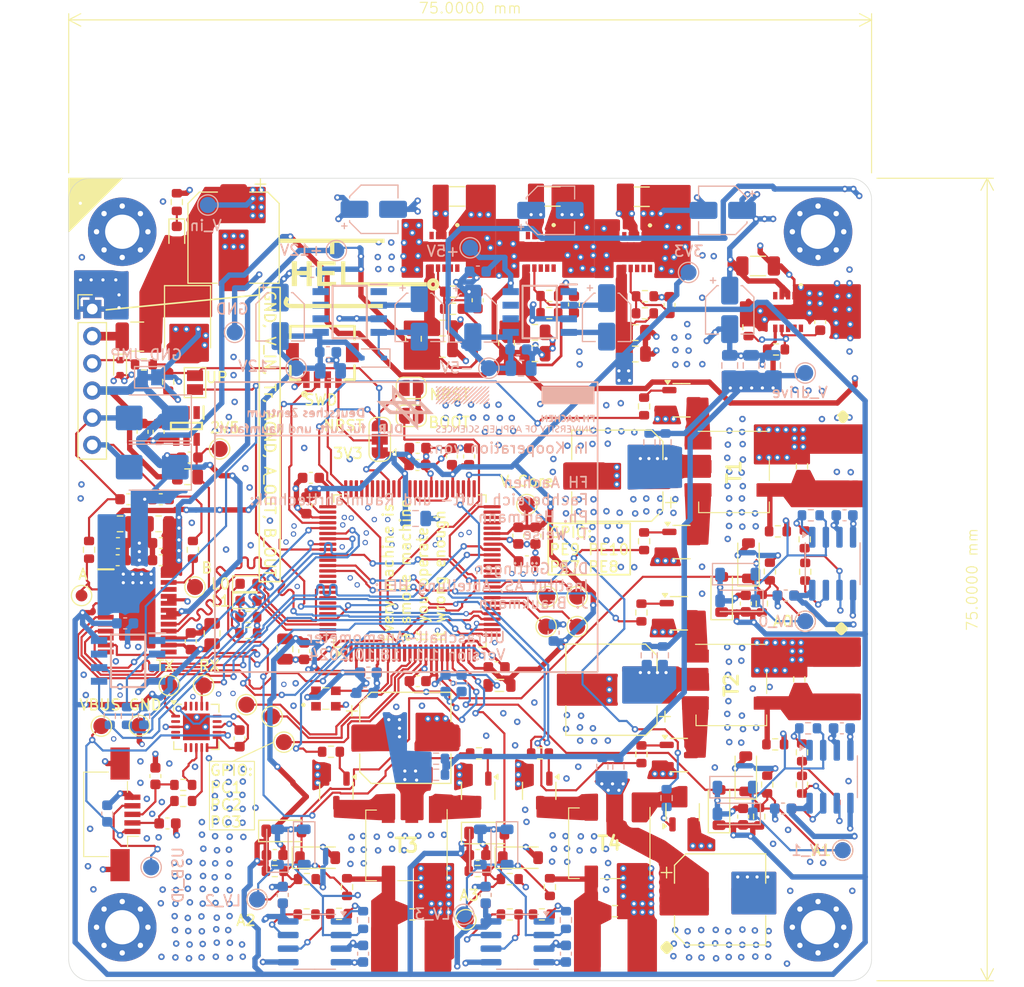
<source format=kicad_pcb>
(kicad_pcb (version 20240108) (generator "pcbnew") (generator_version "8.0")
  (layers (0 "F.Cu" signal) (1 "In1.Cu" power) (2 "In2.Cu" power) (31 "B.Cu" mixed) (34 "B.Paste" user) (35 "F.Paste" user) (36 "B.SilkS" user "B.Silkscreen") (37 "F.SilkS" user "F.Silkscreen") (38 "B.Mask" user) (39 "F.Mask" user) (44 "Edge.Cuts" user))
  (net 0 "")
  (net 1 "+24V")
  (net 2 "+3V3")
  (net 3 "+12V")
  (net 4 "+5V")
  (net 5 "-12V")
  (net 6 "Net-(IC1-CAP+)")
  (net 7 "Net-(D25-K)")
  (net 8 "Net-(IC2-CAP-)")
  (net 9 "Net-(IC2-CAP+)")
  (net 10 "-5V")
  (net 11 "+2V5")
  (net 12 "DAC_B")
  (net 13 "DAC_A")
  (net 14 "/IO/3V3_FT")
  (net 15 "GNDREF")
  (net 16 "Net-(U2-VCAP1)")
  (net 17 "Net-(U2-VCAP2)")
  (net 18 "Net-(C48-Pad1)")
  (net 19 "Net-(C50-Pad1)")
  (net 20 "TR0_A")
  (net 21 "/IO/VBUS")
  (net 22 "Net-(C54-Pad1)")
  (net 23 "Net-(C55-Pad1)")
  (net 24 "TR1_A")
  (net 25 "Net-(C58-Pad1)")
  (net 26 "Net-(C59-Pad1)")
  (net 27 "TR2_A")
  (net 28 "Net-(C62-Pad1)")
  (net 29 "Net-(C63-Pad1)")
  (net 30 "TR3_A")
  (net 31 "Net-(V_ADJ1-FB)")
  (net 32 "Vdrive")
  (net 33 "Net-(D2-K)")
  (net 34 "LED0")
  (net 35 "LED1")
  (net 36 "Net-(D3-K)")
  (net 37 "/Analog/frontend_0/Analog_LV")
  (net 38 "/Analog/frontend_1/Analog_LV")
  (net 39 "/Analog/frontend_2/Analog_LV")
  (net 40 "/Analog/frontend_3/Analog_LV")
  (net 41 "Net-(D20-K)")
  (net 42 "OUT_UP_DAC")
  (net 43 "Trigger")
  (net 48 "SCLK_DAC")
  (net 49 "MOSI_DAC")
  (net 53 "NSS_DAC")
  (net 57 "CLR_DAC")
  (net 58 "MISO_DAC")
  (net 62 "MISO_RAM")
  (net 64 "NSS_RAM")
  (net 65 "MOSI_RAM")
  (net 67 "CLK_RAM")
  (net 68 "SWDIO")
  (net 69 "SWCLK")
  (net 70 "Net-(JP1-A)")
  (net 71 "NRST")
  (net 72 "Net-(LS1-Pad2)")
  (net 73 "Net-(LS2-Pad2)")
  (net 74 "Net-(LS3-Pad2)")
  (net 75 "Net-(LS4-Pad2)")
  (net 76 "Net-(Q1-D)")
  (net 77 "Net-(Q1-G)")
  (net 78 "Net-(Q2-D)")
  (net 79 "Net-(Q2-G)")
  (net 80 "Net-(Q4-G)")
  (net 81 "Net-(Q4-D)")
  (net 82 "Net-(Q5-G)")
  (net 83 "Net-(Q5-D)")
  (net 84 "Net-(Q7-D)")
  (net 85 "Net-(Q7-G)")
  (net 86 "Net-(Q8-G)")
  (net 87 "Net-(Q8-D)")
  (net 88 "Net-(Q10-D)")
  (net 89 "Net-(Q10-G)")
  (net 90 "Net-(Q11-G)")
  (net 91 "Net-(Q11-D)")
  (net 92 "TR0_H")
  (net 93 "/IO/DP")
  (net 94 "/IO/DM")
  (net 95 "TR0_L")
  (net 96 "Net-(R14-Pad2)")
  (net 97 "TR1_H")
  (net 98 "Net-(R22-Pad2)")
  (net 99 "TR1_L")
  (net 100 "TR2_H")
  (net 101 "Net-(R36-Pad2)")
  (net 102 "TR2_L")
  (net 103 "TR3_H")
  (net 104 "Net-(R50-Pad2)")
  (net 105 "TR3_L")
  (net 110 "USB_RX")
  (net 111 "USB_TX")
  (net 132 "SYS_CLK")
  (net 142 "Net-(IC5-SO{slash}SIO1)")
  (net 144 "Net-(IC5-SI{slash}SIO0)")
  (net 146 "Net-(IC5-CLK)")
  (net 151 "Net-(U2-PC1)")
  (net 156 "/MCU/VDD12DSI")
  (net 157 "Net-(U2-PC2)")
  (net 165 "Net-(U2-PC3)")
  (net 166 "Net-(U2-PE7)")
  (net 167 "Net-(U2-PE8)")
  (net 168 "Net-(U2-PE9)")
  (net 169 "Net-(U2-PE10)")
  (net 171 "/IO/DAC_OUT_B")
  (net 172 "/IO/DAC_OUT_A")
  (net 173 "/IO/Trigger_IN")
  (net 174 "/IO/V_IN")
  (net 175 "/MCU/VDDA")
  (net 178 "Net-(SWD_JMP1-C)")
  (net 179 "Net-(J1-D-)")
  (net 180 "Net-(J1-D+)")
  (net 181 "Net-(J1-ID)")
  (net 182 "Net-(U3B--)")
  (net 183 "Net-(U4B--)")
  (net 184 "Net-(U5B--)")
  (net 185 "Net-(U6B--)")
  (net 190 "Net-(V_ADJ3-FB)")
  (net 191 "Net-(V_ADJ2-FB)")
  (net 192 "Net-(V_ADJ4-FB)")
  (net 205 "GND")
  (net 206 "Net-(V_ADJ3-VOUT)")
  (net 207 "Net-(V_ADJ4-VOUT)")
  (footprint "SamacSys_Parts:LMZM23600SILT" (layer "F.Cu") (at 117.2 62.5 -90)
    (property "Reference" "V_ADJ1" (hide yes))
    (property "Value" "LMZM23600SILR" (hide yes))
  )
  (footprint "Capacitor_SMD:C_0603_1608Metric" (layer "F.Cu") (at 61.3 76.1 180)
    (property "Reference" "C23" (hide yes))
    (property "Value" "100n" (hide yes))
  )
  (footprint "Diode_SMD:D_SOD-523" (layer "F.Cu") (at 54.8 67.7 -90)
    (property "Reference" "D21" (hide yes))
    (property "Value" "ESD5Z5.0T1G")
  )
  (footprint "Package_TO_SOT_SMD:SOT-23-3" (layer "F.Cu") (at 93.95 107.25 -90)
    (property "Reference" "Q11" (hide yes))
    (property "Value" "SI2300DS")
  )
  (footprint "Resistor_SMD:R_0603_1608Metric" (layer "F.Cu") (at 114.5 109.66 90)
    (property "Reference" "R29" (hide yes))
    (property "Value" "33K" (hide yes))
  )
  (footprint "Capacitor_SMD:C_1206_3216Metric" (layer "F.Cu") (at 114.4 58.2 180)
    (property "Reference" "C82" (hide yes))
    (property "Value" "C3216X5R1H106K160AB")
  )
  (footprint "TestPoint:TestPoint_Pad_D1.5mm" (layer "F.Cu") (at 59.4 97.4)
    (property "Reference" "T_TX1" (hide yes))
    (property "Value" "TestPoint")
  )
  (footprint "Resistor_SMD:R_0603_1608Metric" (layer "F.Cu") (at 91.200001 115.5)
    (property "Reference" "R58" (hide yes))
    (property "Value" "33K")
  )
  (footprint "TestPoint:TestPoint_Pad_D1.5mm" (layer "F.Cu") (at 97.5 91.9)
    (property "Reference" "T_PE8" (hide yes))
    (property "Value" "TestPoint")
  )
  (footprint "Capacitor_SMD:C_0603_1608Metric" (layer "F.Cu") (at 54.575 85.7)
    (property "Reference" "C19" (hide yes))
    (property "Value" "100n, 25V" (hide yes))
  )
  (footprint "Capacitor_SMD:C_0603_1608Metric" (layer "F.Cu") (at 72.2 80.575 -90)
    (property "Reference" "C80" (hide yes))
    (property "Value" "100n" (hide yes))
  )
  (footprint "Capacitor_SMD:C_0603_1608Metric" (layer "F.Cu") (at 82.6 97 180)
    (property "Reference" "C51" (hide yes))
    (property "Value" "100n" (hide yes))
  )
  (footprint "Resistor_SMD:R_0603_1608Metric" (layer "F.Cu") (at 118.25 96.835001 -90)
    (property "Reference" "R32" (hide yes))
    (property "Value" "10k" (hide yes))
  )
  (footprint "Resistor_SMD:R_0603_1608Metric" (layer "F.Cu") (at 118.8 86.775 -90)
    (property "Reference" "R17" (hide yes))
    (property "Value" "100k" (hide yes))
  )
  (footprint "Capacitor_SMD:C_0603_1608Metric" (layer "F.Cu") (at 88.200001 113.25)
    (property "Reference" "C78" (hide yes))
    (property "Value" "1u")
  )
  (footprint "Capacitor_SMD:C_0603_1608Metric" (layer "F.Cu") (at 97.2 61.8 90)
    (property "Reference" "C5" (hide yes))
    (property "Value" "DNP")
  )
  (footprint "Capacitor_SMD:C_0603_1608Metric" (layer "F.Cu") (at 58.6 85.7 180)
    (property "Reference" "C84" (hide yes))
    (property "Value" "100n, 25V" (hide yes))
  )
  (footprint "Capacitor_SMD:C_0603_1608Metric" (layer "F.Cu") (at 72.625 78 180)
    (property "Reference" "C32" (hide yes))
    (property "Value" "2u2")
  )
  (footprint "Resistor_SMD:R_0603_1608Metric" (layer "F.Cu") (at 60.1 52.225 90)
    (property "Reference" "R66" (hide yes))
    (property "Value" "47k" (hide yes))
  )
  (footprint "Package_TO_SOT_SMD:SOT-23-3" (layer "F.Cu") (at 88.25 107.249999 -90)
    (property "Reference" "Q7" (hide yes))
    (property "Value" "SI2300DS")
  )
  (footprint "Capacitor_SMD:C_0603_1608Metric" (layer "F.Cu") (at 88.2 61.4 90)
    (property "Reference" "C93" (hide yes))
    (property "Value" "DNP")
  )
  (footprint "SamacSys_Parts:B78416A2232A003" (layer "F.Cu") (at 81.550001 112.35 180)
    (property "Reference" "T3")
    (property "Value" "B78416A2232A003" (hide yes))
  )
  (footprint "Capacitor_SMD:C_0603_1608Metric" (layer "F.Cu") (at 92.8 85.8)
    (property "Reference" "C31" (hide yes))
    (property "Value" "2u2" (hide yes))
  )
  (footprint "Capacitor_SMD:C_1206_3216Metric" (layer "F.Cu") (at 86.3 51.7 180)
    (property "Reference" "C92" (hide yes))
    (property "Value" "C3216X5R1H106K160AB")
  )
  (footprint "Resistor_SMD:R_0603_1608Metric" (layer "F.Cu") (at 59.3 69.025 -90)
    (property "Reference" "R69" (hide yes))
    (property "Value" "1k" (hide yes))
  )
  (footprint "LED_SMD:LED_0603_1608Metric" (layer "F.Cu") (at 60.1 55.2875 -90)
    (property "Reference" "D20" (hide yes))
    (property "Value" "LED Blue" (hide yes))
  )
  (footprint "Capacitor_SMD:C_0805_2012Metric" (layer "F.Cu") (at 70.2 94 -90)
    (property "Reference" "C44" (hide yes))
    (property "Value" "4u7" (hide yes))
  )
  (footprint "TestPoint:TestPoint_Pad_D1.5mm" (layer "F.Cu") (at 61.8 88.2)
    (property "Reference" "T_DAC_B1" (hide yes))
    (property "Value" "TestPoint")
  )
  (footprint "Diode_SMD:D_SOD-123" (layer "F.Cu") (at 70.1 111)
    (property "Reference" "D14" (hide yes))
    (property "Value" "BAV20W" (hide yes))
  )
  (footprint "Capacitor_SMD:C_0603_1608Metric" (layer "F.Cu") (at 106.125 61.85 90)
    (property "Reference" "C90" (hide yes))
    (property "Value" "DNP")
  )
  (footprint "Resistor_SMD:R_0603_1608Metric" (layer "F.Cu") (at 118.75 83.75 90)
    (property "Reference" "R15" (hide yes))
    (property "Value" "6.2k" (hide yes))
  )
  (footprint "Capacitor_SMD:C_0603_1608Metric" (layer "F.Cu") (at 54.6 84.1)
    (property "Reference" "C83" (hide yes))
    (property "Value" "100n, 25V")
  )
  (footprint "Erstellte_Footprints:US_Solderpad" (layer "F.Cu") (at 121.5 96.910001 -90)
    (property "Reference" "LS2" (hide yes))
    (property "Value" "DNP" (hide yes))
  )
  (footprint "TestPoint:TestPoint_Pad_D1.5mm" (layer "F.Cu") (at 94.6 91.9)
    (property "Reference" "T_PE7" (hide yes))
    (property "Value" "TestPoint")
  )
  (footprint "SamacSys_Parts:B78416A2232A003" (layer "F.Cu") (at 112.15 77.45 -90)
    (property "Reference" "T1")
    (property "Value" "B78416A2232A003" (hide yes))
  )
  (footprint "Capacitor_SMD:C_0603_1608Metric" (layer "F.Cu") (at 59.225 110.3)
    (property "Reference" "C29" (hide yes))
    (property "Value" "47p" (hide yes))
  )
  (footprint "Capacitor_SMD:C_0603_1608Metric" (layer "F.Cu") (at 56.9 73.7 90)
    (property "Reference" "C79" (hide yes))
    (property "Value" "100n" (hide yes))
  )
  (footprint "Capacitor_SMD:C_0805_2012Metric" (layer "F.Cu") (at 102.925 64.425)
    (property "Reference" "C87" (hide yes))
    (property "Value" "10u")
  )
  (footprint "Resistor_SMD:R_0603_1608Metric" (layer "F.Cu") (at 116 102.91)
    (property "Reference" "R33" (hide yes))
    (property "Value" "1.5k" (hide yes))
  )
  (footprint "Resistor_SMD:R_0603_1608Metric" (layer "F.Cu") (at 115.25 106.66 90)
    (property "Reference" "R30" (hide yes))
    (property "Value" "33K")
  )
  (footprint "Capacitor_SMD:C_1206_3216Metric" (layer "F.Cu") (at 95.2 51.7 180)
    (property "Reference" "C4" (hide yes))
    (property "Value" "C3216X5R1H106K160AB")
  )
  (footprint "Capacitor_SMD:CP_Elec_8x6.2" (layer "F.Cu") (at 101.25 77.8 180)
    (property "Reference" "C48" (hide yes))
    (property "Value" "EEEFK1C221P")
  )
  (footprint "Resistor_SMD:R_0603_1608Metric" (layer "F.Cu") (at 75.250001 118.75)
    (property "Reference" "R37" (hide yes))
    (property "Value" "6.2k" (hide yes))
  )
  (footprint "Capacitor_SMD:CP_Elec_8x6.2" (layer "F.Cu") (at 81.45 102.3)
    (property "Reference" "C58" (hide yes))
    (property "Value" "EEEFK1C221P")
  )
  (footprint "TestPoint:TestPoint_Pad_D1.5mm" (layer "F.Cu") (at 66.6 99.2)
    (property "Reference" "T_PC1" (hide yes))
    (property "Value" "TestPoint" (hide yes))
  )
  (footprint "SamacSys_Parts:LMZM23600SILT" (layer "F.Cu") (at 103.1 56.9 -90)
    (property "Reference" "V_ADJ2" (hide yes))
    (property "Value" "LMZM23600SILR" (hide yes))
  )
  (footprint "LED_SMD:LED_0603_1608Metric" (layer "F.Cu") (at 66.8 89.49)
    (property "Reference" "D3" (hide yes))
    (property "Value" "LED Blue" (hide yes))
  )
  (footprint "Capacitor_SMD:C_0603_1608Metric" (layer "F.Cu") (at 88.950001 117 90)
    (property "Reference" "C63" (hide yes))
    (property "Value" "1u" (hide yes))
  )
  (footprint "Package_TO_SOT_SMD:SOT-23-3" (layer "F.Cu") (at 75 107.25 -90)
    (property "Reference" "Q8" (hide yes))
    (property "Value" "SI2300DS")
  )
  (footprint "Resistor_SMD:R_0603_1608Metric" (layer "F.Cu") (at 91.2 118.8 180)
    (property "Reference" "R55" (hide yes))
    (property "Value" "100k" (hide yes))
  )
  (footprint "Resistor_SMD:R_0603_1608Metric" (layer "F.Cu") (at 113.5 63.925 90)
    (property "Reference" "R2" (hide yes))
    (property "Value" "4k7" (hide yes))
  )
  (footprint "Erstellte_Footprints:DLR_HEL" (layer "F.Cu") (at 77.2 58.9)
    (property "Reference" "G***" (hide yes))
    (property "Value" "LOGO" (hide yes))
  )
  (footprint "TestPoint:TestPoint_Pad_D1.5mm" (layer "F.Cu") (at 56.6 101.15)
    (property "Reference" "T_GND2" (hide yes))
    (property "Value" "TestPoint")
  )
  (footprint "TestPoint:TestPoint_Pad_D1.5mm" (layer "F.Cu") (at 70.1 102.7)
    (property "Reference" "T_PC3" (hide yes))
    (property "Value" "TestPoint")
  )
  (footprint "Capacitor_SMD:C_1206_3216Metric" (layer "F.Cu") (at 103.525 51.725 180)
    (property "Reference" "C88" (hide yes))
    (property "Value" "C3216X5R1H106K160AB")
  )
  (footprint "Package_TO_SOT_SMD:SOT-23-3" (layer "F.Cu") (at 107 103.910001)
    (property "Reference" "Q5" (hide yes))
    (property "Value" "SI2300DS")
  )
  (footprint "Resistor_SMD:R_0603_1608Metric" (layer "F.Cu") (at 74.5 103.6)
    (property "Reference" "R40" (hide yes))
    (property "Value" "330R" (hide yes))
  )
  (footprint "TestPoint:TestPoint_Pad_D1.5mm" (layer "F.Cu") (at 92.8 80.5)
    (property "Reference" "T_V_MCU1" (hide yes))
    (property "Value" "TestPoint")
  )
  (footprint "Resistor_SMD:R_0603_1608Metric" (layer "F.Cu") (at 94.9 62.6 180)
    (property "Reference" "R16" (hide yes))
    (property "Value" "47k")
  )
  (footprint "LED_SMD:LED_0603_1608Metric" (layer "F.Cu") (at 66.8 87.9)
    (property "Reference" "D2" (hide yes))
    (property "Value" "LED Blue" (hide yes))
  )
  (footprint "Resistor_SMD:R_0603_1608Metric" (layer "F.Cu") (at 116.075 66)
    (property "Reference" "R1" (hide yes))
    (property "Value" "33k" (hide yes))
  )
  (footprint "Capacitor_SMD:C_0603_1608Metric" (layer "F.Cu") (at 85.8 76 90)
    (property "Reference" "C37" (hide yes))
    (property "Value" "100n" (hide yes))
  )
  (footprint "TestPoint:TestPoint_Pad_D1.5mm" (layer "F.Cu") (at 64.1 75.3)
    (property "Reference" "T_V_ref1" (hide yes))
    (property "Value" "TestPoint")
  )
  (footprint "Capacitor_SMD:C_0603_1608Metric" (layer "F.Cu") (at 82.6 75.2)
    (property "Reference" "C43" (hide yes))
    (property "Value" "1u")
  )
  (footprint "Resistor_SMD:R_0603_1608Metric" (layer "F.Cu") (at 85.9 62.2 180)
    (property "Reference" "R24" (hide yes))
    (property "Value" "47k")
  )
  (footprint "Capacitor_SMD:C_0603_1608Metric" (layer "F.Cu") (at 92 83.4 -90)
    (property "Reference" "C36" (hide yes))
    (property "Value" "100n" (hide yes))
  )
  (footprint "Resistor_SMD:R_0603_1608Metric" (layer "F.Cu") (at 82.1 118.8 180)
    (property "Reference" "R46" (hide yes))
    (property "Value" "10k" (hide yes))
  )
  (footprint "Resistor_SMD:R_0603_1608Metric" (layer "F.Cu") (at 114.75 89.75 90)
    (property "Reference" "R20" (hide yes))
    (property "Value" "33K" (hide yes))
  )
  (footprint "Resistor_SMD:R_0603_1608Metric" (layer "F.Cu") (at 103.5 90.585001 90)
    (property "Reference" "R21" (hide yes))
    (property "Value" "330R" (hide yes))
  )
  (footprint "Capacitor_SMD:C_0603_1608Metric" (layer "F.Cu") (at 55.575 80)
    (property "Reference" "C25" (hide yes))
    (property "Value" "DNP" (hide yes))
  )
  (footprint "Resistor_SMD:R_0805_2012Metric" (layer "F.Cu") (at 82.2 65 90)
    (property "Reference" "R31" (hide yes))
    (property "Value" "0R")
  )
  (footprint "Capacitor_SMD:C_0603_1608Metric" (layer "F.Cu") (at 69.250001 113.25)
    (property "Reference" "C77" (hide yes))
    (property "Value" "1u")
  )
  (footprint "Capacitor_SMD:C_0603_1608Metric" (layer "F.Cu") (at 116.75 108.91 180)
    (property "Reference" "C55" (hide yes))
    (property "Value" "1u" (hide yes))
  )
  (footprint "Diode_SMD:D_SOD-123" (layer "F.Cu") (at 113.5 85.75 90)
    (property "Reference" "D7" (hide yes))
    (property "Value" "BAV20W")
  )
  (footprint "Resistor_SMD:R_0603_1608Metric" (layer "F.Cu") (at 94.200001 118.8)
    (property "Reference" "R51" (hide yes))
    (property "Value" "6.2k" (hide yes))
  )
  (footprint "Resistor_SMD:R_0603_1608Metric" (layer "F.Cu") (at 118.5 103.66 90)
    (property "Reference" "R23" (hide yes))
    (property "Value" "6.2k" (hide yes))
  )
  (footprint "Resistor_SMD:R_0603_1608Metric" (layer "F.Cu") (at 103.500001 103.835001 90)
    (property "Reference" "R26" (hide yes))
    (property "Value" "330R" (hide yes))
  )
  (footprint "Inductor_SMD:L_0805_2012Metric" (layer "F.Cu") (at 90.2375 97.4 180)
    (property "Reference" "FB1" (hide yes))
    (property "Value" "MLZ2012N100LT000 " (hide yes))
  )
  (footprint "Capacitor_SMD:C_0603_1608Metric" (layer "F.Cu") (at 58.4 73.7 90)
    (property "Reference" "C15" (hide yes))
    (property "Value" "1u" (hide yes))
  )
  (footprint "MountingHole:MountingHole_3.2mm_M3_Pad_Via" (layer "F.Cu") (at 120 120 -90)
    (property "Reference" "H3" (hide yes))
    (property "Value" "M3" (hide yes))
  )
  (footprint "Erstellte_Footprints:US_Solderpad" (layer "F.Cu") (at 121.75 77 -90)
    (property "Reference" "LS1" (hide yes))
    (property "Value" "DNP" (hide yes))
  )
  (footprint "MountingHole:MountingHole_3.2mm_M3_Pad_Via" (layer "F.Cu") (at 120 55)
    (property "Reference" "H4" (hide yes))
    (property "Value" "M3" (hide yes))
  )
  (footprint "Capacitor_SMD:C_0805_2012Metric" (layer "F.Cu") (at 93.55 66.4)
    (property "Reference" "C6" (hide yes))
    (property "Value" "22u")
  )
  (footprint "Connector_PinHeader_2.54mm:PinHeader_1x06_P2.54mm_Vertical" (layer "F.Cu") (at 52.2 62.22)
    (property "Reference" "IN1" (hide yes))
    (property "Value" "DNP (Conn_01x06)")
  )
  (footprint "Diode_SMD:D_SOD-123" (layer "F.Cu") (at 92.200001 113.5)
    (property "Reference" "D19" (hide yes))
    (property "Value" "BAV20W")
  )
  (footprint "Connector_USB:USB_Mini-B_AdamTech_MUSB-B5-S-VT-TSMT-1_SMD_Vertical" (layer "F.Cu") (at 54.35 109.45 180)
    (property "Reference" "J1" (hide yes))
    (property "Value" "MUSB-B5-S-VT-TSMT-T/R")
  )
  (footprint "Resistor_SMD:R_0603_1608Metric" (layer "F.Cu") (at 57.025 67.4)
    (property "Reference" "R68" (hide yes))
    (property "Value" "1k" (hide yes))
  )
  (footprint "Resistor_SMD:R_0603_1608Metric" (layer "F.Cu") (at 103.75 83.925 90)
    (property "Reference" "R9" (hide yes))
    (property "Value" "330R" (hide yes))
  )
  (footprint "Capacitor_SMD:CP_Elec_8x10" (layer "F.Cu") (at 65.4 55.55 -90)
    (property "Reference" "C14" (hide yes))
    (property "Value" "220uF, 35V")
  )
  (footprint "Jumper:SolderJumper-2_P1.3mm_Open_Pad1.0x1.5mm" (layer "F.Cu") (at 61.8 69.1 -90)
    (property "Reference" "DAC_UP1" (hide yes))
    (property "Value" "SolderJumper_2_Open" (hide yes))
  )
  (footprint "Resistor_SMD:R_0603_1608Metric" (layer "F.Cu") (at 51.9 84.725 -90)
    (property "Reference" "R71" (hide yes))
    (property "Value" "1k")
  )
  (footprint "Package_TO_SOT_SMD:SOT-23-3" (layer "F.Cu") (at 107.25 84)
    (property "Reference" "Q2" (hide yes))
    (property "Value" "SI2300DS")
  )
  (footprint "Capacitor_SMD:C_0805_2012Metric" (layer "F.Cu") (at 84.9 64)
    (property "Reference" "C91" (hide yes))
    (property "Value" "10u, 25V")
  )
  (footprint "SamacSys_Parts:LMZM23600SILT" (layer "F.Cu") (at 94.1 56.875 -90)
    (property "Reference" "V_ADJ3" (hide yes))
    (property "Value" "LMZM23600SILR" (hide yes))
  )
  (footprint "Capacitor_SMD:C_0805_2012Metric" (layer "F.Cu") (at 61.1 77.9 180)
    (property "Reference" "C16" (hide yes))
    (property "Value" "4u7" (hide yes))
  )
  (footprint "TestPoint:TestPoint_Pad_D1.5mm" (layer "F.Cu") (at 62.6 97.4)
    (property "Reference" "T_RX1" (hide yes))
    (property "Value" "TestPoint")
  )
  (footprint "MountingHole:MountingHole_3.2mm_M3_Pad_Via" (layer "F.Cu") (at 55 120)
    (property "Reference" "H2" (hide yes))
    (property "Value" "M3" (hide yes))
  )
  (footprint "MountingHole:MountingHole_3.2mm_M3_Pad_Via" (layer "F.Cu") (at 55 55)
    (property "Reference" "H1" (hide yes))
    (property "Value" "M3" (hide yes))
  )
  (footprint "TestPoint:TestPoint_Pad_D1.5mm" (layer "F.Cu") (at 67.6 117.4 180)
    (property "Reference" "T_Analog3" (hide yes))
    (property "Value" "TestPoint")
  )
  (footprint "Resistor_SMD:R_0603_1608Metric" (layer "F.Cu") (at 72.225 118.8 180)
    (property "Reference" "R41" (hide yes))
    (property "Value" "100k" (hide yes))
  )
  (footprint "SamacSys_Parts:LMZM23600SILT" (layer "F.Cu") (at 85.1 56.875 -90)
    (property "Reference" "V_ADJ4" (hide yes))
    (property "Value" "LMZM23600SILR" (hide yes))
  )
  (footprint "Capacitor_SMD:C_0603_1608Metric" (layer "F.Cu") (at 78.025 96.2)
    (property "Reference" "C34" (hide yes))
    (property "Value" "100n" (hide yes))
  )
  (footprint "Downloads:SOT95P280X145-6N" (layer "F.Cu") (at 61 73.15 -90)
    (property "Reference" "IC4" (hide yes))
    (property "Value" "REF3425TIDBVR" (hide yes))
  )
  (footprint "Diode_SMD:D_SOD-123" (layer "F.Cu") (at 73.250001 113.5)
    (property "Reference" "D15" (hide yes))
    (property "Value" "BAV20W")
  )
  (footprint "Capacitor_SMD:C_0603_1608Metric" (layer "F.Cu") (at 113.25 89.75 90)
    (property "Reference" "C75" (hide yes))
    (property "Value" "1u")
  )
  (footprint "Resistor_SMD:R_0603_1608Metric" (layer "F.Cu") (at 116.25 83)
    (property "Reference" "R11" (hide yes))
    (property "Value" "1.5k" (hide yes))
  )
  (footprint "Resistor_SMD:R_0603_1608Metric" (layer "F.Cu") (at 66.775 91)
    (property "Reference" "R8" (hide yes))
    (property "Value" "1k")
  )
  (footprint "Resistor_SMD:R_0603_1608Metric" (layer "F.Cu") (at 60.7 106.7)
    (property "Reference" "R5" (hide yes))
    (property "Value" "27R" (hide yes))
  )
  (footprint "TestPoint:TestPoint_Pad_D1.5mm" (layer "F.Cu") (at 87.1 119.3 180)
    (property "Reference" "T_Analog4" (hide yes))
    (property "Value" "TestPoint")
  )
  (footprint "Capacitor_SMD:C_0603_1608Metric" (layer "F.Cu") (at 120.2 63.425 90)
    (property "Reference" "C68" (hide yes))
    (property "Value" "DNP" (hide yes))
  )
  (footprint "SamacSys_Parts:B78416A2232A003" (layer "F.Cu") (at 100.500001 112.15 180)
    (property "Reference" "T4")
    (property "Value" "B78416A2232A003" (hide yes))
  )
  (footprint "Resistor_SMD:R_0603_1608Metric" (layer "F.Cu") (at 88.325 103.75)
    (property "Reference" "R35" (hide yes))
    (property "Value" "330R" (hide yes))
  )
  (footprint "Capacitor_SMD:C_0603_1608Metric" (layer "F.Cu") (at 61.4 93.275 90)
    (property "Reference" "C21" (hide yes))
    (property "Value" "100n" (hide yes))
  )
  (footprint "Resistor_SMD:R_0603_1608Metric" (layer "F.Cu") (at 66.775 92.5)
    (property "Reference" "R7" (hide yes))
    (property "Value" "1k")
  )
  (footprint "Erstellte_Footprints:US_Solderpad" (layer "F.Cu") (at 100.95 121.75 180)
    (property "Reference" "LS4" (hide yes))
    (property "Value" "DNP" (hide yes))
  )
  (footprint "Resistor_SMD:R_0603_1608Metric" (layer "F.Cu") (at 103.825 62.625 180)
    (property "Reference" "R12" (hide yes))
    (property "Value" "47k")
  )
  (footprint "Diode_SMD:D_SOD-123" (layer "F.Cu") (at 110.75 108.810001 90)
    (property "Reference" "D10" (hide yes))
    (property "Value" "BAV20W" (hide yes))
  )
  (footprint "TestPoint:TestPoint_Pad_D1.5mm" (layer "F.Cu") (at 53.05 101.2)
    (property "Reference" "T_VBUS1" (hide yes))
    (property "Value" "TestPoint")
  )
  (footprint "Capacitor_SMD:C_0805_2012Metric" (layer "F.Cu") (at 102.925 66.425)
    (property "Reference" "C28" (hide yes))
    (property "Value" "22u")
  )
  (footprint "Resistor_SMD:R_0603_1608Metric" (layer "F.Cu") (at 69.250001 114.75)
    (property "Reference" "R43" (hide yes))
    (property "Value" "33K" (hide yes))
  )
  (footprint "Resistor_SMD:R_0603_1608Metric" (layer "F.Cu") (at 85.9 60.6)
    (property "Reference" "R28" (hide yes))
    (property "Value" "4.3k")
  )
  (footprint "TestPoint:TestPoint_Pad_D1.5mm" (layer "F.Cu") (at 94.7 89.1)
    (property "Reference" "T_PE9" (hide yes))
    (property "Value" "TestPoint")
  )
  (footprint "Resistor_SMD:R_0603_1608Metric" (layer "F.Cu") (at 115.5 86.75 90)
    (property "Reference" "R19" (hide yes))
    (property "Value" "33K")
  )
  (footprint "Package_TO_SOT_SMD:SOT-23-3" (layer "F.Cu") (at 107.35 109.25 90)
    (property "Reference" "Q10" (hide yes))
    (property "Value" "SI2300DS")
  )
  (footprint "Capacitor_SMD:C_0805_2012Metric" (layer "F.Cu") (at 54.8 82.3)
    (property "Reference" "C20" (hide yes))
    (property "Value" "4u7, 25V" (hide yes))
  )
  (footprint "Erstellte_Footprints:US_Solderpad" (layer "F.Cu") (at 82 122 180)
    (property "Reference" "LS3" (hide yes))
    (property "Value" "DNP" (hide yes))
  )
  (footprint "Capacitor_SMD:C_0603_1608Metric" (layer "F.Cu") (at 58.6 80 180)
    (property "Reference" "C24" (hide yes))
    (property "Value" "DNP" (hide yes))
  )
  (footprint "TestPoint:TestPoint_Pad_D1.5mm" (layer "F.Cu") (at 118.8 91.4)
    (property "Reference" "T_TR_A1" (hide yes))
    (property "Value" "TestPoint" (hide yes))
  )
  (footprint "Capacitor_SMD:C_0603_1608Metric" (layer "F.Cu") (at 72 94.195 -90)
    (property "Reference" "C41" (hide yes))
    (property "Value" "100n" (hide yes))
  )
  (footprint "Jumper:SolderJumper-3_P1.3mm_Bridged12_RoundedPad1.0x1.5mm" (layer "F.Cu") (at 79.0575 74.4 90)
    (property "Reference" "SWD_JMP1" (hide yes))
    (property "Value" "SolderJumper_3_Bridged12")
  )
  (footprint "Diode_SMD:D_SOD-123" (layer "F.Cu") (at 89.05 111.2)
    (property "Reference" "D18" (hide yes))
    (property "Value" "BAV20W" (hide yes))
  )
  (footprint "Capacitor_SMD:C_0603_1608Metric" (layer "F.Cu") (at 87.4 76 90)
    (property "Reference" "C39" (hide yes))
    (property "Value" "1u" (hide yes))
  )
  (footprint "Jumper:SolderJumper-2_P1.3mm_Open_RoundedPad1.0x1.5mm" (layer "F.Cu") (at 82 72.2)
    (property "Reference" "JP1" (hide yes))
    (property "Value" "BOOT")
  )
  (footprint "Resistor_SMD:R_0603_1608Metric" (layer "F.Cu") (at 103.75 71.325 90)
    (property "Reference" "R4" (hide yes))
    (property "Value" "330R" (hide yes))
  )
  (footprint "TestPoint:TestPoint_Pad_D1.5mm" (layer "F.Cu") (at 97.5 89.1)
    (property "Reference" "T_PE10" (hide yes))
    (property "Value" "TestPoint")
  )
  (footprint "TestPoint:TestPoint_Pad_D1.5mm" (layer "F.Cu") (at 51.2 89)
    (property "Reference" "T_DAC_A1" (hide yes))
    (property "Value" "TestPoint")
  )
  (footprint "Downloads:SOP65P640X120-25N" (layer "F.Cu") (at 56.4 90.7)
    (property "Reference" "IC3" (hide yes))
    (property "Value" "AD5732AREZ" (hide yes))
  )
  (footprint "Package_TO_SOT_SMD:SOT-23-3" (layer "F.Cu") (at 106.999999 90.660001)
    (property "Reference" "Q4" (hide yes))
    (property "Value" "SI2300DS")
  )
  (footprint "Resistor_SMD:R_0603_1608Metric" (layer "F.Cu") (at 72.250001 115.5)
    (property "Reference" "R44" (hide yes))
    (property "Value" "33K")
  )
  (footprint "Resistor_SMD:R_0603_1608Metric" (layer "F.Cu") (at 94.950001 116.25 -90)
    (property "Reference" "R61" (hide yes))
    (property "Value" "1.5k" (hide yes))
  )
  (footprint "Downloads:ECS2520MV250BNTR" (layer "F.Cu") (at 73.55 98.625)
    (property "Reference" "Y1" (hide yes))
    (property "Value" "ECS-2520MV-160-CN-TR" (hide yes))
  )
  (footprint "Capacitor_SMD:C_0603_1608Metric" (layer "F.Cu") (at 82.575 76.8)
    (property "Reference" "C40" (hide yes))
    (property "Value" "100n" (hide yes))
  )
  (footprint "Downloads:501331-0407" (layer "F.Cu") (at 73.7 68.825 180)
    (property "Reference" "J3" (hide yes))
    (property "Value" "501331-0407" (hide yes))
  )
  (footprint "Capacitor_SMD:C_0603_1608Metric" (layer "F.Cu") (at 70.000001 117 90)
    (property "Reference" "C59" (hide yes))
    (property "Value" "1u" (hide yes))
  )
  (footprint "Capacitor_SMD:C_0603_1608Metric" (layer "F.Cu") (at 65.9625 102.35 90)
    (property "Reference" "C26" (hide yes))
    (property "Value" "100n")
  )
  (footprint "Resistor_SMD:R_0805_2012Metric" (layer "F.Cu") (at 90.9 65.3875 90)
    (property "Reference" "R34" (hide yes))
    (property "Value" "0R")
  )
  (footprint "Package_DFN_QFN:QFN-20-1EP_4x4mm_P0.5mm_EP2.5x2.5mm" (layer "F.Cu") (at 61.925 101.275)
    (property "Reference" "U1" (hide yes))
    (property "Value" "FT231XQ")
  )
  (footprint "Resistor_SMD:R_0603_1608Metric" (layer "F.Cu") (at 101.025 118.5 180)
    (property "Reference" "R60" (hide yes))
    (property "Value" "10k" (hide yes))
  )
  (footprint "Capacitor_SMD:C_0805_2012Metric" (layer "F.Cu") (at 84.9 66)
    (property "Reference" "C7" (hide yes))
    (property "Value" "10u, 25V")
  )
  (footprint "Diode_SMD:D_SOD-123" (layer "F.Cu") (at 113.25 105.66 90)
    (property "Reference" "D11" (hide yes))
    (property "Value" "BAV20W")
  )
  (footprint "Capacitor_SMD:C_0805_2012Metric" (layer "F.Cu") (at 93.55 64.4)
    (property "Reference" "C1" (hide yes))
    (property "Value" "22u")
  )
  (footprint "SamacSys_Parts:B78416A2232A003" (layer "F.Cu") (at 111.9 97.36 -90)
    (property "Reference" "T2")
    (property "Value" "B78416A2232A003" (hide yes))
  )
  (footprint "Resistor_SMD:R_0603_1608Metric" (layer "F.Cu") (at 61.6 84.725 -90)
    (property "Reference" "R70" (hide yes))
    (property "Value" "1k")
  )
  (footprint "Resistor_SMD:R_0603_1608Metric" (layer "F.Cu") (at 118.5 106.675 -90)
    (property "Reference" "R27" (hide yes))
    (property "Value" "100k" (hide yes))
  )
  (footprint "Jumper:SolderJumper-2_P1.3mm_Open_RoundedPad1.0x1.5mm" (layer "F.Cu") (at 82 69.6)
    (property "Reference" "JP2" (hide yes))
    (property "Value" "NRST")
  )
  (footprint "Capacitor_SMD:C_0603_1608Metric" (layer "F.Cu") (at 93.6 83.4 -90)
    (property "Reference" "C38" (hide yes))
    (property "Value" "1u" (hide yes))
  )
  (footprint "Resistor_SMD:R_0603_1608Metric" (layer "F.Cu") (at 76.000001 116.25 -90)
    (property "Reference" "R47" (hide yes))
    (property "Value" "1.5k" (hide yes))
  )
  (footprint "Diode_SMD:D_SMB" (layer "F.Cu") (at 61.1 63.7 -90)
    (property "Reference" "D1" (hide yes))
    (property "Value" "    SMBJ24A")
  )
  (footprint "Capacitor_SMD:C_0603_1608Metric" (layer "F.Cu") (at 89.975 95.7)
    (property "Reference" "C35" (hide yes))
    (property "Value" "100n" (hide yes))
  )
  (footprint "Capacitor_SMD:C_0603_1608Metric" (layer "F.Cu") (at 58.6 84.1 180)
    (property "Reference" "C18" (hide yes))
    (property "Value" "100n, 25V" (hide yes))
  )
  (footprint "Resistor_SMD:R_0603_1608Metric" (layer "F.Cu") (at 103.825 61.025)
    (property "Reference" "R13" (hide yes))
    (property "Value" "20.5k")
  )
  (footprint "TestPoint:TestPoint_Pad_D1.5mm" (layer "F.Cu") (at 122.3 112.8 180)
    (property "Reference" "T_Analog2" (hide yes))
    (property "Value" "TestPoint")
  )
  (footprint "Capacitor_SMD:C_0603_1608Metric" (layer "F.Cu") (at 58.1 105.875 90)
    (property "Reference" "C30" (hide yes))
    (property "Value" "47p" (hide yes))
  )
  (footprint "Capacitor_SMD:C_0805_2012Metric" (layer "F.Cu") (at 58.4 82.3 180)
    (property "Reference" "C17" (hide yes))
    (property "Value" "4u7, 25V" (hide yes))
  )
  (footprint "Package_QFP:LQFP-100_14x14mm_P0.5mm" (layer "F.Cu") (at 81.875 86.7 90)
    (property "Reference" "U2" (hide yes))
    (property "Value" "STM32F469VGTx" (hide yes))
  )
  (footprint "Resistor_SMD:R_0603_1608Metric" (layer "F.Cu") (at 94.9 61)
    (property "Reference" "R18" (hide yes))
    (property "Value" "11.5k")
  )
  (footprint "Resistor_SMD:R_0603_1608Metric" (layer "F.Cu") (at 60.7 108.2)
    (property "Reference" "R6" (hide yes))
    (property "Value" "27R" (hide yes))
  )
  (footprint "Diode_SMD:D_SOD-123" (layer "F.Cu") (at 111 88.9 90)
    (property "Reference" "D6" (hide yes))
    (property "Value" "BAV20W" (hide yes))
  )
  (footprint "Resistor_SMD:R_0603_1608Metric" (layer "F.Cu") (at 88.200001 114.75)
    (property "Reference" "R57" (hide yes))
    (property "Value" "33K" (hide yes))
  )
  (footprint "Resistor_SMD:R_0603_1608Metric" (layer "F.Cu") (at 118.5 76.925 -90)
    (property "Reference" "R10" (hide yes))
    (property "Value" "10k" (hide yes))
  )
  (footprint "TestPoint:TestPoint_Pad_D1.5mm" (layer "F.Cu") (at 69 100.3)
    (property "Reference" "T_PC2" (hide yes))
    (property "Value" "TestPoint")
  )
  (footprint "Capacitor_SMD:CP_Elec_8x6.2" (layer "F.Cu") (at 110.85 117.4)
    (property "Reference" "C62" (hide yes))
    (property "Value" "EEEFK1C221P")
  )
  (footprint "Capacitor_SMD:CP_Elec_8x6.2" (layer "F.Cu") (at 100.7 97.8 180)
    (property "Reference" "C54" (hide yes))
    (property "Value" "EEEFK1C221P")
  )
  (footprint "Resistor_SMD:R_0603_1608Metric" (layer "F.Cu") (at 94.025 103.750001)
    (property "Reference" "R54" (hide yes))
    (property "Value" "330R" (hide yes))
  )
  (footprint "Fuse:Fuse_1210_3225Metric" (layer "F.Cu") (at 56.4 64.8)
    (property "Reference" "F1" (hide yes))
    (property "Value" "SMD1210B020TF" (hide yes))
  )
  (footprint "Capacitor_SMD:C_0805_2012Metric" (layer "F.Cu") (at 63.4 92.55 90)
    (property "Reference" "C22" (hide yes))
    (property "Value" "4u7" (hide yes))
  )
  (footprint "Capacitor_SMD:C_0603_1608Metric" (layer "F.Cu") (at 113 109.66 90)
    (property "Reference" "C76" (hide yes))
    (property "Value" "1u")
  )
  (footprint "Capacitor_SMD:C_0603_1608Metric" (layer "F.Cu") (at 117 89 180)
    (property "Reference" "C50" (hide yes))
    (property "Value" "1u" (hide yes))
  )
  (footprint "Package_TO_SOT_SMD:SOT-23-3" (layer "F.Cu") (at 107.25 70.75)
    (property "Reference" "Q1" (hide yes))
    (property "Value" "SI2300DS")
  )
  (footprint "TestPoint:TestPoint_Pad_D1.5mm" (layer "B.Cu") (at 65.5 64.4 180)
    (property "Reference" "T_GND1" (hide yes))
    (property "Value" "TestPoint")
  )
  (footprint "Capacitor_SMD:C_0805_2012Metric" (layer "B.Cu") (at 74.45 68)
    (property "Reference" "C66" (hide yes))
    (property "Value" "DNP (22u)" (hide yes))
  )
  (footprint "Capacitor_SMD:C_0603_1608Metric" (layer "B.Cu") (at 72.75 58.75 180)
    (property "Reference" "C74" (hide yes))
    (property "Value" "1u " (hide yes))
  )
  (footprint "Capacitor_SMD:C_0805_2012Metric" (layer "B.Cu") (at 92.25 67.75)
    (property "Reference" "C67" (hide yes))
    (property "Value" "22u" (hide yes))
  )
  (footprint "Downloads:SOIC127P600X175-8N" (layer "B.Cu") (at 55.5495 95.105 180)
    (property "Reference" "IC5" (hide yes))
    (property "Value" "DNP (IS66WVS4M8BLL-104NLI-TR)" (hide yes))
  )
  (footprint "Resistor_SMD:R_0603_1608Metric" (layer "B.Cu") (at 105.499999 94.585001 -90)
    (property "Reference" "R25" (hide yes))
    (property "Value" "120R")
  )
  (footprint "TestPoint:TestPoint_Pad_D1.5mm" (layer "B.Cu") (at 75 56.75 180)
    (property "Reference" "T_12V1" (hide yes))
    (property "Value" "TestPoint")
  )
  (footprint "Capacitor_SMD:CP_Elec_4x5.4" (layer "B.Cu") (at 95 53)
    (property "Reference" "C86" (hide yes))
    (property "Value" "10u, 35V" (hide yes))
  )
  (footprint "Resistor_SMD:R_0603_1608Metric" (layer "B.Cu") (at 105.85 107.925 -90)
    (property "Reference" "R49" (hide yes))
    (property "Value" "330R" (hide yes))
  )
  (footprint "Package_SO:SOIC-8_3.9x4.9mm_P1.27mm" (layer "B.Cu") (at 72.975001 121.365 180)
    (property "Reference" "U5" (hide yes))
    (property "Value" "TS912ID")
  )
  (footprint "Resistor_SMD:R_0603_1608Metric" (layer "B.Cu") (at 84.325 104.249999 180)
    (property "Reference" "R77" (hide yes))
    (property "Value" "120R")
  )
  (footprint "Capacitor_SMD:C_0603_1608Metric" (layer "B.Cu") (at 92 66)
    (property "Reference" "C72" (hide yes))
    (property "Value" "1u " (hide yes))
  )
  (footprint "TestPoint:TestPoint_Pad_D1.5mm" (layer "B.Cu") (at 118.8 68.2 180)
    (property "Reference" "T_V_ADJ1" (hide yes))
    (property "Value" "TestPoint" (hide yes))
  )
  (footprint "TestPoint:TestPoint_Pad_D1.5mm" (layer "B.Cu") (at 89.25 67.75 180)
    (property "Reference" "T_-5V1" (hide yes))
    (property "Value" "TestPoint")
  )
  (footprint "Diode_SMD:D_SOD-123" (layer "B.Cu") (at 112.25 109.41 180)
    (property "Reference" "D9" (hide yes))
    (property "Value" "BAV20W" (hide yes))
  )
  (footprint "Resistor_SMD:R_0603_1608Metric" (layer "B.Cu") (at 96.450001 119.325 90)
    (property "Reference" "R50" (hide yes))
    (property "Value" "47k" (hide yes))
  )
  (footprint "Capacitor_SMD:CP_Elec_4x5.4" (layer "B.Cu") (at 69.75 62.95 -90)
    (property "Reference" "C10" (hide yes))
    (property "Value" "10u, 35V" (hide yes))
  )
  (footprint "Capacitor_SMD:C_0603_1608Metric" (layer "B.Cu") (at 122.225 101.41)
    (property "Reference" "C57" (hide yes))
    (property "Value" "1u" (hide yes))
  )
  (footprint "Resistor_SMD:R_0603_1608Metric" (layer "B.Cu") (at 104.25 74.675 -90)
    (property "Reference" "R75" (hide yes))
    (property "Value" "120R")
  )
  (footprint "Diode_SMD:D_SOD-123" (layer "B.Cu") (at 90.950001 112.5 -90)
    (property "Reference" "D16" (hide yes))
    (property "Value" "BAV20W" (hide yes))
  )
  (footprint "Package_SO:SOIC-8_3.9x4.9mm_P1.27mm" (layer "B.Cu") (at 121.115 105.935 -90)
    (property "Reference" "U4" (hide yes))
    (property "Value" "TS912ID")
  )
  (footprint "Capacitor_SMD:CP_Elec_4x5.4" (layer "B.Cu") (at 82.75 63 -90)
    (property "Reference" "C11" (hide yes))
    (property "Value" "10u, 35V" (hide yes))
  )
  (footprint "Capacitor_SMD:C_0603_1608Metric" (layer "B.Cu") (at 53.6 109.375 90)
    (property "Reference" "C53" (hide yes))
    (property "Value" "1u" (hide yes))
  )
  (footprint "Erstellte_Footprints:DLR_05" (layer "B.Cu") (at 74.058504 72.3 180)
    (property "Reference" "G***" (hide yes))
    (property "Value" "LOGO" (hide yes))
  )
  (footprint "Resistor_SMD:R_0603_1608Metric" (layer "B.Cu") (at 57.0375 100.25375 -90)
    (property "Reference" "R74" (hide yes))
    (property "Value" "DNP (27)" (hide yes))
  )
  (footprint "Resistor_SMD:R_0603_1608Metric" (layer "B.Cu") (at 84.325 105.749999 180)
    (property "Reference" "R39" (hide yes))
    (property "Value" "120R")
  )
  (footprint "Diode_SMD:D_SOD-323" (layer "B.Cu") (at 78.4 66.8 180)
    (property "Reference" "D25" (hide yes))
    (property "Value" "BAT54WS-7-F")
  )
  (footprint "TestPoint:TestPoint_Pad_D1.5mm" (layer "B.Cu") (at 63 52.5 180)
    (property "Reference" "T_24V1" (hide yes))
    (property "Value" "TestPoint" (hide yes))
  )
  (footprint "TestPoint:TestPoint_Pad_D1.5mm" (layer "B.Cu") (at 67.6 117.4)
    (property "Reference" "T_GND4" (hide yes))
    (property "Value" "TestPoint")
  )
  (footprint "TestPoint:TestPoint_Pad_D1.5mm" (layer "B.Cu") (at 87.5 56.5 180)
    (property "Reference" "T_5V1" (hide yes))
    (property "Value" "TestPoint")
  )
  (footprint "Capacitor_SMD:C_0603_1608Metric" (layer "B.Cu") (at 77.675 98.1)
    (property "Reference" "C33" (hide yes))
    (property "Value" "1u")
  )
  (footprint "Diode_SMD:D_SMB" (layer "B.Cu") (at 57.8 72.4 180)
    (property "Reference" "D22" (hide yes))
    (property "Value" "SMBJ10CA-E3/52" (hide yes))
  )
  (footprint "TestPoint:TestPoint_Pad_D1.5mm" (layer "B.Cu") (at 86.9 118.8)
    (property "Reference" "T_GND5" (hide yes))
    (property "Value" "TestPoint")
  )
  (footprint "Capacitor_SMD:C_0603_1608Metric" (layer "B.Cu") (at 116.975 89)
    (property "Reference" "C47" (hide yes))
    (property "Value" "1u")
  )
  (footprint "Capacitor_SMD:CP_Elec_4x5.4" (layer "B.Cu") (at 111.1 53 180)
    (property "Reference" "C89" (hide yes))
    (property "Value" "10u, 35V")
  )
  (footprint "Capacitor_SMD:CP_Elec_4x5.4" (layer "B.Cu") (at 100.25 63 -90)
    (property "Reference" "C12" (hide yes))
    (property "Value" "10u, 35V" (hide yes))
  )
  (footprint "Capacitor_SMD:C_0603_1608Metric" (layer "B.Cu") (at 95.3 92.475 90)
    (property "Reference" "C81" (hide yes))
    (property "Value" "100n" (hide yes))
  )
  (footprint "Diode_SMD:D_SOD-123" (layer "B.Cu") (at 88.450001 112.5 90)
    (property "Reference" "D17" (hide yes))
    (property "Value" "BAV20W" (hide yes))
  )
  (footprint "TestPoint:TestPoint_Pad_D1.5mm" (layer "B.Cu") (at 71.25 67.75 180)
    (property "Reference" "T_-12V1" (hide yes))
    (property "Value" "TestPoint")
  )
  (footprint "Capacitor_SMD:C_0603_1608Metric" (layer "B.Cu") (at 122.475 81.5)
    (property "Reference" "C49" (hide yes))
    (property "Value" "1u" (hide yes))
  )
  (footprint "Capacitor_SMD:C_0603_1608Metric" (layer "B.Cu") (at 96.450001 122.475 -90)
    (property "Reference" "C65" (hide yes))
    (property "Value" "1u" (hide yes))
  )
  (footprint "Diode_SMD:D_SOD-123" (layer "B.Cu") (at 72.000001 112.5 -90)
    (property "Reference" "D12" (hide yes))
    (property "Value" "BAV20W" (hide yes))
  )
  (footprint "TestPoint:TestPoint_Pad_D1.5mm" (layer "B.Cu") (at 118.8 91.4 180)
    (property "Reference" "T_Analog1" (hide yes))
    (property "Value" "TestPoint")
  )
  (footprint "Resistor_SMD:R_0603_1608Metric" (layer "B.Cu") (at 53.8375 100.25375 -90)
    (property "Reference" "R73" (hide yes))
    (property "Value" "DNP (27)" (hide yes))
  )
  (footprint "Diode_SMD:D_SMB" (layer "B.Cu") (at 57.8 77 180)
    (property "Reference" "D23" (hide yes))
    (property "Value" "SMBJ10CA-E3/52" (hide yes))
  )
  (footprint "Resistor_SMD:R_0603_1608Metric" (layer "B.Cu") (at 101.35 105 -90)
    (property "Reference" "R53" (hide yes))
    (property "Value" "120R" (hide yes))
  )
  (footprint "Capacitor_SMD:C_0603_1608Metric" (layer "B.Cu") (at 70.000001 116.975 -90)
    (property "Reference" "C60" (hide yes))
    (property "Value" "1u")
  )
  (footprint "TestPoint:TestPoint_Pad_D1.5mm" (layer "B.Cu") (at 107.9 58.8 180)
    (property "Reference" "T_3V3" (hide yes))
    (property "Value" "TestPoint")
  )
  (footprint "Capacitor_SMD:C_0603_1608Metric" (layer "B.Cu") (at 77.975 96.2)
    (property "Reference" "C42" (hide yes))
    (property "Value" "100n")
  )
  (footprint "Jumper:SolderJumper-2_P1.3mm_Bridged_Pad1.0x1.5mm" (layer "B.Cu") (at 57.55 68.6)
    (property "Reference" "GND_CONN1" (hide yes))
    (property "Value" "SolderJumper_2_Closed")
  )
  (footprint "Capacitor_SMD:C_0805_2012Metric" (layer "B.Cu") (at 111.75 67.5 90)
    (property "Reference" "C70" (hide yes))
    (property "Value" "4u7" (hide yes))
  )
  (footprint "Diode_SMD:D_SOD-123" (layer "B.Cu") (at 112.5 87)
    (property "Reference" "D4" (hide yes))
    (property "Value" "BAV20W" (hide yes))
  )
  (footprint "Resistor_SMD:R_0603_1608Metric" (layer "B.Cu") (at 119.325 81.5 180)
    (property "Reference" "R14" (hide yes))
    (property "Value" "47k" (hide yes))
  )
  (footprint "TestPoint:TestPoint_Pad_D1.5mm" (layer "B.Cu") (at 122.3 112.8)
    (property "Reference" "T_GND3" (hide yes))
    (property "Value" "TestPoint" (hide yes))
  )
  (footprint "Diode_SMD:D_SOD-123" (layer "B.Cu") (at 69.500001 112.5 90)
    (property "Reference" "D13" (hide yes))
    (property "Value" "BAV20W" (hide yes))
  )
  (footprint "Downloads:SOIC127P600X175-8N" (layer "B.Cu") (at 94 62.5 180)
    (property "Reference" "IC2" (hide yes))
    (property "Value" "ICL7660ACBAZA" (hide yes))
  )
  (footprint "Resistor_SMD:R_0603_1608Metric" (layer "B.Cu") (at 77.500001 119.325 90)
    (property "Reference" "R36" (hide yes))
    (property "Value" "47k" (hide yes))
  )
  (footprint "Capacitor_SMD:C_0603_1608Metric" (layer "B.Cu") (at 116.725 108.91)
    (property "Reference" "C56" (hide yes))
    (property "Value" "1u")
  )
  (footprint "Capacitor_SMD:C_0805_2012Metric" (layer "B.Cu") (at 115.75 67.5 90)
    (property "Reference" "C69" (hide yes))
    (property "Value" "4u7" (hide yes))
  )
  (footprint "Capacitor_SMD:C_0805_2012Metric" (layer "B.Cu") (at 82.4 81.8)
    (property "Reference" "C45" (hide yes))
    (property "Value" "4u7" (hide yes))
  )
  (footprint "Capacitor_SMD:CP_Elec_4x5.4" (layer "B.Cu") (at 111.75 62.3 -90)
    (property "Reference" "C9" (hide yes))
    (property "Value" "10u, 35V" (hide yes))
  )
  (footprint "Diode_SMD:D_SOD-123" (layer "B.Cu") (at 112.25 106.91)
    (property "Reference" "D8" (hide yes))
    (property "Value" "BAV20W" (hide yes))
  )
  (footprint "Capacitor_SMD:CP_Elec_4x5.4" (layer "B.Cu") (at 78.5 52.9)
    (property "Reference" "C2" (hide yes))
    (property "Value" "10u, 35V" (hide yes))
  )
  (footprint "Resistor_SMD:R_0603_1608Metric" (layer "B.Cu") (at 105.75 74.675 -90)
    (property "Reference" "R3" (hide yes))
    (property "Value" "120R")
  )
  (footprint "Capacitor_SMD:C_0603_1608Metric" (layer "B.Cu") (at 74.225 66.25)
    (property "Reference" "C73" (hide yes))
    (property "Value" "1u " (hide yes))
  )
  (footprint "Capacitor_SMD:C_0603_1608Metric" (layer "B.Cu") (at 86.7 97.2 -90)
    (property "Reference" "C27" (hide yes))
    (property "Value" "1u" (hide yes))
  )
  (footprint "Capacitor_SMD:C_0603_1608Metric" (layer "B.Cu") (at 77.500001 122.475 -90)
    (property "Reference" "C61" (hide yes))
    (property "Value" "1u" (hide yes))
  )
  (footprint "Resistor_SMD:R_0603_1608Metric" (layer "B.Cu") (at 99.85 105 -90)
    (property "Reference" "R78" (hide yes))
    (property "Value" "120R" (hide yes))
  )
  (footprint "Package_SO:SOIC-8_3.9x4.9mm_P1.27mm" (layer "B.Cu") (at 91.925001 121.365 180)
    (property "Reference" "U6" (hide yes))
    (property "Value" "TS912ID")
  )
  (footprint "Resistor_SMD:R_0603_1608Metric" (layer "B.Cu") (at 55.4375 100.25375 90)
    (property "Reference" "R72" (hide yes))
    (property "Value" "DNP (27)" (hide yes))
  )
  (footprint "Downloads:SOIC127P600X175-8N" (layer "B.Cu") (at 76.25 62.5 180)
    (property "Reference" "IC1" (hide yes))
    (property "Value" "ICL7660ACBAZA" (hide yes))
  )
  (footprint "TestPoint:TestPoint_Pad_D1.5mm" (layer "B.Cu") (at 57.7 114.4 180)
    (property "Reference" "ID1" (hide yes))
    (property "Value" "TestPoint")
  )
  (footprint "Resistor_SMD:R_0603_1608Metric" (layer "B.Cu") (at 103.999999 94.585001 -90)
    (property "Reference" "R76" (hide yes))
    (property "Value" "120R")
  )
  (footprint "Capacitor_SMD:C_0603_1608Metric" (layer "B.Cu") (at 55.275 91.6 180)
    (property "Reference" "C46" (hide yes))
    (property "Value" "1u")
  )
  (footprint "Capacitor_SMD:C_0603_1608Metric" (layer "B.Cu") (at 85.2 97.2 -90)
    (property "Reference" "C52" (hide yes))
    (property "Value" "100n" (hide yes))
  )
  (footprint "Resistor_SMD:R_0603_1608Metric" (layer "B.Cu") (at 119.075 101.41 180)
    (property "Reference" "R22" (hide yes))
    (property "Value" "47k" (hide yes))
  )
  (footprint "Capacitor_SMD:C_0603_1608Metric" (layer "B.Cu") (at 88.225 58.715)
    (property "Reference" "C71" (hide yes))
    (property "Value" "1u ")
  )
  (footprint "Capacitor_SMD:CP_Elec_4x5.4" (layer "B.Cu") (at 87.75 63.05 -90)
    (property "Reference" "C13" (hide yes))
    (property "Value" "10u, 35V" (hide yes))
  )
  (footprint "Erstellte_Footprints:FH_LOGO_05" (layer "B.Cu") (at 91.683504 71.825 -90)
    (property "Reference" "G***" (hide yes))
    (property "Value" "LOGO" (hide yes))
  )
  (footprint "Package_SO:SOIC-8_3.9x4.9mm_P1.27mm" (layer "B.Cu") (at 121.365 86.025 -90)
    (property "Reference" "U3" (hide yes))
    (property "Value" "TS912ID")
  )
  (footprint "Diode_SMD:D_SOD-123" (layer "B.Cu") (at 112.5 89.5 180)
    (property "Reference" "D5" (hide yes))
    (property "Value" "BAV20W" (hide yes))
  )
  (footprint "Capacitor_SMD:C_0603_1608Metric" (layer "B.Cu") (at 88.950001 116.975 -90)
    (property "Reference" "C64" (hide yes))
    (property "Value" "1u")
  )
  (footprint "Capacitor_SMD:C_0805_2012Metric" (layer "B.Cu") (at 113.75 67.5 90)
    (property "Reference" "C85" (hide yes))
    (property "Value" "4u7" (hide yes))
  )
  (gr_line (start 63.658504 74.05) (end 99.408504 74.05) (stroke (width 0.16)) (layer "B.SilkS"))
  (gr_rect (start 63.15 104.5) (end 67.35 110.9) (stroke (width 0.1)) (fill none) (layer "F.SilkS"))
  (gr_rect (start 94.8 82.25) (end 102.45 87.05) (stroke (width 0.16)) (fill none) (layer "F.SilkS"))
  (gr_line (start 65.3 104.5) (end 69.15 102.7) (stroke (width 0.1)) (layer "F.SilkS"))
  (gr_rect (start 67.8 60.2) (end 69.75 87.7) (stroke (width 0.15)) (fill none) (layer "F.SilkS"))
  (gr_poly (pts (xy 50 50) (xy 50 55) (xy 55 50)) (stroke (width 0.1)) (fill solid) (layer "F.SilkS"))
  (gr_line (start 67.8 60.9) (end 53.5 62.3) (stroke (width 0.15)) (layer "F.SilkS"))
  (gr_line (start 50 123) (end 50 52) (stroke (width 0.05)) (layer "Edge.Cuts"))
  (gr_arc (start 50 52) (mid 50.585786 50.585786) (end 52 50) (stroke (width 0.05)) (layer "Edge.Cuts"))
  (gr_line (start 52 50) (end 123 50) (stroke (width 0.05)) (layer "Edge.Cuts"))
  (gr_arc (start 52 125) (mid 50.585786 124.414214) (end 50 123) (stroke (width 0.05)) (layer "Edge.Cuts"))
  (gr_arc (start 125 123) (mid 124.414214 124.414214) (end 123 125) (stroke (width 0.05)) (layer "Edge.Cuts"))
  (gr_arc (start 123 50) (mid 124.414214 50.585786) (end 125 52) (stroke (width 0.05)) (layer "Edge.Cuts"))
  (gr_line (start 123 125) (end 52 125) (stroke (width 0.05)) (layer "Edge.Cuts"))
  (gr_line (start 125 52) (end 125 123) (stroke (width 0.05)) (layer "Edge.Cuts"))
  (gr_text "USB_ID" (at 60.8 112.4 90) (layer "B.SilkS") (effects (font (size 1 1) (thickness 0.16)) (justify left bottom mirror)))
  (gr_text "GND_JMP" (at 60.7 66.5 0) (layer "B.SilkS") (effects (font (size 1 1) (thickness 0.16)) (justify left mirror)))
  (gr_text "+5V" (at 86.6 57.4 0) (layer "B.SilkS") (effects (font (size 1 1) (thickness 0.16)) (justify left bottom mirror)))
  (gr_text "-5V" (at 87.9 68.3 0) (layer "B.SilkS") (effects (font (size 1 1) (thickness 0.16)) (justify left bottom mirror)))
  (gr_text "+12V" (at 73.85 57.3 0) (layer "B.SilkS") (effects (font (size 1 1) (thickness 0.16)) (justify left bottom mirror)))
  (gr_text "LV_1" (at 121 113.4 0) (layer "B.SilkS") (effects (font (size 1 1) (thickness 0.16)) (justify left bottom mirror)))
  (gr_text "LV_2\n" (at 66.2 118.1 0) (layer "B.SilkS") (effects (font (size 1 1) (thickness 0.16)) (justify left bottom mirror)))
  (gr_text "V_in" (at 64.4 55 0) (layer "B.SilkS") (effects (font (size 1 1) (thickness 0.16)) (justify left bottom mirror)))
  (gr_text "V_drive" (at 121 70.6 0) (layer "B.SilkS") (effects (font (size 1 1) (thickness 0.16)) (justify left bottom mirror)))
  (gr_text "LV_3" (at 85.8 119.35 0) (layer "B.SilkS") (effects (font (size 1 1) (thickness 0.16)) (justify left bottom mirror)))
  (gr_text "LV_0" (at 117.9 92 0) (layer "B.SilkS") (effects (font (size 1 1) (thickness 0.16)) (justify left bottom mirror)))
  (gr_text "3V3" (at 109.4 57.4 0) (layer "B.SilkS") (effects (font (size 1 1) (thickness 0.16)) (justify left bottom mirror)))
  (gr_text "-12V" (at 69.95 68.15 0) (layer "B.SilkS") (effects (font (size 1 1) (thickness 0.16)) (justify left bottom mirror)))
  (gr_text "GND" (at 66.9 62.8 0) (layer "B.SilkS") (effects (font (size 1 1) (thickness 0.16)) (justify left bottom mirror)))
  (gr_text "BOOT" (at 83.5 73.4 0) (layer "F.SilkS") (effects (font (size 1 1) (thickness 0.16)) (justify left bottom)))
  (gr_text "A3" (at 86.4 117.6 0) (layer "F.SilkS") (effects (font (size 1 1) (thickness 0.16)) (justify left bottom)))
  (gr_text "A0\n" (at 115.7 92 0) (layer "F.SilkS") (effects (font (size 1 1) (thickness 0.16)) (justify left bottom)))
  (gr_text "." (at 104.05 122.95 0) (layer "F.SilkS") (effects (font (size 6 6) (thickness 0.6)) (justify left bottom)))
  (gr_text "SWD" (at 71.9 71.3 0) (layer "F.SilkS") (effects (font (size 1 1) (thickness 0.16)) (justify left bottom)))
  (gr_text "B" (at 62.3 87 0) (layer "F.SilkS") (effects (font (size 1 1) (thickness 0.16)) (justify left bottom)))
  (gr_text "." (at 120.35 93.15 0) (layer "F.SilkS") (effects (font (size 6 6) (thickness 0.6)) (justify left bottom)))
  (gr_text "VBUS GND" (at 50.9 99.8 0) (layer "F.SilkS") (effects (font (size 1 1) (thickness 0.16)) (justify left bottom)))
  (gr_text "GND, V_IN, Tr, AGND, A_OUT, B_OUT" (at 68.2 60.4 270) (layer "F.SilkS") (effects (font (size 1 1) (thickness 0.16)) (justify left bottom)))
  (gr_text "." (at 120.5 73.35 0) (layer "F.SilkS") (effects (font (size 6 6) (thickness 0.6)) (justify left bottom)))
  (gr_text "A" (at 50.8 87.6 0) (layer "F.SilkS") (effects (font (size 1 1) (thickness 0.16)) (justify left bottom)))
  (gr_text "L0\nL1" (at 63.2 90.1 0) (layer "F.SilkS") (effects (font (size 1 1) (thickness 0.16)) (justify left bottom)))
  (gr_text "GPIO:\nPE9 PE10\nPE7 PE8" (at 94.8 86.9 0) (layer "F.SilkS") (effects (font (size 1 1) (thickness 0.16)) (justify left bottom)))
  (gr_text "NRST" (at 83.6 70.8 0) (layer "F.SilkS") (effects (font (size 1 1) (thickness 0.16)) (justify left bottom)))
  (gr_text "UP" (at 62.7 69.2 0) (layer "F.SilkS") (effects (font (size 1 1) (thickness 0.16)) (justify left bottom)))
  (gr_text "GPIO:\nPC1\nPC2\nPC3" (at 63.1 110.75 0) (layer "F.SilkS") (effects (font (size 1 1) (thickness 0.16)) (justify left bottom)))
  (gr_text "A1" (at 119.3 113.4 0) (layer "F.SilkS") (effects (font (size 1 1) (thickness 0.16)) (justify left bottom)))
  (gr_text "NRST" (at 73.7 73.7 0) (layer "F.SilkS") (effects (font (size 1 1) (thickness 0.16)) (justify left bottom)))
  (gr_text "TX   RX" (at 58.05 96.15 0) (layer "F.SilkS") (effects (font (size 1 1) (thickness 0.16)) (justify left bottom)))
  (gr_text "A2" (at 65.55 119.95 0) (layer "F.SilkS") (effects (font (size 1 1) (thickness 0.16)) (justify left bottom)))
  (gr_text "V_Core" (at 90.2 78.9 0) (layer "F.SilkS") (effects (font (size 1 1) (thickness 0.16)) (justify left bottom)))
  (gr_text "2V5" (at 63.1 73.9 0) (layer "F.SilkS") (effects (font (size 1 1) (thickness 0.16)) (justify left bottom)))
  (gr_text "Every machine is\na smoke machine \nif you operate\nit wrong enough" (at 85.25 93.45 90) (layer "F.SilkS") (effects (font (size 1 1) (thickness 0.16)) (justify left bottom)))
  (gr_text "3V3" (at 74.6 76.3 0) (layer "F.SilkS") (effects (font (size 1 1) (thickness 0.16)) (justify left bottom)))
  (gr_text_box "\n\n\nIn Kooperation von:\n\nFH Aachen\nFachbereich Luft- und Raumfahrttechnik:\nPh. Hartmann\nT. Weise\n\nDLR Göttingen\nInstitut AS, Abteilung HEL:\nJ. Braukmann\n\n		Ultraschall-Anemometer\n		Version 1.1, 18.10.2024" (start 63.658504 69.05) (end 99.408504 96.15) (layer "B.SilkS") (effects (font (size 1 1) (thickness 0.16)) (justify left top mirror)) (border yes) (stroke (width 0.16)))
  (dimension (type aligned) (layer "F.SilkS") (pts (xy 50 50) (xy 125 50)) (height -14.8) (gr_text "75.0000 mm" (at 87.5 34.1 0) (layer "F.SilkS") (effects (font (size 1 1) (thickness 0.1)))) (format (prefix "") (suffix "") (units 3) (units_format 1) (precision 4)) (style (thickness 0.1) (arrow_length 1.27) (text_position_mode 0) (extension_height 0.58642) (extension_offset 0.5) keep_text_aligned))
  (dimension (type aligned) (layer "F.SilkS") (pts (xy 125 50) (xy 125 125)) (height -10.8) (gr_text "75.0000 mm" (at 134.4 87.5 90) (layer "F.SilkS") (effects (font (size 1 1) (thickness 0.1)))) (format (prefix "") (suffix "") (units 3) (units_format 1) (precision 4)) (style (thickness 0.1) (arrow_length 1.27) (text_position_mode 2) (extension_height 0.58642) (extension_offset 0.5) keep_text_aligned))
  (segment (start 112 58.1) (end 113.5 59.6) (width 0.5) (layer "F.Cu") (net 1))
  (segment (start 112.925 58.2) (end 112.4 58.2) (width 0.5) (layer "F.Cu") (net 1))
  (segment (start 116.075 59.6) (end 116.65 60.175) (width 0.5) (layer "F.Cu") (net 1))
  (segment (start 116.65 60.175) (end 116.675 60.175) (width 0.5) (layer "F.Cu") (net 1))
  (segment (start 117.15 60.65) (end 117.15 60.975) (width 0.5) (layer "F.Cu") (net 1))
  (segment (start 111.8 58.1) (end 111.8 58.5) (width 0.5) (layer "F.Cu") (net 1))
  (segment (start 61 56.975) (end 60.1 56.075) (width 0.2) (layer "F.Cu") (net 1))
  (segment (start 116.65 60.175) (end 116.65 60.975) (width 0.5) (layer "F.Cu") (net 1))
  (segment (start 112.4 58.2) (end 111.8 57.6) (width 0.5) (layer "F.Cu") (net 1))
  (segment (start 61 58.85) (end 61 56.975) (width 0.2) (layer "F.Cu") (net 1))
  (segment (start 112.1 58.2) (end 111.8 58.5) (width 0.5) (layer "F.Cu") (net 1))
  (segment (start 111.8 58.1) (end 112 58.1) (width 0.5) (layer "F.Cu") (net 1))
  (segment (start 116.675 60.175) (end 117.15 60.65) (width 0.5) (layer "F.Cu") (net 1))
  (segment (start 113.5 59.6) (end 116.075 59.6) (width 0.5) (layer "F.Cu") (net 1))
  (segment (start 112.925 58.2) (end 112.1 58.2) (width 0.5) (layer "F.Cu") (net 1))
  (segment (start 111.8 57.6) (end 111.8 58.1) (width 0.5) (layer "F.Cu") (net 1))
  (via (at 115 53.8) (size 0.6) (drill 0.3) (layers "F.Cu" "B.Cu") (net 1))
  (via (at 75.1 51.8) (size 0.6) (drill 0.3) (layers "F.Cu" "B.Cu") (net 1))
  (via (at 102.6 53.3) (size 0.6) (drill 0.3) (layers "F.Cu" "B.Cu") (net 1))
  (via (at 94.1 53.4) (size 0.6) (drill 0.3) (layers "F.Cu" "B.Cu") (net 1))
  (via (at 68 52.7) (size 0.6) (drill 0.3) (layers "F.Cu" "B.Cu") (net 1))
  (via (at 67.2 51.1) (size 0.6) (drill 0.3) (layers "F.Cu" "B.Cu") (net 1))
  (via (at 75.2 53.8) (size 0.6) (drill 0.3) (layers "F.Cu" "B.Cu") (net 1))
  (via (at 115.8 53.8) (size 0.6) (drill 0.3) (layers "F.Cu" "B.Cu") (net 1))
  (via (at 84.3 53.3) (size 0.6) (drill 0.3) (layers "F.Cu" "B.Cu") (net 1))
  (via (at 114.3 51.5) (size 0.6) (drill 0.3) (layers "F.Cu" "B.Cu") (net 1))
  (via (at 67.2 53.5) (size 0.6) (drill 0.3) (layers "F.Cu" "B.Cu") (net 1))
  (via (at 114.2 53.8) (size 0.6) (drill 0.3) (layers "F.Cu" "B.Cu") (net 1))
  (via (at 67.2 51.9) (size 0.6) (drill 0.3) (layers "F.Cu" "B.Cu") (net 1))
  (via (at 85.2 53.3) (size 0.6) (drill 0.3) (layers "F.Cu" "B.Cu") (net 1))
  (via (at 68 51.1) (size 0.6) (drill 0.3) (layers "F.Cu" "B.Cu") (net 1))
  (via (at 68 51.9) (size 0.6) (drill 0.3) (layers "F.Cu" "B.Cu") (net 1))
  (via (at 68 53.5) (size 0.6) (drill 0.3) (layers "F.Cu" "B.Cu") (net 1))
  (via (at 113.4 51.5) (size 0.6) (drill 0.3) (layers "F.Cu" "B.Cu") (net 1))
  (via (at 101.4 53.3) (size 0.6) (drill 0.3) (layers "F.Cu" "B.Cu") (net 1))
  (via (at 111.8 57.6) (size 0.6) (drill 0.3) (layers "F.Cu" "B.Cu") (net 1))
  (via (at 93.2 53.4) (size 0.6) (drill 0.3) (layers "F.Cu" "B.Cu") (net 1))
  (via (at 67.2 52.7) (size 0.6) (drill 0.3) (layers "F.Cu" "B.Cu") (net 1))
  (via (at 111.8 58.5) (size 0.6) (drill 0.3) (layers "F.Cu" "B.Cu") (net 1))
  (segment (start 112.9 52) (end 112.9 53) (width 0.5) (layer "B.Cu") (net 1))
  (segment (start 111.75 57.55) (end 111.8 57.6) (width 0.5) (layer "B.Cu") (net 1))
  (segment (start 76.1 52.9) (end 75.2 53.8) (width 0.5) (layer "B.Cu") (net 1))
  (segment (start 112.9 52.9) (end 114.3 51.5) (width 0.5) (layer "B.Cu") (net 1))
  (segment (start 114.2 53.8) (end 115.8 53.8) (width 0.5) (layer "B.Cu") (net 1))
  (segment (start 76.7 52.9) (end 75.6 51.8) (width 0.5) (layer "B.Cu") (net 1))
  (segment (start 113.4 51.5) (end 112.9 52) (width 0.5) (layer "B.Cu") (net 1))
  (segment (start 111.8 58.5) (end 111.75 58.55) (width 0.5) (layer "B.Cu") (net 1))
  (segment (start 63 52.5) (end 66.6 52.5) (width 0.5) (layer "B.Cu") (net 1))
  (segment (start 75.6 51.8) (end 75.1 51.8) (width 0.5) (layer "B.Cu") (net 1))
  (segment (start 111.75 56.55) (end 111.75 57.55) (width 0.5) (layer "B.Cu") (net 1))
  (segment (start 111.75 58.55) (end 111.75 60.5) (width 0.5) (layer "B.Cu") (net 1))
  (segment (start 76.7 52.9) (end 76.1 52.9) (width 0.5) (layer "B.Cu") (net 1))
  (segment (start 112.9 53) (end 112.9 52.9) (width 0.5) (layer "B.Cu") (net 1))
  (segment (start 114.2 54.1) (end 111.75 56.55) (width 0.5) (layer "B.Cu") (net 1))
  (segment (start 114.2 53.8) (end 114.2 54.1) (width 0.5) (layer "B.Cu") (net 1))
  (segment (start 66.6 52.5) (end 67.2 51.9) (width 0.5) (layer "B.Cu") (net 1))
  (segment (start 87.4 112.2) (end 86.7 112.2) (width 0.5) (layer "F.Cu") (net 2))
  (segment (start 70.95 106.55) (end 72.2 107.8) (width 0.5) (layer "F.Cu") (net 2))
  (segment (start 62.3 94) (end 62.35 94.05) (width 0.5) (layer "F.Cu") (net 2))
  (segment (start 113.9 110.485001) (end 113.05 110.485001) (width 0.5) (layer "F.Cu") (net 2))
  (segment (start 91.575 82.625) (end 92 82.625) (width 0.25) (layer "F.Cu") (net 2))
  (segment (start 72.940425 95.595) (end 72.628929 95.906496) (width 0.5) (layer "F.Cu") (net 2))
  (segment (start 72.5 98.5) (end 72.65 98.35) (width 0.5) (layer "F.Cu") (net 2))
  (segment (start 89.314172 95.7) (end 89.2 95.7) (width 0.5) (layer "F.Cu") (net 2))
  (segment (start 76.875 95.825) (end 76.875 94.375) (width 0.25) (layer "F.Cu") (net 2))
  (segment (start 81.8 76) (end 81.825 76.025) (width 0.5) (layer "F.Cu") (net 2))
  (segment (start 112.1 110.460001) (end 112.975 110.460001) (width 0.5) (layer "F.Cu") (net 2))
  (segment (start 112.4 90.55) (end 112.4 91.4) (width 0.5) (layer "F.Cu") (net 2))
  (segment (start 81.4 77.6) (end 81.4 77.2) (width 0.2) (layer "F.Cu") (net 2))
  (segment (start 97.764339 87.9) (end 98.1 87.9) (width 0.5) (layer "F.Cu") (net 2))
  (segment (start 77.25 96.2) (end 77.25 96.65) (width 0.25) (layer "F.Cu") (net 2))
  (segment (start 87.932236 95.8) (end 89.2 95.8) (width 0.25) (layer "F.Cu") (net 2))
  (segment (start 62.85 94.05) (end 63.4 93.5) (width 0.5) (layer "F.Cu") (net 2))
  (segment (start 76.875 93.507236) (end 77.132236 93.25) (width 0.25) (layer "F.Cu") (net 2))
  (segment (start 72.2 79.8) (end 72.2 80.03241) (width 0.2) (layer "F.Cu") (net 2))
  (segment (start 113.9 90.575) (end 113.9 91.4) (width 0.5) (layer "F.Cu") (net 2))
  (segment (start 95 81.65) (end 94.025 82.625) (width 0.5) (layer "F.Cu") (net 2))
  (segment (start 52.29975 90.37475) (end 52.2745 90.4) (width 0.2) (layer "F.Cu") (net 2))
  (segment (start 87.375 113.9) (end 87.375 113.3) (width 0.5) (layer "F.Cu") (net 2))
  (segment (start 72.5 98.5) (end 73.1 97.9) (width 0.5) (layer "F.Cu") (net 2))
  (segment (start 111 90.55) (end 112.4 90.55) (width 0.5) (layer "F.Cu") (net 2))
  (segment (start 87.375 114.75) (end 87.375 113.9) (width 0.5) (layer "F.Cu") (net 2))
  (segment (start 79 75.8) (end 80.4 75.8) (width 0.5) (layer "F.Cu") (net 2))
  (segment (start 92.825 82.625) (end 93.1 82.625) (width 0.25) (layer "F.Cu") (net 2))
  (segment (start 103 63.4) (end 101.975 64.425) (width 0.2) (layer "F.Cu") (net 2))
  (segment (start 113 110.435001) (end 112.975 110.460001) (width 0.5) (layer "F.Cu") (net 2))
  (segment (start 68.45 112) (end 68.45 113.225) (width 0.5) (layer "F.Cu") (net 2))
  (segment (start 81.825 75.2) (end 81.825 75.975) (width 0.5) (layer "F.Cu") (net 2))
  (segment (start 72.628929 95.906496) (end 72.3893 95.906496) (width 0.5) (layer "F.Cu") (net 2))
  (segment (start 68.425 114) (end 68.425 113.3) (width 0.5) (layer "F.Cu") (net 2))
  (segment (start 62.25 94.05) (end 62.3 94) (width 0.5) (layer "F.Cu") (net 2))
  (segment (start 92.1 95.9) (end 93.9 95.9) (width 0.5) (layer "F.Cu") (net 2))
  (segment (start 62.35 94.05) (end 62.85 94.05) (width 0.5) (layer "F.Cu") (net 2))
  (segment (start 87.375 95.242764) (end 87.932236 95.8) (width 0.25) (layer "F.Cu") (net 2))
  (segment (start 113.9 110.485001) (end 113.9 111.3) (width 0.5) (layer "F.Cu") (net 2))
  (segment (start 89.55 83.2) (end 91 83.2) (width 0.25) (layer "F.Cu") (net 2))
  (segment (start 87.425 113.25) (end 87.4 113.225) (width 0.5) (layer "F.Cu") (net 2))
  (segment (start 72.2 107.8) (end 69 111) (width 0.5) (layer "F.Cu") (net 2))
  (segment (start 92.8 82.6) (end 92.8 80.5) (width 0.25) (layer "F.Cu") (net 2))
  (segment (start 71.15 93.05) (end 71.2 93) (width 0.5) (layer "F.Cu") (net 2))
  (segment (start 52.19975 90.6) (end 52.2745 90.52525) (width 0.5) (layer "F.Cu") (net 2))
  (segment (start 68.475 113.25) (end 68.45 113.225) (width 0.5) (layer "F.Cu") (net 2))
  (segment (start 76.875 94.375) (end 76.875 93.507236) (width 0.25) (layer "F.Cu") (net 2))
  (segment (start 96 93.6) (end 96.4 93.2) (width 0.5) (layer "F.Cu") (net 2))
  (segment (start 75.6 96.2) (end 77.25 96.2) (width 0.5) (layer "F.Cu") (net 2))
  (segment (start 67.8 114) (end 67.6 113.8) (width 0.5) (layer "F.Cu") (net 2))
  (segment (start 113.9 91.4) (end 114 91.5) (width 0.5) (layer "F.Cu") (net 2))
  (segment (start 79.25 93.25) (end 79.375 93.375) (width 0.25) (layer "F.Cu") (net 2))
  (segment (start 93.1 82.625) (end 92 82.625) (width 0.25) (layer "F.Cu") (net 2))
  (segment (start 91.275 96.725) (end 92.1 95.9) (width 0.5) (layer "F.Cu") (net 2))
  (segment (start 104.65 62.625) (end 103.875 63.4) (width 0.2) (layer "F.Cu") (net 2))
  (segment (start 81.4 77.2) (end 81.8 76.8) (width 0.2) (layer "F.Cu") (net 2))
  (segment (start 81.825 75.975) (end 81.8 76) (width 0.5) (layer "F.Cu") (net 2))
  (segment (start 89.55 83.2) (end 89.575 83.175) (width 0.25) (layer "F.Cu") (net 2))
  (segment (start 86.775 76.775) (end 85.875 77.675) (width 0.25) (layer "F.Cu") (net 2))
  (segment (start 59.338 93.625) (end 60.75 93.625) (width 0.3) (layer "F.Cu") (net 2))
  (segment (start 73.545425 96.2) (end 75.6 96.2) (width 0.5) (layer "F.Cu") (net 2))
  (segment (start 94.025 82.625) (end 92 82.625) (width 0.5) (layer "F.Cu") (net 2))
  (segment (start 96 93.8) (end 96 93.6) (width 0.5) (layer "F.Cu") (net 2))
  (segment (start 113.9 90.575) (end 113.3 90.575) (width 0.5) (layer "F.Cu") (net 2))
  (segment (start 87.375 94.375) (end 87.375 95.242764) (width 0.25) (layer "F.Cu") (net 2))
  (segment (start 95 80.7) (end 95 85.135661) (width 0.5) (layer "F.Cu") (net 2))
  (segment (start 69.5 105) (end 70.95 106.45) (width 0.5) (layer "F.Cu") (net 2))
  (segment (start 95 80) (end 95 81.65) (width 0.5) (layer "F.Cu") (net 2))
  (segment (start 90.339172 96.725) (end 89.314172 95.7) (width 0.5) (layer "F.Cu") (net 2))
  (segment (start 77.132236 93.25) (end 79.25 93.25) (width 0.25) (layer "F.Cu") (net 2))
  (segment (start 77.25 96.65) (end 77.8 97.2) (width 0.25) (layer "F.Cu") (net 2))
  (segment (start 67.6 112.2) (end 67.6 113.8) (width 0.5) (layer "F.Cu") (net 2))
  (segment (start 113.25 90.525) (end 113.225 90.55) (width 0.5) (layer "F.Cu") (net 2))
  (segment (start 51.3 90.6) (end 52.19975 90.6) (width 0.5) (layer "F.Cu") (net 2))
  (segment (start 87.4 111) (end 87.4 112.2) (width 0.5) (layer "F.Cu") (net 2))
  (segment (start 87.4 112.2) (end 87.4 113.225) (width 0.5) (layer "F.Cu") (net 2))
  (segment (start 93.1 82.625) (end 93.6 82.625) (width 0.25) (layer "F.Cu") (net 2))
  (segment (start 90.625 96.725) (end 91.275 96.725) (width 0.5) (layer "F.Cu") (net 2))
  (segment (start 71.63 93.05) (end 72 93.42) (width 0.5) (layer "F.Cu") (net 2))
  (segment (start 72.940425 95.595) (end 73.545425 96.2) (width 0.5) (layer "F.Cu") (net 2))
  (segment (start 68.425 114) (end 67.8 114) (width 0.5) (layer "F.Cu") (net 2))
  (segment (start 81.4 77.66759) (end 81.4 77.6) (width 0.2) (layer "F.Cu") (net 2))
  (segment (start 68.425 113.3) (end 68.475 113.25) (width 0.5) (layer "F.Cu") (net 2))
  (segment (start 71.25 93.05) (end 71.63 93.05) (width 0.5) (layer "F.Cu") (net 2))
  (segment (start 70.2 93.05) (end 71.15 93.05) (width 0.5) (layer "F.Cu") (net 2))
  (segment (start 73.36759 81.2) (end 74.2 81.2) (width 0.2) (layer "F.Cu") (net 2))
  (segment (start 56.8 99.2) (end 51.6 99.2) (width 0.5) (layer "F.Cu") (net 2))
  (segment (start 94.025 82.625) (end 93.1 82.625) (width 0.5) (layer "F.Cu") (net 2))
  (segment (start 68.45 112) (end 67.8 112) (width 0.5) (layer "F.Cu") (net 2))
  (segment (start 93.9 95.9) (end 96 93.8) (width 0.5) (layer "F.Cu") (net 2))
  (segment (start 85.875 77.675) (end 85.875 79.025) (width 0.25) (layer "F.Cu") (net 2))
  (segment (start 92.8 82.6) (end 92.825 82.625) (width 0.25) (layer "F.Cu") (net 2))
  (segment (start 91.3 97.4) (end 90.625 96.725) (width 0.5) (layer "F.Cu") (net 2))
  (segment (start 61.4 94.05) (end 62.25 94.05) (width 0.5) (layer "F.Cu") (net 2))
  (segment (start 73.58 93.42) (end 73.6 93.4) (width 0.5) (layer "F.Cu") (net 2))
  (segment (start 67.8 112) (end 67.6 112.2) (width 0.5) (layer "F.Cu") (net 2))
  (segment (start 53.462 89.725) (end 52.5245 89.725) (width 0.2) (layer "F.Cu") (net 2))
  (segment (start 91 83.2) (end 91.575 82.625) (width 0.25) (layer "F.Cu") (net 2))
  (segment (start 110.75 110.460001) (end 112.1 110.460001) (width 0.5) (layer "F.Cu") (net 2))
  (segment (start 70.95 106.45) (end 70.95 106.55) (width 0.5) (layer "F.Cu") (net 2))
  (segment (start 68.425 114.75) (end 68.425 114) (width 0.5) (layer "F.Cu") (net 2))
  (segment (start 72 93.42) (end 73.58 93.42) (width 0.5) (layer "F.Cu") (net 2))
  (segment (start 101.975 64.425) (end 101.975 66.425) (width 0.2) (layer "F.Cu") (net 2))
  (segment (start 99 88.8) (end 99 89.9) (width 0.5) (layer "F.Cu") (net 2))
  (segment (start 69 111) (end 68.45 111) (width 0.5) (layer "F.Cu") (net 2))
  (segment (start 114.5 110.485001) (end 113.9 110.485001) (width 0.5) (layer "F.Cu") (net 2))
  (segment (start 72.2 80.03241) (end 73.36759 81.2) (width 0.2) (layer "F.Cu") (net 2))
  (segment (start 57.8 98.2) (end 56.8 99.2) (width 0.5) (layer "F.Cu") (net 2))
  (segment (start 113.3 90.575) (end 113.25 90.525) (width 0.5) (layer "F.Cu") (net 2))
  (segment (start 87.375 113.3) (end 87.425 113.25) (width 0.5) (layer "F.Cu") (net 2))
  (segment (start 81.825 76.025) (end 81.825 76.775) (width 0.5) (layer "F.Cu") (net 2))
  (segment (start 52.29975 89.94975) (end 52.29975 90.37475) (width 0.2) (layer "F.Cu") (net 2))
  (segment (start 60.75 93.625) (end 61.3 94.175) (width 0.3) (layer "F.Cu") (net 2))
  (segment (start 87.375 113.875) (end 86.6 113.1) (width 0.5) (layer "F.Cu") (net 2))
  (segment (start 112.4 90.55) (end 113.225 90.55) (width 0.5) (layer "F.Cu") (net 2))
  (segment (start 80.875 78.19259) (end 81.4 77.66759) (width 0.2) (layer "F.Cu") (net 2))
  (segment (start 103.875 63.4) (end 103 63.4) (width 0.2) (layer "F.Cu") (net 2))
  (segment (start 113.9 111.3) (end 113.7 111.5) (width 0.5) (layer "F.Cu") (net 2))
  (segment (start 98.1 87.9) (end 99 88.8) (width 0.5) (layer "F.Cu") (net 2))
  (segment (start 85.875 76.875) (end 85.8 76.8) (width 0.25) (layer "F.Cu") (net 2))
  (segment (start 90.625 96.725) (end 90.339172 96.725) (width 0.5) (layer "F.Cu") (net 2))
  (segment (start 52.2745 90.52525) (end 52.2745 90.4) (width 0.5) (layer "F.Cu") (net 2))
  (segment (start 80.8 75.8) (end 81.8 76.8) (width 0.5) (layer "F.Cu") (net 2))
  (segment (start 81.825 76.775) (end 81.8 76.8) (width 0.5) (layer "F.Cu") (net 2))
  (segment (start 80.875 79.025) (end 80.875 78.19259) (width 0.2) (layer "F.Cu") (net 2))
  (segment (start 87.375 113.9) (end 87.375 113.875) (width 0.5) (layer "F.Cu") (net 2))
  (segment (start 71.2 93) (end 71.25 93.05) (width 0.5) (layer "F.Cu") (net 2))
  (segment (start 113.05 110.485001) (end 113 110.435001) (width 0.5) (layer "F.Cu") (net 2))
  (segment (start 79.375 93.375) (end 79.375 94.375) (width 0.25) (layer "F.Cu") (net 2))
  (segment (start 112.1 110.460001) (end 112.1 111.4) (width 0.5) (layer "F.Cu") (net 2))
  (segment (start 95 85.135661) (end 97.764339 87.9) (width 0.5) (layer "F.Cu") (net 2))
  (segment (start 77.25 96.2) (end 76.875 95.825) (width 0.25) (layer "F.Cu") (net 2))
  (segment (start 52.5245 89.725) (end 52.29975 89.94975) (width 0.2) (layer "F.Cu") (net 2))
  (segment (start 68.45 111) (end 68.45 112) (width 0.5) (layer "F.Cu") (net 2))
  (segment (start 114.75 90.575) (end 113.9 90.575) (width 0.5) (layer "F.Cu") (net 2))
  (segment (start 92 82.625) (end 92.775 82.625) (width 0.25) (layer "F.Cu") (net 2))
  (segment (start 80.4 75.8) (end 80.8 75.8) (width 0.5) (layer "F.Cu") (net 2))
  (segment (start 87.4 76.775) (end 86.775 76.775) (width 0.25) (layer "F.Cu") (net 2))
  (segment (start 92.775 82.625) (end 92.8 82.6) (width 0.25) (layer "F.Cu") (net 2))
  (segment (start 72.3 98.5) (end 72.5 98.5) (width 0.5) (layer "F.Cu") (net 2))
  (segment (start 85.875 77.675) (end 85.875 76.875) (width 0.25) (layer "F.Cu") (net 2))
  (segment (start 73.6 93.4) (end 74.2 92.8) (width 0.5) (layer "F.Cu") (net 2))
  (via (at 101.4 68.9) (size 0.6) (drill 0.3) (layers "F.Cu" "B.Cu") (net 2))
  (via (at 102.4 68.9) (size 0.6) (drill 0.3) (layers "F.Cu" "B.Cu") (net 2))
  (via (at 112.4 91.4) (size 0.6) (drill 0.3) (layers "F.Cu" "B.Cu") (net 2))
  (via (at 62.3 94) (size 0.6) (drill 0.3) (layers "F.Cu" "B.Cu") (net 2))
  (via (at 86.7 112.2) (size 0.6) (drill 0.3) (layers "F.Cu" "B.Cu") (net 2))
  (via (at 73.4 79) (size 0.6) (drill 0.3) (layers "F.Cu" "B.Cu") (net 2))
  (via (at 77.8 97.2) (size 0.6) (drill 0.3) (layers "F.Cu" "B.Cu") (net 2))
  (via (at 99 89.9) (size 0.6) (drill 0.3) (layers "F.Cu" "B.Cu") (net 2))
  (via (at 72.3893 95.906496) (size 0.6) (drill 0.3) (layers "F.Cu" "B.Cu") (net 2))
  (via (at 112.1 111.4) (size 0.6) (drill 0.3) (layers "F.Cu" "B.Cu") (net 2))
  (via (at 72.940425 95.595) (size 0.6) (drill 0.3) (layers "F.Cu" "B.Cu") (net 2))
  (via (at 113.7 111.5) (size 0.6) (drill 0.3) (layers "F.Cu" "B.Cu") (net 2))
  (via (at 96 93.8) (size 0.6) (drill 0.3) (layers "F.Cu" "B.Cu") (net 2))
  (via (at 81.8 76) (size 0.6) (drill 0.3) (layers "F.Cu" "B.Cu") (net 2))
  (via (at 86.6 113.1) (size 0.6) (drill 0.3) (layers "F.Cu" "B.Cu") (net 2))
  (via (at 72.6 79) (size 0.6) (drill 0.3) (layers "F.Cu" "B.Cu") (net 2))
  (via (at 73.6 93.4) (size 0.6) (drill 0.3) (layers "F.Cu" "B.Cu") (net 2))
  (via (at 114 91.5) (size 0.6) (drill 0.3) (layers "F.Cu" "B.Cu") (net 2))
  (via (at 102.3 68) (size 0.6) (drill 0.3) (layers "F.Cu" "B.Cu") (net 2))
  (via (at 85.875 77.675) (size 0.6) (drill 0.3) (layers "F.Cu" "B.Cu") (net 2))
  (via (at 80.4 75.8) (size 0.6) (drill 0.3) (layers "F.Cu" "B.Cu") (net 2))
  (via (at 67.6 113.8) (size 0.6) (drill 0.3) (layers "F.Cu" "B.Cu") (net 2))
  (via (at 95 80.7) (size 0.6) (drill 0.3) (layers "F.Cu" "B.Cu") (net 2))
  (via (at 101.4 68) (size 0.6) (drill 0.3) (layers "F.Cu" "B.Cu") (net 2))
  (via (at 81.4 77.6) (size 0.6) (drill 0.3) (layers "F.Cu" "B.Cu") (net 2))
  (via (at 75.6 96.2) (size 0.6) (drill 0.3) (layers "F.Cu" "B.Cu") (net 2))
  (via (at 95 80) (size 0.6) (drill 0.3) (layers "F.Cu" "B.Cu") (net 2))
  (via (at 51.3 90.6) (size 0.6) (drill 0.3) (layers "F.Cu" "B.Cu") (net 2))
  (via (at 96.4 93.2) (size 0.6) (drill 0.3) (layers "F.Cu" "B.Cu") (net 2))
  (via (at 72.3 98.5) (size 0.6) (drill 0.3) (layers "F.Cu" "B.Cu") (net 2))
  (via (at 69.5 105) (size 0.6) (drill 0.3) (layers "F.Cu" "B.Cu") (net 2))
  (via (at 57.8 98.2) (size 0.6) (drill 0.3) (layers "F.Cu" "B.Cu") (net 2))
  (via (at 51.6 99.2) (size 0.6) (drill 0.3) (layers "F.Cu" "B.Cu") (net 2))
  (via (at 71.2 93) (size 0.6) (drill 0.3) (layers "F.Cu" "B.Cu") (net 2))
  (segment (start 121.4 124.4) (end 81.9 124.4) (width 0.5) (layer "B.Cu") (net 2))
  (segment (start 73.6 93.4) (end 71.6 93.4) (width 0.5) (layer "B.Cu") (net 2))
  (segment (start 106.15 61.55) (end 106.8 60.9) (width 0.5) (layer "B.Cu") (net 2))
  (segment (start 52.3 91.6) (end 54.5 91.6) (width 0.5) (layer "B.Cu") (net 2))
  (segment (start 50.6 91.3) (end 50.6 99.2) (width 0.5) (layer "B.Cu") (net 2))
  (segment (start 96.35 93.25) (end 95.3 93.25) (width 0.5) (layer "B.Cu") (net 2))
  (segment (start 53.6 124.4) (end 50.6 121.4) (width 0.5) (layer "B.Cu") (net 2))
  (segment (start 86.575 76.975) (end 85.875 77.675) (width 0.5) (layer "B.Cu") (net 2))
  (segment (start 81.45 77.65) (end 81.4 77.6) (width 0.5) (layer "B.Cu") (net 2))
  (segment (start 68.8 98.8) (end 68.8 100.5) (width 0.5) (layer "B.Cu") (net 2))
  (segment (start 113.689339 62.25) (end 114.339339 61.6) (width 0.5) (layer "B.Cu") (net 2))
  (segment (start 91.675 76.675) (end 95 80) (width 0.5) (layer "B.Cu") (net 2))
  (segment (start 95 80) (end 95 80.7) (width 0.5) (layer "B.Cu") (net 2))
  (segment (start 66.95 114.45) (end 66.95 116.05) (width 0.5) (layer "B.Cu") (net 2))
  (segment (start 113.6 111.4) (end 113.7 111.5) (width 0.5) (layer "B.Cu") (net 2))
  (segment (start 86.6 113.1) (end 83.239339 113.1) (width 0.5) (layer "B.Cu") (net 2))
  (segment (start 72.628929 95.906496) (end 72.3893 95.906496) (width 0.5) (layer "B.Cu") (net 2))
  (segment (start 117.6 115.3) (end 124.4 115.3) (width 0.5) (layer "B.Cu") (net 2))
  (segment (start 67.6 113.8) (end 67.25 114.15) (width 0.5) (layer "B.Cu") (net 2))
  (segment (start 113.7 111.5) (end 113.8 111.5) (width 0.5) (layer "B.Cu") (net 2))
  (segment (start 113.8 111.5) (end 117.6 115.3) (width 0.5) (layer "B.Cu") (net 2))
  (segment (start 81.8 76) (end 82.65 76.85) (width 0.5) (layer "B.Cu") (net 2))
  (segment (start 106.8 60.9) (end 106.8 59.9) (width 0.5) (layer "B.Cu") (net 2))
  (segment (start 80.4 76.6) (end 81.4 77.6) (width 0.5) (layer "B.Cu") (net 2))
  (segment (start 66.95 116.05) (end 66.4 116.6) (width 0.5) (layer "B.Cu") (net 2))
  (segment (start 72.3 98.5) (end 73.30919 98.5) (width 0.5) (layer "B.Cu") (net 2))
  (segment (start 51.3 91.6625) (end 52.8375 93.2) (width 0.5) (layer "B.Cu") (net 2))
  (segment (start 72.940425 95.595) (end 72.940425 94.059575) (width 0.5) (layer "B.Cu") (net 2))
  (segment (start 106.15 62.2) (end 106.2 62.25) (width 0.5) (layer "B.Cu") (net 2))
  (segment (start 99 90.6) (end 96.4 93.2) (width 0.5) (layer "B.Cu") (net 2))
  (segment (start 84.110661 76.85) (end 84.935661 77.675) (width 0.5) (layer "B.Cu") (net 2))
  (segment (start 91.375 76.975) (end 86.575 76.975) (width 0.5) (layer "B.Cu") (net 2))
  (segment (start 68.8 100.5) (end 68.8 104.3) (width 0.5) (layer "B.Cu") (net 2))
  (segment (start 86.7 112.2) (end 86.7 113) (width 0.5) (layer "B.Cu") (net 2))
  (segment (start 124.4 121.4) (end 121.4 124.4) (width 0.5) (layer "B.Cu") (net 2))
  (segment (start 67.25 114.15) (end 66.95 114.45) (width 0.5) (layer "B.Cu") (net 2))
  (segment (start 114.339339 61.6) (end 115.2 61.6) (width 0.5) (layer "B.Cu") (net 2))
  (segment (start 67.4 122.939339) (end 67.4 123.7) (width 0.5) (layer "B.Cu") (net 2))
  (segment (start 115.1 92.6) (end 124.4 92.6) (width 0.5) (layer "B.Cu") (net 2))
  (segment (start 51.3 90.6) (end 52.3 91.6) (width 0.5) (layer "B.Cu") (net 2))
  (segment (start 81.9 114.439339) (end 81.9 124.4) (width 0.5) (layer "B.Cu") (net 2))
  (segment (start 82.65 76.85) (end 84.110661 76.85) (width 0.5) (layer "B.Cu") (net 2))
  (segment (start 67.4 123.7) (end 68.1 124.4) (width 0.5) (layer "B.Cu") (net 2))
  (segment (start 115.2 61.6) (end 124.4 70.8) (width 0.5) (layer "B.Cu") (net 2))
  (segment (start 62.3 94) (end 59.474 96.826) (width 0.5) (layer "B.Cu") (net 2))
  (segment (start 81.45 81.8) (end 81.45 77.65) (width 0.5) (layer "B.Cu") (net 2))
  (segment (start 81.6 75.8) (end 81.8 76) (width 0.5) (layer "B.Cu") (net 2))
  (segment (start 77.2 96.2) (end 77.2 96.6) (width 0.5) (layer "B.Cu") (net 2))
  (segment (start 76.55 98.3) (end 77.65 97.2) (width 0.5) (layer "B.Cu") (net 2))
  (segment (start 124.4 70.8) (end 124.4 92.6) (width 0.5) (layer "B.Cu") (net 2))
  (segment (start 91.675 76.675) (end 91.375 76.975) (width 0.5) (layer "B.Cu") (net 2))
  (segment (start 51.3 90.6) (end 51.3 91.6625) (width 0.5) (layer "B.Cu") (net 2))
  (segment (start 51.6 99.2) (end 50.6 99.2) (width 0.5) (layer "B.Cu") (net 2))
  (segment (start 71.2 93) (end 69.15 95.05) (width 0.5) (layer "B.Cu") (net 2))
  (segment (start 59.474 96.826) (end 59.474 97.688972) (width 0.5) (layer "B.Cu") (net 2))
  (segment (start 106.8 59.9) (end 107.9 58.8) (width 0.5) (layer "B.Cu") (net 2))
  (segment (start 86.7 113) (end 86.6 113.1) (width 0.5) (layer "B.Cu") (net 2))
  (segment (start 95.45 93.25) (end 96 93.8) (width 0.5) (layer "B.Cu") (net 2))
  (segment (start 114 91.5) (end 115.1 92.6) (width 0.5) (layer "B.Cu") (net 2))
  (segment (start 51.3 90.6) (end 50.6 91.3) (width 0.5) (layer "B.Cu") (net 2))
  (segment (start 50.6 121.4) (end 50.6 99.2) (width 0.5) (layer "B.Cu") (net 2))
  (segment (start 99 90.6) (end 99 89.9) (width 0.5) (layer "B.Cu") (net 2))
  (segment (start 77.2 96.6) (end 77.8 97.2) (width 0.5) (layer "B.Cu") (net 2))
  (segment (start 73.30919 98.5) (end 75.6 96.20919) (width 0.5) (layer "B.Cu") (net 2))
  (segment (start 75.6 96.2) (end 77.2 96.2) (width 0.5) (layer "B.Cu") (net 2))
  (segment (start 68.8 104.3) (end 69 104.5) (width 0.5) (layer "B.Cu") (net 2))
  (segment (start 112.5 91.5) (end 112.4 91.4) (width 0.5) (layer "B.Cu") (net 2))
  (segment (start 72.940425 95.595) (end 72.628929 95.906496) (width 0.5) (layer "B.Cu") (net 2))
  (segment (start 69.15 95.05) (end 69.15 98.45) (width 0.5) (layer "B.Cu") (net 2))
  (segment (start 71.6 93.4) (end 71.2 93) (width 0.5) (layer "B.Cu") (net 2))
  (segment (start 72.940425 94.059575) (end 73.6 93.4) (width 0.5) (layer "B.Cu") (net 2))
  (segment (start 80.4 75.8) (end 81.6 75.8) (width 0.5) (layer "B.Cu") (net 2))
  (segment (start 68.1 124.4) (end 53.6 124.4) (width 0.5) (layer "B.Cu") (net 2))
  (segment (start 124.4 115.3) (end 124.4 121.4) (width 0.5) (layer "B.Cu") (net 2))
  (segment (start 80.4 75.8) (end 77.2 79) (width 0.5) (layer "B.Cu") (net 2))
  (segment (start 59.474 97.688972) (end 58.584222 98.57875) (width 0.5) (layer "B.Cu") (net 2))
  (segment (start 106.15 62.2) (end 91.675 76.675) (width 0.5) (layer "B.Cu") (net 2))
  (segment (start 72.6 79) (end 73.4 79) (width 0.5) (layer "B.Cu") (net 2))
  (segment (start 67.7 122.639339) (end 67.4 122.939339) (width 0.5) (layer "B.Cu") (net 2))
  (segment (start 84.935661 77.675) (end 85.875 77.675) (width 0.5) (layer "B.Cu") (net 2))
  (segment (start 69.5 105) (end 69 104.5) (width 0.5) (layer "B.Cu") (net 2))
  (segment (start 124.4 92.6) (end 124.4 115.3) (width 0.5) (layer "B.Cu") (net 2))
  (segment (start 58.17875 98.57875) (end 57.8 98.2) (width 0.5) (layer "B.Cu") (net 2))
  (segment (start 114 91.5) (end 112.5 91.5) (width 0.5) (layer "B.Cu") (net 2))
  (segment (start 112.1 111.4) (end 113.6 111.4) (width 0.5) (layer "B.Cu") (net 2))
  (segment (start 77.65 97.2) (end 77.8 97.2) (width 0.5) (layer "B.Cu") (net 2))
  (segment (start 66.4 116.6) (end 66.4 118.9) (width 0.5) (layer "B.Cu") (net 2))
  (segment (start 96.4 93.2) (end 96.35 93.25) (width 0.5) (layer "B.Cu") (net 2))
  (segment (start 95.3 93.25) (end 95.45 93.25) (width 0.5) (layer "B.Cu") (net 2))
  (segment (start 58.584222 98.57875) (end 58.17875 98.57875) (width 0.5) (layer "B.Cu") (net 2))
  (segment (start 77.2 79) (end 73.4 79) (width 0.5) (layer "B.Cu") (net 2))
  (segment (start 67.7 120.2) (end 67.7 122.639339) (width 0.5) (layer "B.Cu") (net 2))
  (segment (start 106.2 62.25) (end 113.689339 62.25) (width 0.5) (layer "B.Cu") (net 2))
  (segment (start 106.15 62.2) (end 106.15 61.55) (width 0.5) (layer "B.Cu") (net 2))
  (segment (start 80.4 75.8) (end 80.4 76.6) (width 0.5) (layer "B.Cu") (net 2))
  (segment (start 66.4 118.9) (end 67.7 120.2) (width 0.5) (layer "B.Cu") (net 2))
  (segment (start 81.9 124.4) (end 68.1 124.4) (width 0.5) (layer "B.Cu") (net 2))
  (segment (start 69.15 98.45) (end 68.8 98.8) (width 0.5) (layer "B.Cu") (net 2))
  (segment (start 83.239339 113.1) (end 81.9 114.439339) (width 0.5) (layer "B.Cu") (net 2))
  (segment (start 75.6 96.20919) (end 75.6 96.2) (width 0.5) (layer "B.Cu") (net 2))
  (segment (start 83.95 66) (end 85.65 67.7) (width 0.25) (layer "F.Cu") (net 3))
  (segment (start 82.2 65.9125) (end 77.3 61.0125) (width 0.5) (layer "F.Cu") (net 3))
  (segment (start 88.1 63.575) (end 86.725 62.2) (width 0.25) (layer "F.Cu") (net 3))
  (segment (start 77.3 58.5) (end 77.3 57.3) (width 0.5) (layer "F.Cu") (net 3))
  (segment (start 85.65 67.7) (end 87.5 67.7) (width 0.25) (layer "F.Cu") (net 3))
  (segment (start 77.3 61.0125) (end 77.3 58.5) (width 0.5) (layer "F.Cu") (net 3))
  (segment (start 59.35 84.075) (end 59.375 84.1) (width 0.2) (layer "F.Cu") (net 3))
  (segment (start 88.1 67.1) (end 88.1 63.575) (width 0.25) (layer "F.Cu") (net 3))
  (segment (start 82.2875 66) (end 82.2 65.9125) (width 0.5) (layer "F.Cu") (net 3))
  (segment (start 83.95 66) (end 82.2875 66) (width 0.5) (layer "F.Cu") (net 3))
  (segment (start 87.5 67.7) (end 88.1 67.1) (width 0.25) (layer "F.Cu") (net 3))
  (via (at 60.3 85.7) (size 0.6) (drill 0.3) (layers "F.Cu" "B.Cu") (net 3))
  (via (at 60.3 83.8) (size 0.6) (drill 0.3) (layers "F.Cu" "B.Cu") (net 3))
  (via (at 77.3 58.5) (size 0.6) (drill 0.3) (layers "F.Cu" "B.Cu") (net 3))
  (via (at 60.3 84.8) (size 0.6) (drill 0.3) (layers "F.Cu" "B.Cu") (net 3))
  (via (at 60.3 81.7) (size 0.6) (drill 0.3) (layers "F.Cu" "B.Cu") (net 3))
  (via (at 77.3 57.3) (size 0.6) (drill 0.3) (layers "F.Cu" "B.Cu") (net 3))
  (via (at 60.3 82.7) (size 0.6) (drill 0.3) (layers "F.Cu" "B.Cu") (net 3))
  (segment (start 60.25 80.65) (end 60.25 81.65) (width 0.5) (layer "B.Cu") (net 3))
  (segment (start 60.3 82.7) (end 60.3 83.8) (width 0.5) (layer "B.Cu") (net 3))
  (segment (start 60.3 83.8) (end 60.3 84.8) (width 0.5) (layer "B.Cu") (net 3))
  (segment (start 77.1875 56.5) (end 75.25 56.5) (width 0.2) (layer "B.Cu") (net 3))
  (segment (start 60.7 80.2) (end 61.32542 80.2) (width 0.5) (layer "B.Cu") (net 3))
  (segment (start 61.32542 80.2) (end 66.712339 74.813081) (width 0.5) (layer "B.Cu") (net 3))
  (segment (start 71.553122 56.75) (end 75 56.75) (width 0.5) (layer "B.Cu") (net 3))
  (segment (start 66.712339 61.590783) (end 71.553122 56.75) (width 0.5) (layer "B.Cu") (net 3))
  (segment (start 60.3 81.7) (end 60.3 82.7) (width 0.5) (layer "B.Cu") (net 3))
  (segment (start 77.3 58.5) (end 73.775 58.5) (width 0.5) (layer "B.Cu") (net 3))
  (segment (start 77.3 57.3) (end 77.3 56.6125) (width 0.5) (layer "B.Cu") (net 3))
  (segment (start 60.25 81.65) (end 60.3 81.7) (width 0.5) (layer "B.Cu") (net 3))
  (segment (start 73.775 58.5) (end 73.525 58.75) (width 0.5) (layer "B.Cu") (net 3))
  (segment (start 73.525 60.582) (end 73.538 60.595) (width 0.5) (layer "B.Cu") (net 3))
  (segment (start 66.712339 74.813081) (end 66.712339 61.590783) (width 0.5) (layer "B.Cu") (net 3))
  (segment (start 60.3 84.8) (end 60.3 85.7) (width 0.5) (layer "B.Cu") (net 3))
  (segment (start 77.3 58.5) (end 77.3 57.3) (width 0.5) (layer "B.Cu") (net 3))
  (segment (start 73.525 58.75) (end 73.525 60.582) (width 0.5) (layer "B.Cu") (net 3))
  (segment (start 75.25 56.5) (end 75 56.75) (width 0.2) (layer "B.Cu") (net 3))
  (segment (start 77.3 56.6125) (end 77.1875 56.5) (width 0.5) (layer "B.Cu") (net 3))
  (segment (start 60.7 80.2) (end 60.25 80.65) (width 0.5) (layer "B.Cu") (net 3))
  (segment (start 77.1 64.5) (end 75.2 64.5) (width 0.5) (layer "F.Cu") (net 4))
  (segment (start 88.805 68.395) (end 80.995 68.395) (width 0.5) (layer "F.Cu") (net 4))
  (segment (start 57.675 74.55) (end 57.6 74.475) (width 0.5) (layer "F.Cu") (net 4))
  (segment (start 92.6 66.4) (end 93.65 67.45) (width 0.25) (layer "F.Cu") (net 4))
  (segment (start 94.25 69.65) (end 90.9 66.3) (width 0.5) (layer "F.Cu") (net 4))
  (segment (start 103.92542 69.65) (end 94.25 69.65) (width 0.5) (layer "F.Cu") (net 4))
  (segment (start 90.9 66.3) (end 92.5 66.3) (width 0.5) (layer "F.Cu") (net 4))
  (segment (start 96 62.875) (end 95.725 62.6) (width 0.25) (layer "F.Cu") (net 4))
  (segment (start 92.5 66.3) (end 92.6 66.4) (width 0.5) (layer "F.Cu") (net 4))
  (segment (start 123.45 69.35) (end 121.8 71) (width 0.5) (layer "F.Cu") (net 4))
  (segment (start 93.65 67.45) (end 95.15 67.45) (width 0.25) (layer "F.Cu") (net 4))
  (segment (start 58.4 74.475) (end 59.975 74.475) (width 0.5) (layer "F.Cu") (net 4))
  (segment (start 75.2 64.5) (end 74.139339 63.439339) (width 0.5) (layer "F.Cu") (net 4))
  (segment (start 57.9 74.55) (end 57.675 74.55) (width 0.5) (layer "F.Cu") (net 4))
  (segment (start 123.45 68.7) (end 123.45 69.35) (width 0.5) (layer "F.Cu") (net 4))
  (segment (start 90.9 66.3) (end 89.75 65.15) (width 0.5) (layer "F.Cu") (net 4))
  (segment (start 111.8 71) (end 109.85 69.05) (width 0.5) (layer "F.Cu") (net 4))
  (segment (start 95.15 67.45) (end 96 66.6) (width 0.25) (layer "F.Cu") (net 4))
  (segment (start 74.139339 58.889339) (end 70.7 55.45) (width 0.5) (layer "F.Cu") (net 4))
  (segment (start 109.85 69.05) (end 104.52542 69.05) (width 0.5) (layer "F.Cu") (net 4))
  (segment (start 80.995 68.395) (end 77.1 64.5) (width 0.5) (layer "F.Cu") (net 4))
  (segment (start 90.9 66.3) (end 88.805 68.395) (width 0.5) (layer "F.Cu") (net 4))
  (segment (start 56.9 74.475) (end 57.6 74.475) (width 0.5) (layer "F.Cu") (net 4))
  (segment (start 104.52542 69.05) (end 103.92542 69.65) (width 0.5) (layer "F.Cu") (net 4))
  (segment (start 96 66.6) (end 96 62.875) (width 0.25) (layer "F.Cu") (net 4))
  (segment (start 89.75 65.15) (end 89.75 61.338) (width 0.5) (layer "F.Cu") (net 4))
  (segment (start 74.139339 63.439339) (end 74.139339 58.889339) (width 0.5) (layer "F.Cu") (net 4))
  (segment (start 89.75 61.338) (end 91.288 59.8) (width 0.5) (layer "F.Cu") (net 4))
  (segment (start 59.975 74.475) (end 60.05 74.4) (width 0.5) (layer "F.Cu") (net 4))
  (segment (start 121.8 71) (end 111.8 71) (width 0.5) (layer "F.Cu") (net 4))
  (segment (start 57.6 74.475) (end 58.4 74.475) (width 0.5) (layer "F.Cu") (net 4))
  (via (at 123.3 91.7) (size 0.6) (drill 0.3) (layers "F.Cu" "B.Cu") (net 4))
  (via (at 123.45 68.7) (size 0.6) (drill 0.3) (layers "F.Cu" "B.Cu") (net 4))
  (via (at 123.4 111.5) (size 0.6) (drill 0.3) (layers "F.Cu" "B.Cu") (net 4))
  (via (at 91.288 59.8) (size 0.6) (drill 0.3) (layers "F.Cu" "B.Cu") (net 4))
  (via (at 70.7 55.45) (size 0.6) (drill 0.3) (layers "F.Cu" "B.Cu") (net 4))
  (via (at 86.3 123.65) (size 0.6) (drill 0.3) (layers "F.Cu" "B.Cu") (net 4))
  (via (at 57.9 74.55) (size 0.6) (drill 0.3) (layers "F.Cu" "B.Cu") (net 4))
  (via (at 68.4 119.2) (size 0.6) (drill 0.3) (layers "F.Cu" "B.Cu") (net 4))
  (segment (start 64.3 59.752943) (end 65.002943 59.05) (width 0.5) (layer "B.Cu") (net 4))
  (segment (start 70.040001 119) (end 68.6 119) (width 0.5) (layer "B.Cu") (net 4))
  (segment (start 64.3 71) (end 64.3 59.752943) (width 0.5) (layer "B.Cu") (net 4))
  (segment (start 70 118.96) (end 70.5 119.46) (width 0.5) (layer "B.Cu") (net 4))
  (segment (start 68.4 119.2) (end 68.25 119.35) (width 0.5) (layer "B.Cu") (net 4))
  (segment (start 86.307015 120.988317) (end 86.906457 120.388875) (width 0.5) (layer "B.Cu") (net 4))
  (segment (start 70.500001 119.46) (end 70.040001 119) (width 0.5) (layer "B.Cu") (net 4))
  (segment (start 87.5 56.5) (end 88.4 57.4) (width 0.5) (layer "B.Cu") (net 4))
  (segment (start 88.95 118.96) (end 89.24 118.96) (width 0.5) (layer "B.Cu") (net 4))
  (segment (start 88.95 117.75) (end 88.95 118.96) (width 0.5) (layer "B.Cu") (net 4))
  (segment (start 118.6 89.7) (end 118.814566 89.7) (width 0.5) (layer "B.Cu") (net 4))
  (segment (start 66.389339 59.05) (end 69.989339 55.45) (width 0.5) (layer "B.Cu") (net 4))
  (segment (start 117.75 89) (end 117.9 89) (width 0.5) (layer "B.Cu") (net 4))
  (segment (start 88.95 118.96) (end 89.45 119.46) (width 0.5) (layer "B.Cu") (net 4))
  (segment (start 123.4 111.5) (end 123.4 111.420662) (width 0.5) (layer "B.Cu") (net 4))
  (segment (start 69.989339 55.45) (end 70.7 55.45) (width 0.5) (layer "B.Cu") (net 4))
  (segment (start 61.3 74) (end 64.3 71) (width 0.5) (layer "B.Cu") (net 4))
  (segment (start 117.75 89) (end 118.96 89) (width 0.5) (layer "B.Cu") (net 4))
  (segment (start 88.4 57.4) (end 90.75 57.4) (width 0.5) (layer "B.Cu") (net 4))
  (segment (start 65.002943 59.05) (end 66.389339 59.05) (width 0.5) (layer "B.Cu") (net 4))
  (segment (start 91.288 59.038) (end 90.75 58.5) (width 0.5) (layer "B.Cu") (net 4))
  (segment (start 87.44542 119.98) (end 88.930001 119.98) (width 0.5) (layer "B.Cu") (net 4))
  (segment (start 117.9 89) (end 118.6 89.7) (width 0.5) (layer "B.Cu") (net 4))
  (segment (start 118.814566 89.7) (end 120.814566 91.7) (width 0.5) (layer "B.Cu") (net 4))
  (segment (start 88.930001 119.98) (end 89.450001 119.46) (width 0.5) (layer "B.Cu") (net 4))
  (segment (start 57.9 74.55) (end 58.45 74) (width 0.5) (layer "B.Cu") (net 4))
  (segment (start 70 117.75) (end 70 118.96) (width 0.5) (layer "B.Cu") (net 4))
  (segment (start 119.625001 111.510001) (end 123.310661 111.510001) (width 0.5) (layer "B.Cu") (net 4))
  (segment (start 123.310661 111.510001) (end 123.320662 111.5) (width 0.5) (layer "B.Cu") (net 4))
  (segment (start 90.75 58.5) (end 90.75 57.4) (width 0.5) (layer "B.Cu") (net 4))
  (segment (start 86.307015 122.705731) (end 86.307015 120.988317) (width 0.5) (layer "B.Cu") (net 4))
  (segment (start 117.5 108.91) (end 117.5 109.385) (width 0.5) (layer "B.Cu") (net 4))
  (segment (start 117.5 109.385) (end 119.625001 111.510001) (width 0.5) (layer "B.Cu") (net 4))
  (segment (start 118.96 89) (end 119.46 88.5) (width 0.5) (layer "B.Cu") (net 4))
  (segment (start 123.4 111.420662) (end 123.4 111.420662) (width 0.5) (layer "B.Cu") (net 4))
  (segment (start 68.6 119) (end 68.4 119.2) (width 0.5) (layer "B.Cu") (net 4))
  (segment (start 120.814566 91.7) (end 123.3 91.7) (width 0.5) (layer "B.Cu") (net 4))
  (segment (start 86.906457 120.388875) (end 87.036545 120.388875) (width 0.5) (layer "B.Cu") (net 4))
  (segment (start 86.3 123.65) (end 86.3 122.712746) (width 0.5) (layer "B.Cu") (net 4))
  (segment (start 91.288 59.8) (end 91.288 59.038) (width 0.5) (layer "B.Cu") (net 4))
  (segment (start 117.5 108.910001) (end 118.71 108.910001) (width 0.5) (layer "B.Cu") (net 4))
  (segment (start 86.3 122.712746) (end 86.307015 122.705731) (width 0.5) (layer "B.Cu") (net 4))
  (segment (start 87.036545 120.388875) (end 87.44542 119.98) (width 0.5) (layer "B.Cu") (net 4))
  (segment (start 91.288 60.595) (end 91.288 59.8) (width 0.5) (layer "B.Cu") (net 4))
  (segment (start 123.320662 111.5) (end 123.4 111.5) (width 0.5) (layer "B.Cu") (net 4))
  (segment (start 58.45 74) (end 61.3 74) (width 0.5) (layer "B.Cu") (net 4))
  (segment (start 90.315 57.4) (end 89 58.715) (width 0.5) (layer "B.Cu") (net 4))
  (segment (start 90.75 57.4) (end 90.315 57.4) (width 0.5) (layer "B.Cu") (net 4))
  (segment (start 118.71 108.910001) (end 119.21 108.410001) (width 0.5) (layer "B.Cu") (net 4))
  (segment (start 59.889339 81.05) (end 55.1 81.05) (width 0.5) (layer "F.Cu") (net 5))
  (segment (start 66.8 81) (end 64.6 81) (width 0.5) (layer "F.Cu") (net 5))
  (segment (start 56.4 87.94) (end 56.4 90.7) (width 0.3) (layer "F.Cu") (net 5))
  (segment (start 56 87) (end 55.71 87) (width 0.3) (layer "F.Cu") (net 5))
  (segment (start 64.6 81) (end 64.1 81) (width 0.5) (layer "F.Cu") (net 5))
  (segment (start 56 87) (end 56 87.54) (width 0.3) (layer "F.Cu") (net 5))
  (segment (start 55.225 87.125) (end 55.1 87) (width 0.3) (layer "F.Cu") (net 5))
  (segment (start 55.1 87) (end 54.975 87.125) (width 0.3) (layer "F.Cu") (net 5))
  (segment (start 55.71 87) (end 55.585 87.125) (width 0.3) (layer "F.Cu") (net 5))
  (segment (start 55.1 81.05) (end 53.85 82.3) (width 0.5) (layer "F.Cu") (net 5))
  (segment (start 60.94758 80.95) (end 59.989339 80.95) (width 0.5) (layer "F.Cu") (net 5))
  (segment (start 55.585 87.125) (end 55.225 87.125) (width 0.3) (layer "F.Cu") (net 5))
  (segment (start 56.4 88.3) (end 56.4 90.7) (width 0.5) (layer "F.Cu") (net 5))
  (segment (start 53.8 84.125) (end 53.825 84.1) (width 0.5) (layer "F.Cu") (net 5))
  (segment (start 53.8 86.787) (end 53.462 87.125) (width 0.2) (layer "F.Cu") (net 5))
  (segment (start 61 81.00242) (end 60.94758 80.95) (width 0.5) (layer "F.Cu") (net 5))
  (segment (start 59.989339 80.95) (end 59.889339 81.05) (width 0.5) (layer "F.Cu") (net 5))
  (segment (start 54.975 87.125) (end 53.462 87.125) (width 0.3) (layer "F.Cu") (net 5))
  (segment (start 53.8 85.7) (end 53.8 86.787) (width 0.5) (layer "F.Cu") (net 5))
  (segment (start 56 87.54) (end 56.4 87.94) (width 0.3) (layer "F.Cu") (net 5))
  (via (at 61 81.00242) (size 0.6) (drill 0.3) (layers "F.Cu" "B.Cu") (net 5))
  (via (at 55.1 87) (size 0.6) (drill 0.3) (layers "F.Cu" "B.Cu") (net 5))
  (via (at 55.1 87.8) (size 0.6) (drill 0.3) (layers "F.Cu" "B.Cu") (net 5))
  (via (at 57.7 87) (size 0.6) (drill 0.3) (layers "F.Cu" "B.Cu") (net 5))
  (via (at 56.8 87.8) (size 0.6) (drill 0.3) (layers "F.Cu" "B.Cu") (net 5))
  (via (at 56 87.8) (size 0.6) (drill 0.3) (layers "F.Cu" "B.Cu") (net 5))
  (via (at 64.1 81) (size 0.6) (drill 0.3) (layers "F.Cu" "B.Cu") (net 5))
  (via (at 66.8 81) (size 0.6) (drill 0.3) (layers "F.Cu" "B.Cu") (net 5))
  (via (at 56 87) (size 0.6) (drill 0.3) (layers "F.Cu" "B.Cu") (net 5))
  (via (at 57.7 87.8) (size 0.6) (drill 0.3) (layers "F.Cu" "B.Cu") (net 5))
  (via (at 56.8 87) (size 0.6) (drill 0.3) (layers "F.Cu" "B.Cu") (net 5))
  (segment (start 77.35 66.8) (end 75.875 65.325) (width 0.5) (layer "B.Cu") (net 5))
  (segment (start 75.875 65.325) (end 73.525 65.325) (width 0.5) (layer "B.Cu") (net 5))
  (segment (start 73.25 67.75) (end 73.5 68) (width 0.5) (layer "B.Cu") (net 5))
  (segment (start 68.2 70.8) (end 68.2 79.6) (width 0.5) (layer "B.Cu") (net 5))
  (segment (start 73.45 65.4) (end 73.45 64.493) (width 0.5) (layer "B.Cu") (net 5))
  (segment (start 69.75 66.25) (end 71.25 67.75) (width 0.5) (layer "B.Cu") (net 5))
  (segment (start 73.45 66.25) (end 73.45 65.4) (width 0.5) (layer "B.Cu") (net 5))
  (segment (start 69.75 64.75) (end 69.75 66.25) (width 0.5) (layer "B.Cu") (net 5))
  (segment (start 61.9 81) (end 64.1 81) (width 0.5) (layer "B.Cu") (net 5))
  (segment (start 69.75 64.75) (end 73.193 64.75) (width 0.5) (layer "B.Cu") (net 5))
  (segment (start 73.193 64.75) (end 73.538 64.405) (width 0.5) (layer "B.Cu") (net 5))
  (segment (start 73.5 66.3) (end 73.45 66.25) (width 0.5) (layer "B.Cu") (net 5))
  (segment (start 73.525 65.325) (end 73.45 65.4) (width 0.5) (layer "B.Cu") (net 5))
  (segment (start 73.45 64.493) (end 73.538 64.405) (width 0.5) (layer "B.Cu") (net 5))
  (segment (start 61.89758 81.00242) (end 61.9 81) (width 0.5) (layer "B.Cu") (net 5))
  (segment (start 61 81.00242) (end 61.89758 81.00242) (width 0.5) (layer "B.Cu") (net 5))
  (segment (start 71.25 67.75) (end 68.2 70.8) (width 0.5) (layer "B.Cu") (net 5))
  (segment (start 71.25 67.75) (end 73.25 67.75) (width 0.5) (layer "B.Cu") (net 5))
  (segment (start 73.5 68) (end 73.5 66.3) (width 0.5) (layer "B.Cu") (net 5))
  (segment (start 68.2 79.6) (end 66.8 81) (width 0.5) (layer "B.Cu") (net 5))
  (segment (start 78.962 61.865) (end 82.085 61.865) (width 0.5) (layer "B.Cu") (net 6))
  (segment (start 82.085 61.865) (end 82.75 61.2) (width 0.2) (layer "B.Cu") (net 6))
  (segment (start 78.962 64.405) (end 82.355 64.405) (width 0.5) (layer "B.Cu") (net 7))
  (segment (start 82.355 64.405) (end 82.75 64.8) (width 0.2) (layer "B.Cu") (net 7))
  (segment (start 78.962 66.312) (end 78.962 64.405) (width 0.2) (layer "B.Cu") (net 7))
  (segment (start 79.45 66.8) (end 78.962 66.312) (width 0.2) (layer "B.Cu") (net 7))
  (segment (start 99.855 64.405) (end 100.25 64.8) (width 0.5) (layer "B.Cu") (net 8))
  (segment (start 96.712 64.405) (end 99.855 64.405) (width 0.5) (layer "B.Cu") (net 8))
  (segment (start 99.585 61.865) (end 100.25 61.2) (width 0.5) (layer "B.Cu") (net 9))
  (segment (start 96.712 61.865) (end 99.585 61.865) (width 0.5) (layer "B.Cu") (net 9))
  (via (at 123.85 51.65) (size 0.6) (drill 0.3) (layers "F.Cu" "B.Cu") (net 10))
  (via (at 123.3 51) (size 0.6) (drill 0.3) (layers "F.Cu" "B.Cu") (net 10))
  (via (at 123.3 82.3) (size 0.6) (drill 0.3) (layers "F.Cu" "B.Cu") (net 10))
  (via (at 122.5 51) (size 0.6) (drill 0.3) (layers "F.Cu" "B.Cu") (net 10))
  (via (at 76.7 123.3) (size 0.6) (drill 0.3) (layers "F.Cu" "B.Cu") (net 10))
  (via (at 123 102.2) (size 0.6) (drill 0.3) (layers "F.Cu" "B.Cu") (net 10))
  (via (at 95.6 123.3) (size 0.6) (drill 0.3) (layers "F.Cu" "B.Cu") (net 10))
  (segment (start 123 101.660001) (end 123.02 101.680001) (width 0.2) (layer "B.Cu") (net 10))
  (segment (start 116 51) (end 122.5 51) (width 0.5) (layer "B.Cu") (net 10))
  (segment (start 85.45 55.85) (end 86.6 54.7) (width 0.5) (layer "B.Cu") (net 10))
  (segment (start 123.25 81.5) (end 123.25 81.75) (width 0.2) (layer "B.Cu") (net 10))
  (segment (start 94.2 55.6) (end 111.3 55.6) (width 0.5) (layer "B.Cu") (net 10))
  (segment (start 123.25 81.75) (end 123.27 81.77) (width 0.2) (layer "B.Cu") (net 10))
  (segment (start 123 102.2) (end 123.02 102.18) (width 0.5) (layer "B.Cu") (net 10))
  (segment (start 122.5 51) (end 123.3 51) (width 0.5) (layer "B.Cu") (net 10))
  (segment (start 115.75 50.75) (end 116 51) (width 0.5) (layer "B.Cu") (net 10))
  (segment (start 91.3 67.75) (end 91.3 66.075) (width 0.5) (layer "B.Cu") (net 10))
  (segment (start 76.7 123.3) (end 76.73 123.27) (width 0.5) (layer "B.Cu") (net 10))
  (segment (start 95.6 123.3) (end 95.63 123.27) (width 0.5) (layer "B.Cu") (net 10))
  (segment (start 123 101.410001) (end 123 101.660001) (width 0.2) (layer "B.Cu") (net 10))
  (segment (start 87.75 64.85) (end 90.843 64.85) (width 0.5) (layer "B.Cu") (net 10))
  (segment (start 75.45 123.27) (end 76.67 123.27) (width 0.5) (layer "B.Cu") (net 10))
  (segment (start 96.43 123.27) (end 96.45 123.25) (width 0.5) (layer "B.Cu") (net 10))
  (segment (start 95.57 123.27) (end 95.6 123.3) (width 0.5) (layer "B.Cu") (net 10))
  (segment (start 123.02 102.22) (end 123 102.2) (width 0.5) (layer "B.Cu") (net 10))
  (segment (start 123.3 51.1) (end 123.85 51.65) (width 0.5) (layer "B.Cu") (net 10))
  (segment (start 95.63 123.27) (end 96.43 123.27) (width 0.5) (layer "B.Cu") (net 10))
  (segment (start 91.225 66) (end 91.225 64.468) (width 0.5) (layer "B.Cu") (net 10))
  (segment (start 93.3 54.7) (end 94.2 55.6) (width 0.5) (layer "B.Cu") (net 10))
  (segment (start 77.48 123.27) (end 77.5 123.25) (width 0.5) (layer "B.Cu") (net 10))
  (segment (start 90.843 64.85) (end 91.288 64.405) (width 0.5) (layer "B.Cu") (net 10))
  (segment (start 123.02 101.430001) (end 123 101.410001) (width 0.5) (layer "B.Cu") (net 10))
  (segment (start 87.75 64.85) (end 86.9 65.7) (width 0.5) (layer "B.Cu") (net 10))
  (segment (start 123.02 102.18) (end 123.02 101.430001) (width 0.5) (layer "B.Cu") (net 10))
  (segment (start 96.2 123.25) (end 96.18 123.27) (width 0.2) (layer "B.Cu") (net 10))
  (segment (start 91.3 66.075) (end 91.225 66) (width 0.5) (layer "B.Cu") (net 10))
  (segment (start 87.75 64.85) (end 87.75 66.25) (width 0.5) (layer "B.Cu") (net 10))
  (segment (start 94.4 123.27) (end 95.57 123.27) (width 0.5) (layer "B.Cu") (net 10))
  (segment (start 91.225 64.468) (end 91.288 64.405) (width 0.5) (layer "B.Cu") (net 10))
  (segment (start 123.3 51) (end 123.3 51.1) (width 0.5) (layer "B.Cu") (net 10))
  (segment (start 77.5 123.25) (end 77.25 123.25) (width 0.2) (layer "B.Cu") (net 10))
  (segment (start 86.6 54.7) (end 93.3 54.7) (width 0.5) (layer "B.Cu") (net 10))
  (segment (start 123.27 81.52) (end 123.25 81.5) (width 0.5) (layer "B.Cu") (net 10))
  (segment (start 123.27 83.55) (end 123.27 82.33) (width 0.5) (layer "B.Cu") (net 10))
  (segment (start 112.553122 50.75) (end 115.75 50.75) (width 0.5) (layer "B.Cu") (net 10))
  (segment (start 87.75 66.25) (end 89.25 67.75) (width 0.5) (layer "B.Cu") (net 10))
  (segment (start 111.15 52.153122) (end 112.553122 50.75) (width 0.5) (layer "B.Cu") (net 10))
  (segment (start 89.25 67.75) (end 85.45 63.95) (width 0.5) (layer "B.Cu") (net 10))
  (segment (start 76.67 123.27) (end 76.7 123.3) (width 0.5) (layer "B.Cu") (net 10))
  (segment (start 89.25 67.75) (end 91.3 67.75) (width 0.5) (layer "B.Cu") (net 10))
  (segment (start 123.27 82.33) (end 123.3 82.3) (width 0.5) (layer "B.Cu") (net 10))
  (segment (start 111.15 55.45) (end 111.15 52.153122) (width 0.5) (layer "B.Cu") (net 10))
  (segment (start 111.3 55.6) (end 111.15 55.45) (width 0.5) (layer "B.Cu") (net 10))
  (segment (start 77.25 123.25) (end 77.23 123.27) (width 0.2) (layer "B.Cu") (net 10))
  (segment (start 123.3 82.3) (end 123.27 82.27) (width 0.5) (layer "B.Cu") (net 10))
  (segment (start 85.45 63.95) (end 85.45 55.85) (width 0.5) (layer "B.Cu") (net 10))
  (segment (start 115.9 51) (end 116 51) (width 0.5) (layer "B.Cu") (net 10))
  (segment (start 96.45 123.25) (end 96.2 123.25) (width 0.2) (layer "B.Cu") (net 10))
  (segment (start 76.73 123.27) (end 77.48 123.27) (width 0.5) (layer "B.Cu") (net 10))
  (segment (start 123.02 103.460001) (end 123.02 102.22) (width 0.5) (layer "B.Cu") (net 10))
  (segment (start 123.27 82.27) (end 123.27 81.52) (width 0.5) (layer "B.Cu") (net 10))
  (segment (start 62.875 75.3) (end 62.075 76.1) (width 0.2) (layer "F.Cu") (net 11))
  (segment (start 59.338 91.675) (end 60.2755 91.675) (width 0.2) (layer "F.Cu") (net 11))
  (segment (start 61.95 74.4) (end 61.95 77.8) (width 0.2) (layer "F.Cu") (net 11))
  (segment (start 64.1 75.3) (end 62.875 75.3) (width 0.2) (layer "F.Cu") (net 11))
  (segment (start 63.1 88.8505) (end 63.1 78.95) (width 0.2) (layer "F.Cu") (net 11))
  (segment (start 60.2755 91.675) (end 63.1 88.8505) (width 0.2) (layer "F.Cu") (net 11))
  (segment (start 63.1 78.95) (end 62.05 77.9) (width 0.2) (layer "F.Cu") (net 11))
  (segment (start 61.95 77.8) (end 62.05 77.9) (width 0.2) (layer "F.Cu") (net 11))
  (segment (start 61.175 87.375) (end 61.6 86.95) (width 0.2) (layer "F.Cu") (net 12))
  (segment (start 60.775 87.775) (end 61.175 87.375) (width 0.2) (layer "F.Cu") (net 12))
  (segment (start 61.6 86.95) (end 61.6 85.55) (width 0.2) (layer "F.Cu") (net 12))
  (segment (start 61.3 87.7) (end 61.8 88.2) (width 0.2) (layer "F.Cu") (net 12))
  (segment (start 59.338 87.775) (end 60.775 87.775) (width 0.2) (layer "F.Cu") (net 12))
  (segment (start 61.3 87.5) (end 61.3 87.7) (width 0.2) (layer "F.Cu") (net 12))
  (segment (start 61.175 87.375) (end 61.3 87.5) (width 0.2) (layer "F.Cu") (net 12))
  (segment (start 51.9 87.8005) (end 51.7 87.6005) (width 0.2) (layer "F.Cu") (net 13))
  (segment (start 51.7 85.75) (end 51.9 85.55) (width 0.2) (layer "F.Cu") (net 13))
  (segment (start 51.2 89) (end 51.2 88.5005) (width 0.2) (layer "F.Cu") (net 13))
  (segment (start 51.2 88.5005) (end 51.9 87.8005) (width 0.2) (layer "F.Cu") (net 13))
  (segment (start 51.9 88.15) (end 51.9 87.8005) (width 0.2) (layer "F.Cu") (net 13))
  (segment (start 52.175 88.425) (end 51.9 88.15) (width 0.2) (layer "F.Cu") (net 13))
  (segment (start 51.7 87.6005) (end 51.7 85.75) (width 0.2) (layer "F.Cu") (net 13))
  (segment (start 53.462 88.425) (end 52.175 88.425) (width 0.2) (layer "F.Cu") (net 13))
  (segment (start 64.0625 102.275) (end 65.0375 103.25) (width 0.2) (layer "F.Cu") (net 14))
  (segment (start 63.8625 102.275) (end 64.0625 102.275) (width 0.2) (layer "F.Cu") (net 14))
  (segment (start 65.911196 100.3) (end 66.7375 101.126304) (width 0.2) (layer "F.Cu") (net 14))
  (segment (start 66.7375 102.35) (end 65.9625 103.125) (width 0.2) (layer "F.Cu") (net 14))
  (segment (start 60.2625 99.575) (end 60.6875 99.575) (width 0.2) (layer "F.Cu") (net 14))
  (segment (start 65.4 100.3) (end 65.911196 100.3) (width 0.2) (layer "F.Cu") (net 14))
  (segment (start 63.8625 103.2125) (end 62.925 103.2125) (width 0.2) (layer "F.Cu") (net 14))
  (segment (start 66.7375 101.126304) (end 66.7375 102.35) (width 0.2) (layer "F.Cu") (net 14))
  (segment (start 65.0375 103.25) (end 65.4625 103.25) (width 0.2) (layer "F.Cu") (net 14))
  (segment (start 60.6875 99.575) (end 60.925 99.3375) (width 0.2) (layer "F.Cu") (net 14))
  (segment (start 63.8625 102.275) (end 63.8625 103.2125) (width 0.2) (layer "F.Cu") (net 14))
  (via (at 60.2625 99.575) (size 0.6) (drill 0.3) (layers "F.Cu" "B.Cu") (net 14))
  (via (at 65.4 100.3) (size 0.6) (drill 0.3) (layers "F.Cu" "B.Cu") (net 14))
  (segment (start 61.6625 100.975) (end 60.2625 99.575) (width 0.2) (layer "B.Cu") (net 14))
  (segment (start 62.211029 100.975) (end 61.6625 100.975) (width 0.2) (layer "B.Cu") (net 14))
  (segment (start 65.4 100.3) (end 62.886029 100.3) (width 0.2) (layer "B.Cu") (net 14))
  (segment (start 62.886029 100.3) (end 62.211029 100.975) (width 0.2) (layer "B.Cu") (net 14))
  (segment (start 57.825 84.1) (end 57.825 85.7) (width 0.5) (layer "F.Cu") (net 15))
  (segment (start 55.7 74.710828) (end 55.7 75.3) (width 0.5) (layer "F.Cu") (net 15))
  (segment (start 56.6 85.7) (end 57.8 85.7) (width 0.5) (layer "F.Cu") (net 15))
  (segment (start 59.338 91.025) (end 59.338 90.7) (width 0.3) (layer "F.Cu") (net 15))
  (segment (start 60.325 75.9) (end 60.525 76.1) (width 0.3) (layer "F.Cu") (net 15))
  (segment (start 60.55 72.95) (end 61 72.5) (width 0.5) (layer "F.Cu") (net 15))
  (segment (start 55.75 82.3) (end 55.75 83.725) (width 0.5) (layer "F.Cu") (net 15))
  (segment (start 56.9 72.925) (end 58.4 72.925) (width 0.5) (layer "F.Cu") (net 15))
  (segment (start 57.1 80) (end 57.825 80) (width 0.5) (layer "F.Cu") (net 15))
  (segment (start 58.425 72.95) (end 60.55 72.95) (width 0.5) (layer "F.Cu") (net 15))
  (segment (start 55.7 75.3) (end 58.3 77.9) (width 0.5) (layer "F.Cu") (net 15))
  (segment (start 55.35 85.7) (end 56.6 85.7) (width 0.5) (layer "F.Cu") (net 15))
  (segment (start 52.2 69.84) (end 53.815 69.84) (width 0.5) (layer "F.Cu") (net 15))
  (segment (start 61 72.5) (end 61 71.9) (width 0.5) (layer "F.Cu") (net 15))
  (segment (start 59.338 90.7) (end 60.321881 90.7) (width 0.5) (layer "F.Cu") (net 15))
  (segment (start 60.15 77.9) (end 60.15 76.475) (width 0.5) (layer "F.Cu") (net 15))
  (segment (start 55.6875 74.698328) (end 55.7 74.710828) (width 0.5) (layer "F.Cu") (net 15))
  (segment (start 55.75 83.725) (end 55.375 84.1) (width 0.5) (layer "F.Cu") (net 15))
  (segment (start 56.6 85.7) (end 56.6 84.9) (width 0.5) (layer "F.Cu") (net 15))
  (segment (start 55.375 84.1) (end 55.375 85.675) (width 0.5) (layer "F.Cu") (net 15))
  (segment (start 53.815 69.84) (end 55.6875 71.7125) (width 0.5) (layer "F.Cu") (net 15))
  (segment (start 59.338 90.7) (end 59.338 90.375) (width 0.3) (layer "F.Cu") (net 15))
  (segment (start 56.35 80) (end 57.1 80) (width 0.5) (layer "F.Cu") (net 15))
  (segment (start 65.3 77.8) (end 64.2 77.8) (width 0.5) (layer "F.Cu") (net 15))
  (segment (start 55.375 85.675) (end 55.35 85.7) (width 0.5) (layer "F.Cu") (net 15))
  (segment (start 60.321881 90.7) (end 60.556239 90.465642) (width 0.3) (layer "F.Cu") (net 15))
  (segment (start 57.45 82.3) (end 57.45 83.725) (width 0.5) (layer "F.Cu") (net 15))
  (segment (start 64.2 77.8) (end 63.2 76.8) (width 0.5) (layer "F.Cu") (net 15))
  (segment (start 58.3 77.9) (end 60.15 77.9) (width 0.5) (layer "F.Cu") (net 15))
  (segment (start 58.4 72.925) (end 58.425 72.95) (width 0.5) (layer "F.Cu") (net 15))
  (segment (start 60.15 76.475) (end 60.525 76.1) (width 0.5) (layer "F.Cu") (net 15))
  (segment (start 55.6875 71.7125) (end 55.6875 74.698328) (width 0.5) (layer "F.Cu") (net 15))
  (segment (start 56.6 84.9) (end 56.6 84.1) (width 0.5) (layer "F.Cu") (net 15))
  (segment (start 59.2 75.9) (end 60.325 75.9) (width 0.3) (layer "F.Cu") (net 15))
  (segment (start 55.6875 71.7125) (end 56.9 72.925) (width 0.5) (layer "F.Cu") (net 15))
  (segment (start 57.45 83.725) (end 57.825 84.1) (width 0.5) (layer "F.Cu") (net 15))
  (via (at 59.2 75.9) (size 0.6) (drill 0.3) (layers "F.Cu" "B.Cu") (net 15))
  (via (at 60.556239 90.465642) (size 0.6) (drill 0.3) (layers "F.Cu" "B.Cu") (net 15))
  (via (at 56.6 84.9) (size 0.6) (drill 0.3) (layers "F.Cu" "B.Cu") (net 15))
  (via (at 57.1 80) (size 0.6) (drill 0.3) (layers "F.Cu" "B.Cu") (net 15))
  (via (at 63.2 76.8) (size 0.6) (drill 0.3) (layers "F.Cu" "B.Cu") (net 15))
  (via (at 56.6 84.1) (size 0.6) (drill 0.3) (layers "F.Cu" "B.Cu") (net 15))
  (via (at 65.3 77.8) (size 0.6) (drill 0.3) (layers "F.Cu" "B.Cu") (net 15))
  (via (at 56.6 85.7) (size 0.6) (drill 0.3) (layers "F.Cu" "B.Cu") (net 15))
  (segment (start 57.39 69.84) (end 57.075 69.525) (width 0.2) (layer "B.Cu") (net 15))
  (segment (start 56.7 74.4) (end 56.7 74.85) (width 0.8) (layer "B.Cu") (net 15))
  (segment (start 60.556239 90.465642) (end 61.253597 90.465642) (width 0.5) (layer "B.Cu") (net 15))
  (segment (start 59.95 72.4) (end 58.7 72.4) (width 0.5) (layer "B.Cu") (net 15))
  (segment (start 55.66 69.84) (end 55.975 69.525) (width 0.8) (layer "B.Cu") (net 15))
  (segment (start 56.7 74.85) (end 58.546878 76.696878) (width 0.8) (layer "B.Cu") (net 15))
  (segment (start 55.975 69.525) (end 56.9 68.6) (width 0.8) (layer "B.Cu") (net 15))
  (segment (start 59.95 77) (end 59.95 76.65) (width 0.3) (layer "B.Cu") (net 15))
  (segment (start 63.2 76.8) (end 62.8 76.8) (width 0.5) (layer "B.Cu") (net 15))
  (segment (start 58.7 72.4) (end 58.7 72.475) (width 0.8) (layer "B.Cu") (net 15))
  (segment (start 57.075 69.525) (end 55.975 69.525) (width 0.8) (layer "B.Cu") (net 15))
  (segment (start 66 85.719239) (end 66 78.5) (width 0.5) (layer "B.Cu") (net 15))
  (segment (start 58.546878 76.696878) (end 58.85 77) (width 0.2) (layer "B.Cu") (net 15))
  (segment (start 56.775 74.4) (end 56.7 74.4) (width 0.8) (layer "B.Cu") (net 15))
  (segment (start 59.95 77.15) (end 57.1 80) (width 0.4) (layer "B.Cu") (net 15))
  (segment (start 61.253597 90.465642) (end 66 85.719239) (width 0.5) (layer "B.Cu") (net 15))
  (segment (start 58.85 77) (end 59.95 77) (width 0.2) (layer "B.Cu") (net 15))
  (segment (start 57.39 69.84) (end 59.95 72.4) (width 0.7) (layer "B.Cu") (net 15))
  (segment (start 62.6 77) (end 59.95 77) (width 0.5) (layer "B.Cu") (net 15))
  (segment (start 66 78.5) (end 65.3 77.8) (width 0.5) (layer "B.Cu") (net 15))
  (segment (start 52.2 69.84) (end 55.66 69.84) (width 0.8) (layer "B.Cu") (net 15))
  (segment (start 62.8 76.8) (end 62.6 77) (width 0.5) (layer "B.Cu") (net 15))
  (segment (start 58.7 72.475) (end 56.775 74.4) (width 0.8) (layer "B.Cu") (net 15))
  (segment (start 59.95 76.65) (end 59.2 75.9) (width 0.3) (layer "B.Cu") (net 15))
  (segment (start 59.95 77) (end 59.95 77.15) (width 0.3) (layer "B.Cu") (net 15))
  (segment (start 92.025 85.8) (end 90.425 84.2) (width 0.25) (layer "F.Cu") (net 16))
  (segment (start 90.425 84.2) (end 89.55 84.2) (width 0.25) (layer "F.Cu") (net 16))
  (segment (start 74.2 78.8) (end 73.4 78) (width 0.3) (layer "F.Cu") (net 17))
  (segment (start 74.2 80.7) (end 74.2 78.8) (width 0.3) (layer "F.Cu") (net 17))
  (via (at 103.4 76.2) (size 0.6) (drill 0.3) (layers "F.Cu" "B.Cu") (net 18))
  (via (at 105 76.2) (size 0.6) (drill 0.3) (layers "F.Cu" "B.Cu") (net 18))
  (via (at 105.8 76.2) (size 0.6) (drill 0.3) (layers "F.Cu" "B.Cu") (net 18))
  (via (at 104.2 76.2) (size 0.6) (drill 0.3) (layers "F.Cu" "B.Cu") (net 18))
  (segment (start 120.012525 89.837298) (end 119.175227 89) (width 0.2) (layer "F.Cu") (net 19))
  (segment (start 118.8 87.6) (end 118.8 88.624773) (width 0.2) (layer "F.Cu") (net 19))
  (segment (start 118.8 88.624773) (end 119.175227 89) (width 0.2) (layer "F.Cu") (net 19))
  (segment (start 119.175227 89) (end 117.775 89) (width 0.2) (layer "F.Cu") (net 19))
  (via (at 120.012525 89.837298) (size 0.6) (drill 0.3) (layers "F.Cu" "B.Cu") (net 19))
  (segment (start 120.012525 89.837298) (end 120.73 89.119823) (width 0.2) (layer "B.Cu") (net 19))
  (segment (start 120.73 89.119823) (end 120.73 88.5) (width 0.2) (layer "B.Cu") (net 19))
  (segment (start 113.675 87.575) (end 113.5 87.4) (width 0.2) (layer "F.Cu") (net 20))
  (segment (start 115.5 87.575) (end 113.675 87.575) (width 0.2) (layer "F.Cu") (net 20))
  (segment (start 113.35 87.4) (end 113.2 87.25) (width 0.2) (layer "F.Cu") (net 20))
  (segment (start 114.75 88.65) (end 113.5 87.4) (width 0.2) (layer "F.Cu") (net 20))
  (segment (start 114.825 89) (end 114.75 88.925) (width 0.2) (layer "F.Cu") (net 20))
  (segment (start 115.5 88.175) (end 114.75 88.925) (width 0.2) (layer "F.Cu") (net 20))
  (segment (start 84.875 96.975) (end 86.5 98.6) (width 0.2) (layer "F.Cu") (net 20))
  (segment (start 113.2 87.25) (end 111 87.25) (width 0.2) (layer "F.Cu") (net 20))
  (segment (start 118.8 91.4) (end 116.4 89) (width 0.2) (layer "F.Cu") (net 20))
  (segment (start 91.821838 98.6) (end 92.175213 98.6) (width 0.2) (layer "F.Cu") (net 20))
  (segment (start 103.634925 87.25) (end 111 87.25) (width 0.2) (layer "F.Cu") (net 20))
  (segment (start 113.5 87.4) (end 113.35 87.4) (width 0.2) (layer "F.Cu") (net 20))
  (segment (start 116.4 89) (end 116.225 89) (width 0.2) (layer "F.Cu") (net 20))
  (segment (start 84.875 94.375) (end 84.875 96.975) (width 0.2) (layer "F.Cu") (net 20))
  (segment (start 115.5 87.575) (end 115.5 88.175) (width 0.2) (layer "F.Cu") (net 20))
  (segment (start 114.75 88.925) (end 114.75 88.65) (width 0.2) (layer "F.Cu") (net 20))
  (segment (start 116.225 89) (end 114.825 89) (width 0.2) (layer "F.Cu") (net 20))
  (segment (start 86.5 98.6) (end 91.821838 98.6) (width 0.2) (layer "F.Cu") (net 20))
  (segment (start 116.225 88.3) (end 115.5 87.575) (width 0.2) (layer "F.Cu") (net 20))
  (segment (start 116.225 89) (end 116.225 88.3) (width 0.2) (layer "F.Cu") (net 20))
  (segment (start 92.175213 98.6) (end 92.284925 98.6) (width 0.2) (layer "F.Cu") (net 20))
  (segment (start 92.284925 98.6) (end 103.634925 87.25) (width 0.2) (layer "F.Cu") (net 20))
  (segment (start 55.15 111.05) (end 54.8 111.4) (width 0.2) (layer "F.Cu") (net 21))
  (segment (start 64.5625 101.775) (end 63.8625 101.775) (width 0.2) (layer "F.Cu") (net 21))
  (segment (start 55.95 111.05) (end 55.15 111.05) (width 0.2) (layer "F.Cu") (net 21))
  (segment (start 52.2 102.5) (end 52.2 102.05) (width 0.2) (layer "F.Cu") (net 21))
  (segment (start 52.2 102.05) (end 53.05 101.2) (width 0.2) (layer "F.Cu") (net 21))
  (segment (start 64.8625 102.075) (end 64.5625 101.775) (width 0.2) (layer "F.Cu") (net 21))
  (via (at 54.8 111.4) (size 0.6) (drill 0.3) (layers "F.Cu" "B.Cu") (net 21))
  (via (at 52.2 102.5) (size 0.6) (drill 0.3) (layers "F.Cu" "B.Cu") (net 21))
  (via (at 64.8625 102.075) (size 0.6) (drill 0.3) (layers "F.Cu" "B.Cu") (net 21))
  (segment (start 51.646 108.196) (end 51.646 103.054) (width 0.2) (layer "B.Cu") (net 21))
  (segment (start 51.646 103.054) (end 52.2 102.5) (width 0.2) (layer "B.Cu") (net 21))
  (segment (start 53.18 103.48) (end 57.2075 103.48) (width 0.2) (layer "B.Cu") (net 21))
  (segment (start 53.6 110.15) (end 53.6 110.2) (width 0.2) (layer "B.Cu") (net 21))
  (segment (start 53.6 110.15) (end 51.646 108.196) (width 0.2) (layer "B.Cu") (net 21))
  (segment (start 57.2075 103.48) (end 58.6125 102.075) (width 0.2) (layer "B.Cu") (net 21))
  (segment (start 58.6125 102.075) (end 64.8625 102.075) (width 0.2) (layer "B.Cu") (net 21))
  (segment (start 53.6 110.2) (end 54.8 111.4) (width 0.2) (layer "B.Cu") (net 21))
  (segment (start 52.2 102.5) (end 53.18 103.48) (width 0.2) (layer "B.Cu") (net 21))
  (via (at 105.8 96.2) (size 0.6) (drill 0.3) (layers "F.Cu" "B.Cu") (net 22))
  (via (at 104.2 96.2) (size 0.6) (drill 0.3) (layers "F.Cu" "B.Cu") (net 22))
  (via (at 103.4 96.2) (size 0.6) (drill 0.3) (layers "F.Cu" "B.Cu") (net 22))
  (via (at 105 96.2) (size 0.6) (drill 0.3) (layers "F.Cu" "B.Cu") (net 22))
  (segment (start 117.525 108.910001) (end 118.5 108.910001) (width 0.2) (layer "F.Cu") (net 23))
  (segment (start 119.2 106.8) (end 118.5 107.5) (width 0.2) (layer "F.Cu") (net 23))
  (segment (start 119.8 106.8) (end 119.2 106.8) (width 0.2) (layer "F.Cu") (net 23))
  (segment (start 118.5 108.910001) (end 119.5 109.910001) (width 0.2) (layer "F.Cu") (net 23))
  (via (at 119.5 109.910001) (size 0.6) (drill 0.3) (layers "F.Cu" "B.Cu") (net 23))
  (via (at 119.8 106.8) (size 0.6) (drill 0.3) (layers "F.Cu" "B.Cu") (net 23))
  (segment (start 119.8 106.8) (end 120.48 107.48) (width 0.2) (layer "B.Cu") (net 23))
  (segment (start 120.48 107.48) (end 120.48 108.930001) (width 0.2) (layer "B.Cu") (net 23))
  (segment (start 120.48 108.930001) (end 119.5 109.910001) (width 0.2) (layer "B.Cu") (net 23))
  (segment (start 91.972273 99.199273) (end 96.483001 103.710001) (width 0.2) (layer "F.Cu") (net 24))
  (segment (start 85.375 96.19272) (end 85.375 94.570109) (width 0.2) (layer "F.Cu") (net 24))
  (segment (start 87.100727 99.199273) (end 91.972273 99.199273) (width 0.2) (layer "F.Cu") (net 24))
  (segment (start 113.1 107.310001) (end 112.95 107.160001) (width 0.2) (layer "F.Cu") (net 24))
  (segment (start 114.575 108.910001) (end 114.5 108.835001) (width 0.2) (layer "F.Cu") (net 24))
  (segment (start 112.95 107.160001) (end 110.75 107.160001) (width 0.2) (layer "F.Cu") (net 24))
  (segment (start 113.425 107.485001) (end 113.25 107.310001) (width 0.2) (layer "F.Cu") (net 24))
  (segment (start 115.25 107.485001) (end 113.425 107.485001) (width 0.2) (layer "F.Cu") (net 24))
  (segment (start 109.462648 107.160001) (end 110.75 107.160001) (width 0.2) (layer "F.Cu") (net 24))
  (segment (start 114.5 108.560001) (end 113.25 107.310001) (width 0.2) (layer "F.Cu") (net 24))
  (segment (start 106.012648 103.710001) (end 109.462648 107.160001) (width 0.2) (layer "F.Cu") (net 24))
  (segment (start 115.25 107.485001) (end 115.25 108.085001) (width 0.2) (layer "F.Cu") (net 24))
  (segment (start 115.975 108.210001) (end 115.25 107.485001) (width 0.2) (layer "F.Cu") (net 24))
  (segment (start 122.3 112.8) (end 120.191304 112.8) (width 0.2) (layer "F.Cu") (net 24))
  (segment (start 113.25 107.310001) (end 113.1 107.310001) (width 0.2) (layer "F.Cu") (net 24))
  (segment (start 85.375 94.570109) (end 85.375 94.375) (width 0.2) (layer "F.Cu") (net 24))
  (segment (start 85.9 97.2) (end 85.375 96.675) (width 0.2) (layer "F.Cu") (net 24))
  (segment (start 120.191304 112.8) (end 116.301304 108.91) (width 0.2) (layer "F.Cu") (net 24))
  (segment (start 96.483001 103.710001) (end 106.012648 103.710001) (width 0.2) (layer "F.Cu") (net 24))
  (segment (start 114.5 108.835001) (end 114.5 108.560001) (width 0.2) (layer "F.Cu") (net 24))
  (segment (start 115.975 108.910001) (end 114.575 108.910001) (width 0.2) (layer "F.Cu") (net 24))
  (segment (start 116.301304 108.91) (end 115.975 108.91) (width 0.2) (layer "F.Cu") (net 24))
  (segment (start 85.375 96.675) (end 85.375 96.19272) (width 0.2) (layer "F.Cu") (net 24))
  (segment (start 115.975 108.910001) (end 115.975 108.210001) (width 0.2) (layer "F.Cu") (net 24))
  (segment (start 87.1 99.2) (end 87.100727 99.199273) (width 0.2) (layer "F.Cu") (net 24))
  (segment (start 115.25 108.085001) (end 114.5 108.835001) (width 0.2) (layer "F.Cu") (net 24))
  (via (at 87.1 99.2) (size 0.6) (drill 0.3) (layers "F.Cu" "B.Cu") (net 24))
  (via (at 85.9 97.2) (size 0.5) (drill 0.25) (layers "F.Cu" "B.Cu") (net 24))
  (segment (start 85.9 97.2) (end 87.148696 97.2) (width 0.2) (layer "B.Cu") (net 24))
  (segment (start 87.475 97.526304) (end 87.475 98.825) (width 0.2) (layer "B.Cu") (net 24))
  (segment (start 87.475 98.825) (end 87.1 99.2) (width 0.2) (layer "B.Cu") (net 24))
  (segment (start 87.148696 97.2) (end 87.475 97.526304) (width 0.2) (layer "B.Cu") (net 24))
  (via (at 82.5 106.25) (size 0.6) (drill 0.3) (layers "F.Cu" "B.Cu") (net 25))
  (via (at 82.4 105.4) (size 0.6) (drill 0.3) (layers "F.Cu" "B.Cu") (net 25))
  (via (at 80.9 101.4) (size 0.6) (drill 0.3) (layers "F.Cu" "B.Cu") (net 25))
  (via (at 80.9 100.6) (size 0.6) (drill 0.3) (layers "F.Cu" "B.Cu") (net 25))
  (via (at 81.4 105.4) (size 0.6) (drill 0.3) (layers "F.Cu" "B.Cu") (net 25))
  (via (at 80.9 102.2) (size 0.6) (drill 0.3) (layers "F.Cu" "B.Cu") (net 25))
  (via (at 79.9 100.6) (size 0.6) (drill 0.3) (layers "F.Cu" "B.Cu") (net 25))
  (via (at 81.4 106.2) (size 0.6) (drill 0.3) (layers "F.Cu" "B.Cu") (net 25))
  (segment (start 70 117.775) (end 70 118.75) (width 0.2) (layer "F.Cu") (net 26))
  (segment (start 70 118.75) (end 69 119.75) (width 0.2) (layer "F.Cu") (net 26))
  (segment (start 71.4 118.8) (end 70.05 118.8) (width 0.2) (layer "F.Cu") (net 26))
  (segment (start 70.05 118.8) (end 70 118.75) (width 0.2) (layer "F.Cu") (net 26))
  (via (at 69 119.75) (size 0.6) (drill 0.3) (layers "F.Cu" "B.Cu") (net 26))
  (segment (start 69.98 120.73) (end 69 119.75) (width 0.2) (layer "B.Cu") (net 26))
  (segment (start 70 116.225) (end 70 114.825) (width 0.2) (layer "F.Cu") (net 27))
  (segment (start 76.290552 107.075) (end 76.65 106.715552) (width 0.2) (layer "F.Cu") (net 27))
  (segment (start 71.75 111) (end 71.75 109.712648) (width 0.2) (layer "F.Cu") (net 27))
  (segment (start 71.425 113.675) (end 71.6 113.5) (width 0.2) (layer "F.Cu") (net 27))
  (segment (start 70.7 116.225) (end 71.425 115.5) (width 0.2) (layer "F.Cu") (net 27))
  (segment (start 71.425 115.5) (end 70.825 115.5) (width 0.2) (layer "F.Cu") (net 27))
  (segment (start 71.6 113.5) (end 71.6 113.35) (width 0.2) (layer "F.Cu") (net 27))
  (segment (start 78.984744 105.25) (end 81.8 102.434744) (width 0.2) (layer "F.Cu") (net 27))
  (segment (start 85.875 95.8) (end 85.875 94.375) (width 0.2) (layer "F.Cu") (net 27))
  (segment (start 70.075 114.75) (end 70.35 114.75) (width 0.2) (layer "F.Cu") (net 27))
  (segment (start 70.7 116.225) (end 70.000001 116.225) (width 0.2) (layer "F.Cu") (net 27))
  (segment (start 81.8 98.6) (end 84.451471 98.6) (width 0.2) (layer "F.Cu") (net 27))
  (segment (start 84.451471 98.6) (end 86.451471 100.6) (width 0.2) (layer "F.Cu") (net 27))
  (segment (start 76.65 106.715552) (end 76.65 105.25) (width 0.2) (layer "F.Cu") (net 27))
  (segment (start 86.451471 100.6) (end 86.748529 100.6) (width 0.2) (layer "F.Cu") (net 27))
  (segment (start 74.537648 107.075) (end 76.290552 107.075) (width 0.2) (layer "F.Cu") (net 27))
  (segment (start 70.825 115.5) (end 70.075 114.75) (width 0.2) (layer "F.Cu") (net 27))
  (segment (start 71.425 115.5) (end 71.425 113.675) (width 0.2) (layer "F.Cu") (net 27))
  (segment (start 67.6 117.4) (end 68.825001 117.4) (width 0.2) (layer "F.Cu") (net 27))
  (segment (start 74.462648 107) (end 74.537648 107.075) (width 0.2) (layer "F.Cu") (net 27))
  (segment (start 70 114.825) (end 70.075 114.75) (width 0.2) (layer "F.Cu") (net 27))
  (segment (start 81.8 102.434744) (end 81.8 98.6) (width 0.2) (layer "F.Cu") (net 27))
  (segment (start 71.75 113.2) (end 71.75 111) (width 0.2) (layer "F.Cu") (net 27))
  (segment (start 76.65 105.25) (end 78.984744 105.25) (width 0.2) (layer "F.Cu") (net 27))
  (segment (start 88.075 98) (end 85.875 95.8) (width 0.2) (layer "F.Cu") (net 27))
  (segment (start 70.35 114.75) (end 71.6 113.5) (width 0.2) (layer "F.Cu") (net 27))
  (segment (start 71.6 113.35) (end 71.75 113.2) (width 0.2) (layer "F.Cu") (net 27))
  (segment (start 71.75 109.712648) (end 74.462648 107) (width 0.2) (layer "F.Cu") (net 27))
  (segment (start 70.000001 116.225) (end 68.825001 117.4) (width 0.2) (layer "F.Cu") (net 27))
  (via (at 86.748529 100.6) (size 0.6) (drill 0.3) (layers "F.Cu" "B.Cu") (net 27))
  (via (at 88.075 98) (size 0.6) (drill 0.3) (layers "F.Cu" "B.Cu") (net 27))
  (segment (start 88.075 99.073529) (end 86.748529 100.4) (width 0.2) (layer "B.Cu") (net 27))
  (segment (start 88.075 97.975) (end 88 97.9) (width 0.2) (layer "B.Cu") (net 27))
  (segment (start 88.075 98) (end 88.075 99.073529) (width 0.2) (layer "B.Cu") (net 27))
  (segment (start 86.748529 100.4) (end 86.748529 100.6) (width 0.2) (layer "B.Cu") (net 27))
  (segment (start 88.075 98) (end 88.075 97.975) (width 0.2) (layer "B.Cu") (net 27))
  (via (at 100.4 107.2) (size 0.6) (drill 0.3) (layers "F.Cu" "B.Cu") (net 28))
  (via (at 101.8 106.6) (size 0.6) (drill 0.3) (layers "F.Cu" "B.Cu") (net 28))
  (via (at 101.4 107.2) (size 0.6) (drill 0.3) (layers "F.Cu" "B.Cu") (net 28))
  (via (at 100.8 106.6) (size 0.6) (drill 0.3) (layers "F.Cu" "B.Cu") (net 28))
  (via (at 99.8 106.6) (size 0.6) (drill 0.3) (layers "F.Cu" "B.Cu") (net 28))
  (segment (start 87.217118 121.138875) (end 88.95 119.405993) (width 0.2) (layer "F.Cu") (net 29))
  (segment (start 88.95 119.405993) (end 88.95 117.775) (width 0.2) (layer "F.Cu") (net 29))
  (segment (start 90.375 118.8) (end 89.555993 118.8) (width 0.2) (layer "F.Cu") (net 29))
  (segment (start 89.555993 118.8) (end 88.95 119.405993) (width 0.2) (layer "F.Cu") (net 29))
  (via (at 87.217118 121.138875) (size 0.6) (drill 0.3) (layers "F.Cu" "B.Cu") (net 29))
  (segment (start 89.450001 120.73) (end 87.625993 120.73) (width 0.2) (layer "B.Cu") (net 29))
  (segment (start 87.625993 120.73) (end 87.217118 121.138875) (width 0.2) (layer "B.Cu") (net 29))
  (segment (start 89.65 116.225) (end 90.375 115.5) (width 0.2) (layer "F.Cu") (net 30))
  (segment (start 90.55 113.35) (end 90.7 113.2) (width 0.2) (layer "F.Cu") (net 30))
  (segment (start 88.95 116.225) (end 89.65 116.225) (width 0.2) (layer "F.Cu") (net 30))
  (segment (start 90.7 113.2) (end 90.7 111) (width 0.2) (layer "F.Cu") (net 30))
  (segment (start 89.025 114.75) (end 89.3 114.75) (width 0.2) (layer "F.Cu") (net 30))
  (segment (start 87.2 118.8) (end 87.2 117.975001) (width 0.2) (layer "F.Cu") (net 30))
  (segment (start 88 100) (end 88.1 99.9) (width 0.2) (layer "F.Cu") (net 30))
  (segment (start 90.375 115.5) (end 89.775 115.5) (width 0.2) (layer "F.Cu") (net 30))
  (segment (start 89.3 114.75) (end 90.55 113.5) (width 0.2) (layer "F.Cu") (net 30))
  (segment (start 88.2375 97.025) (end 86.6875 95.475) (width 0.2) (layer "F.Cu") (net 30))
  (segment (start 90.375 113.675) (end 90.55 113.5) (width 0.2) (layer "F.Cu") (net 30))
  (segment (start 89.775 115.5) (end 89.025 114.75) (width 0.2) (layer "F.Cu") (net 30))
  (segment (start 88.1 99.9) (end 88.7 99.9) (width 0.2) (layer "F.Cu") (net 30))
  (segment (start 90.375 115.5) (end 90.375 113.675) (width 0.2) (layer "F.Cu") (net 30))
  (segment (start 90.7 101.9) (end 90.7 111) (width 0.2) (layer "F.Cu") (net 30))
  (segment (start 88.95 114.825) (end 89.025 114.75) (width 0.2) (layer "F.Cu") (net 30))
  (segment (start 86.6875 95.475) (end 86.64259 95.475) (width 0.2) (layer "F.Cu") (net 30))
  (segment (start 86.375 95.20741) (end 86.375 94.375) (width 0.2) (layer "F.Cu") (net 30))
  (segment (start 88.7 99.9) (end 90.7 101.9) (width 0.2) (layer "F.Cu") (net 30))
  (segment (start 87.2 117.975001) (end 88.950001 116.225) (width 0.2) (layer "F.Cu") (net 30))
  (segment (start 86.64259 95.475) (end 86.375 95.20741) (width 0.2) (layer "F.Cu") (net 30))
  (segment (start 88.95 116.225) (end 88.95 114.825) (width 0.2) (layer "F.Cu") (net 30))
  (segment (start 90.55 113.5) (end 90.55 113.35) (width 0.2) (layer "F.Cu") (net 30))
  (via (at 88 100) (size 0.6) (drill 0.3) (layers "F.Cu" "B.Cu") (net 30))
  (via (at 88.2375 97.025) (size 0.6) (drill 0.3) (layers "F.Cu" "B.Cu") (net 30))
  (segment (start 88.2375 97.2375) (end 88.8 97.8) (width 0.2) (layer "B.Cu") (net 30))
  (segment (start 88.8 97.8) (end 88.8 99.2) (width 0.2) (layer "B.Cu") (net 30))
  (segment (start 88.8 99.2) (end 88 100) (width 0.2) (layer "B.Cu") (net 30))
  (segment (start 88.2375 97.025) (end 88.2375 97.2375) (width 0.2) (layer "B.Cu") (net 30))
  (segment (start 116.9 66) (end 116.9 65.1) (width 0.2) (layer "F.Cu") (net 31))
  (segment (start 114.8 65.2) (end 114.8 65.107786) (width 0.2) (layer "F.Cu") (net 31))
  (segment (start 116.9 64.9) (end 116.9 66) (width 0.2) (layer "F.Cu") (net 31))
  (segment (start 113.5 64.75) (end 113.975 64.75) (width 0.2) (layer "F.Cu") (net 31))
  (segment (start 120.2 64.2) (end 119.725 64.675) (width 0.2) (layer "F.Cu") (net 31))
  (segment (start 119.725 64.675) (end 116.675 64.675) (width 0.2) (layer "F.Cu") (net 31))
  (segment (start 116.675 64.675) (end 116.6 64.6) (width 0.2) (layer "F.Cu") (net 31))
  (segment (start 116.6 64.6) (end 116.6 64.025) (width 0.2) (layer "F.Cu") (net 31))
  (segment (start 116.6 64.025) (end 116.6 64.575) (width 0.2) (layer "F.Cu") (net 31))
  (segment (start 113.975 64.75) (end 114.425 65.2) (width 0.2) (layer "F.Cu") (net 31))
  (segment (start 114.425 65.2) (end 114.8 65.2) (width 0.2) (layer "F.Cu") (net 31))
  (segment (start 116.675 64.675) (end 116.9 64.9) (width 0.2) (layer "F.Cu") (net 31))
  (segment (start 114.8 65.107786) (end 114.770987 65.078773) (width 0.2) (layer "F.Cu") (net 31))
  (segment (start 116.9 65.1) (end 117 65) (width 0.2) (layer "F.Cu") (net 31))
  (via (at 114.770987 65.078773) (size 0.6) (drill 0.3) (layers "F.Cu" "B.Cu") (net 31))
  (via (at 117 65) (size 0.6) (drill 0.3) (layers "F.Cu" "B.Cu") (net 31))
  (segment (start 116.921227 65.078773) (end 114.770987 65.078773) (width 0.2) (layer "B.Cu") (net 31))
  (segment (start 117 65) (end 116.921227 65.078773) (width 0.2) (layer "B.Cu") (net 31))
  (segment (start 116 64.025) (end 116 65.25) (width 0.3) (layer "F.Cu") (net 32))
  (segment (start 115.8 66.55) (end 115.25 66) (width 0.5) (layer "F.Cu") (net 32))
  (segment (start 116 65.25) (end 115.25 66) (width 0.3) (layer "F.Cu") (net 32))
  (segment (start 115.8 69.6) (end 115.8 66.55) (width 0.5) (layer "F.Cu") (net 32))
  (segment (start 115.8 68.4) (end 115.8 66.55) (width 0.3) (layer "F.Cu") (net 32))
  (via (at 112.8 69.6) (size 0.6) (drill 0.3) (layers "F.Cu" "B.Cu") (net 32))
  (via (at 114.8 69.6) (size 0.6) (drill 0.3) (layers "F.Cu" "B.Cu") (net 32))
  (via (at 111.8 69.6) (size 0.6) (drill 0.3) (layers "F.Cu" "B.Cu") (net 32))
  (via (at 115.8 69.6) (size 0.6) (drill 0.3) (layers "F.Cu" "B.Cu") (net 32))
  (via (at 113.8 69.6) (size 0.6) (drill 0.3) (layers "F.Cu" "B.Cu") (net 32))
  (segment (start 118.55 68.45) (end 118.8 68.2) (width 0.5) (layer "B.Cu") (net 32))
  (segment (start 108.05 81.90022) (end 107.5 82.45022) (width 0.5) (layer "B.Cu") (net 32))
  (segment (start 107.5 82.45022) (end 107.5 98.025) (width 0.5) (layer "B.Cu") (net 32))
  (segment (start 107.5 92.235) (end 105.974999 93.760001) (width 0.5) (layer "B.Cu") (net 32))
  (segment (start 108.05 74.35) (end 108.05 81.90022) (width 0.5) (layer "B.Cu") (net 32))
  (segment (start 104.25 73.85) (end 105.75 73.85) (width 0.5) (layer "B.Cu") (net 32))
  (segment (start 107.55 73.85) (end 105.75 73.85) (width 0.5) (layer "B.Cu") (net 32))
  (segment (start 112.8 69.6) (end 108.05 74.35) (width 0.5) (layer "B.Cu") (net 32))
  (segment (start 107.5 82.45022) (end 107.5 92.235) (width 0.5) (layer "B.Cu") (net 32))
  (segment (start 111.75 68.45) (end 115.75 68.45) (width 0.5) (layer "B.Cu") (net 32))
  (segment (start 115.75 68.45) (end 118.55 68.45) (width 0.5) (layer "B.Cu") (net 32))
  (segment (start 85.15 105.289339) (end 85.15 105.749999) (width 0.5) (layer "B.Cu") (net 32))
  (segment (start 101.35 104.175) (end 99.85 104.175) (width 0.5) (layer "B.Cu") (net 32))
  (segment (start 104 93.760001) (end 105.5 93.760001) (width 0.5) (layer "B.Cu") (net 32))
  (segment (start 86.389339 104.05) (end 85.15 105.289339) (width 0.5) (layer "B.Cu") (net 32))
  (segment (start 101.475 104.05) (end 86.389339 104.05) (width 0.5) (layer "B.Cu") (net 32))
  (segment (start 107.5 98.025) (end 101.475 104.05) (width 0.5) (layer "B.Cu") (net 32))
  (segment (start 111.8 69.6) (end 115.8 69.6) (width 0.5) (layer "B.Cu") (net 32))
  (segment (start 107.5 98.025) (end 101.35 104.175) (width 0.5) (layer "B.Cu") (net 32))
  (segment (start 111.8 69.6) (end 107.55 73.85) (width 0.5) (layer "B.Cu") (net 32))
  (segment (start 85.15 104.25) (end 85.15 105.75) (width 0.5) (layer "B.Cu") (net 32))
  (segment (start 105.974999 93.760001) (end 105.499999 93.760001) (width 0.5) (layer "B.Cu") (net 32))
  (segment (start 65.25 91.8) (end 65.95 92.5) (width 0.2) (layer "F.Cu") (net 33))
  (segment (start 66.0125 87.9) (end 65.25 88.6625) (width 0.2) (layer "F.Cu") (net 33))
  (segment (start 65.25 88.6625) (end 65.25 91.8) (width 0.2) (layer "F.Cu") (net 33))
  (segment (start 68.325 89.012814) (end 68.325 89.765052) (width 0.2) (layer "F.Cu") (net 34))
  (segment (start 68.027186 88.715) (end 68.325 89.012814) (width 0.2) (layer "F.Cu") (net 34))
  (segment (start 67.5875 88.715) (end 68.027186 88.715) (width 0.2) (layer "F.Cu") (net 34))
  (segment (start 70.259948 91.7) (end 74.2 91.7) (width 0.2) (layer "F.Cu") (net 34))
  (segment (start 68.325 89.765052) (end 70.259948 91.7) (width 0.2) (layer "F.Cu") (net 34))
  (segment (start 67.5875 87.9) (end 67.5875 88.715) (width 0.2) (layer "F.Cu") (net 34))
  (segment (start 67.5875 89.49) (end 70.2975 92.2) (width 0.2) (layer "F.Cu") (net 35))
  (segment (start 70.2975 92.2) (end 74.2 92.2) (width 0.2) (layer "F.Cu") (net 35))
  (segment (start 65.95 89.5525) (end 66.0125 89.49) (width 0.2) (layer "F.Cu") (net 36))
  (segment (start 65.95 91) (end 65.95 89.5525) (width 0.2) (layer "F.Cu") (net 36))
  (segment (start 117.075 83) (end 117.075 82.075) (width 0.5) (layer "F.Cu") (net 37))
  (segment (start 114.25 85.675) (end 114.25 86) (width 0.2) (layer "F.Cu") (net 37))
  (segment (start 117.075 82.075) (end 117 82) (width 0.2) (layer "F.Cu") (net 37))
  (via (at 117 82) (size 0.6) (drill 0.3) (layers "F.Cu" "B.Cu") (net 37))
  (via (at 114.25 86) (size 0.6) (drill 0.3) (layers "F.Cu" "B.Cu") (net 37))
  (segment (start 114.15 89.5) (end 114.15 88.25) (width 0.2) (layer "B.Cu") (net 37))
  (segment (start 116.05 91.4) (end 114.15 89.5) (width 0.2) (layer "B.Cu") (net 37))
  (segment (start 117.15 82.15) (end 117.15 85.25) (width 0.2) (layer "B.Cu") (net 37))
  (segment (start 120.73 82.08) (end 120.15 81.5) (width 0.2) (layer "B.Cu") (net 37))
  (segment (start 114.15 88.25) (end 117.15 85.25) (width 0.2) (layer "B.Cu") (net 37))
  (segment (start 120.75 85.25) (end 120.73 85.23) (width 0.2) (layer "B.Cu") (net 37))
  (segment (start 120.73 83.55) (end 120.73 82.08) (width 0.2) (layer "B.Cu") (net 37))
  (segment (start 117.15 85.25) (end 120.75 85.25) (width 0.2) (layer "B.Cu") (net 37))
  (segment (start 114.25 86.9) (end 114.15 87) (width 0.2) (layer "B.Cu") (net 37))
  (segment (start 114.15 88.25) (end 114.15 87) (width 0.2) (layer "B.Cu") (net 37))
  (segment (start 114.25 86) (end 114.25 86.9) (width 0.2) (layer "B.Cu") (net 37))
  (segment (start 117 82) (end 117.15 82.15) (width 0.2) (layer "B.Cu") (net 37))
  (segment (start 120.73 85.23) (end 120.73 83.55) (width 0.2) (layer "B.Cu") (net 37))
  (segment (start 118.8 91.4) (end 116.05 91.4) (width 0.2) (layer "B.Cu") (net 37))
  (segment (start 116.825 101.985001) (end 116.75 101.910001) (width 0.2) (layer "F.Cu") (net 38))
  (segment (start 116.825 102.910001) (end 116.825 101.985001) (width 0.5) (layer "F.Cu") (net 38))
  (via (at 116.75 101.910001) (size 0.6) (drill 0.3) (layers "F.Cu" "B.Cu") (net 38))
  (segment (start 114 106.810001) (end 113.9 106.910001) (width 0.2) (layer "B.Cu") (net 38))
  (segment (start 116.75 101.910001) (end 116.9 102.060001) (width 0.2) (layer "B.Cu") (net 38))
  (segment (start 116.9 105.160001) (end 120.5 105.160001) (width 0.2) (layer "B.Cu") (net 38))
  (segment (start 120.48 105.140001) (end 120.48 103.460001) (width 0.2) (layer "B.Cu") (net 38))
  (segment (start 113.9 109.410001) (end 113.9 108.160001) (width 0.2) (layer "B.Cu") (net 38))
  (segment (start 113.9 109.41) (end 114.01 109.41) (width 0.2) (layer "B.Cu") (net 38))
  (segment (start 113.9 108.160001) (end 116.9 105.160001) (width 0.2) (layer "B.Cu") (net 38))
  (segment (start 120.48 101.990001) (end 119.9 101.410001) (width 0.2) (layer "B.Cu") (net 38))
  (segment (start 116.9 102.060001) (end 116.9 105.160001) (width 0.2) (layer "B.Cu") (net 38))
  (segment (start 117.4 112.8) (end 122.3 112.8) (width 0.2) (layer "B.Cu") (net 38))
  (segment (start 120.5 105.160001) (end 120.48 105.140001) (width 0.2) (layer "B.Cu") (net 38))
  (segment (start 114.01 109.41) (end 117.4 112.8) (width 0.2) (layer "B.Cu") (net 38))
  (segment (start 120.48 103.460001) (end 120.48 101.990001) (width 0.2) (layer "B.Cu") (net 38))
  (segment (start 113.9 108.160001) (end 113.9 106.910001) (width 0.2) (layer "B.Cu") (net 38))
  (segment (start 74.4375 115.3625) (end 73.325 114.25) (width 0.2) (layer "F.Cu") (net 39))
  (segment (start 76.925 117.075) (end 77 117) (width 0.2) (layer "F.Cu") (net 39))
  (segment (start 74.4375 115.3625) (end 74.749853 115.3625) (width 0.2) (layer "F.Cu") (net 39))
  (segment (start 73.325 114.25) (end 73 114.25) (width 0.2) (layer "F.Cu") (net 39))
  (segment (start 76.000001 116.612648) (end 76.000001 117.075) (width 0.2) (layer "F.Cu") (net 39))
  (segment (start 74.749853 115.3625) (end 76.000001 116.612648) (width 0.2) (layer "F.Cu") (net 39))
  (via (at 73 114.25) (size 0.6) (drill 0.3) (layers "F.Cu" "B.Cu") (net 39))
  (via (at 77 117) (size 0.6) (drill 0.3) (layers "F.Cu" "B.Cu") (net 39))
  (segment (start 73.825 117.075) (end 73.75 117.15) (width 0.2) (layer "B.Cu") (net 39))
  (segment (start 69.5 114.15) (end 70.75 114.15) (width 0.2) (layer "B.Cu") (net 39))
  (segment (start 76.92 120.73) (end 77.5 120.15) (width 0.2) (layer "B.Cu") (net 39))
  (segment (start 76.925 117.075) (end 73.825 117.075) (width 0.2) (layer "B.Cu") (net 39))
  (segment (start 67.7 115.950001) (end 69.500001 114.15) (width 0.2) (layer "B.Cu") (net 39))
  (segment (start 73.75 117.15) (end 73.75 120.75) (width 0.2) (layer "B.Cu") (net 39))
  (segment (start 72.1 114.25) (end 72 114.15) (width 0.2) (layer "B.Cu") (net 39))
  (segment (start 73.75 120.75) (end 73.77 120.73) (width 0.2) (layer "B.Cu") (net 39))
  (segment (start 77 117) (end 76.925 117.075) (width 0.2) (layer "B.Cu") (net 39))
  (segment (start 67.7 117.3) (end 67.7 115.950001) (width 0.2) (layer "B.Cu") (net 39))
  (segment (start 70.75 114.15) (end 72 114.15) (width 0.2) (layer "B.Cu") (net 39))
  (segment (start 73 114.25) (end 72.1 114.25) (width 0.2) (layer "B.Cu") (net 39))
  (segment (start 70.75 114.15) (end 73.75 117.15) (width 0.2) (layer "B.Cu") (net 39))
  (segment (start 67.6 117.4) (end 67.7 117.3) (width 0.2) (layer "B.Cu") (net 39))
  (segment (start 75.45 120.73) (end 76.92 120.73) (width 0.2) (layer "B.Cu") (net 39))
  (segment (start 73.77 120.73) (end 75.45 120.73) (width 0.2) (layer "B.Cu") (net 39))
  (segment (start 94.950001 116.925001) (end 92.275 114.25) (width 0.2) (layer "F.Cu") (net 40))
  (segment (start 94.950001 117.075) (end 94.950001 116.925001) (width 0.2) (layer "F.Cu") (net 40))
  (segment (start 92.275 114.25) (end 91.95 114.25) (width 0.2) (layer "F.Cu") (net 40))
  (via (at 91.95 114.25) (size 0.6) (drill 0.3) (layers "F.Cu" "B.Cu") (net 40))
  (segment (start 92.7 117.15) (end 92.7 120.75) (width 0.2) (layer "B.Cu") (net 40))
  (segment (start 87.2 118.8) (end 87.2 115.400001) (width 0.2) (layer "B.Cu") (net 40))
  (segment (start 87.2 115.400001) (end 88.450001 114.15) (width 0.2) (layer "B.Cu") (net 40))
  (segment (start 94.4 120.73) (end 95.87 120.73) (width 0.2) (layer "B.Cu") (net 40))
  (segment (start 89.7 114.15) (end 90.95 114.15) (width 0.2) (layer "B.Cu") (net 40))
  (segment (start 89.7 114.15) (end 92.7 117.15) (width 0.2) (layer "B.Cu") (net 40))
  (segment (start 92.7 120.75) (end 92.72 120.73) (width 0.2) (layer "B.Cu") (net 40))
  (segment (start 95.87 120.73) (end 96.45 120.15) (width 0.2) (layer "B.Cu") (net 40))
  (segment (start 92.72 120.73) (end 94.4 120.73) (width 0.2) (layer "B.Cu") (net 40))
  (segment (start 88.45 114.15) (end 89.7 114.15) (width 0.2) (layer "B.Cu") (net 40))
  (segment (start 91.05 114.25) (end 90.95 114.15) (width 0.2) (layer "B.Cu") (net 40))
  (segment (start 91.95 114.25) (end 91.05 114.25) (width 0.2) (layer "B.Cu") (net 40))
  (segment (start 60.1 54.5) (end 60.1 53.05) (width 0.2) (layer "F.Cu") (net 41))
  (segment (start 72 89.727) (end 71.7 90.027) (width 0.2) (layer "F.Cu") (net 42))
  (segment (start 52.4245 93.075) (end 52.4245 94.7705) (width 0.2) (layer "F.Cu") (net 42))
  (segment (start 53.462 92.975) (end 52.5245 92.975) (width 0.2) (layer "F.Cu") (net 42))
  (segment (start 72 87.65) (end 72 89.727) (width 0.2) (layer "F.Cu") (net 42))
  (segment (start 55.56822 95.746) (end 56.10711 95.20711) (width 0.2) (layer "F.Cu") (net 42))
  (segment (start 88.51759 90.5) (end 88.71759 90.7) (width 0.2) (layer "F.Cu") (net 42))
  (segment (start 87.127 90.7) (end 87.6 90.7) (width 0.2) (layer "F.Cu") (net 42))
  (segment (start 52.5245 92.975) (end 52.4245 93.075) (width 0.2) (layer "F.Cu") (net 42))
  (segment (start 67.5 69.4) (end 67.5 83.15) (width 0.2) (layer "F.Cu") (net 42))
  (segment (start 87.8 90.5) (end 88.51759 90.5) (width 0.2) (layer "F.Cu") (net 42))
  (segment (start 53.4 95.746) (end 55.56822 95.746) (width 0.2) (layer "F.Cu") (net 42))
  (segment (start 88.71759 90.7) (end 89.55 90.7) (width 0.2) (layer "F.Cu") (net 42))
  (segment (start 67.5 83.15) (end 72 87.65) (width 0.2) (layer "F.Cu") (net 42))
  (segment (start 67.15 69.75) (end 67.5 69.4) (width 0.2) (layer "F.Cu") (net 42))
  (segment (start 61.8 69.75) (end 67.15 69.75) (width 0.2) (layer "F.Cu") (net 42))
  (segment (start 87.6 90.7) (end 87.8 90.5) (width 0.2) (layer "F.Cu") (net 42))
  (segment (start 52.4245 94.7705) (end 53.4 95.746) (width 0.2) (layer "F.Cu") (net 42))
  (via (at 67.5 69.4) (size 0.6) (drill 0.3) (layers "F.Cu" "B.Cu") (net 42))
  (via (at 71.7 90.027) (size 0.6) (drill 0.3) (layers "F.Cu" "B.Cu") (net 42))
  (via (at 87.127 90.7) (size 0.5) (drill 0.3) (layers "F.Cu" "B.Cu") (net 42))
  (via (at 56.10711 95.20711) (size 0.6) (drill 0.3) (layers "F.Cu" "B.Cu") (net 42))
  (segment (start 64.7 82.5) (end 64.7 77.5) (width 0.2) (layer "B.Cu") (net 42))
  (segment (start 80.170471 90.546) (end 75.870471 90.546) (width 0.2) (layer "B.Cu") (net 42))
  (segment (start 56.10711 95.20711) (end 56.141419 95.20711) (width 0.2) (layer "B.Cu") (net 42))
  (segment (start 85.689448 90.727) (end 85.589448 90.627) (width 0.2) (layer "B.Cu") (net 42))
  (segment (start 64.7 77.5) (end 67.5 74.7) (width 0.2) (layer "B.Cu") (net 42))
  (segment (start 56.141419 95.20711) (end 57.199 94.149529) (width 0.2) (layer "B.Cu") (net 42))
  (segment (start 57.199 90.001) (end 64.7 82.5) (width 0.2) (layer "B.Cu") (net 42))
  (segment (start 75.351471 90.027) (end 71.7 90.027) (width 0.2) (layer "B.Cu") (net 42))
  (segment (start 87.1 90.727) (end 85.689448 90.727) (width 0.2) (layer "B.Cu") (net 42))
  (segment (start 80.251471 90.627) (end 80.170471 90.546) (width 0.2) (layer "B.Cu") (net 42))
  (segment (start 57.199 94.149529) (end 57.199 90.001) (width 0.2) (layer "B.Cu") (net 42))
  (segment (start 67.5 74.7) (end 67.5 69.4) (width 0.2) (layer "B.Cu") (net 42))
  (segment (start 85.589448 90.627) (end 80.251471 90.627) (width 0.2) (layer "B.Cu") (net 42))
  (segment (start 87.127 90.7) (end 87.1 90.727) (width 0.2) (layer "B.Cu") (net 42))
  (segment (start 75.870471 90.546) (end 75.351471 90.027) (width 0.2) (layer "B.Cu") (net 42))
  (segment (start 77.8 77.2) (end 77.9 77.3) (width 0.2) (layer "F.Cu") (net 43))
  (segment (start 78.98241 77.3) (end 79.875 78.19259) (width 0.2) (layer "F.Cu") (net 43))
  (segment (start 61.55 68.2) (end 61.8 68.45) (width 0.2) (layer "F.Cu") (net 43))
  (segment (start 59 67.4) (end 59.4 67.8) (width 0.2) (layer "F.Cu") (net 43))
  (segment (start 59.4 67.8) (end 59.5 67.8) (width 0.2) (layer "F.Cu") (net 43))
  (segment (start 57.85 67.4) (end 59 67.4) (width 0.2) (layer "F.Cu") (net 43))
  (segment (start 79.875 78.19259) (end 79.875 79.025) (width 0.2) (layer "F.Cu") (net 43))
  (segment (start 59.3 68.2) (end 61.55 68.2) (width 0.2) (layer "F.Cu") (net 43))
  (segment (start 62.5 67.75) (end 61.8 68.45) (width 0.2) (layer "F.Cu") (net 43))
  (segment (start 79 69.6) (end 77.15 67.75) (width 0.2) (layer "F.Cu") (net 43))
  (segment (start 77.15 67.75) (end 62.5 67.75) (width 0.2) (layer "F.Cu") (net 43))
  (segment (start 59.5 67.8) (end 59.6 67.9) (width 0.2) (layer "F.Cu") (net 43))
  (segment (start 77.9 77.3) (end 78.98241 77.3) (width 0.2) (layer "F.Cu") (net 43))
  (via (at 77.8 77.2) (size 0.6) (drill 0.3) (layers "F.Cu" "B.Cu") (net 43))
  (via (at 79 69.6) (size 0.6) (drill 0.3) (layers "F.Cu" "B.Cu") (net 43))
  (segment (start 79 76) (end 77.8 77.2) (width 0.2) (layer "B.Cu") (net 43))
  (segment (start 79 69.6) (end 79 76) (width 0.2) (layer "B.Cu") (net 43))
  (segment (start 51.2 94.6) (end 53 96.4) (width 0.2) (layer "F.Cu") (net 48))
  (segment (start 53.462 91.675) (end 52.425 91.675) (width 0.2) (layer "F.Cu") (net 48))
  (segment (start 51.2 92.9) (end 51.2 94.6) (width 0.2) (layer "F.Cu") (net 48))
  (segment (start 86.1 92.1) (end 86.571 92.571) (width 0.2) (layer "F.Cu") (net 48))
  (segment (start 58.719075 95.696) (end 63.034925 95.696) (width 0.2) (layer "F.Cu") (net 48))
  (segment (start 86.571 92.571) (end 88.571 92.571) (width 0.2) (layer "F.Cu") (net 48))
  (segment (start 52.425 91.675) (end 51.2 92.9) (width 0.2) (layer "F.Cu") (net 48))
  (segment (start 88.7 92.7) (end 89.55 92.7) (width 0.2) (layer "F.Cu") (net 48))
  (segment (start 63.034925 95.696) (end 63.230925 95.5) (width 0.2) (layer "F.Cu") (net 48))
  (segment (start 88.571 92.571) (end 88.7 92.7) (width 0.2) (layer "F.Cu") (net 48))
  (segment (start 53 96.4) (end 58.015075 96.4) (width 0.2) (layer "F.Cu") (net 48))
  (segment (start 58.015075 96.4) (end 58.719075 95.696) (width 0.2) (layer "F.Cu") (net 48))
  (segment (start 63.230925 95.5) (end 66.3 95.5) (width 0.2) (layer "F.Cu") (net 48))
  (via (at 86.1 92.1) (size 0.6) (drill 0.3) (layers "F.Cu" "B.Cu") (net 48))
  (via (at 66.3 95.5) (size 0.6) (drill 0.3) (layers "F.Cu" "B.Cu") (net 48))
  (segment (start 67.831586 93.69013) (end 67.352263 93.69013) (width 0.2) (layer "B.Cu") (net 48))
  (segment (start 67.352263 93.69013) (end 66.3 94.742393) (width 0.2) (layer "B.Cu") (net 48))
  (segment (start 66.3 94.742393) (end 66.3 95.5) (width 0.2) (layer "B.Cu") (net 48))
  (segment (start 70.421716 91.1) (end 67.831586 93.69013) (width 0.2) (layer "B.Cu") (net 48))
  (segment (start 72.810552 91.3) (end 72.610552 91.1) (width 0.2) (layer "B.Cu") (net 48))
  (segment (start 72.610552 91.1) (end 70.421716 91.1) (width 0.2) (layer "B.Cu") (net 48))
  (segment (start 85.3 91.3) (end 72.810552 91.3) (width 0.2) (layer "B.Cu") (net 48))
  (segment (start 86.1 92.1) (end 85.3 91.3) (width 0.2) (layer "B.Cu") (net 48))
  (segment (start 57.964665 95.987962) (end 58.583627 95.369) (width 0.2) (layer "F.Cu") (net 49))
  (segment (start 56.917819 95.833) (end 56.917819 95.313) (width 0.2) (layer "F.Cu") (net 49))
  (segment (start 57.517819 95.313) (end 57.517819 95.833) (width 0.2) (layer "F.Cu") (net 49))
  (segment (start 57.879627 96.073) (end 57.964665 95.987962) (width 0.2) (layer "F.Cu") (net 49))
  (segment (start 53.2 96.073) (end 56.677819 96.073) (width 0.2) (layer "F.Cu") (net 49))
  (segment (start 62.899477 95.369) (end 63.568477 94.7) (width 0.2) (layer "F.Cu") (net 49))
  (segment (start 57.877819 96.073) (end 57.879627 96.073) (width 0.2) (layer "F.Cu") (net 49))
  (segment (start 57.757819 96.073) (end 57.877819 96.073) (width 0.2) (layer "F.Cu") (net 49))
  (segment (start 53.462 92.325) (end 52.5495 92.325) (width 0.2) (layer "F.Cu") (net 49))
  (segment (start 58.583627 95.369) (end 62.899477 95.369) (width 0.2) (layer "F.Cu") (net 49))
  (segment (start 88.2 91.7) (end 89.55 91.7) (width 0.2) (layer "F.Cu") (net 49))
  (segment (start 57.157819 95.073) (end 57.277819 95.073) (width 0.2) (layer "F.Cu") (net 49))
  (segment (start 88.1 91.6) (end 88.2 91.7) (width 0.2) (layer "F.Cu") (net 49))
  (segment (start 63.568477 94.7) (end 66.873 94.7) (width 0.2) (layer "F.Cu") (net 49))
  (segment (start 51.527 94.4) (end 53.2 96.073) (width 0.2) (layer "F.Cu") (net 49))
  (segment (start 52.5495 92.325) (end 51.527 93.3475) (width 0.2) (layer "F.Cu") (net 49))
  (segment (start 51.527 93.3475) (end 51.527 94.4) (width 0.2) (layer "F.Cu") (net 49))
  (segment (start 66.873 94.7) (end 67.612235 95.439235) (width 0.2) (layer "F.Cu") (net 49))
  (via (at 88.1 91.6) (size 0.5) (drill 0.3) (layers "F.Cu" "B.Cu") (net 49))
  (via (at 67.612235 95.439235) (size 0.6) (drill 0.3) (layers "F.Cu" "B.Cu") (net 49))
  (arc (start 56.677819 96.073) (mid 56.847525 96.002706) (end 56.917819 95.833) (width 0.2) (layer "F.Cu") (net 49))
  (arc (start 57.277819 95.073) (mid 57.447525 95.143294) (end 57.517819 95.313) (width 0.2) (layer "F.Cu") (net 49))
  (arc (start 56.917819 95.313) (mid 56.988113 95.143294) (end 57.157819 95.073) (width 0.2) (layer "F.Cu") (net 49))
  (arc (start 57.517819 95.833) (mid 57.588113 96.002706) (end 57.757819 96.073) (width 0.2) (layer "F.Cu") (net 49))
  (segment (start 67.612235 95.439235) (end 67.760765 95.439235) (width 0.2) (layer "B.Cu") (net 49))
  (segment (start 88.1 91.948529) (end 88.1 91.6) (width 0.2) (layer "B.Cu") (net 49))
  (segment (start 87.348529 92.7) (end 88.1 91.948529) (width 0.2) (layer "B.Cu") (net 49))
  (segment (start 76.773 91.627) (end 84.778471 91.627) (width 0.2) (layer "B.Cu") (net 49))
  (segment (start 71 92.2) (end 76.2 92.2) (width 0.2) (layer "B.Cu") (net 49))
  (segment (start 85.851471 92.7) (end 87.348529 92.7) (width 0.2) (layer "B.Cu") (net 49))
  (segment (start 84.778471 91.627) (end 85.851471 92.7) (width 0.2) (layer "B.Cu") (net 49))
  (segment (start 76.2 92.2) (end 76.773 91.627) (width 0.2) (layer "B.Cu") (net 49))
  (segment (start 67.760765 95.439235) (end 71 92.2) (width 0.2) (layer "B.Cu") (net 49))
  (segment (start 67.26539 97.7) (end 66.901471 97.336081) (width 0.2) (layer "F.Cu") (net 53))
  (segment (start 73.752837 96.995692) (end 72.147163 96.995692) (width 0.2) (layer "F.Cu") (net 53))
  (segment (start 52.5245 91.025) (end 53.462 91.025) (width 0.2) (layer "F.Cu") (net 53))
  (segment (start 88.375 94.375) (end 88.6 94.6) (width 0.2) (layer "F.Cu") (net 53))
  (segment (start 66.901471 97.336081) (end 66.901471 96.95) (width 0.2) (layer "F.Cu") (net 53))
  (segment (start 50.873 92.6765) (end 52.5245 91.025) (width 0.2) (layer "F.Cu") (net 53))
  (segment (start 63.170373 96.023) (end 58.854523 96.023) (width 0.2) (layer "F.Cu") (net 53))
  (segment (start 58.854523 96.023) (end 58.150523 96.727) (width 0.2) (layer "F.Cu") (net 53))
  (segment (start 69.35 96.25) (end 67.9 97.7) (width 0.2) (layer "F.Cu") (net 53))
  (segment (start 63.193373 96) (end 63.170373 96.023) (width 0.2) (layer "F.Cu") (net 53))
  (segment (start 72.147163 96.995692) (end 71.401471 96.25) (width 0.2) (layer "F.Cu") (net 53))
  (segment (start 58.150523 96.727) (end 52.827 96.727) (width 0.2) (layer "F.Cu") (net 53))
  (segment (start 65.951471 96) (end 63.193373 96) (width 0.2) (layer "F.Cu") (net 53))
  (segment (start 67.9 97.7) (end 67.26539 97.7) (width 0.2) (layer "F.Cu") (net 53))
  (segment (start 52.827 96.727) (end 50.873 94.773) (width 0.2) (layer "F.Cu") (net 53))
  (segment (start 87.875 94.375) (end 88.375 94.375) (width 0.2) (layer "F.Cu") (net 53))
  (segment (start 50.873 94.773) (end 50.873 92.6765) (width 0.2) (layer "F.Cu") (net 53))
  (segment (start 71.401471 96.25) (end 69.35 96.25) (width 0.2) (layer "F.Cu") (net 53))
  (segment (start 66.901471 96.95) (end 65.951471 96) (width 0.2) (layer "F.Cu") (net 53))
  (via (at 73.752837 96.995692) (size 0.6) (drill 0.3) (layers "F.Cu" "B.Cu") (net 53))
  (via (at 88.6 94.6) (size 0.6) (drill 0.3) (layers "F.Cu" "B.Cu") (net 53))
  (segment (start 86.359971 93.877) (end 86.956627 93.877) (width 0.2) (layer "B.Cu") (net 53))
  (segment (start 87.877 93.877) (end 88.6 94.6) (width 0.2) (layer "B.Cu") (net 53))
  (segment (start 86.956627 93.877) (end 87.877 93.877) (width 0.2) (layer "B.Cu") (net 53))
  (segment (start 73.752837 96.995692) (end 73.752837 96.847163) (width 0.2) (layer "B.Cu") (net 53))
  (segment (start 73.752837 96.847163) (end 76.723 93.877) (width 0.2) (layer "B.Cu") (net 53))
  (segment (start 76.723 93.877) (end 86.359971 93.877) (width 0.2) (layer "B.Cu") (net 53))
  (segment (start 63.433029 94.373) (end 66.678471 94.373) (width 0.2) (layer "F.Cu") (net 57))
  (segment (start 58.0465 94.546) (end 58.3005 94.8) (width 0.2) (layer "F.Cu") (net 57))
  (segment (start 58.3005 94.8) (end 63.006029 94.8) (width 0.2) (layer "F.Cu") (net 57))
  (segment (start 83.5 91.3) (end 82.5 92.3) (width 0.2) (layer "F.Cu") (net 57))
  (segment (start 87.462448 91.3) (end 83.5 91.3) (width 0.2) (layer "F.Cu") (net 57))
  (segment (start 54.3745 93.625) (end 54.4995 93.75) (width 0.2) (layer "F.Cu") (net 57))
  (segment (start 66.678471 94.373) (end 66.951471 94.1) (width 0.2) (layer "F.Cu") (net 57))
  (segment (start 54.4995 93.75) (end 54.4995 94.546) (width 0.2) (layer "F.Cu") (net 57))
  (segment (start 88.375529 91.027) (end 88.248529 90.9) (width 0.2) (layer "F.Cu") (net 57))
  (segment (start 67.524265 94.175736) (end 67.524265 94.424265) (width 0.2) (layer "F.Cu") (net 57))
  (segment (start 53.462 93.625) (end 54.3745 93.625) (width 0.2) (layer "F.Cu") (net 57))
  (segment (start 87.862448 90.9) (end 87.462448 91.3) (width 0.2) (layer "F.Cu") (net 57))
  (segment (start 82.5 92.3) (end 82 92.8) (width 0.2) (layer "F.Cu") (net 57))
  (segment (start 88.548529 91.2) (end 88.375529 91.027) (width 0.2) (layer "F.Cu") (net 57))
  (segment (start 88.248529 90.9) (end 87.862448 90.9) (width 0.2) (layer "F.Cu") (net 57))
  (segment (start 67.448529 94.1) (end 67.524265 94.175736) (width 0.2) (layer "F.Cu") (net 57))
  (segment (start 67.384297 98.281355) (end 66.301471 97.198529) (width 0.2) (layer "F.Cu") (net 57))
  (segment (start 66.951471 94.1) (end 67.448529 94.1) (width 0.2) (layer "F.Cu") (net 57))
  (segment (start 63.006029 94.8) (end 63.433029 94.373) (width 0.2) (layer "F.Cu") (net 57))
  (segment (start 54.4995 94.546) (end 58.0465 94.546) (width 0.2) (layer "F.Cu") (net 57))
  (segment (start 67.524265 94.424265) (end 67.6 94.5) (width 0.2) (layer "F.Cu") (net 57))
  (segment (start 69.9 98.281355) (end 67.384297 98.281355) (width 0.2) (layer "F.Cu") (net 57))
  (segment (start 89.55 91.2) (end 88.548529 91.2) (width 0.2) (layer "F.Cu") (net 57))
  (via (at 82 92.8) (size 0.6) (drill 0.3) (layers "F.Cu" "B.Cu") (net 57))
  (via (at 66.301471 97.198529) (size 0.6) (drill 0.3) (layers "F.Cu" "B.Cu") (net 57))
  (via (at 67.6 94.5) (size 0.6) (drill 0.3) (layers "F.Cu" "B.Cu") (net 57))
  (via (at 69.9 98.281355) (size 0.6) (drill 0.3) (layers "F.Cu" "B.Cu") (net 57))
  (segment (start 66.9 95.251471) (end 66.9 96.6) (width 0.2) (layer "B.Cu") (net 57))
  (segment (start 66.9 96.6) (end 66.301471 97.198529) (width 0.2) (layer "B.Cu") (net 57))
  (segment (start 78.1 92.4) (end 81.6 92.4) (width 0.2) (layer "B.Cu") (net 57))
  (segment (start 69.9 98.281355) (end 71.156197 98.281355) (width 0.2) (layer "B.Cu") (net 57))
  (segment (start 67.341104 94.241104) (end 67.6 94.5) (width 0.2) (layer "B.Cu") (net 57))
  (segment (start 77.327 93.173) (end 78.1 92.4) (width 0.2) (layer "B.Cu") (net 57))
  (segment (start 66.9 95.251471) (end 66.9 94.682208) (width 0.2) (layer "B.Cu") (net 57))
  (segment (start 76.264552 93.173) (end 77.327 93.173) (width 0.2) (layer "B.Cu") (net 57))
  (segment (start 81.6 92.4) (end 82 92.8) (width 0.2) (layer "B.Cu") (net 57))
  (segment (start 66.9 94.682208) (end 67.341104 94.241104) (width 0.2) (layer "B.Cu") (net 57))
  (segment (start 71.156197 98.281355) (end 76.264552 93.173) (width 0.2) (layer "B.Cu") (net 57))
  (segment (start 61.657885 91.181526) (end 61.742737 91.266378) (width 0.2) (layer "F.Cu") (net 58))
  (segment (start 62.506414 90.332997) (end 62.874109 90.700692) (width 0.2) (layer "F.Cu") (net 58))
  (segment (start 71 88.7) (end 71 89.266301) (width 0.2) (layer "F.Cu") (net 58))
  (segment (start 69.686451 88.800664) (end 69.771303 88.885516) (width 0.2) (layer "F.Cu") (net 58))
  (segment (start 63.86406 88.635939) (end 64.246 88.254) (width 0.2) (layer "F.Cu") (net 58))
  (segment (start 63.015531 89.484468) (end 63.015532 89.484468) (width 0.2) (layer "F.Cu") (net 58))
  (segment (start 68.178922 86.446) (end 68.298922 86.446) (width 0.2) (layer "F.Cu") (net 58))
  (segment (start 70.110715 88.885516) (end 70.47841 88.51782) (width 0.2) (layer "F.Cu") (net 58))
  (segment (start 62.930676 89.56932) (end 63.015531 89.484468) (width 0.2) (layer "F.Cu") (net 58))
  (segment (start 66.378922 85.446) (end 66.498922 85.446) (width 0.2) (layer "F.Cu") (net 58))
  (segment (start 62.082149 91.266378) (end 62.167001 91.181525) (width 0.2) (layer "F.Cu") (net 58))
  (segment (start 63.21352 90.700692) (end 63.298372 90.615839) (width 0.2) (layer "F.Cu") (net 58))
  (segment (start 70.817821 88.51782) (end 70.902675 88.602675) (width 0.2) (layer "F.Cu") (net 58))
  (segment (start 70.054147 88.093558) (end 69.686451 88.461253) (width 0.2) (layer "F.Cu") (net 58))
  (segment (start 64.246001 87.187506) (end 63.878306 86.819811) (width 0.2) (layer "F.Cu") (net 58))
  (segment (start 65.326918 86.446) (end 65.898922 86.446) (width 0.2) (layer "F.Cu") (net 58))
  (segment (start 60.175 92.325) (end 61.318474 91.181526) (width 0.2) (layer "F.Cu") (net 58))
  (segment (start 70.902675 88.602675) (end 71 88.7) (width 0.2) (layer "F.Cu") (net 58))
  (segment (start 63.779205 88.720791) (end 63.86406 88.635939) (width 0.2) (layer "F.Cu") (net 58))
  (segment (start 69.205619 87.329883) (end 69.417751 87.542015) (width 0.2) (layer "F.Cu") (net 58))
  (segment (start 71 89.266301) (end 71 90.446) (width 0.2) (layer "F.Cu") (net 58))
  (segment (start 67.578922 85.446) (end 67.698922 85.446) (width 0.2) (layer "F.Cu") (net 58))
  (segment (start 63.354943 89.484468) (end 63.722638 89.852163) (width 0.2) (layer "F.Cu") (net 58))
  (segment (start 87.6 92.2) (end 89.55 92.2) (width 0.2) (layer "F.Cu") (net 58))
  (segment (start 62.167001 90.842113) (end 62.082148 90.75726) (width 0.2) (layer "F.Cu") (net 58))
  (segment (start 64.146901 89.427898) (end 63.779205 89.060202) (width 0.2) (layer "F.Cu") (net 58))
  (segment (start 63.298372 90.276427) (end 62.930676 89.908731) (width 0.2) (layer "F.Cu") (net 58))
  (segment (start 59.338 92.325) (end 60.175 92.325) (width 0.2) (layer "F.Cu") (net 58))
  (segment (start 62.167002 90.332997) (end 62.167003 90.332997) (width 0.2) (layer "F.Cu") (net 58))
  (segment (start 64.246 88.254) (end 64.246 87.526918) (width 0.2) (layer "F.Cu") (net 58))
  (segment (start 66.978922 86.446) (end 67.098922 86.446) (width 0.2) (layer "F.Cu") (net 58))
  (segment (start 63.878305 86.480401) (end 63.963159 86.395548) (width 0.2) (layer "F.Cu") (net 58))
  (segment (start 87.3 91.9) (end 87.6 92.2) (width 0.2) (layer "F.Cu") (net 58))
  (segment (start 62.082148 90.417848) (end 62.167002 90.332997) (width 0.2) (layer "F.Cu") (net 58))
  (segment (start 66.738922 85.686) (end 66.738922 86.206) (width 0.2) (layer "F.Cu") (net 58))
  (segment (start 65.009677 86.763245) (end 65.09453 86.678389) (width 0.2) (layer "F.Cu") (net 58))
  (segment (start 67.338922 86.206) (end 67.338922 85.686) (width 0.2) (layer "F.Cu") (net 58))
  (segment (start 69.842015 87.542015) (end 70.054147 87.754147) (width 0.2) (layer "F.Cu") (net 58))
  (segment (start 67.938922 85.686) (end 67.938922 86.206) (width 0.2) (layer "F.Cu") (net 58))
  (segment (start 64.062049 89.852163) (end 64.146901 89.76731) (width 0.2) (layer "F.Cu") (net 58))
  (segment (start 66.138922 86.206) (end 66.138922 85.686) (width 0.2) (layer "F.Cu") (net 58))
  (segment (start 64.302571 86.395548) (end 64.670267 86.763244) (width 0.2) (layer "F.Cu") (net 58))
  (segment (start 68.298922 86.446) (end 68.746 86.446) (width 0.2) (layer "F.Cu") (net 58))
  (segment (start 65.09453 86.678389) (end 65.326918 86.446) (width 0.2) (layer "F.Cu") (net 58))
  (segment (start 68.746 86.446) (end 69.205619 86.905619) (width 0.2) (layer "F.Cu") (net 58))
  (via (at 71 90.446) (size 0.6) (drill 0.3) (layers "F.Cu" "B.Cu") (net 58))
  (via (at 87.3 91.9) (size 0.6) (drill 0.3) (layers "F.Cu" "B.Cu") (net 58))
  (arc (start 61.742737 91.266378) (mid 61.912443 91.336673) (end 62.082149 91.266378) (width 0.2) (layer "F.Cu") (net 58))
  (arc (start 63.779205 89.060202) (mid 63.70891 88.890497) (end 63.779205 88.720791) (width 0.2) (layer "F.Cu") (net 58))
  (arc (start 63.963159 86.395548) (mid 64.132864 86.325254) (end 64.302571 86.395548) (width 0.2) (layer "F.Cu") (net 58))
  (arc (start 65.898922 86.446) (mid 66.068628 86.375706) (end 66.138922 86.206) (width 0.2) (layer "F.Cu") (net 58))
  (arc (start 62.930676 89.908731) (mid 62.860381 89.739026) (end 62.930676 89.56932) (width 0.2) (layer "F.Cu") (net 58))
  (arc (start 64.670267 86.763244) (mid 64.839972 86.833539) (end 65.009677 86.763245) (width 0.2) (layer "F.Cu") (net 58))
  (arc (start 69.629883 87.542015) (mid 69.735949 87.498081) (end 69.842015 87.542015) (width 0.2) (layer "F.Cu") (net 58))
  (arc (start 62.167003 90.332997) (mid 62.336708 90.262703) (end 62.506414 90.332997) (width 0.2) (layer "F.Cu") (net 58))
  (arc (start 63.015532 89.484468) (mid 63.185237 89.414174) (end 63.354943 89.484468) (width 0.2) (layer "F.Cu") (net 58))
  (arc (start 66.738922 86.206) (mid 66.809216 86.375706) (end 66.978922 86.446) (width 0.2) (layer "F.Cu") (net 58))
  (arc (start 61.318474 91.181526) (mid 61.488179 91.111232) (end 61.657885 91.181526) (width 0.2) (layer "F.Cu") (net 58))
  (arc (start 69.417751 87.542015) (mid 69.523817 87.585949) (end 69.629883 87.542015) (width 0.2) (layer "F.Cu") (net 58))
  (arc (start 64.246 87.526918) (mid 64.316295 87.357212) (end 64.246001 87.187506) (width 0.2) (layer "F.Cu") (net 58))
  (arc (start 67.098922 86.446) (mid 67.268628 86.375706) (end 67.338922 86.206) (width 0.2) (layer "F.Cu") (net 58))
  (arc (start 66.138922 85.686) (mid 66.209216 85.516294) (end 66.378922 85.446) (width 0.2) (layer "F.Cu") (net 58))
  (arc (start 62.874109 90.700692) (mid 63.043815 90.770986) (end 63.21352 90.700692) (width 0.2) (layer "F.Cu") (net 58))
  (arc (start 63.878306 86.819811) (mid 63.808012 86.650105) (end 63.878305 86.480401) (width 0.2) (layer "F.Cu") (net 58))
  (arc (start 70.47841 88.51782) (mid 70.648115 88.447526) (end 70.817821 88.51782) (width 0.2) (layer "F.Cu") (net 58))
  (arc (start 69.771303 88.885516) (mid 69.941009 88.955811) (end 70.110715 88.885516) (width 0.2) (layer "F.Cu") (net 58))
  (arc (start 67.338922 85.686) (mid 67.409216 85.516294) (end 67.578922 85.446) (width 0.2) (layer "F.Cu") (net 58))
  (arc (start 63.298372 90.615839) (mid 63.368667 90.446133) (end 63.298372 90.276427) (width 0.2) (layer "F.Cu") (net 58))
  (arc (start 69.205619 86.905619) (mid 69.249553 87.011685) (end 69.205619 87.117751) (width 0.2) (layer "F.Cu") (net 58))
  (arc (start 70.054147 87.754147) (mid 70.124441 87.923853) (end 70.054147 88.093558) (width 0.2) (layer "F.Cu") (net 58))
  (arc (start 64.146901 89.76731) (mid 64.217196 89.597604) (end 64.146901 89.427898) (width 0.2) (layer "F.Cu") (net 58))
  (arc (start 67.698922 85.446) (mid 67.868628 85.516294) (end 67.938922 85.686) (width 0.2) (layer "F.Cu") (net 58))
  (arc (start 63.722638 89.852163) (mid 63.892344 89.922457) (end 64.062049 89.852163) (width 0.2) (layer "F.Cu") (net 58))
  (arc (start 69.686451 88.461253) (mid 69.616157 88.630958) (end 69.686451 88.800664) (width 0.2) (layer "F.Cu") (net 58))
  (arc (start 69.205619 87.117751) (mid 69.161685 87.223817) (end 69.205619 87.329883) (width 0.2) (layer "F.Cu") (net 58))
  (arc (start 62.082148 90.75726) (mid 62.011853 90.587554) (end 62.082148 90.417848) (width 0.2) (layer "F.Cu") (net 58))
  (arc (start 66.498922 85.446) (mid 66.668628 85.516294) (end 66.738922 85.686) (width 0.2) (layer "F.Cu") (net 58))
  (arc (start 67.938922 86.206) (mid 68.009216 86.375706) (end 68.178922 86.446) (width 0.2) (layer "F.Cu") (net 58))
  (arc (start 62.167001 91.181525) (mid 62.237296 91.011819) (end 62.167001 90.842113) (width 0.2) (layer "F.Cu") (net 58))
  (segment (start 76.227 90.973) (end 85.473 90.973) (width 0.2) (layer "B.Cu") (net 58))
  (segment (start 85.473 90.973) (end 85.8 91.3) (width 0.2) (layer "B.Cu") (net 58))
  (segment (start 76.127 90.873) (end 76.227 90.973) (width 0.2) (layer "B.Cu") (net 58))
  (segment (start 71 90.446) (end 71.327 90.773) (width 0.2) (layer "B.Cu") (net 58))
  (segment (start 85.8 91.3) (end 86.7 91.3) (width 0.2) (layer "B.Cu") (net 58))
  (segment (start 72.746 90.773) (end 72.846 90.873) (width 0.2) (layer "B.Cu") (net 58))
  (segment (start 86.7 91.3) (end 87.3 91.9) (width 0.2) (layer "B.Cu") (net 58))
  (segment (start 71.327 90.773) (end 72.746 90.773) (width 0.2) (layer "B.Cu") (net 58))
  (segment (start 72.846 90.873) (end 76.127 90.873) (width 0.2) (layer "B.Cu") (net 58))
  (segment (start 76.5 83.7) (end 74.2 83.7) (width 0.2) (layer "F.Cu") (net 62))
  (via (at 76.5 83.7) (size 0.6) (drill 0.3) (layers "F.Cu" "B.Cu") (net 62))
  (segment (start 73.948262 84.86) (end 73.948262 84.34) (width 0.2) (layer "B.Cu") (net 62))
  (segment (start 74.548262 84.34) (end 74.548262 84.86) (width 0.2) (layer "B.Cu") (net 62))
  (segment (start 74.908262 85.1) (end 75.9 85.1) (width 0.2) (layer "B.Cu") (net 62))
  (segment (start 72.8 85.1) (end 73.708262 85.1) (width 0.2) (layer "B.Cu") (net 62))
  (segment (start 76.5 84.212911) (end 76.5 83.7) (width 0.2) (layer "B.Cu") (net 62))
  (segment (start 66.261971 92.038029) (end 66.261971 91.638029) (width 0.2) (layer "B.Cu") (net 62))
  (segment (start 57.525148 101.77875) (end 57.8125 101.491398) (width 0.2) (layer "B.Cu") (net 62))
  (segment (start 56.1375 101.77875) (end 57.525148 101.77875) (width 0.2) (layer "B.Cu") (net 62))
  (segment (start 57.8125 101.491398) (end 57.8125 100.4875) (width 0.2) (layer "B.Cu") (net 62))
  (segment (start 66.261971 91.638029) (end 72.8 85.1) (width 0.2) (layer "B.Cu") (net 62))
  (segment (start 74.788262 85.1) (end 74.908262 85.1) (width 0.2) (layer "B.Cu") (net 62))
  (segment (start 57.8125 100.4875) (end 66.261971 92.038029) (width 0.2) (layer "B.Cu") (net 62))
  (segment (start 76.5 84.5) (end 76.5 84.212911) (width 0.2) (layer "B.Cu") (net 62))
  (segment (start 55.4375 101.07875) (end 56.1375 101.77875) (width 0.2) (layer "B.Cu") (net 62))
  (segment (start 75.9 85.1) (end 76.5 84.5) (width 0.2) (layer "B.Cu") (net 62))
  (segment (start 74.188262 84.1) (end 74.308262 84.1) (width 0.2) (layer "B.Cu") (net 62))
  (arc (start 74.548262 84.86) (mid 74.618556 85.029706) (end 74.788262 85.1) (width 0.2) (layer "B.Cu") (net 62))
  (arc (start 73.948262 84.34) (mid 74.018556 84.170294) (end 74.188262 84.1) (width 0.2) (layer "B.Cu") (net 62))
  (arc (start 73.708262 85.1) (mid 73.877968 85.029706) (end 73.948262 84.86) (width 0.2) (layer "B.Cu") (net 62))
  (arc (start 74.308262 84.1) (mid 74.477968 84.170294) (end 74.548262 84.34) (width 0.2) (layer "B.Cu") (net 62))
  (segment (start 72.4 82.9) (end 72.6 82.7) (width 0.2) (layer "F.Cu") (net 64))
  (segment (start 72.6 82.7) (end 74.2 82.7) (width 0.2) (layer "F.Cu") (net 64))
  (via (at 72.4 82.9) (size 0.6) (drill 0.3) (layers "F.Cu" "B.Cu") (net 64))
  (segment (start 58.2615 93.2) (end 62.1 93.2) (width 0.2) (layer "B.Cu") (net 64))
  (segment (start 62.1 93.2) (end 72.4 82.9) (width 0.2) (layer "B.Cu") (net 64))
  (segment (start 72.7 84.2) (end 74.2 84.2) (width 0.2) (layer "F.Cu") (net 65))
  (segment (start 72.6 84.1) (end 72.7 84.2) (width 0.2) (layer "F.Cu") (net 65))
  (via (at 72.6 84.1) (size 0.6) (drill 0.3) (layers "F.Cu" "B.Cu") (net 65))
  (segment (start 66.944324 88.941464) (end 67.029178 88.856611) (width 0.2) (layer "B.Cu") (net 65))
  (segment (start 69.772756 87.527248) (end 69.857609 87.442392) (width 0.2) (layer "B.Cu") (net 65))
  (segment (start 67.312019 89.987982) (end 67.312019 89.987981) (width 0.2) (layer "B.Cu") (net 65))
  (segment (start 68.924226 88.375778) (end 69.009079 88.290922) (width 0.2) (layer "B.Cu") (net 65))
  (segment (start 72.6 84.7) (end 72.6 84.1) (width 0.2) (layer "B.Cu") (net 65))
  (segment (start 69.00908 87.951509) (end 68.641385 87.583814) (width 0.2) (layer "B.Cu") (net 65))
  (segment (start 67.792854 88.092934) (end 67.877708 88.008081) (width 0.2) (layer "B.Cu") (net 65))
  (segment (start 60.3 97.537552) (end 60.3 97) (width 0.2) (layer "B.Cu") (net 65))
  (segment (start 69.857609 87.442392) (end 69.945386 87.354614) (width 0.2) (layer "B.Cu") (net 65))
  (segment (start 68.160549 89.139452) (end 68.160549 89.139451) (width 0.2) (layer "B.Cu") (net 65))
  (segment (start 65.784663 91.515333) (end 65.247264 90.977934) (width 0.2) (layer "B.Cu") (net 65))
  (segment (start 65.671529 90.553671) (end 66.039225 90.921367) (width 0.2) (layer "B.Cu") (net 65))
  (segment (start 65.247265 90.638522) (end 65.332117 90.553671) (width 0.2) (layer "B.Cu") (net 65))
  (segment (start 65.873052 91.603722) (end 65.784663 91.515333) (width 0.2) (layer "B.Cu") (net 65))
  (segment (start 57.708802 100.12875) (end 60.3 97.537552) (width 0.2) (layer "B.Cu") (net 65))
  (segment (start 68.21712 88.008081) (end 68.584816 88.375777) (width 0.2) (layer "B.Cu") (net 65))
  (segment (start 66.378637 90.921366) (end 66.463489 90.836512) (width 0.2) (layer "B.Cu") (net 65))
  (segment (start 57.17125 100.12875) (end 57.708802 100.12875) (width 0.2) (layer "B.Cu") (net 65))
  (segment (start 57.0375 101.07875) (end 57.0375 100.2625) (width 0.2) (layer "B.Cu") (net 65))
  (segment (start 69.945386 87.354614) (end 72.6 84.7) (width 0.2) (layer "B.Cu") (net 65))
  (segment (start 67.31202 89.648569) (end 66.944325 89.280874) (width 0.2) (layer "B.Cu") (net 65))
  (segment (start 66.463489 90.836512) (end 66.463489 90.836511) (width 0.2) (layer "B.Cu") (net 65))
  (segment (start 68.641384 87.244404) (end 68.726238 87.159551) (width 0.2) (layer "B.Cu") (net 65))
  (segment (start 68.075696 89.224308) (end 68.160549 89.139452) (width 0.2) (layer "B.Cu") (net 65))
  (segment (start 68.16055 88.800039) (end 67.792855 88.432344) (width 0.2) (layer "B.Cu") (net 65))
  (segment (start 67.36859 88.856611) (end 67.736286 89.224307) (width 0.2) (layer "B.Cu") (net 65))
  (segment (start 67.227166 90.072838) (end 67.312019 89.987982) (width 0.2) (layer "B.Cu") (net 65))
  (segment (start 69.06565 87.159551) (end 69.433346 87.527247) (width 0.2) (layer "B.Cu") (net 65))
  (segment (start 60.3 97) (end 65.272013 92.027987) (width 0.2) (layer "B.Cu") (net 65))
  (segment (start 66.46349 90.497099) (end 66.095795 90.129404) (width 0.2) (layer "B.Cu") (net 65))
  (segment (start 66.095794 89.789994) (end 66.180648 89.705141) (width 0.2) (layer "B.Cu") (net 65))
  (segment (start 66.52006 89.705141) (end 66.887756 90.072837) (width 0.2) (layer "B.Cu") (net 65))
  (segment (start 65.625565 92.027987) (end 65.873052 91.780499) (width 0.2) (layer "B.Cu") (net 65))
  (segment (start 69.009079 88.290922) (end 69.009079 88.290921) (width 0.2) (layer "B.Cu") (net 65))
  (segment (start 57.0375 100.2625) (end 57.17125 100.12875) (width 0.2) (layer "B.Cu") (net 65))
  (arc (start 67.736286 89.224307) (mid 67.905991 89.294602) (end 68.075696 89.224308) (width 0.2) (layer "B.Cu") (net 65))
  (arc (start 65.332117 90.553671) (mid 65.501824 90.483375) (end 65.671529 90.553671) (width 0.2) (layer "B.Cu") (net 65))
  (arc (start 68.584816 88.375777) (mid 68.754521 88.446072) (end 68.924226 88.375778) (width 0.2) (layer "B.Cu") (net 65))
  (arc (start 68.160549 89.139451) (mid 68.230844 88.969745) (end 68.16055 88.800039) (width 0.2) (layer "B.Cu") (net 65))
  (arc (start 68.641385 87.583814) (mid 68.571091 87.414108) (end 68.641384 87.244404) (width 0.2) (layer "B.Cu") (net 65))
  (arc (start 65.873052 91.780499) (mid 65.909664 91.69211) (end 65.873052 91.603722) (width 0.2) (layer "B.Cu") (net 65))
  (arc (start 69.009079 88.290921) (mid 69.079374 88.121215) (end 69.00908 87.951509) (width 0.2) (layer "B.Cu") (net 65))
  (arc (start 66.887756 90.072837) (mid 67.057461 90.143132) (end 67.227166 90.072838) (width 0.2) (layer "B.Cu") (net 65))
  (arc (start 66.463489 90.836511) (mid 66.533784 90.666805) (end 66.46349 90.497099) (width 0.2) (layer "B.Cu") (net 65))
  (arc (start 67.029178 88.856611) (mid 67.198883 88.786317) (end 67.36859 88.856611) (width 0.2) (layer "B.Cu") (net 65))
  (arc (start 67.312019 89.987981) (mid 67.382314 89.818275) (end 67.31202 89.648569) (width 0.2) (layer "B.Cu") (net 65))
  (arc (start 66.944325 89.280874) (mid 66.874031 89.111168) (end 66.944324 88.941464) (width 0.2) (layer "B.Cu") (net 65))
  (arc (start 66.095795 90.129404) (mid 66.025501 89.959698) (end 66.095794 89.789994) (width 0.2) (layer "B.Cu") (net 65))
  (arc (start 67.792855 88.432344) (mid 67.722561 88.262638) (end 67.792854 88.092934) (width 0.2) (layer "B.Cu") (net 65))
  (arc (start 65.272013 92.027987) (mid 65.360401 91.991375) (end 65.448789 92.027987) (width 0.2) (layer "B.Cu") (net 65))
  (arc (start 65.247264 90.977934) (mid 65.17697 90.808228) (end 65.247265 90.638522) (width 0.2) (layer "B.Cu") (net 65))
  (arc (start 67.877708 88.008081) (mid 68.047413 87.937787) (end 68.21712 88.008081) (width 0.2) (layer "B.Cu") (net 65))
  (arc (start 65.448789 92.027987) (mid 65.537177 92.064599) (end 65.625565 92.027987) (width 0.2) (layer "B.Cu") (net 65))
  (arc (start 66.039225 90.921367) (mid 66.20893 90.991662) (end 66.378637 90.921366) (width 0.2) (layer "B.Cu") (net 65))
  (arc (start 68.726238 87.159551) (mid 68.895943 87.089257) (end 69.06565 87.159551) (width 0.2) (layer "B.Cu") (net 65))
  (arc (start 69.433346 87.527247) (mid 69.603051 87.597542) (end 69.772756 87.527248) (width 0.2) (layer "B.Cu") (net 65))
  (arc (start 66.180648 89.705141) (mid 66.350353 89.634847) (end 66.52006 89.705141) (width 0.2) (layer "B.Cu") (net 65))
  (segment (start 76.2 82.9) (end 75.9 83.2) (width 0.2) (layer "F.Cu") (net 67))
  (segment (start 76.5 82.9) (end 76.2 82.9) (width 0.2) (layer "F.Cu") (net 67))
  (segment (start 75.9 83.2) (end 74.2 83.2) (width 0.2) (layer "F.Cu") (net 67))
  (via (at 76.5 82.9) (size 0.6) (drill 0.3) (layers "F.Cu" "B.Cu") (net 67))
  (segment (start 73.1 85.427) (end 76.035448 85.427) (width 0.2) (layer "B.Cu") (net 67))
  (segment (start 58.4625 101.6375) (end 58.4625 100.526471) (width 0.2) (layer "B.Cu") (net 67))
  (segment (start 58.4625 100.526471) (end 66.588971 92.4) (width 0.2) (layer "B.Cu") (net 67))
  (segment (start 53.8375 101.07875) (end 55.05875 102.3) (width 0.2) (layer "B.Cu") (net 67))
  (segment (start 55.05875 102.3) (end 57.8 102.3) (width 0.2) (layer "B.Cu") (net 67))
  (segment (start 66.588971 92.4) (end 66.588971 91.938029) (width 0.2) (layer "B.Cu") (net 67))
  (segment (start 77.1 83.4) (end 76.6 82.9) (width 0.2) (layer "B.Cu") (net 67))
  (segment (start 76.6 82.9) (end 76.5 82.9) (width 0.2) (layer "B.Cu") (net 67))
  (segment (start 57.8 102.3) (end 58.4625 101.6375) (width 0.2) (layer "B.Cu") (net 67))
  (segment (start 77.1 84.362448) (end 77.1 83.4) (width 0.2) (layer "B.Cu") (net 67))
  (segment (start 76.035448 85.427) (end 77.1 84.362448) (width 0.2) (layer "B.Cu") (net 67))
  (segment (start 66.588971 91.938029) (end 73.1 85.427) (width 0.2) (layer "B.Cu") (net 67))
  (segment (start 74.5 75.399) (end 74.5 77.65) (width 0.2) (layer "F.Cu") (net 68))
  (segment (start 74.2 75.099) (end 74.2 68.825) (width 0.2) (layer "F.Cu") (net 68))
  (segment (start 74.5 77.65) (end 75.875 79.025) (width 0.2) (layer "F.Cu") (net 68))
  (segment (start 74.5 75.399) (end 74.2 75.099) (width 0.2) (layer "F.Cu") (net 68))
  (segment (start 70.6 77) (end 70.8 76.8) (width 0.2) (layer "F.Cu") (net 69))
  (segment (start 73.2 69.405221) (end 73.2 68.825) (width 0.2) (layer "F.Cu") (net 69))
  (segment (start 70.6 80.973696) (end 70.6 77) (width 0.2) (layer "F.Cu") (net 69))
  (segment (start 72.125 69.9) (end 72.705221 69.9) (width 0.2) (layer "F.Cu") (net 69))
  (segment (start 70.8 71.225) (end 72.125 69.9) (width 0.2) (layer "F.Cu") (net 69))
  (segment (start 74.2 82.2) (end 71.826304 82.2) (width 0.2) (layer "F.Cu") (net 69))
  (segment (start 72.705221 69.9) (end 73.2 69.405221) (width 0.2) (layer "F.Cu") (net 69))
  (segment (start 70.8 76.8) (end 70.8 71.225) (width 0.2) (layer "F.Cu") (net 69))
  (segment (start 71.826304 82.2) (end 70.6 80.973696) (width 0.2) (layer "F.Cu") (net 69))
  (segment (start 81.376304 74.425) (end 81.35 74.398696) (width 0.2) (layer "F.Cu") (net 70))
  (segment (start 84.824265 82.575735) (end 85.924264 82.575735) (width 0.2) (layer "F.Cu") (net 70))
  (segment (start 88.325 74.926304) (end 87.823696 74.425) (width 0.2) (layer "F.Cu") (net 70))
  (segment (start 81.35 74.398696) (end 81.35 72.2) (width 0.2) (layer "F.Cu") (net 70))
  (segment (start 76.1 89.927) (end 76.1 90.13241) (width 0.2) (layer "F.Cu") (net 70))
  (segment (start 85.924264 82.575735) (end 88.325 80.174999) (width 0.2) (layer "F.Cu") (net 70))
  (segment (start 87.823696 74.425) (end 81.376304 74.425) (width 0.2) (layer "F.Cu") (net 70))
  (segment (start 80.5 90.027) (end 79.8 89.327) (width 0.2) (layer "F.Cu") (net 70))
  (segment (start 79.8 87.6) (end 84.824265 82.575735) (width 0.2) (layer "F.Cu") (net 70))
  (segment (start 79.8 89.327) (end 79.8 87.6) (width 0.2) (layer "F.Cu") (net 70))
  (segment (start 88.325 80.174999) (end 88.325 74.926304) (width 0.2) (layer "F.Cu") (net 70))
  (segment (start 75.03241 91.2) (end 74.2 91.2) (width 0.2) (layer "F.Cu") (net 70))
  (segment (start 76.1 90.13241) (end 75.03241 91.2) (width 0.2) (layer "F.Cu") (net 70))
  (via (at 80.5 90.027) (size 0.6) (drill 0.3) (layers "F.Cu" "B.Cu") (net 70))
  (via (at 76.1 89.927) (size 0.6) (drill 0.3) (layers "F.Cu" "B.Cu") (net 70))
  (segment (start 76.1 89.927) (end 76.127 89.9) (width 0.2) (layer "B.Cu") (net 70))
  (segment (start 76.127 89.9) (end 80.373 89.9) (width 0.2) (layer "B.Cu") (net 70))
  (segment (start 80.373 89.9) (end 80.5 90.027) (width 0.2) (layer "B.Cu") (net 70))
  (segment (start 80.875 93.54259) (end 80.875 94.375) (width 0.2) (layer "F.Cu") (net 71))
  (segment (start 73.4 76.776304) (end 73.4 73.2) (width 0.2) (layer "F.Cu") (net 71))
  (segment (start 75.425 79.491842) (end 75.425 79.90741) (width 0.2) (layer "F.Cu") (net 71))
  (segment (start 79 71.95) (end 81.35 69.6) (width 0.2) (layer "F.Cu") (net 71))
  (segment (start 79.1 83.58241) (end 79.1 91.76759) (width 0.2) (layer "F.Cu") (net 71))
  (segment (start 73.848696 77.225) (end 73.4 76.776304) (width 0.2) (layer "F.Cu") (net 71))
  (segment (start 79 73.2) (end 79 71.95) (width 0.2) (layer "F.Cu") (net 71))
  (segment (start 75.425 79.90741) (end 79.1 83.58241) (width 0.2) (layer "F.Cu") (net 71))
  (segment (start 74.15 77.526304) (end 74.15 78.216842) (width 0.2) (layer "F.Cu") (net 71))
  (segment (start 73.848696 77.225) (end 74.15 77.526304) (width 0.2) (layer "F.Cu") (net 71))
  (segment (start 79 72.695) (end 77.905 71.6) (width 0.2) (layer "F.Cu") (net 71))
  (segment (start 79 73.2) (end 79 72.695) (width 0.2) (layer "F.Cu") (net 71))
  (segment (start 74.15 78.216842) (end 75.425 79.491842) (width 0.2) (layer "F.Cu") (net 71))
  (segment (start 79.1 91.76759) (end 80.875 93.54259) (width 0.2) (layer "F.Cu") (net 71))
  (via (at 77.905 71.6) (size 0.6) (drill 0.3) (layers "F.Cu" "B.Cu") (net 71))
  (via (at 73.4 73.2) (size 0.6) (drill 0.3) (layers "F.Cu" "B.Cu") (net 71))
  (segment (start 73.4 73.2) (end 75 71.6) (width 0.2) (layer "B.Cu") (net 71))
  (segment (start 75 71.6) (end 77.905 71.6) (width 0.2) (layer "B.Cu") (net 71))
  (segment (start 115.5 79.15) (end 115.5 82.925) (width 0.5) (layer "F.Cu") (net 72))
  (segment (start 115.5 82.925) (end 115.425 83) (width 0.2) (layer "F.Cu") (net 72))
  (segment (start 115.25 99.060001) (end 115.25 102.835001) (width 0.5) (layer "F.Cu") (net 73))
  (segment (start 115.25 102.835001) (end 115.175 102.910001) (width 0.2) (layer "F.Cu") (net 73))
  (segment (start 76.075 115.5) (end 76 115.425) (width 0.2) (layer "F.Cu") (net 74))
  (segment (start 79.85 115.5) (end 76.075 115.5) (width 0.5) (layer "F.Cu") (net 74))
  (segment (start 95.025 115.5) (end 94.95 115.425) (width 0.2) (layer "F.Cu") (net 75))
  (segment (start 98.8 115.5) (end 95.025 115.5) (width 0.5) (layer "F.Cu") (net 75))
  (segment (start 104.4 69.85) (end 105.7 69.85) (width 0.2) (layer "F.Cu") (net 77))
  (segment (start 103.75 70.5) (end 104.4 69.85) (width 0.2) (layer "F.Cu") (net 77))
  (segment (start 103.75 83.1) (end 105.7 83.1) (width 0.2) (layer "F.Cu") (net 79))
  (segment (start 105.7 83.1) (end 105.75 83.05) (width 0.2) (layer "F.Cu") (net 79))
  (segment (start 105.45 89.760001) (end 105.5 89.710001) (width 0.2) (layer "F.Cu") (net 80))
  (segment (start 103.5 89.760001) (end 105.45 89.760001) (width 0.2) (layer "F.Cu") (net 80))
  (segment (start 108.55 90.710001) (end 108.5 90.660001) (width 0.2) (layer "F.Cu") (net 81))
  (segment (start 105.45 103.010001) (end 105.5 102.960001) (width 0.2) (layer "F.Cu") (net 82))
  (segment (start 103.5 103.010001) (end 105.45 103.010001) (width 0.2) (layer "F.Cu") (net 82))
  (segment (start 88.2 108.8) (end 88.25 108.75) (width 0.2) (layer "F.Cu") (net 84))
  (segment (start 89.15 103.75) (end 89.15 105.7) (width 0.2) (layer "F.Cu") (net 85))
  (segment (start 89.15 105.7) (end 89.2 105.75) (width 0.2) (layer "F.Cu") (net 85))
  (segment (start 75.325 105.125) (end 75.95 105.75) (width 0.2) (layer "F.Cu") (net 86))
  (segment (start 75.325 103.6) (end 75.325 105.125) (width 0.2) (layer "F.Cu") (net 86))
  (segment (start 106.4 110.75) (end 105.6 109.95) (width 0.2) (layer "F.Cu") (net 89))
  (segment (start 105.6 109.95) (end 105.6 109.8) (width 0.2) (layer "F.Cu") (net 89))
  (via (at 105.6 109.8) (size 0.6) (drill 0.3) (layers "F.Cu" "B.Cu") (net 89))
  (segment (start 105.6 109) (end 105.85 108.75) (width 0.2) (layer "B.Cu") (net 89))
  (segment (start 105.6 109.8) (end 105.6 109) (width 0.2) (layer "B.Cu") (net 89))
  (segment (start 94.85 103.75) (end 94.85 105.7) (width 0.2) (layer "F.Cu") (net 90))
  (segment (start 69.7 83.779756) (end 69.7 84.6) (width 0.2) (layer "F.Cu") (net 92))
  (segment (start 94.3 72.4) (end 103.5 72.4) (width 0.2) (layer "F.Cu") (net 92))
  (segment (start 69.8 71.537552) (end 69.8 71.4) (width 0.2) (layer "F.Cu") (net 92))
  (segment (start 69.8 84.7) (end 74.2 84.7) (width 0.2) (layer "F.Cu") (net 92))
  (segment (start 103.5 72.4) (end 103.75 72.15) (width 0.2) (layer "F.Cu") (net 92))
  (segment (start 69.7 84.6) (end 69.8 84.7) (width 0.2) (layer "F.Cu") (net 92))
  (segment (start 69.8 71.537552) (end 69.8 83.679756) (width 0.2) (layer "F.Cu") (net 92))
  (segment (start 69.8 83.679756) (end 69.7 83.779756) (width 0.2) (layer "F.Cu") (net 92))
  (segment (start 93.8 72.9) (end 94.3 72.4) (width 0.2) (layer "F.Cu") (net 92))
  (segment (start 69.8 71.4) (end 70.1 71.1) (width 0.2) (layer "F.Cu") (net 92))
  (via (at 93.8 72.9) (size 0.6) (drill 0.3) (layers "F.Cu" "B.Cu") (net 92))
  (via (at 70.1 71.1) (size 0.6) (drill 0.3) (layers "F.Cu" "B.Cu") (net 92))
  (segment (start 73.809744 71.1) (end 70.1 71.1) (width 0.2) (layer "B.Cu") (net 92))
  (segment (start 93.8 72.9) (end 89.9 69) (width 0.2) (layer "B.Cu") (net 92))
  (segment (start 75.909744 69) (end 73.809744 71.1) (width 0.2) (layer "B.Cu") (net 92))
  (segment (start 89.9 69) (end 75.909744 69) (width 0.2) (layer "B.Cu") (net 92))
  (segment (start 61.2 104.9) (end 61.2 104.751471) (width 0.2) (layer "F.Cu") (net 93))
  (segment (start 61.925 103.7125) (end 61.925 103.2125) (width 0.2) (layer "F.Cu") (net 93))
  (segment (start 60.7 105.875) (end 60.7 105.4) (width 0.2) (layer "F.Cu") (net 93))
  (segment (start 61.525 106.7) (end 60.7 105.875) (width 0.2) (layer "F.Cu") (net 93))
  (segment (start 61.551471 104.4) (end 61.7 104.4) (width 0.2) (layer "F.Cu") (net 93))
  (segment (start 61.7 104.4) (end 61.925 104.175) (width 0.2) (layer "F.Cu") (net 93))
  (segment (start 60.7 105.4) (end 61.2 104.9) (width 0.2) (layer "F.Cu") (net 93))
  (segment (start 61.925 104.175) (end 61.925 103.2125) (width 0.2) (layer "F.Cu") (net 93))
  (segment (start 61.2 104.751471) (end 61.551471 104.4) (width 0.2) (layer "F.Cu") (net 93))
  (segment (start 62.425 107.3) (end 62.425 103.2125) (width 0.2) (layer "F.Cu") (net 94))
  (segment (start 61.525 108.2) (end 62.425 107.3) (width 0.2) (layer "F.Cu") (net 94))
  (segment (start 97.95 84.75) (end 97.2 85.5) (width 0.2) (layer "F.Cu") (net 95))
  (segment (start 77.6 85.2) (end 74.2 85.2) (width 0.2) (layer "F.Cu") (net 95))
  (segment (start 82.624265 85.624265) (end 85.424265 85.624265) (width 0.2) (layer "F.Cu") (net 95))
  (segment (start 78.4 86) (end 77.6 85.2) (width 0.2) (layer "F.Cu") (net 95))
  (segment (start 85.424265 85.624265) (end 87.4 87.6) (width 0.2) (layer "F.Cu") (net 95))
  (segment (start 103.75 84.75) (end 97.95 84.75) (width 0.2) (layer "F.Cu") (net 95))
  (via (at 82.624265 85.624265) (size 0.6) (drill 0.3) (layers "F.Cu" "B.Cu") (net 95))
  (via (at 97.2 85.5) (size 0.6) (drill 0.3) (layers "F.Cu" "B.Cu") (net 95))
  (via (at 87.4 87.6) (size 0.6) (drill 0.3) (layers "F.Cu" "B.Cu") (net 95))
  (via (at 78.4 86) (size 0.6) (drill 0.3) (layers "F.Cu" "B.Cu") (net 95))
  (segment (start 97.2 85.5) (end 95.1 87.6) (width 0.2) (layer "B.Cu") (net 95))
  (segment (start 82.624265 85.624265) (end 82.24853 86) (width 0.2) (layer "B.Cu") (net 95))
  (segment (start 82.24853 86) (end 78.4 86) (width 0.2) (layer "B.Cu") (net 95))
  (segment (start 95.1 87.6) (end 87.4 87.6) (width 0.2) (layer "B.Cu") (net 95))
  (segment (start 118.675 82.925) (end 118 82.25) (width 0.2) (layer "F.Cu") (net 96))
  (segment (start 118.75 82.925) (end 118.675 82.925) (width 0.2) (layer "F.Cu") (net 96))
  (via (at 118 82.25) (size 0.6) (drill 0.3) (layers "F.Cu" "B.Cu") (net 96))
  (segment (start 118.5 82.59) (end 119.46 83.55) (width 0.2) (layer "B.Cu") (net 96))
  (segment (start 118.5 81.5) (end 118.5 82.59) (width 0.2) (layer "B.Cu") (net 96))
  (segment (start 118 82.25) (end 118 82) (width 0.2) (layer "B.Cu") (net 96))
  (segment (start 118 82) (end 118.5 81.5) (width 0.2) (layer "B.Cu") (net 96))
  (segment (start 78.252229 87.652229) (end 76.8 86.2) (width 0.2) (layer "F.Cu") (net 97))
  (segment (start 83.431224 88.531224) (end 86.031224 88.531224) (width 0.2) (layer "F.Cu") (net 97))
  (segment (start 82.2 87.3) (end 83.431224 88.531224) (width 0.2) (layer "F.Cu") (net 97))
  (segment (start 101.410001 91.410001) (end 101.1 91.1) (width 0.2) (layer "F.Cu") (net 97))
  (segment (start 76.8 86.2) (end 74.2 86.2) (width 0.2) (layer "F.Cu") (net 97))
  (segment (start 103.5 91.410001) (end 101.410001 91.410001) (width 0.2) (layer "F.Cu") (net 97))
  (segment (start 86.031224 88.531224) (end 86.1 88.6) (width 0.2) (layer "F.Cu") (net 97))
  (segment (start 78.400758 87.652229) (end 78.252229 87.652229) (width 0.2) (layer "F.Cu") (net 97))
  (via (at 86.1 88.6) (size 0.6) (drill 0.3) (layers "F.Cu" "B.Cu") (net 97))
  (via (at 78.400758 87.652229) (size 0.6) (drill 0.3) (layers "F.Cu" "B.Cu") (net 97))
  (via (at 82.2 87.3) (size 0.6) (drill 0.3) (layers "F.Cu" "B.Cu") (net 97))
  (via (at 101.1 91.1) (size 0.6) (drill 0.3) (layers "F.Cu" "B.Cu") (net 97))
  (segment (start 78.452987 87.6) (end 78.400758 87.652229) (width 0.2) (layer "B.Cu") (net 97))
  (segment (start 82.2 87.3) (end 81.9 87.6) (width 0.2) (layer "B.Cu") (net 97))
  (segment (start 86.3 88.8) (end 98.8 88.8) (width 0.2) (layer "B.Cu") (net 97))
  (segment (start 86.1 88.6) (end 86.3 88.8) (width 0.2) (layer "B.Cu") (net 97))
  (segment (start 98.8 88.8) (end 101.1 91.1) (width 0.2) (layer "B.Cu") (net 97))
  (segment (start 81.9 87.6) (end 78.452987 87.6) (width 0.2) (layer "B.Cu") (net 97))
  (segment (start 118.425 102.835001) (end 117.75 102.160001) (width 0.2) (layer "F.Cu") (net 98))
  (segment (start 118.5 102.835001) (end 118.425 102.835001) (width 0.2) (layer "F.Cu") (net 98))
  (via (at 117.75 102.160001) (size 0.6) (drill 0.3) (layers "F.Cu" "B.Cu") (net 98))
  (segment (start 117.75 102.160001) (end 117.75 101.910001) (width 0.2) (layer "B.Cu") (net 98))
  (segment (start 117.75 101.910001) (end 118.25 101.410001) (width 0.2) (layer "B.Cu") (net 98))
  (segment (start 118.25 102.500001) (end 119.21 103.460001) (width 0.2) (layer "B.Cu") (net 98))
  (segment (start 118.25 101.410001) (end 118.25 102.500001) (width 0.2) (layer "B.Cu") (net 98))
  (segment (start 97.4 107.2) (end 99.939999 104.660001) (width 0.2) (layer "F.Cu") (net 99))
  (segment (start 94.15 106.75) (end 94.6 107.2) (width 0.2) (layer "F.Cu") (net 99))
  (segment (start 94.15 103.15) (end 94.15 106.75) (width 0.2) (layer "F.Cu") (net 99))
  (segment (start 99.939999 104.660001) (end 103.500001 104.660001) (width 0.2) (layer "F.Cu") (net 99))
  (segment (start 77.800758 87.900758) (end 77.800758 87.800758) (width 0.2) (layer "F.Cu") (net 99))
  (segment (start 93.8 102.8) (end 94.15 103.15) (width 0.2) (layer "F.Cu") (net 99))
  (segment (start 76.7 86.7) (end 74.2 86.7) (width 0.2) (layer "F.Cu") (net 99))
  (segment (start 83.799086 89.799086) (end 82.2 88.2) (width 0.2) (layer "F.Cu") (net 99))
  (segment (start 86.147616 89.799086) (end 83.799086 89.799086) (width 0.2) (layer "F.Cu") (net 99))
  (segment (start 94.6 107.2) (end 97.4 107.2) (width 0.2) (layer "F.Cu") (net 99))
  (segment (start 78.4 88.5) (end 77.800758 87.900758) (width 0.2) (layer "F.Cu") (net 99))
  (segment (start 77.800758 87.800758) (end 76.7 86.7) (width 0.2) (layer "F.Cu") (net 99))
  (via (at 82.2 88.2) (size 0.6) (drill 0.3) (layers "F.Cu" "B.Cu") (net 99))
  (via (at 93.8 102.8) (size 0.6) (drill 0.3) (layers "F.Cu" "B.Cu") (net 99))
  (via (at 86.147616 89.799086) (size 0.5) (drill 0.25) (layers "F.Cu" "B.Cu") (net 99))
  (via (at 78.4 88.5) (size 0.6) (drill 0.3) (layers "F.Cu" "B.Cu") (net 99))
  (segment (start 94.462235 95.862235) (end 94.462235 102.137765) (width 0.2) (layer "B.Cu") (net 99))
  (segment (start 81.9 88.5) (end 78.4 88.5) (width 0.2) (layer "B.Cu") (net 99))
  (segment (start 82.2 88.2) (end 81.9 88.5) (width 0.2) (layer "B.Cu") (net 99))
  (segment (start 94.462235 102.137765) (end 93.8 102.8) (width 0.2) (layer "B.Cu") (net 99))
  (segment (start 86.346702 89.6) (end 88.2 89.6) (width 0.2) (layer "B.Cu") (net 99))
  (segment (start 86.147616 89.799086) (end 86.346702 89.6) (width 0.2) (layer "B.Cu") (net 99))
  (segment (start 88.2 89.6) (end 94.462235 95.862235) (width 0.2) (layer "B.Cu") (net 99))
  (segment (start 74.659448 107.425) (end 72.755589 109.328859) (width 0.2) (layer "F.Cu") (net 100))
  (segment (start 68.6 94) (end 67.931176 93.331176) (width 0.2) (layer "F.Cu") (net 100))
  (segment (start 68.652 89.552) (end 70.473 91.373) (width 0.2) (layer "F.Cu") (net 100))
  (segment (start 72.755589 109.328859) (end 72.755589 109.555589) (width 0.2) (layer "F.Cu") (net 100))
  (segment (start 87.5 103.75) (end 86.584744 103.75) (width 0.2) (layer "F.Cu") (net 100))
  (segment (start 79.6 105.839042) (end 77.939042 107.5) (width 0.2) (layer "F.Cu") (net 100))
  (segment (start 73.1 88.46759) (end 73.36759 88.2) (width 0.2) (layer "F.Cu") (net 100))
  (segment (start 65.593528 93.331176) (end 64.9 92.637648) (width 0.2) (layer "F.Cu") (net 100))
  (segment (start 68.002186 87.1) (end 68.325 87.422814) (width 0.2) (layer "F.Cu") (net 100))
  (segment (start 64.9 87.797814) (end 65.597814 87.1) (width 0.2) (layer "F.Cu") (net 100))
  (segment (start 64.9 92.637648) (end 64.9 87.797814) (width 0.2) (layer "F.Cu") (net 100))
  (segment (start 65.597814 87.1) (end 68.002186 87.1) (width 0.2) (layer "F.Cu") (net 100))
  (segment (start 68.652 88.877366) (end 68.652 89.552) (width 0.2) (layer "F.Cu") (net 100))
  (segment (start 72.7 109.3) (end 72.7 109.5) (width 0.2) (layer "F.Cu") (net 100))
  (segment (start 73.36759 88.2) (end 74.2 88.2) (width 0.2) (layer "F.Cu") (net 100))
  (segment (start 79.6 105.4) (end 79.6 105.839042) (width 0.2) (layer "F.Cu") (net 100))
  (segment (start 68.23841 88.463776) (end 68.652 88.877366) (width 0.2) (layer "F.Cu") (net 100))
  (segment (start 75.340552 107.425) (end 74.659448 107.425) (width 0.2) (layer "F.Cu") (net 100))
  (segment (start 75.415552 107.5) (end 75.340552 107.425) (width 0.2) (layer "F.Cu") (net 100))
  (segment (start 77.939042 107.5) (end 75.415552 107.5) (width 0.2) (layer "F.Cu") (net 100))
  (segment (start 68.325 88.377186) (end 68.23841 88.463776) (width 0.2) (layer "F.Cu") (net 100))
  (segment (start 72.7 109.5) (end 72.755589 109.555589) (width 0.2) (layer "F.Cu") (net 100))
  (segment (start 67.931176 93.331176) (end 65.593528 93.331176) (width 0.2) (layer "F.Cu") (net 100))
  (segment (start 68.6 96.15147) (end 68.6 94) (width 0.2) (layer "F.Cu") (net 100))
  (segment (start 73.1 91.373) (end 73.1 88.46759) (width 0.2) (layer "F.Cu") (net 100))
  (segment (start 70.473 91.373) (end 73.1 91.373) (width 0.2) (layer "F.Cu") (net 100))
  (segment (start 86.584744 103.75) (end 86.134744 104.2) (width 0.2) (layer "F.Cu") (net 100))
  (segment (start 86.134744 104.2) (end 80.8 104.2) (width 0.2) (layer "F.Cu") (net 100))
  (segment (start 80.8 104.2) (end 79.6 105.4) (width 0.2) (layer "F.Cu") (net 100))
  (segment (start 68.325 87.422814) (end 68.325 88.377186) (width 0.2) (layer "F.Cu") (net 100))
  (segment (start 68.175735 96.575735) (end 68.6 96.15147) (width 0.2) (layer "F.Cu") (net 100))
  (via (at 68.175735 96.575735) (size 0.6) (drill 0.3) (layers "F.Cu" "B.Cu") (net 100))
  (via (at 72.755589 109.555589) (size 0.6) (drill 0.3) (layers "F.Cu" "B.Cu") (net 100))
  (segment (start 68.2 96.6) (end 68.2 107.648529) (width 0.2) (layer "B.Cu") (net 100))
  (segment (start 68.175735 96.575735) (end 68.2 96.6) (width 0.2) (layer "B.Cu") (net 100))
  (segment (start 70.151471 109.6) (end 72.6 109.6) (width 0.2) (layer "B.Cu") (net 100))
  (segment (start 68.2 107.648529) (end 70.151471 109.6) (width 0.2) (layer "B.Cu") (net 100))
  (segment (start 76.075 118.75) (end 76.075 118.675) (width 0.2) (layer "F.Cu") (net 101))
  (segment (start 76.075 118.675) (end 76.75 118) (width 0.2) (layer "F.Cu") (net 101))
  (via (at 76.75 118) (size 0.6) (drill 0.3) (layers "F.Cu" "B.Cu") (net 101))
  (segment (start 77.5 118.5) (end 76.41 118.5) (width 0.2) (layer "B.Cu") (net 101))
  (segment (start 76.41 118.5) (end 75.45 119.46) (width 0.2) (layer "B.Cu") (net 101))
  (segment (start 77 118) (end 77.5 118.5) (width 0.2) (layer "B.Cu") (net 101))
  (segment (start 76.75 118) (end 77 118) (width 0.2) (layer "B.Cu") (net 101))
  (segment (start 86.395231 90.4) (end 86.747616 90.047615) (width 0.2) (layer "F.Cu") (net 102))
  (segment (start 85.6 85.3) (end 85.6 83.4) (width 0.2) (layer "F.Cu") (net 102))
  (segment (start 85.6 83.4) (end 88.3 80.7) (width 0.2) (layer "F.Cu") (net 102))
  (segment (start 86.747616 89.752384) (end 88 88.5) (width 0.2) (layer "F.Cu") (net 102))
  (segment (start 83.658697 90.121145) (end 83.664552 90.127) (width 0.2) (layer "F.Cu") (net 102))
  (segment (start 85.3 90.4) (end 86.395231 90.4) (width 0.2) (layer "F.Cu") (net 102))
  (segment (start 88 88.5) (end 88 87.351471) (width 0.2) (layer "F.Cu") (net 102))
  (segment (start 88 87.351471) (end 87.648529 87) (width 0.2) (layer "F.Cu") (net 102))
  (segment (start 88.3 80.7) (end 89.55 80.7) (width 0.2) (layer "F.Cu") (net 102))
  (segment (start 86.747616 90.047615) (end 86.747616 89.752384) (width 0.2) (layer "F.Cu") (net 102))
  (segment (start 87.648529 87) (end 87.3 87) (width 0.2) (layer "F.Cu") (net 102))
  (segment (start 85.027 90.127) (end 85.3 90.4) (width 0.2) (layer "F.Cu") (net 102))
  (segment (start 71.9 103.3) (end 72.2 103.6) (width 0.2) (layer "F.Cu") (net 102))
  (segment (start 81.2 93) (end 81.2 92.579842) (width 0.2) (layer "F.Cu") (net 102))
  (segment (start 83.664552 90.127) (end 85.027 90.127) (width 0.2) (layer "F.Cu") (net 102))
  (segment (start 81.2 92.579842) (end 83.658697 90.121145) (width 0.2) (layer "F.Cu") (net 102))
  (segment (start 72.2 103.6) (end 73.675 103.6) (width 0.2) (layer "F.Cu") (net 102))
  (segment (start 71.23796 103.3) (end 71.9 103.3) (width 0.2) (layer "F.Cu") (net 102))
  (segment (start 87.3 87) (end 85.6 85.3) (width 0.2) (layer "F.Cu") (net 102))
  (via (at 81.2 93) (size 0.6) (drill 0.3) (layers "F.Cu" "B.Cu") (net 102))
  (via (at 71.23796 103.3) (size 0.6) (drill 0.3) (layers "F.Cu" "B.Cu") (net 102))
  (segment (start 76.35 93.55) (end 80.65 93.55) (width 0.2) (layer "B.Cu") (net 102))
  (segment (start 71.7 98.2) (end 76.35 93.55) (width 0.2) (layer "B.Cu") (net 102))
  (segment (start 71.23796 103.3) (end 71.4 103.3) (width 0.2) (layer "B.Cu") (net 102))
  (segment (start 71.23796 103.3) (end 71.7 102.83796) (width 0.2) (layer "B.Cu") (net 102))
  (segment (start 80.65 93.55) (end 81.2 93) (width 0.2) (layer "B.Cu") (net 102))
  (segment (start 71.7 102.83796) (end 71.7 98.2) (width 0.2) (layer "B.Cu") (net 102))
  (segment (start 87.375 79.025) (end 87.375 77.75) (width 0.2) (layer "F.Cu") (net 103))
  (segment (start 102.9 101.5) (end 105.702647 101.5) (width 0.2) (layer "F.Cu") (net 103))
  (segment (start 106.9 102.697353) (end 106.9 103.7) (width 0.2) (layer "F.Cu") (net 103))
  (segment (start 105.702647 101.5) (end 106.9 102.697353) (width 0.2) (layer "F.Cu") (net 103))
  (segment (start 87.375 77.75) (end 87.4 77.725) (width 0.2) (layer "F.Cu") (net 103))
  (via (at 106.9 103.7) (size 0.6) (drill 0.3) (layers "F.Cu" "B.Cu") (net 103))
  (via (at 102.9 101.5) (size 0.6) (drill 0.3) (layers "F.Cu" "B.Cu") (net 103))
  (via (at 87.4 77.725) (size 0.6) (drill 0.3) (layers "F.Cu" "B.Cu") (net 103))
  (segment (start 101.9 92.1) (end 98 96) (width 0.2) (layer "B.Cu") (net 103))
  (segment (start 98 96) (end 98 97.3) (width 0.2) (layer "B.Cu") (net 103))
  (segment (start 106.9 106.05) (end 105.85 107.1) (width 0.2) (layer "B.Cu") (net 103))
  (segment (start 106.9 103.7) (end 106.9 106.05) (width 0.2) (layer "B.Cu") (net 103))
  (segment (start 90.273529 77.725) (end 101.9 89.351471) (width 0.2) (layer "B.Cu") (net 103))
  (segment (start 87.4 77.725) (end 90.273529 77.725) (width 0.2) (layer "B.Cu") (net 103))
  (segment (start 102.124265 100.724265) (end 102.9 101.5) (width 0.2) (layer "B.Cu") (net 103))
  (segment (start 101.9 89.351471) (end 101.9 92.1) (width 0.2) (layer "B.Cu") (net 103))
  (segment (start 98 97.3) (end 101.424265 100.724265) (width 0.2) (layer "B.Cu") (net 103))
  (segment (start 101.424265 100.724265) (end 102.124265 100.724265) (width 0.2) (layer "B.Cu") (net 103))
  (segment (start 95.025 118.675) (end 95.7 118) (width 0.2) (layer "F.Cu") (net 104))
  (segment (start 95.025 118.75) (end 95.025 118.675) (width 0.2) (layer "F.Cu") (net 104))
  (via (at 95.7 118) (size 0.6) (drill 0.3) (layers "F.Cu" "B.Cu") (net 104))
  (segment (start 96.45 118.5) (end 95.36 118.5) (width 0.2) (layer "B.Cu") (net 104))
  (segment (start 95.7 118) (end 95.95 118) (width 0.2) (layer "B.Cu") (net 104))
  (segment (start 95.36 118.5) (end 94.4 119.46) (width 0.2) (layer "B.Cu") (net 104))
  (segment (start 95.95 118) (end 96.45 118.5) (width 0.2) (layer "B.Cu") (net 104))
  (segment (start 86.875 80.20594) (end 86.875 79.025) (width 0.2) (layer "F.Cu") (net 105))
  (segment (start 94.124471 102.2) (end 93.551471 102.2) (width 0.2) (layer "F.Cu") (net 105))
  (segment (start 93.551471 102.2) (end 93.2 102.551471) (width 0.2) (layer "F.Cu") (net 105))
  (segment (start 86.564735 80.516205) (end 86.875 80.20594) (width 0.2) (layer "F.Cu") (net 105))
  (segment (start 93.2 102.551471) (end 93.2 103.750001) (width 0.2) (layer "F.Cu") (net 105))
  (segment (start 94.6865 102.762029) (end 94.124471 102.2) (width 0.2) (layer "F.Cu") (net 105))
  (via (at 94.6865 102.762029) (size 0.6) (drill 0.3) (layers "F.Cu" "B.Cu") (net 105))
  (via (at 86.564735 80.516205) (size 0.6) (drill 0.3) (layers "F.Cu" "B.Cu") (net 105))
  (segment (start 85.5 88.848529) (end 85.851471 89.2) (width 0.2) (layer "B.Cu") (net 105))
  (segment (start 88.327 85.446425) (end 85.5 88.273425) (width 0.2) (layer "B.Cu") (net 105))
  (segment (start 94.789235 102.659294) (end 94.6865 102.762029) (width 0.2) (layer "B.Cu") (net 105))
  (segment (start 86.564735 80.516205) (end 88.327 82.27847) (width 0.2) (layer "B.Cu") (net 105))
  (segment (start 94.789235 95.492948) (end 94.789235 102.659294) (width 0.2) (layer "B.Cu") (net 105))
  (segment (start 85.5 88.273425) (end 85.5 88.848529) (width 0.2) (layer "B.Cu") (net 105))
  (segment (start 88.496287 89.2) (end 94.789235 95.492948) (width 0.2) (layer "B.Cu") (net 105))
  (segment (start 88.327 82.27847) (end 88.327 85.446425) (width 0.2) (layer "B.Cu") (net 105))
  (segment (start 85.851471 89.2) (end 88.496287 89.2) (width 0.2) (layer "B.Cu") (net 105))
  (segment (start 88.71759 84.7) (end 89.55 84.7) (width 0.2) (layer "F.Cu") (net 110))
  (segment (start 64.5 97.1) (end 62.6 97.1) (width 0.2) (layer "F.Cu") (net 110))
  (segment (start 88.45 84.4) (end 88.45 84.43241) (width 0.2) (layer "F.Cu") (net 110))
  (segment (start 86.9 84.4) (end 88.45 84.4) (width 0.2) (layer "F.Cu") (net 110))
  (segment (start 62.425 96.925) (end 62.425 99.3375) (width 0.2) (layer "F.Cu") (net 110))
  (segment (start 62.6 97.1) (end 62.425 96.925) (width 0.2) (layer "F.Cu") (net 110))
  (segment (start 88.45 84.43241) (end 88.71759 84.7) (width 0.2) (layer "F.Cu") (net 110))
  (via (at 86.9 84.4) (size 0.6) (drill 0.3) (layers "F.Cu" "B.Cu") (net 110))
  (via (at 64.5 97.1) (size 0.6) (drill 0.3) (layers "F.Cu" "B.Cu") (net 110))
  (segment (start 72.975802 89) (end 72.855802 89) (width 0.2) (layer "B.Cu") (net 110))
  (segment (start 78.151471 89.1) (end 78.051471 89) (width 0.2) (layer "B.Cu") (net 110))
  (segment (start 72.502221 89) (end 71 89) (width 0.2) (layer "B.Cu") (net 110))
  (segment (start 72.855802 89) (end 72.502221 89) (width 0.2) (layer "B.Cu") (net 110))
  (segment (start 73.215802 88.24) (end 73.215802 88.76) (width 0.2) (layer "B.Cu") (net 110))
  (segment (start 64.5 95.5) (end 64.5 97.1) (width 0.2) (layer "B.Cu") (net 110))
  (segment (start 75.015802 88.76) (end 75.015802 88.24) (width 0.2) (layer "B.Cu") (net 110))
  (segment (start 68.2 91.8) (end 68.2 92.048529) (width 0.2) (layer "B.Cu") (net 110))
  (segment (start 74.175802 89) (end 74.055802 89) (width 0.2) (layer "B.Cu") (net 110))
  (segment (start 73.575802 88) (end 73.455802 88) (width 0.2) (layer "B.Cu") (net 110))
  (segment (start 86.9 84.4) (end 82.2 89.1) (width 0.2) (layer "B.Cu") (net 110))
  (segment (start 82.2 89.1) (end 78.151471 89.1) (width 0.2) (layer "B.Cu") (net 110))
  (segment (start 68.2 92.048529) (end 67.848529 92.4) (width 0.2) (layer "B.Cu") (net 110))
  (segment (start 74.415802 88.24) (end 74.415802 88.76) (width 0.2) (layer "B.Cu") (net 110))
  (segment (start 67.848529 92.4) (end 67.6 92.4) (width 0.2) (layer "B.Cu") (net 110))
  (segment (start 74.775802 88) (end 74.655802 88) (width 0.2) (layer "B.Cu") (net 110))
  (segment (start 71 89) (end 68.2 91.8) (width 0.2) (layer "B.Cu") (net 110))
  (segment (start 73.815802 88.76) (end 73.815802 88.24) (width 0.2) (layer "B.Cu") (net 110))
  (segment (start 67.6 92.4) (end 64.5 95.5) (width 0.2) (layer "B.Cu") (net 110))
  (segment (start 78.051471 89) (end 75.255802 89) (width 0.2) (layer "B.Cu") (net 110))
  (arc (start 73.815802 88.24) (mid 73.745508 88.070294) (end 73.575802 88) (width 0.2) (layer "B.Cu") (net 110))
  (arc (start 74.415802 88.76) (mid 74.345508 88.929706) (end 74.175802 89) (width 0.2) (layer "B.Cu") (net 110))
  (arc (start 74.055802 89) (mid 73.886096 88.929706) (end 73.815802 88.76) (width 0.2) (layer "B.Cu") (net 110))
  (arc (start 73.215802 88.76) (mid 73.145508 88.929706) (end 72.975802 89) (width 0.2) (layer "B.Cu") (net 110))
  (arc (start 75.255802 89) (mid 75.086096 88.929706) (end 75.015802 88.76) (width 0.2) (layer "B.Cu") (net 110))
  (arc (start 73.455802 88) (mid 73.286096 88.070294) (end 73.215802 88.24) (width 0.2) (layer "B.Cu") (net 110))
  (arc (start 74.655802 88) (mid 74.486096 88.070294) (end 74.415802 88.24) (width 0.2) (layer "B.Cu") (net 110))
  (arc (start 75.015802 88.24) (mid 74.945508 88.070294) (end 74.775802 88) (width 0.2) (layer "B.Cu") (net 110))
  (segment (start 59 99.2875) (end 59 96.9) (width 0.2) (layer "F.Cu") (net 111))
  (segment (start 63.034925 96.35) (end 63.184925 96.5) (width 0.2) (layer "F.Cu") (net 111))
  (segment (start 59.9875 100.275) (end 59 99.2875) (width 0.2) (layer "F.Cu") (net 111))
  (segment (start 87.2 85.2) (end 89.55 85.2) (width 0.2) (layer "F.Cu") (net 111))
  (segment (start 59 96.9) (end 59.55 96.35) (width 0.2) (layer "F.Cu") (net 111))
  (segment (start 63.184925 96.5) (end 65.3 96.5) (width 0.2) (layer "F.Cu") (net 111))
  (segment (start 65.3 96.5) (end 65.4 96.6) (width 0.2) (layer "F.Cu") (net 111))
  (segment (start 59.55 96.35) (end 63.034925 96.35) (width 0.2) (layer "F.Cu") (net 111))
  (via (at 65.4 96.6) (size 0.6) (drill 0.3) (layers "F.Cu" "B.Cu") (net 111))
  (via (at 87.2 85.2) (size 0.6) (drill 0.3) (layers "F.Cu" "B.Cu") (net 111))
  (segment (start 82.973 89.427) (end 87.2 85.2) (width 0.2) (layer "B.Cu") (net 111))
  (segment (start 67.983977 92.727) (end 68.527 92.183977) (width 0.2) (layer "B.Cu") (net 111))
  (segment (start 68.527 91.973) (end 71.173 89.327) (width 0.2) (layer "B.Cu") (net 111))
  (segment (start 67.773 92.727) (end 67.983977 92.727) (width 0.2) (layer "B.Cu") (net 111))
  (segment (start 78.016023 89.427) (end 82.973 89.427) (width 0.2) (layer "B.Cu") (net 111))
  (segment (start 68.527 92.183977) (end 68.527 91.973) (width 0.2) (layer "B.Cu") (net 111))
  (segment (start 65.4 96.6) (end 65.4 95.1) (width 0.2) (layer "B.Cu") (net 111))
  (segment (start 65.4 95.1) (end 67.773 92.727) (width 0.2) (layer "B.Cu") (net 111))
  (segment (start 77.916023 89.327) (end 78.016023 89.427) (width 0.2) (layer "B.Cu") (net 111))
  (segment (start 71.173 89.327) (end 77.916023 89.327) (width 0.2) (layer "B.Cu") (net 111))
  (segment (start 79.875 94.375) (end 79.875 95.20741) (width 0.2) (layer "F.Cu") (net 132))
  (segment (start 79.1 97.9) (end 74.95 97.9) (width 0.2) (layer "F.Cu") (net 132))
  (segment (start 79.819 95.26341) (end 79.819 97.181) (width 0.2) (layer "F.Cu") (net 132))
  (segment (start 79.819 97.181) (end 79.1 97.9) (width 0.2) (layer "F.Cu") (net 132))
  (segment (start 79.875 95.20741) (end 79.819 95.26341) (width 0.2) (layer "F.Cu") (net 132))
  (segment (start 55.4375 99.42875) (end 55.4375 96.72525) (width 0.2) (layer "B.Cu") (net 142))
  (segment (start 57.824 94.33875) (end 58.2615 94.33875) (width 0.2) (layer "B.Cu") (net 142))
  (segment (start 55.4375 96.72525) (end 57.824 94.33875) (width 0.2) (layer "B.Cu") (net 142))
  (segment (start 56.3375 100.12875) (end 53.349852 100.12875) (width 0.2) (layer "B.Cu") (net 144))
  (segment (start 57.0375 99.42875) (end 56.3375 100.12875) (width 0.2) (layer "B.Cu") (net 144))
  (segment (start 53.349852 100.12875) (end 52.8375 99.616398) (width 0.2) (layer "B.Cu") (net 144))
  (segment (start 52.8375 99.616398) (end 52.8375 96.87875) (width 0.2) (layer "B.Cu") (net 144))
  (segment (start 53.9 96.23375) (end 53.275 95.60875) (width 0.2) (layer "B.Cu") (net 146))
  (segment (start 53.9 99.36625) (end 53.9 96.23375) (width 0.2) (layer "B.Cu") (net 146))
  (segment (start 53.275 95.60875) (end 52.8375 95.60875) (width 0.2) (layer "B.Cu") (net 146))
  (segment (start 53.8375 99.42875) (end 53.9 99.36625) (width 0.2) (layer "B.Cu") (net 146))
  (segment (start 69.762448 99.2) (end 72.535448 101.973) (width 0.2) (layer "F.Cu") (net 151))
  (segment (start 79.189448 98.273) (end 80.146 97.316448) (width 0.2) (layer "F.Cu") (net 151))
  (segment (start 81.105408 95.571) (end 81.548962 95.571) (width 0.2) (layer "F.Cu") (net 151))
  (segment (start 80.146 97.316448) (end 80.146 96.530408) (width 0.2) (layer "F.Cu") (net 151))
  (segment (start 72.535448 101.973) (end 75 101.973) (width 0.2) (layer "F.Cu") (net 151))
  (segment (start 75 101.973) (end 75 101.24036) (width 0.2) (layer "F.Cu") (net 151))
  (segment (start 77.96736 98.273) (end 79.189448 98.273) (width 0.2) (layer "F.Cu") (net 151))
  (segment (start 81.548962 95.571) (end 81.875 95.244962) (width 0.2) (layer "F.Cu") (net 151))
  (segment (start 75 101.24036) (end 77.96736 98.273) (width 0.2) (layer "F.Cu") (net 151))
  (segment (start 81.875 95.244962) (end 81.875 94.375) (width 0.2) (layer "F.Cu") (net 151))
  (segment (start 66.6 99.2) (end 69.762448 99.2) (width 0.2) (layer "F.Cu") (net 151))
  (segment (start 80.146 96.530408) (end 81.105408 95.571) (width 0.2) (layer "F.Cu") (net 151))
  (segment (start 82.375 79.025) (end 82.375 79.85741) (width 0.2) (layer "F.Cu") (net 156))
  (segment (start 82.375 79.85741) (end 82.64259 80.125) (width 0.2) (layer "F.Cu") (net 156))
  (segment (start 85.375 79.85741) (end 85.375 79.025) (width 0.2) (layer "F.Cu") (net 156))
  (segment (start 82.64259 80.125) (end 85.10741 80.125) (width 0.2) (layer "F.Cu") (net 156))
  (segment (start 85.10741 80.125) (end 85.375 79.85741) (width 0.2) (layer "F.Cu") (net 156))
  (segment (start 80.473 96.665856) (end 81.240856 95.898) (width 0.2) (layer "F.Cu") (net 157))
  (segment (start 75.5 101.202808) (end 76.302808 100.4) (width 0.2) (layer "F.Cu") (net 157))
  (segment (start 72.4 102.3) (end 75.5 102.3) (width 0.2) (layer "F.Cu") (net 157))
  (segment (start 70.4 100.3) (end 72.4 102.3) (width 0.2) (layer "F.Cu") (net 157))
  (segment (start 80.473 97.964552) (end 80.473 96.665856) (width 0.2) (layer "F.Cu") (net 157))
  (segment (start 78.037552 100.4) (end 80.473 97.964552) (width 0.2) (layer "F.Cu") (net 157))
  (segment (start 76.302808 100.4) (end 78.037552 100.4) (width 0.2) (layer "F.Cu") (net 157))
  (segment (start 75.5 102.3) (end 75.5 101.202808) (width 0.2) (layer "F.Cu") (net 157))
  (segment (start 81.68441 95.898) (end 82.375 95.20741) (width 0.2) (layer "F.Cu") (net 157))
  (segment (start 81.240856 95.898) (end 81.68441 95.898) (width 0.2) (layer "F.Cu") (net 157))
  (segment (start 82.375 95.20741) (end 82.375 94.375) (width 0.2) (layer "F.Cu") (net 157))
  (segment (start 69 100.3) (end 70.4 100.3) (width 0.2) (layer "F.Cu") (net 157))
  (segment (start 78.15 100.75) (end 80.8 98.1) (width 0.2) (layer "F.Cu") (net 165))
  (segment (start 80.8 96.801304) (end 81.376304 96.225) (width 0.2) (layer "F.Cu") (net 165))
  (segment (start 82.009429 96.225) (end 82.875 95.359429) (width 0.2) (layer "F.Cu") (net 165))
  (segment (start 81.376304 96.225) (end 82.009429 96.225) (width 0.2) (layer "F.Cu") (net 165))
  (segment (start 70.1 102.7) (end 75.7 102.7) (width 0.2) (layer "F.Cu") (net 165))
  (segment (start 75.7 102.7) (end 76.1 102.3) (width 0.2) (layer "F.Cu") (net 165))
  (segment (start 82.875 95.359429) (end 82.875 94.375) (width 0.2) (layer "F.Cu") (net 165))
  (segment (start 80.8 98.1) (end 80.8 96.801304) (width 0.2) (layer "F.Cu") (net 165))
  (segment (start 76.415256 100.75) (end 78.15 100.75) (width 0.2) (layer "F.Cu") (net 165))
  (segment (start 76.1 101.065256) (end 76.415256 100.75) (width 0.2) (layer "F.Cu") (net 165))
  (segment (start 76.1 102.3) (end 76.1 101.065256) (width 0.2) (layer "F.Cu") (net 165))
  (segment (start 92.4 89.7) (end 89.55 89.7) (width 0.2) (layer "F.Cu") (net 166))
  (segment (start 94.6 91.9) (end 92.4 89.7) (width 0.2) (layer "F.Cu") (net 166))
  (segment (start 92.7 89.2) (end 89.55 89.2) (width 0.2) (layer "F.Cu") (net 167))
  (segment (start 96.1 90.5) (end 94 90.5) (width 0.2) (layer "F.Cu") (net 167))
  (segment (start 94 90.5) (end 92.7 89.2) (width 0.2) (layer "F.Cu") (net 167))
  (segment (start 97.5 91.9) (end 96.1 90.5) (width 0.2) (layer "F.Cu") (net 167))
  (segment (start 94.3 88.7) (end 89.55 88.7) (width 0.2) (layer "F.Cu") (net 168))
  (segment (start 94.7 89.1) (end 94.3 88.7) (width 0.2) (layer "F.Cu") (net 168))
  (segment (start 96.1 87.7) (end 90.88241 87.7) (width 0.2) (layer "F.Cu") (net 169))
  (segment (start 97.5 89.1) (end 96.1 87.7) (width 0.2) (layer "F.Cu") (net 169))
  (segment (start 90.38241 88.2) (end 89.55 88.2) (width 0.2) (layer "F.Cu") (net 169))
  (segment (start 90.88241 87.7) (end 90.38241 88.2) (width 0.2) (layer "F.Cu") (net 169))
  (segment (start 62.4 80.5) (end 62.4 83.1) (width 0.2) (layer "F.Cu") (net 171))
  (segment (start 61.65 79.75) (end 62.4 80.5) (width 0.2) (layer "F.Cu") (net 171))
  (segment (start 59.375 80) (end 59.25 80) (width 0.2) (layer "F.Cu") (net 171))
  (segment (start 54.17 74.92) (end 52.2 74.92) (width 0.2) (layer "F.Cu") (net 171))
  (segment (start 62.4 83.1) (end 61.6 83.9) (width 0.2) (layer "F.Cu") (net 171))
  (segment (start 59.625 79.75) (end 61.65 79.75) (width 0.2) (layer "F.Cu") (net 171))
  (segment (start 59.375 80) (end 59.625 79.75) (width 0.2) (layer "F.Cu") (net 171))
  (segment (start 59.25 80) (end 54.17 74.92) (width 0.2) (layer "F.Cu") (net 171))
  (segment (start 53.57 74.92) (end 55.65 77) (width 0.5) (layer "B.Cu") (net 171))
  (segment (start 52.2 74.92) (end 53.57 74.92) (width 0.5) (layer "B.Cu") (net 171))
  (segment (start 50.7 73.88) (end 52.2 72.38) (width 0.2) (layer "F.Cu") (net 172))
  (segment (start 51.9 83.9) (end 51.9 81.75) (width 0.2) (layer "F.Cu") (net 172))
  (segment (start 53.65 80) (end 54.8 80) (width 0.2) (layer "F.Cu") (net 172))
  (segment (start 54.8 80) (end 50.7 75.9) (width 0.2) (layer "F.Cu") (net 172))
  (segment (start 51.9 81.75) (end 53.65 80) (width 0.2) (layer "F.Cu") (net 172))
  (segment (start 50.7 75.9) (end 50.7 73.88) (width 0.2) (layer "F.Cu") (net 172))
  (segment (start 55.65 72.4) (end 52.22 72.4) (width 0.5) (layer "B.Cu") (net 172))
  (segment (start 52.22 72.4) (end 52.2 72.38) (width 0.2) (layer "B.Cu") (net 172))
  (segment (start 55.8 67) (end 56.2 67.4) (width 0.2) (layer "F.Cu") (net 173))
  (segment (start 52.5 67) (end 55.8 67) (width 0.2) (layer "F.Cu") (net 173))
  (segment (start 52.2 67.3) (end 52.5 67) (width 0.2) (layer "F.Cu") (net 173))
  (segment (start 54.2 64.76) (end 54.96 64.76) (width 0.3) (layer "F.Cu") (net 174))
  (segment (start 54.96 64.76) (end 55 64.8) (width 0.8) (layer "F.Cu") (net 174))
  (segment (start 52.2 64.76) (end 54.96 64.76) (width 0.8) (layer "F.Cu") (net 174))
  (segment (start 52.2 64.76) (end 54.2 64.76) (width 0.8) (layer "F.Cu") (net 174))
  (segment (start 83.925 96.45) (end 83.925 96.325) (width 0.25) (layer "F.Cu") (net 175))
  (segment (start 84.2 97.26937) (end 84.4 97.06937) (width 0.25) (layer "F.Cu") (net 175))
  (segment (start 84.375 96.425) (end 84.375 94.375) (width 0.25) (layer "F.Cu") (net 175))
  (segment (start 84.4 96.45) (end 84.375 96.425) (width 0.25) (layer "F.Cu") (net 175))
  (segment (start 83.875 96.275) (end 83.875 94.375) (width 0.25) (layer "F.Cu") (net 175))
  (segment (start 83.925 96.45) (end 83.375 97) (width 0.25) (layer "F.Cu") (net 175))
  (segment (start 84.4 97.06937) (end 84.4 96.45) (width 0.25) (layer "F.Cu") (net 175))
  (segment (start 84.4 96.45) (end 83.925 96.45) (width 0.25) (layer "F.Cu") (net 175))
  (segment (start 83.925 96.325) (end 83.875 96.275) (width 0.25) (layer "F.Cu") (net 175))
  (segment (start 89.175 97.4) (end 90 97.4) (width 0.2) (layer "F.Cu") (net 175))
  (via (at 84.2 97.26937) (size 0.6) (drill 0.3) (layers "F.Cu" "B.Cu") (net 175))
  (via (at 90 97.4) (size 0.6) (drill 0.3) (layers "F.Cu" "B.Cu") (net 175))
  (segment (start 90 97.4) (end 89.025 96.425) (width 0.2) (layer "B.Cu") (net 175))
  (segment (start 89.025 96.425) (end 86.8 96.425) (width 0.2) (layer "B.Cu") (net 175))
  (segment (start 85.04437 96.425) (end 86.8 96.425) (width 0.25) (layer "B.Cu") (net 175))
  (segment (start 84.2 97.26937) (end 84.35563 97.26937) (width 0.25) (layer "B.Cu") (net 175))
  (segment (start 84.35563 97.26937) (end 85.2 96.425) (width 0.25) (layer "B.Cu") (net 175))
  (segment (start 84.2 97.26937) (end 85.04437 96.425) (width 0.25) (layer "B.Cu") (net 175))
  (segment (start 76.6 74.5) (end 79 74.5) (width 0.2) (layer "F.Cu") (net 178))
  (segment (start 75.2 73.1) (end 76.6 74.5) (width 0.2) (layer "F.Cu") (net 178))
  (segment (start 75.2 68.825) (end 75.2 73.1) (width 0.2) (layer "F.Cu") (net 178))
  (segment (start 58.4 110.25) (end 58.45 110.3) (width 0.2) (layer "F.Cu") (net 179))
  (segment (start 58.45 110.3) (end 58.45 109.625) (width 0.2) (layer "F.Cu") (net 179))
  (segment (start 58.45 109.625) (end 59.875 108.2) (width 0.2) (layer "F.Cu") (net 179))
  (segment (start 55.95 110.25) (end 58.4 110.25) (width 0.2) (layer "F.Cu") (net 179))
  (segment (start 56.9 109.45) (end 58.1 108.25) (width 0.2) (layer "F.Cu") (net 180))
  (segment (start 58.1 108.25) (end 58.1 106.65) (width 0.2) (layer "F.Cu") (net 180))
  (segment (start 59.825 106.65) (end 59.875 106.7) (width 0.2) (layer "F.Cu") (net 180))
  (segment (start 55.95 109.45) (end 56.9 109.45) (width 0.2) (layer "F.Cu") (net 180))
  (segment (start 58.1 106.65) (end 59.825 106.65) (width 0.2) (layer "F.Cu") (net 180))
  (segment (start 55 108.65) (end 55.95 108.65) (width 0.2) (layer "F.Cu") (net 181))
  (segment (start 58.3 112.7) (end 58 112.4) (width 0.2) (layer "F.Cu") (net 181))
  (segment (start 54.2 109.45) (end 55 108.65) (width 0.2) (layer "F.Cu") (net 181))
  (segment (start 54.9 112.4) (end 54.2 111.7) (width 0.2) (layer "F.Cu") (net 181))
  (segment (start 54.2 111.7) (end 54.2 109.45) (width 0.2) (layer "F.Cu") (net 181))
  (segment (start 58 112.4) (end 54.9 112.4) (width 0.2) (layer "F.Cu") (net 181))
  (via (at 58.3 112.7) (size 0.6) (drill 0.3) (layers "F.Cu" "B.Cu") (net 181))
  (segment (start 58.3 112.7) (end 57.7 113.3) (width 0.2) (layer "B.Cu") (net 181))
  (segment (start 57.7 113.3) (end 57.7 114.4) (width 0.2) (layer "B.Cu") (net 181))
  (segment (start 118.8 85.3) (end 120.6 85.3) (width 0.2) (layer "F.Cu") (net 182))
  (segment (start 118.8 84.625) (end 118.75 84.575) (width 0.2) (layer "F.Cu") (net 182))
  (segment (start 118.8 85.95) (end 118.8 85.3) (width 0.2) (layer "F.Cu") (net 182))
  (segment (start 122.095095 90.395095) (end 122.086609 90.395095) (width 0.2) (layer "F.Cu") (net 182))
  (segment (start 118.8 85.3) (end 118.8 84.625) (width 0.2) (layer "F.Cu") (net 182))
  (segment (start 122.1 90.4) (end 122.095095 90.395095) (width 0.2) (layer "F.Cu") (net 182))
  (segment (start 120.6 85.3) (end 122 86.7) (width 0.2) (layer "F.Cu") (net 182))
  (via (at 122.086609 90.395095) (size 0.6) (drill 0.3) (layers "F.Cu" "B.Cu") (net 182))
  (via (at 122 86.7) (size 0.6) (drill 0.3) (layers "F.Cu" "B.Cu") (net 182))
  (segment (start 122.086609 90.395095) (end 122.086609 88.586609) (width 0.2) (layer "B.Cu") (net 182))
  (segment (start 122.086609 88.586609) (end 122 88.5) (width 0.2) (layer "B.Cu") (net 182))
  (segment (start 122 86.7) (end 122 88.5) (width 0.2) (layer "B.Cu") (net 182))
  (segment (start 119.048529 105.2) (end 121.998235 108.149706) (width 0.2) (layer "F.Cu") (net 183))
  (segment (start 118.5 105.2) (end 119.048529 105.2) (width 0.2) (layer "F.Cu") (net 183))
  (segment (start 118.5 105.85) (end 118.5 105.2) (width 0.2) (layer "F.Cu") (net 183))
  (segment (start 122.05 110.012942) (end 121.998235 110.064707) (width 0.2) (layer "F.Cu") (net 183))
  (segment (start 121.998235 108.149706) (end 121.998235 110.064707) (width 0.2) (layer "F.Cu") (net 183))
  (segment (start 118.5 105.85) (end 118.5 104.485) (width 0.2) (layer "F.Cu") (net 183))
  (via (at 121.998235 110.064707) (size 0.6) (drill 0.3) (layers "F.Cu" "B.Cu") (net 183))
  (segment (start 121.998235 108.658235) (end 121.75 108.41) (width 0.2) (layer "B.Cu") (net 183))
  (segment (start 121.998235 110.064707) (end 121.998235 108.658235) (width 0.2) (layer "B.Cu") (net 183))
  (segment (start 73.7 118.8) (end 74.375001 118.8) (width 0.2) (layer "F.Cu") (net 184))
  (segment (start 72.3 121.4) (end 73.7 120) (width 0.2) (layer "F.Cu") (net 184))
  (segment (start 74.375001 118.8) (end 74.425001 118.75) (width 0.2) (layer "F.Cu") (net 184))
  (segment (start 73.7 120) (end 73.7 118.8) (width 0.2) (layer "F.Cu") (net 184))
  (segment (start 73.05 118.8) (end 73.7 118.8) (width 0.2) (layer "F.Cu") (net 184))
  (via (at 72.3 121.4) (size 0.6) (drill 0.3) (layers "F.Cu" "B.Cu") (net 184))
  (segment (start 72.3 121.4) (end 71.7 122) (width 0.2) (layer "B.Cu") (net 184))
  (segment (start 71.7 122) (end 70.500001 122) (width 0.2) (layer "B.Cu") (net 184))
  (segment (start 91.7 121) (end 92.025 120.675) (width 0.2) (layer "F.Cu") (net 185))
  (segment (start 93.375001 118.8) (end 92.025 118.8) (width 0.2) (layer "F.Cu") (net 185))
  (segment (start 92.025 120.675) (end 92.025 118.8) (width 0.2) (layer "F.Cu") (net 185))
  (via (at 91.7 121) (size 0.6) (drill 0.3) (layers "F.Cu" "B.Cu") (net 185))
  (segment (start 89.450001 122) (end 90.7 122) (width 0.2) (layer "B.Cu") (net 185))
  (segment (start 90.7 122) (end 91.7 121) (width 0.2) (layer "B.Cu") (net 185))
  (segment (start 93.5 58.4) (end 93.5 60.425) (width 0.2) (layer "F.Cu") (net 190))
  (segment (start 93.5 60.425) (end 94.075 61) (width 0.2) (layer "F.Cu") (net 190))
  (segment (start 96.45 61.825) (end 94.9 61.825) (width 0.2) (layer "F.Cu") (net 190))
  (segment (start 94.075 61) (end 94.075 62.6) (width 0.2) (layer "F.Cu") (net 190))
  (segment (start 94.9 61.825) (end 94.075 61) (width 0.2) (layer "F.Cu") (net 190))
  (segment (start 97.2 62.575) (end 96.45 61.825) (width 0.2) (layer "F.Cu") (net 190))
  (segment (start 103 62.625) (end 103 61.125) (width 0.2) (layer "F.Cu") (net 191))
  (segment (start 102.5 60.625) (end 103 61.125) (width 0.2) (layer "F.Cu") (net 191))
  (segment (start 103.825 61.85) (end 103 61.025) (width 0.2) (layer "F.Cu") (net 191))
  (segment (start 106.125 62.625) (end 105.35 61.85) (width 0.2) (layer "F.Cu") (net 191))
  (segment (start 102.5 58.425) (end 102.5 60.625) (width 0.2) (layer "F.Cu") (net 191))
  (segment (start 105.35 61.85) (end 103.825 61.85) (width 0.2) (layer "F.Cu") (net 191))
  (segment (start 88.2 62.175) (end 87.425 61.4) (width 0.2) (layer "F.Cu") (net 192))
  (segment (start 84.5 58.4) (end 84.5 60.025) (width 0.2) (layer "F.Cu") (net 192))
  (segment (start 85.075 60.6) (end 85.075 61.4) (width 0.2) (layer "F.Cu") (net 192))
  (segment (start 85.075 61.4) (end 85.075 62.2) (width 0.2) (layer "F.Cu") (net 192))
  (segment (start 84.5 60.025) (end 85.075 60.6) (width 0.2) (layer "F.Cu") (net 192))
  (segment (start 87.425 61.4) (end 85.075 61.4) (width 0.2) (layer "F.Cu") (net 192))
  (segment (start 56.6 102.65) (end 56.85 102.9) (width 0.5) (layer "F.Cu") (net 205))
  (segment (start 75.9 99.2) (end 75.75 99.35) (width 0.25) (layer "F.Cu") (net 205))
  (segment (start 75.32 93.25) (end 76.25 93.25) (width 0.25) (layer "F.Cu") (net 205))
  (segment (start 119.2 62.6) (end 119.15 62.65) (width 0.2) (layer "F.Cu") (net 205))
  (segment (start 115.5 94.410001) (end 115.25 94.660001) (width 0.2) (layer "F.Cu") (net 205))
  (segment (start 54.6 68.4) (end 55.14 68.94) (width 0.2) (layer "F.Cu") (net 205))
  (segment (start 72.4 81.35) (end 72.75 81.7) (width 0.2) (layer "F.Cu") (net 205))
  (segment (start 94.5 64.4) (end 95.2 65.1) (width 0.5) (layer "F.Cu") (net 205))
  (segment (start 93.575 84.975) (end 93.575 84.2) (width 0.25) (layer "F.Cu") (net 205))
  (segment (start 88.975 93.975) (end 89.6 94.6) (width 0.25) (layer "F.Cu") (net 205))
  (segment (start 59.4 65.7) (end 59.7 65.7) (width 0.5) (layer "F.Cu") (net 205))
  (segment (start 113.5 63.1) (end 114.9 63.1) (width 0.5) (layer "F.Cu") (net 205))
  (segment (start 113.25 88.975) (end 112.525 88.975) (width 0.5) (layer "F.Cu") (net 205))
  (segment (start 85.607394 98.907394) (end 86.2 99.5) (width 0.25) (layer "F.Cu") (net 205))
  (segment (start 115.875 58.2) (end 114.6 56.925) (width 0.5) (layer "F.Cu") (net 205))
  (segment (start 60 111.3) (end 60.1 111.4) (width 0.5) (layer "F.Cu") (net 205))
  (segment (start 117.775 60.95) (end 117.775 59.475) (width 0.25) (layer "F.Cu") (net 205))
  (segment (start 59.435631 93.072631) (end 59.338 92.975) (width 0.25) (layer "F.Cu") (net 205))
  (segment (start 81.825 97.475) (end 82.35 98) (width 0.25) (layer "F.Cu") (net 205))
  (segment (start 75.75 99.35) (end 74.95 99.35) (width 0.25) (layer "F.Cu") (net 205))
  (segment (start 83.232402 95.850557) (end 82.974443 95.850557) (width 0.25) (layer "F.Cu") (net 205))
  (segment (start 83.375 76.775) (end 83.35 76.8) (width 0.5) (layer "F.Cu") (net 205))
  (segment (start 117.8 61.9) (end 117.2 62.5) (width 0.25) (layer "F.Cu") (net 205))
  (segment (start 58.1 105.1) (end 58.1 103.8) (width 0.5) (layer "F.Cu") (net 205))
  (segment (start 71.275 79.075) (end 71.275 80.675) (width 0.5) (layer "F.Cu") (net 205))
  (segment (start 83.375 95.45) (end 83.375 94.375) (width 0.25) (layer "F.Cu") (net 205))
  (segment (start 95 65.9) (end 94.5 66.4) (width 0.5) (layer "F.Cu") (net 205))
  (segment (start 91.35 83.7) (end 92 84.35) (width 0.25) (layer "F.Cu") (net 205))
  (segment (start 117.35 62.65) (end 117.2 62.5) (width 0.2) (layer "F.Cu") (net 205))
  (segment (start 118.3 62.5) (end 118.8 62.5) (width 0.2) (layer "F.Cu") (net 205))
  (segment (start 83.232402 95.850557) (end 83.232402 95.592598) (width 0.25) (layer "F.Cu") (net 205))
  (segment (start 82.65 70.95) (end 82.6 71) (width 0.5) (layer "F.Cu") (net 205))
  (segment (start 59.4 66.15) (end 59.4 65.7) (width 0.5) (layer "F.Cu") (net 205))
  (segment (start 86.2 64) (end 85.85 64) (width 0.5) (layer "F.Cu") (net 205))
  (segment (start 115.5 85.925) (end 115.575 85.925) (width 0.2) (layer "F.Cu") (net 205))
  (segment (start 117.775 59.475) (end 117.3 59) (width 0.25) (layer "F.Cu") (net 205))
  (segment (start 84.8 76.2) (end 84.85 76.2) (width 0.2) (layer "F.Cu") (net 205))
  (segment (start 84.85 76.2) (end 85.8 75.25) (width 0.2) (layer "F.Cu") (net 205))
  (segment (start 56.6 101.05) (end 56.6 102.65) (width 0.5) (layer "F.Cu") (net 205))
  (segment (start 59.9875 101.275) (end 59.0625 101.275) (width 0.2) (layer "F.Cu") (net 205))
  (segment (start 74.9 113.5) (end 74.75 113.5) (width 0.5) (layer "F.Cu") (net 205))
  (segment (start 55.778083 68.361917) (end 55.2 68.94) (width 0.2) (layer "F.Cu") (net 205))
  (segment (start 55.827207 68.4) (end 54.6 68.4) (width 0.2) (layer "F.Cu") (net 205))
  (segment (start 61.325 92.65) (end 61.3 92.625) (width 0.25) (layer "F.Cu") (net 205))
  (segment (start 93.25 105.7) (end 93.3 105.75) (width 0.2) (layer "F.Cu") (net 205))
  (segment (start 71.95 81.35) (end 71.4 80.8) (width 0.5) (layer "F.Cu") (net 205))
  (segment (start 93.6 85) (end 93.575 84.975) (width 0.25) (layer "F.Cu") (net 205))
  (segment (start 60.999997 64.900003) (end 60.2 65.7) (width 0.5) (layer "F.Cu") (net 205))
  (segment (start 55.6 107.5) (end 54.8 107.5) (width 0.5) (layer "F.Cu") (net 205))
  (segment (start 85.8 75.225) (end 84.65 75.2) (width 0.2) (layer "F.Cu") (net 205))
  (segment (start 60.1 51.4) (end 61 51.4) (width 0.5) (layer "F.Cu") (net 205))
  (segment (start 88.2 60.625) (end 87.425 60.625) (width 0.5) (layer "F.Cu") (net 205))
  (segment (start 84.65 75.2) (end 84.625 75.225) (width 0.2) (layer "F.Cu") (net 205))
  (segment (start 72.75 81.7) (end 74.2 81.7) (width 0.2) (layer "F.Cu") (net 205))
  (segment (start 104.65 61.125) (end 105.4 61.125) (width 0.5) (layer "F.Cu") (net 205))
  (segment (start 114.6 56.925) (end 114.6 56.3) (width 0.5) (layer "F.Cu") (net 205))
  (segment (start 83.675 77.6) (end 83.8 77.6) (width 0.2) (layer "F.Cu") (net 205))
  (segment (start 74.37 94.2) (end 74.37 94.07) (width 0.25) (layer "F.Cu") (net 205))
  (segment (start 115.575 85.925) (end 116.25 85.25) (width 0.2) (layer "F.Cu") (net 205))
  (segment (start 54.4 114.6) (end 53.2 114.6) (width 0.5) (layer "F.Cu") (net 205))
  (segment (start 83.875 77.8) (end 83.875 79.025) (width 0.2) (layer "F.Cu") (net 205))
  (segment (start 84.8 76.25) (end 84.8 76.2) (width 0.2) (layer "F.Cu") (net 205))
  (segment (start 55.95 107.85) (end 55.6 107.5) (width 0.5) (layer "F.Cu") (net 205))
  (segment (start 86.6 63.2) (end 86.6 63.6) (width 0.5) (layer "F.Cu") (net 205))
  (segment (start 54.8 104.7) (end 53.6 104.7) (width 0.5) (layer "F.Cu") (net 205))
  (segment (start 83.8 77.6) (end 83.8 77.725) (width 0.2) (layer "F.Cu") (net 205))
  (segment (start 59.3 69.85) (end 59.35 69.85) (width 0.5) (layer "F.Cu") (net 205))
  (segment (start 78.8 95.494542) (end 78.875 95.419542) (width 0.25) (layer "F.Cu") (net 205))
  (segment (start 117.45 62.5) (end 118.3 62.5) (width 0.2) (layer "F.Cu") (net 205))
  (segment (start 117.8 60.975) (end 117.8 61.9) (width 0.25) (layer "F.Cu") (net 205))
  (segment (start 60.95 89.4) (end 59.338 89.4) (width 0.3) (layer "F.Cu") (net 205))
  (segment (start 60 110.3) (end 60 111.3) (width 0.5) (layer "F.Cu") (net 205))
  (segment (start 117.2 62.5) (end 117.45 62.5) (width 0.2) (layer "F.Cu") (net 205))
  (segment (start 87.4 75.225) (end 86.625 75.225) (width 0.25) (layer "F.Cu") (net 205))
  (segment (start 83.35 76.8) (end 83.35 77.275) (width 0.2) (layer "F.Cu") (net 205))
  (segment (start 87.375 60.625) (end 86.75 60.625) (width 0.5) (layer "F.Cu") (net 205))
  (segment (start 93.575 86.925) (end 93.6 86.95) (width 0.2) (layer "F.Cu") (net 205))
  (segment (start 103.875 64.425) (end 103.875 66.425) (width 0.5) (layer "F.Cu") (net 205))
  (segment (start 83.375 75.975) (end 83.4 76) (width 0.5) (layer "F.Cu") (net 205))
  (segment (start 83.375 75.2) (end 83.375 75.975) (width 0.5) (layer "F.Cu") (net 205))
  (segment (start 96.45 60.275) (end 97.2 61.025) (width 0.5) (layer "F.Cu") (net 205))
  (segment (start 85.85 65.825) (end 85.85 64) (width 0.5) (layer "F.Cu") (net 205))
  (segment (start 78.875 95.419542) (end 78.875 94.375) (width 0.25) (layer "F.Cu") (net 205))
  (segment (start 113.25 104.010001) (end 113.25 104.160001) (width 0.5) (layer "F.Cu") (net 205))
  (segment (start 83.375 76.025) (end 83.375 76.775) (width 0.5) (layer "F.Cu") (net 205))
  (segment (start 61.0625 101.275) (end 61.925 101.275) (width 0.2) (layer "F.Cu") (net 205))
  (segment (start 92.025 115.575) (end 92.7 116.25) (width 0.2) (layer "F.Cu") (net 205))
  (segment (start 64.289386 101.275) (end 64.564386 101) (width 0.2) (layer "F.Cu") (net 205))
  (segment (start 89.6 94.6) (end 90.75 95.75) (width 0.25) (layer "F.Cu") (net 205))
  (segment (start 112.525 88.975) (end 112.25 89.25) (width 0.5) (layer "F.Cu") (net 205))
  (segment (start 71.775 68.825) (end 71.1 69.5) (width 0.5) (layer "F.Cu") (net 205))
  (segment (start 62.4 92.5) (end 62.4 92.1) (width 0.5) (layer "F.Cu") (net 205))
  (segment (start 101.2 77) (end 100.402651 77) (width 0.5) (layer "F.Cu") (net 205))
  (segment (start 71.2 95) (end 71.25 94.95) (width 0.5) (layer "F.Cu") (net 205))
  (segment (start 71.85 78) (end 71.275 78.575) (width 0.5) (layer "F.Cu") (net 205))
  (segment (start 85.2 98) (end 83.4 98) (width 0.25) (layer "F.Cu") (net 205))
  (segment (start 116.5 63.2) (end 117.2 62.5) (width 0.2) (layer "F.Cu") (net 205))
  (segment (start 88.975 113.25) (end 88.975 112.525) (width 0.5) (layer "F.Cu") (net 205))
  (segment (start 85.607394 98.407394) (end 85.2 98) (width 0.25) (layer "F.Cu") (net 205))
  (segment (start 93.85 113.5) (end 93.7 113.5) (width 0.5) (layer "F.Cu") (net 205))
  (segment (start 74.3 94) (end 73.33 94.97) (width 0.25) (layer "F.Cu") (net 205))
  (segment (start 71.25 94.95) (end 71.98 94.95) (width 0.5) (layer "F.Cu") (net 205))
  (segment (start 82.35 98) (end 83.4 98) (width 0.25) (layer "F.Cu") (net 205))
  (segment (start 83.375 75.2) (end 84.55 75.2) (width 0.2) (layer "F.Cu") (net 205))
  (segment (start 59.95 65.95) (end 60.2 65.7) (width 0.5) (layer "F.Cu") (net 205))
  (segment (start 82.6 71) (end 82.65 71.05) (width 0.5) (layer "F.Cu") (net 205))
  (segment (start 82.974443 95.850557) (end 81.825 97) (width 0.25) (layer "F.Cu") (net 205))
  (segment (start 93.575 85.8) (end 93.575 86.925) (width 0.2) (layer "F.Cu") (net 205))
  (segment (start 86.875 94.375) (end 86.875 93.507236) (width 0.25) (layer "F.Cu") (net 205))
  (segment (start 96.45 59.769998) (end 95.725 60.494998) (width 0.5) (layer "F.Cu") (net 205))
  (segment (start 65 101) (end 65.3875 101) (width 0.2) (layer "F.Cu") (net 205))
  (segment (start 116.5 58.2) (end 117.3 59) (width 0.5) (layer "F.Cu") (net 205))
  (segment (start 87.132236 93.25) (end 88.117764 93.25) (width 0.25) (layer "F.Cu") (net 205))
  (segment (start 86.575 75.225) (end 85.8 75.225) (width 0.25) (layer "F.Cu") (net 205))
  (segment (start 71.15 94.95) (end 71.2 95) (width 0.5) (layer "F.Cu") (net 205))
  (segment (start 62.4 92.5) (end 63.3 91.6) (width 0.5) (layer "F.Cu") (net 205))
  (segment (start 88.35 93.55) (end 88.775 93.975) (width 0.25) (layer "F.Cu") (net 205))
  (segment (start 83.35 76.8) (end 84.25 76.8) (width 0.2) (layer "F.Cu") (net 205))
  (segment (start 54.8 114.2) (end 54.4 114.6) (width 0.5) (layer "F.Cu") (net 205))
  (segment (start 61.4 92.5) (end 62.4 92.5) (width 0.5) (layer "F.Cu") (net 205))
  (segment (start 59.75 66.15) (end 59.95 65.95) (width 0.5) (layer "F.Cu") (net 205))
  (segment (start 74.57 94) (end 75.32 93.25) (width 0.25) (layer "F.Cu") (net 205))
  (segment (start 73.075 115.5) (end 73.075 115.575) (width 0.2) (layer "F.Cu") (net 205))
  (segment (start 60.2 65.7) (end 59.85 65.35) (width 0.5) (layer "F.Cu") (net 205))
  (segment (start 83.35 77.275) (end 83.675 77.6) (width 0.2) (layer "F.Cu") (net 205))
  (segment (start 103.875 64.425) (end 104.525 64.425) (width 0.5) (layer "F.Cu") (net 205))
  (segment (start 73.33 94.97) (end 72 94.97) (width 0.25) (layer "F.Cu") (net 205))
  (segment (start 115.25 105.835001) (end 115.325 105.835001) (width 0.2) (layer "F.Cu") (net 205))
  (segment (start 88.117764 93.25) (end 88.35 93.482236) (width 0.25) (layer "F.Cu") (net 205))
  (segment (start 74.37 94.07) (end 74.3 94) (width 0.25) (layer "F.Cu") (net 205))
  (segment (start 113.5 84.25) (end 112.5 85.25) (width 0.5) (layer "F.Cu") (net 205))
  (segment (start 54.2 68.8) (end 54.6 68.4) (width 0.2) (layer "F.Cu") (net 205))
  (segment (start 71.275 78.575) (end 71.275 78.925) (width 0.5) (layer "F.Cu") (net 205))
  (segment (start 86.875 93.507236) (end 87.132236 93.25) (width 0.25) (layer "F.Cu") (net 205))
  (segment (start 59.9875 101.275) (end 61.0625 101.275) (width 0.2) (layer "F.Cu") (net 205))
  (segment (start 71.2 79) (end 71.275 79.075) (width 0.5) (layer "F.Cu") (net 205))
  (segment (start 59.35 69.85) (end 60.2 70.7) (width 0.5) (layer "F.Cu") (net 205))
  (segment (start 76.375 93.375) (end 76.375 94.375) (width 0.25) (layer "F.Cu") (net 205))
  (segment (start 93.575 84.2) (end 93.6 84.175) (width 0.25) (layer "F.Cu") (net 205))
  (segment (start 83.232402 95.592598) (end 83.375 95.45) (width 0.25) (layer "F.Cu") (net 205))
  (segment (start 72.2 68.825) (end 71.775 68.825) (width 0.5) (layer "F.Cu") (net 205))
  (segment (start 59.75 65.35) (end 60 65.1) (width 0.5) (layer "F.Cu") (net 205))
  (segment (start 101.2 78.6) (end 101.2 77.797349) (width 0.5) (layer "F.Cu") (net 205))
  (segment (start 106.075 61.125) (end 106.125 61.075) (width 0.5) (layer "F.Cu") (net 205))
  (segment (start 113 108.885001) (end 112.275 108.885001) (width 0.5) (layer "F.Cu") (net 205))
  (segment (start 86.6 63.6) (end 86.2 64) (width 0.5) (layer "F.Cu") (net 205))
  (segment (start 92.8 84.2) (end 92.825 84.175) (width 0.25) (layer "F.Cu") (net 205))
  (segment (start 88.775 93.975) (end 88.975 93.975) (width 0.25) (layer "F.Cu") (net 205))
  (segment (start 83.8 77.725) (end 83.875 77.8) (width 0.2) (layer "F.Cu") (net 205))
  (segment (start 73.075 115.575) (end 73.75 116.25) (width 0.2) (layer "F.Cu") (net 205))
  (segment (start 95.2 65.1) (end 95.2 65.9) (width 0.5) (layer "F.Cu") (net 205))
  (segment (start 95.725 60.494998) (end 95.725 61) (width 0.5) (layer "F.Cu") (net 205))
  (segment (start 71.275 78.925) (end 71.2 79) (width 0.5) (layer "F.Cu") (net 205))
  (segment (start 93.575 85.8) (end 93.575 85.025) (width 0.25) (layer "F.Cu") (net 205))
  (segment (start 88.35 93.482236) (end 88.35 93.55) (width 0.25) (layer "F.Cu") (net 205))
  (segment (start 93.575 85.025) (end 93.6 85) (width 0.25) (layer "F.Cu") (net 205))
  (segment (start 113.5 61.5) (end 113.5 63.1) (width 0.5) (layer "F.Cu") (net 205))
  (segment (start 115.75 74.5) (end 115.5 74.75) (width 0.2) (layer "F.Cu") (net 205))
  (segment (start 119.25 62.65) (end 119.2 62.6) (width 0.2) (layer "F.Cu") (net 205))
  (segment (start 113.5 61.5) (end 114.5 62.5) (width 0.5) (layer "F.Cu") (net 205))
  (segment (start 59.7 65.7) (end 59.95 65.95) (width 0.5) (layer "F.Cu") (net 205))
  (segment (start 117.8 60.975) (end 117.775 60.95) (width 0.25) (layer "F.Cu") (net 205))
  (segment (start 92.775 84.175) (end 92.8 84.2) (width 0.25) (layer "F.Cu") (net 205))
  (segment (start 96.45 59.769998) (end 96.45 60.275) (width 0.5) (layer "F.Cu") (net 205))
  (segment (start 62.4 92.1) (end 62.2 91.9) (width 0.5) (layer "F.Cu") (net 205))
  (segment (start 85.607394 98.907394) (end 85.607394 98.407394) (width 0.25) (layer "F.Cu") (net 205))
  (segment (start 120.2 62.65) (end 119.25 62.65) (width 0.2) (layer "F.Cu") (net 205))
  (segment (start 70.025 112.525) (end 69.75 112.25) (width 0.5) (layer "F.Cu") (net 205))
  (segment (start 91.2 83.8) (end 91.1 83.7) (width 0.25) (layer "F.Cu") (net 205))
  (segment (start 104.525 64.425) (end 104.9 64.8) (width 0.5) (layer "F.Cu") (net 205))
  (segment (start 60.999997 64.1) (end 60.999997 64.900003) (width 0.5) (layer "F.Cu") (net 205))
  (segment (start 74.75 113.5) (end 73.75 112.5) (width 0.5) (layer "F.Cu") (net 205))
  (segment (start 114.6 62.4) (end 117.2 62.5) (width 0.5) (layer "F.Cu") (net 205))
  (segment (start 59.85 65.35) (end 59.75 65.35) (width 0.5) (layer "F.Cu") (net 205))
  (segment (start 60 65.1) (end 60 64.1) (width 0.5) (layer "F.Cu") (net 205))
  (segment (start 114.9 63.1) (end 115 63.2) (width 0.5) (layer "F.Cu") (net 205))
  (segment (start 95.2 65.9) (end 95 65.9) (width 0.5) (layer "F.Cu") (net 205))
  (segment (start 58.0625 103.8375) (end 58.1 103.8) (width 0.5) (layer "F.Cu") (net 205))
  (segment (start 118.8 62.5) (end 120.05 62.5) (width 0.2) (layer "F.Cu") (net 205))
  (segment (start 83.4 76) (end 83.375 76.025) (width 0.5) (layer "F.Cu") (net 205))
  (segment (start 91.2 83.8) (end 91.3 83.7) (width 0.25) (layer "F.Cu") (net 205))
  (segment (start 84.25 76.8) (end 84.8 76.25) (width 0.2) (layer "F.Cu") (net 205))
  (segment (start 92.825 84.175) (end 93.6 84.175) (width 0.25) (layer "F.Cu") (net 205))
  (segment (start 55.14 68.94) (end 55.2 68.94) (width 0.2) (layer "F.Cu") (net 205))
  (segment (start 75.9 99.2) (end 76 99.3) (width 0.25) (layer "F.Cu") (net 205))
  (segment (start 93.7 113.5) (end 92.7 112.5) (width 0.5) (layer "F.Cu") (net 205))
  (segment (start 59.4 66.15) (end 59.75 66.15) (width 0.5) (layer "F.Cu") (net 205))
  (segment (start 74.3 94) (end 74.57 94) (width 0.25) (layer "F.Cu") (net 205))
  (segment (start 101.2 77.797349) (end 100.402651 77) (width 0.5) (layer "F.Cu") (net 205))
  (segment (start 67.6 91.8) (end 67.6 92.5) (width 0.5) (layer "F.Cu") (net 205))
  (segment (start 115.875 58.2) (end 116.5 58.2) (width 0.5) (layer "F.Cu") (net 205))
  (segment (start 103.875 66.425) (end 104.575 66.425) (width 0.5) (layer "F.Cu") (net 205))
  (segment (start 104.575 66.425) (end 104.9 66.1) (width 0.5) (layer "F.Cu") (net 205))
  (segment (start 63.8625 101.275) (end 64.289386 101.275) (width 0.2) (layer "F.Cu") (net 205))
  (segment (start 114.5 62.5) (end 114.6 62.4) (width 0.5) (layer "F.Cu") (net 205))
  (segment (start 59.338 92.975) (end 60.95 92.975) (width 0.3) (layer "F.Cu") (net 205))
  (segment (start 54.2 68.94) (end 54.2 68.8) (width 0.2) (layer "F.Cu") (net 205))
  (segment (start 118.4 60.975) (end 118.4 62.1) (width 0.25) (layer "F.Cu") (net 205))
  (segment (start 87.4 60.6) (end 87.375 60.625) (width 0.5) (layer "F.Cu") (net 205))
  (segment (start 67.6 91.8) (end 67.6 91) (width 0.5) (layer "F.Cu") (net 205))
  (segment (start 115 63.2) (end 116.5 63.2) (width 0.2) (layer "F.Cu") (net 205))
  (segment (start 87.1 67.075) (end 85.85 65.825) (width 0.5) (layer "F.Cu") (net 205))
  (segment (start 112.275 108.885001) (end 112 109.160001) (width 0.5) (layer "F.Cu") (net 205))
  (segment (start 103.45 115.75) (end 103.2 115.5) (width 0.2) (layer "F.Cu") (net 205))
  (segment (start 59.4 65.7) (end 59.75 65.35) (width 0.5) (layer "F.Cu") (net 205))
  (segment (start 92.025 115.5) (end 92.025 115.575) (width 0.2) (layer "F.Cu") (net 205))
  (segment (start 78.8 96.2) (end 78.8 95.494542) (width 0.25) (layer "F.Cu") (net 205))
  (segment (start 105.4 61.125) (end 106.075 61.125) (width 0.5) (layer "F.Cu") (net 205))
  (segment (start 70.025 113.25) (end 70.025 112.525) (width 0.5) (layer "F.Cu") (net 205))
  (segment (start 55.86529 68.361917) (end 55.827207 68.4) (width 0.2) (layer "F.Cu") (net 205))
  (segment (start 60.95 92.975) (end 61.3 92.625) (width 0.25) (layer "F.Cu") (net 205))
  (segment (start 113.5 84.1) (end 113.5 84.25) (width 0.5) (layer "F.Cu") (net 205))
  (segment (start 81.825 97) (end 81.825 97.475) (width 0.25) (layer "F.Cu") (net 205))
  (segment (start 82.65 71.05) (end 82.65 72.2) (width 0.5) (layer "F.Cu") (net 205))
  (segment (start 61 51.4) (end 61.3 51.1) (width 0.5) (layer "F.Cu") (net 205))
  (segment (start 90.75 95.75) (end 90.75 95.8) (width 0.25) (layer "F.Cu") (net 205))
  (segment (start 115.325 105.835001) (end 116 105.160001) (width 0.2) (layer "F.Cu") (net 205))
  (segment (start 118.4 62.1) (end 118.8 62.5) (width 0.25) (layer "F.Cu") (net 205))
  (segment (start 55.86529 68.361917) (end 55.778083 68.361917) (width 0.2) (layer "F.Cu") (net 205))
  (segment (start 86.75 60.625) (end 86.725 60.6) (width 0.5) (layer "F.Cu") (net 205))
  (segment (start 76.25 93.25) (end 76.375 93.375) (width 0.25) (layer "F.Cu") (net 205))
  (segment (start 72.2 81.35) (end 71.95 81.35) (width 0.5) (layer "F.Cu") (net 205))
  (segment (start 84.55 75.2) (end 84.6 75.25) (width 0.2) (layer "F.Cu") (net 205))
  (segment (start 88.975 112.525) (end 88.7 112.25) (width 0.5) (layer "F.Cu") (net 205))
  (segment (start 86.625 75.225) (end 86.6 75.2) (width 0.25) (layer "F.Cu") (net 205))
  (segment (start 84.625 75.225) (end 84.6 75.25) (width 0.2) (layer "F.Cu") (net 205))
  (segment (start 120.05 62.5) (end 120.2 62.65) (width 0.2) (layer "F.Cu") (net 205))
  (segment (start 65.3875 101) (end 65.9625 101.575) (width 0.2) (layer "F.Cu") (net 205))
  (segment (start 91.1 83.7) (end 89.55 83.7) (width 0.25) (layer "F.Cu") (net 205))
  (segment (start 91.3 83.7) (end 91.35 83.7) (width 0.25) (layer "F.Cu") (net 205))
  (segment (start 92 84.175) (end 92.775 84.175) (width 0.25) (layer "F.Cu") (net 205))
  (segment (start 70.2 94.95) (end 71.15 94.95) (width 0.5) (layer "F.Cu") (net 205))
  (segment (start 71.275 80.675) (end 71.4 80.8) (width 0.5) (layer "F.Cu") (net 205))
  (segment (start 78.8 96.2) (end 78.8 97.2) (width 0.25) (layer "F.Cu") (net 205))
  (segment (start 84.5 115.75) (end 84.25 115.5) (width 0.2) (layer "F.Cu") (net 205))
  (segment (start 53.6 104.7) (end 53.4 104.5) (width 0.5) (layer "F.Cu") (net 205))
  (segment (start 64.564386 101) (end 65 101) (width 0.2) (layer "F.Cu") (net 205))
  (segment (start 82.65 69.6) (end 82.65 70.95) (width 0.5) (layer "F.Cu") (net 205))
  (segment (start 87.425 60.625) (end 87.4 60.6) (width 0.5) (layer "F.Cu") (net 205))
  (segment (start 86.6 75.2) (end 86.575 75.225) (width 0.25) (layer "F.Cu") (net 205))
  (segment (start 59.338 89.075) (end 59.338 89.4) (width 0.3) (layer "F.Cu") (net 205))
  (segment (start 119.15 62.65) (end 117.35 62.65) (width 0.2) (layer "F.Cu") (net 205))
  (segment (start 113.25 104.160001) (end 112.25 105.160001) (width 0.5) (layer "F.Cu") (net 205))
  (segment (start 59.338 89.4) (end 59.338 89.725) (width 0.3) (layer "F.Cu") (net 205))
  (segment (start 61.1 89.55) (end 60.95 89.4) (width 0.3) (layer "F.Cu") (net 205))
  (segment (start 71.98 94.95) (end 72 94.97) (width 0.5) (layer "F.Cu") (net 205))
  (via (at 112.5 115.3) (size 0.6) (drill 0.3) (layers "F.Cu" "B.Cu") (net 205))
  (via (at 102.746564 80.003953) (size 0.6) (drill 0.3) (layers "F.Cu" "B.Cu") (net 205))
  (via (at 62.399454 118.991929) (size 0.6) (drill 0.3) (layers "F.Cu" "B.Cu") (net 205))
  (via (at 107.816632 120.38085) (size 0.6) (drill 0.3) (layers "F.Cu" "B.Cu") (net 205))
  (via (at 87.073699 123.363038) (size 0.6) (drill 0.3) (layers "F.Cu" "B.Cu") (net 205))
  (via (at 122.94072 66.188372) (size 0.6) (drill 0.3) (layers "F.Cu" "B.Cu") (net 205))
  (via (at 78.89859 112.822382) (size 0.6) (drill 0.3) (layers "F.Cu" "B.Cu") (net 205))
  (via (at 111.53924 101.33041) (size 0.6) (drill 0.3) (layers "F.Cu" "B.Cu") (net 205))
  (via (at 115.4 73.5) (size 0.6) (drill 0.3) (layers "F.Cu" "B.Cu") (net 205))
  (via (at 54.8 98.3) (size 0.5) (drill 0.3) (layers "F.Cu" "B.Cu") (net 205))
  (via (at 65.057048 122.860934) (size 0.6) (drill 0.3) (layers "F.Cu" "B.Cu") (net 205))
  (via (at 64.969569 112.752289) (size 0.6) (drill 0.3) (layers "F.Cu" "B.Cu") (net 205))
  (via (at 76.401306 112.763485) (size 0.6) (drill 0.3) (layers "F.Cu" "B.Cu") (net 205))
  (via (at 111.576857 74.896477) (size 0.6) (drill 0.3) (layers "F.Cu" "B.Cu") (net 205))
  (via (at 112.25 105.160001) (size 0.6) (drill 0.3) (layers "F.Cu" "B.Cu") (net 205))
  (via (at 106.5 72.5) (size 0.6) (drill 0.3) (layers "F.Cu" "B.Cu") (net 205))
  (via (at 83.858834 111.372542) (size 0.6) (drill 0.3) (layers "F.Cu" "B.Cu") (net 205))
  (via (at 81.331748 56.026125) (size 0.6) (drill 0.3) (layers "F.Cu" "B.Cu") (net 205))
  (via (at 77.559724 114.02737) (size 0.6) (drill 0.3) (layers "F.Cu" "B.Cu") (net 205))
  (via (at 97.724045 112.820981) (size 0.6) (drill 0.3) (layers "F.Cu" "B.Cu") (net 205))
  (via (at 109.108185 121.653007) (size 0.6) (drill 0.3) (layers "F.Cu" "B.Cu") (net 205))
  (via (at 114.3 93.4) (size 0.6) (drill 0.3) (layers "F.Cu" "B.Cu") (net 205))
  (via (at 65.026209 105.094125) (size 0.6) (drill 0.3) (layers "F.Cu" "B.Cu") (net 205))
  (via (at 105.9 54.5) (size 0.6) (drill 0.3) (layers "F.Cu" "B.Cu") (net 205))
  (via (at 67.8 59) (size 0.6) (drill 0.3) (layers "F.Cu" "B.Cu") (net 205))
  (via (at 114.5 76.1) (size 0.6) (drill 0.3) (layers "F.Cu" "B.Cu") (net 205))
  (via (at 77.95 80.8) (size 0.5) (drill 0.3) (layers "F.Cu" "B.Cu") (net 205))
  (via (at 109.16748 88.824781) (size 0.6) (drill 0.3) (layers "F.Cu" "B.Cu") (net 205))
  (via (at 82.6 71) (size 0.6) (drill 0.3) (layers "F.Cu" "B.Cu") (net 205))
  (via (at 82.547134 58.538036) (size 0.6) (drill 0.3) (layers "F.Cu" "B.Cu") (net 205))
  (via (at 100.234507 81.122129) (size 0.6) (drill 0.3) (layers "F.Cu" "B.Cu") (net 205))
  (via (at 101.5828 86.330425) (size 0.6) (drill 0.3) (layers "F.Cu" "B.Cu") (net 205))
  (via (at 114.21399 101.360892) (size 0.6) (drill 0.3) (layers "F.Cu" "B.Cu") (net 205))
  (via (at 61.0625 101.275) (size 0.6) (drill 0.3) (layers "F.Cu" "B.Cu") (net 205))
  (via (at 110.85 88.25) (size 0.6) (drill 0.3) (layers "F.Cu" "B.Cu") (net 205))
  (via (at 61.239715 122.906988) (size 0.6) (drill 0.3) (layers "F.Cu" "B.Cu") (net 205))
  (via (at 121.215124 102.346216) (size 0.6) (drill 0.3) (layers "F.Cu" "B.Cu") (net 205))
  (via (at 115.2 93.4) (size 0.6) (drill 0.3) (layers "F.Cu" "B.Cu") (net 205))
  (via (at 106.25 105.660001) (size 0.6) (drill 0.3) (layers "F.Cu" "B.Cu") (net 205))
  (via (at 112.889539 81.21537) (size 0.6) (drill 0.3) (layers "F.Cu" "B.Cu") (net 205))
  (via (at 65.027656 118.960945) (size 0.6) (drill 0.3) (layers "F.Cu" "B.Cu") (net 205))
  (via (at 59.866516 113.969263) (size 0.6) (drill 0.3) (layers "F.Cu" "B.Cu") (net 205))
  (via (at 73.25 105) (size 0.6) (drill 0.3) (layers "F.Cu" "B.Cu") (net 205))
  (via (at 114.101951 120.301545) (size 0.6) (drill 0.3) (layers "F.Cu" "B.Cu") (net 205))
  (via (at 99.085607 102.610457) (size 0.6) (drill 0.3) (layers "F.Cu" "B.Cu") (net 205))
  (via (at 64.933685 73.552386) (size 0.6) (drill 0.3) (layers "F.Cu" "B.Cu") (net 205))
  (via (at 96.58908 74.997489) (size 0.6) (drill 0.3) (layers "F.Cu" "B.Cu") (net 205))
  (via (at 86.516513 72.298269) (size 0.6) (drill 0.3) (layers "F.Cu" "B.Cu") (net 205))
  (via (at 85.5 117) (size 0.6) (drill 0.3) (layers "F.Cu" "B.Cu") (net 205))
  (via (at 87.4 83.1) (size 0.5) (drill 0.3) (layers "F.Cu" "B.Cu") (net 205))
  (via (at 104.9 64.8) (size 0.6) (drill 0.3) (layers "F.Cu" "B.Cu") (net 205))
  (via (at 118.4 60.2) (size 0.6) (drill 0.3) (layers "F.Cu" "B.Cu") (net 205))
  (via (at 101.441502 82.46418) (size 0.6) (drill 0.3) (layers "F.Cu" "B.Cu") (net 205))
  (via (at 84.8 76.2) (size 0.6) (drill 0.3) (layers "F.Cu" "B.Cu") (net 205))
  (via (at 89.022207 72.373849) (size 0.6) (drill 0.3) (layers "F.Cu" "B.Cu") (net 205))
  (via (at 71.2 97.2) (size 0.6) (drill 0.3) (layers "F.Cu" "B.Cu") (net 205))
  (via (at 91.532031 73.617181) (size 0.6) (drill 0.3) (layers "F.Cu" "B.Cu") (net 205))
  (via (at 58.606481 117.760506) (size 0.6) (drill 0.3) (layers "F.Cu" "B.Cu") (net 205))
  (via (at 114.6 62.4) (size 0.6) (drill 0.3) (layers "F.Cu" "B.Cu") (net 205))
  (via (at 89.4 56.5) (size 0.6) (drill 0.3) (layers "F.Cu" "B.Cu") (net 205))
  (via (at 100.363402 102.557117) (size 0.6) (drill 0.3) (layers "F.Cu" "B.Cu") (net 205))
  (via (at 96.41512 111.488231) (size 0.6) (drill 0.3) (layers "F.Cu" "B.Cu") (net 205))
  (via (at 60 64.1) (size 0.6) (drill 0.3) (layers "F.Cu" "B.Cu") (net 205))
  (via (at 69 116.25) (size 0.6) (drill 0.3) (layers "F.Cu" "B.Cu") (net 205))
  (via (at 97.727096 67.395995) (size 0.6) (drill 0.3) (layers "F.Cu" "B.Cu") (net 205))
  (via (at 80.1 83.15) (size 0.5) (drill 0.3) (layers "F.Cu" "B.Cu") (net 205))
  (via (at 99.080258 111.505698) (size 0.6) (drill 0.3) (layers "F.Cu" "B.Cu") (net 205))
  (via (at 90.2 59.1) (size 0.6) (drill 0.3) (layers "F.Cu" "B.Cu") (net 205))
  (via (at 58.778354 116.482949) (size 0.6) (drill 0.3) (layers "F.Cu" "B.Cu") (net 205))
  (via (at 65.0461 116.531593) (size 0.6) (drill 0.3) (layers "F.Cu" "B.Cu") (net 205))
  (via (at 121.465124 82.436215) (size 0.6) (drill 0.3) (layers "F.Cu" "B.Cu") (net 205))
  (via (at 112.972858 78.778247) (size 0.6) (drill 0.3) (layers "F.Cu" "B.Cu") (net 205))
  (via (at 64.6 56.4) (size 0.6) (drill 0.3) (layers "F.Cu" "B.Cu") (net 205))
  (via (at 70.6 58.9) (size 0.6) (drill 0.3) (layers "F.Cu" "B.Cu") (net 205))
  (via (at 119.258304 113.879371) (size 0.6) (drill 0.3) (layers "F.Cu" "B.Cu") (net 205))
  (via (at 92.765297 110.156729) (size 0.6) (drill 0.3) (layers "F.Cu" "B.Cu") (net 205))
  (via (at 82.1 55.1) (size 0.6) (drill 0.3) (layers "F.Cu" "B.Cu") (net 205))
  (via (at 97.657062 80.015962) (size 0.6) (drill 0.3) (layers "F.Cu" "B.Cu") (net 205))
  (via (at 63.742314 122.758149) (size 0.6) (drill 0.3) (layers "F.Cu" "B.Cu") (net 205))
  (via (at 75.6 82.4) (size 0.5) (drill 0.3) (layers "F.Cu" "B.Cu") (net 205))
  (via (at 86.5 105.75) (size 0.6) (drill 0.3) (layers "F.Cu" "B.Cu") (net 205))
  (via (at 122.941903 59.800765) (size 0.6) (drill 0.3) (layers "F.Cu" "B.Cu") (net 205))
  (via (at 55.2 68.94) (size 0.6) (drill 0.3) (layers "F.Cu" "B.Cu") (net 205))
  (via (at 111.693294 79.918412) (size 0.6) (drill 0.3) (layers "F.Cu" "B.Cu") (net 205))
  (via (at 61.321869 117.675375) (size 0.6) (drill 0.3) (layers "F.Cu" "B.Cu") (net 205))
  (via (at 97.702851 66.206841) (size 0.6) (drill 0.3) (layers "F.Cu" "B.Cu") (net 205))
  (via (at 117.2 110.9) (size 0.6) (drill 0.3) (layers "F.Cu" "B.Cu") (net 205))
  (via (at 116.2 76.1) (size 0.6) (drill 0.3) (layers "F.Cu" "B.Cu") (net 205))
  (via (at 56.7 104.5) (size 0.6) (drill 0.3) (layers "F.Cu" "B.Cu") (net 205))
  (via (at 102.826422 86.352235) (size 0.6) (drill 0.3) (layers "F.Cu" "B.Cu") (net 205))
  (via (at 65.019265 117.8128) (size 0.6) (drill 0.3) (layers "F.Cu" "B.Cu") (net 205))
  (via (at 89 102.1) (size 0.6) (drill 0.3) (layers "F.Cu" "B.Cu") (net 205))
  (via (at 71.2 79) (size 0.6) (drill 0.3) (layers "F.Cu" "B.Cu") (net 205))
  (via (at 91.6 58.2) (size 0.6) (drill 0.3) (layers "F.Cu" "B.Cu") (net 205))
  (via (at 63.812773 106.512079) (size 0.6) (drill 0.3) (layers "F.Cu" "B.Cu") (net 205))
  (via (at 76.9 63.1) (size 0.6) (drill 0.3) (layers "F.Cu" "B.Cu") (net 205))
  (via (at 73.75 112.5) (size 0.6) (drill 0.3) (layers "F.Cu" "B.Cu") (net 205))
  (via (at 90.164835 74.941705) (size 0.6) (drill 0.3) (layers "F.Cu" "B.Cu") (net 205))
  (via (at 68.15 123.25) (size 0.6) (drill 0.3) (layers "F.Cu" "B.Cu") (net 205))
  (via (at 59.0625 101.275) (size 0.6) (drill 0.3) (layers "F.Cu" "B.Cu") (net 205))
  (via (at 56.5 93.8) (size 0.6) (drill 0.3) (layers "F.Cu" "B.Cu") (net 205))
  (via (at 55.5 93.710002) (size 0.6) (drill 0.3) (layers "F.Cu" "B.Cu") (net 205))
  (via (at 97.823899 57.378885) (size 0.6) (drill 0.3) (layers "F.Cu" "B.Cu") (net 205))
  (via (at 83.8 77.6) (size 0.6) (drill 0.3) (layers "F.Cu" "B.Cu") (net 205))
  (via (at 78.55 81.9) (size 0.5) (drill 0.3) (layers "F.Cu" "B.Cu") (net 205))
  (via (at 75 67) (size 0.6) (drill 0.3) (layers "F.Cu" "B.Cu") (net 205))
  (via (at 85.070093 111.355876) (size 0.6) (drill 0.3) (layers "F.Cu" "B.Cu") (net 205))
  (via (at 91.7 103) (size 0.6) (drill 0.3) (layers "F.Cu" "B.Cu") (net 205))
  (via (at 62.1 64.1) (size 0.6) (drill 0.3) (layers "F.Cu" "B.Cu") (net 205))
  (via (at 92 104.8) (size 0.6) (drill 0.3) (layers "F.Cu" "B.Cu") (net 205))
  (via (at 83.9 117.8) (size 0.6) (drill 0.3) (layers "F.Cu" "B.Cu") (net 205))
  (via (at 87.774239 72.368075) (size 0.6) (drill 0.3) (layers "F.Cu" "B.Cu") (net 205))
  (via (at 96.457413 101.468421) (size 0.6) (drill 0.3) (layers "F.Cu" "B.Cu") (net 205))
  (via (at 101.527926 83.8252) (size 0.6) (drill 0.3) (layers "F.Cu" "B.Cu") (net 205))
  (via (at 66.2 55.4) (size 0.6) (drill 0.3) (layers "F.Cu" "B.Cu") (net 205))
  (via (at 91.4 86.95) (size 0.5) (drill 0.3) (layers "F.Cu" "B.Cu") (net 205))
  (via (at 81.408603 111.470422) (size 0.6) (drill 0.3) (layers "F.Cu" "B.Cu") (net 205))
  (via (at 90.189561 73.717222) (size 0.6) (drill 0.3) (layers "F.Cu" "B.Cu") (net 205))
  (via (at 100.5 97.8) (size 0.6) (drill 0.3) (layers "F.Cu" "B.Cu") (net 205))
  (via (at 120.475937 113.982345) (size 0.6) (drill 0.3) (layers "F.Cu" "B.Cu") (net 205))
  (via (at 97.863145 100.233688) (size 0.6) (drill 0.3) (layers "F.Cu" "B.Cu") (net 205))
  (via (at 53.4 104.5) (size 0.6) (drill 0.3) (layers "F.Cu" "B.Cu") (net 205))
  (via (at 97.656378 81.14) (size 0.6) (drill 0.3) (layers "F.Cu" "B.Cu") (net 205))
  (via (at 97.4 56.4) (size 0.6) (drill 0.3) (layers "F.Cu" "B.Cu") (net 205))
  (via (at 111.548081 78.755965) (size 0.6) (drill 0.3) (layers "F.Cu" "B.Cu") (net 205))
  (via (at 107.777996 63.633327) (size 0.6) (drill 0.3) (layers "F.Cu" "B.Cu") (net 205))
  (via (at 66.317919 111.563745) (size 0.6) (drill 0.3) (layers "F.Cu" "B.Cu") (net 205))
  (via (at 119.103902 69.838832) (size 0.6) (drill 0.3) (layers "F.Cu" "B.Cu") (net 205))
  (via (at 104.4 117) (size 0.6) (drill 0.3) (layers "F.Cu" "B.Cu") (net 205))
  (via (at 81.275126 57.288472) (size 0.6) (drill 0.3) (layers "F.Cu" "B.Cu") (net 205))
  (via (at 73.25 106.5) (size 0.6) (drill 0.3) (layers "F.Cu" "B.Cu") (net 205))
  (via (at 109.191195 67.377066) (size 0.6) (drill 0.3) (layers "F.Cu" "B.Cu") (net 205))
  (via (at 102.8 117.8) (size 0.6) (drill 0.3) (layers "F.Cu" "B.Cu") (net 205))
  (via (at 93.314443 63.296036) (size 0.6) (drill 0.3) (layers "F.Cu" "B.Cu") (net 205))
  (via (at 88.4 53.4) (size 0.6) (drill 0.3) (layers "F.Cu" "B.Cu") (net 205))
  (via (at 109.1 112.4) (size 0.6) (drill 0.3) (layers "F.Cu" "B.Cu") (net 205))
  (via (at 106.3 58.7) (size 0.6) (drill 0.3) (layers "F.Cu" "B.Cu") (net 205))
  (via (at 122.903967 62.254093) (size 0.6) (drill 0.3) (layers "F.Cu" "B.Cu") (net 205))
  (via (at 114.209408 121.647202) (size 0.6) (drill 0.3) (layers "F.Cu" "B.Cu") (net 205))
  (via (at 60.999997 64.1) (size 0.6) (drill 0.3) (layers "F.Cu" "B.Cu") (net 205))
  (via (at 106.670879 79.992918) (size 0.6) (drill 0.3) (layers "F.Cu" "B.Cu") (net 205))
  (via (at 99.017105 112.798145) (size 0.6) (drill 0.3) (layers "F.Cu" "B.Cu") (net 205))
  (via (at 90.152315 71.162469) (size 0.6) (drill 0.3) (layers "F.Cu" "B.Cu") (net 205))
  (via (at 62.411146 122.818628) (size 0.6) (drill 0.3) (layers "F.Cu" "B.Cu") (net 205))
  (via (at 87.6 53.4) (size 0.6) (drill 0.3) (layers "F.Cu" "B.Cu") (net 205))
  (via (at 64.960519 72.314121) (size 0.6) (drill 0.3) (layers "F.Cu" "B.Cu") (net 205))
  (via (at 64.899529 120.265973) (size 0.6) (drill 0.3) (layers "F.Cu" "B.Cu") (net 205))
  (via (at 61.125703 119.132464) (size 0.6) (drill 0.3) (layers "F.Cu" "B.Cu") (net 205))
  (via (at 52.1 59.5) (size 0.6) (drill 0.3) (layers "F.Cu" "B.Cu") (net 205))
  (via (at 60.02929 116.51834) (size 0.6) (drill 0.3) (layers "F.Cu" "B.Cu") (net 205))
  (via (at 107.757266 121.652565) (size 0.6) (drill 0.3) (layers "F.Cu" "B.Cu") (net 205))
  (via (at 52.308833 116.461461) (size 0.6) (drill 0.3) (layers "F.Cu" "B.Cu") (net 205))
  (via (at 93.6 86.95) (size 0.5) (drill 0.3) (layers "F.Cu" "B.Cu") (net 205))
  (via (at 83.4 98) (size 0.6) (drill 0.3) (layers "F.Cu" "B.Cu") (net 205))
  (via (at 96.430373 79.959908) (size 0.6) (drill 0.3) (layers "F.Cu" "B.Cu") (net 205))
  (via (at 100.232348 57.201271) (size 0.6) (drill 0.3) (layers "F.Cu" "B.Cu") (net 205))
  (via (at 84.45 92.25) (size 0.5) (drill 0.3) (layers "F.Cu" "B.Cu") (net 205))
  (via (at 110.257385 57.284612) (size 0.6) (drill 0.3) (layers "F.Cu" "B.Cu") (net 205))
  (via (at 85.5 117.8) (size 0.6) (drill 0.3) (layers "F.Cu" "B.Cu") (net 205))
  (via (at 99.033356 81.201619) (size 0.6) (drill 0.3) (layers "F.Cu" "B.Cu") (net 205))
  (via (at 57.3 111.7) (size 0.6) (drill 0.3) (layers "F.Cu" "B.Cu") (net 205))
  (via (at 112.934378 120.2215) (size 0.6) (drill 0.3) (layers "F.Cu" "B.Cu") (net 205))
  (via (at 78.958013 55.978691) (size 0.6) (drill 0.3) (layers "F.Cu" "B.Cu") (net 205))
  (via (at 63.675492 111.492316) (size 0.6) (drill 0.3) (layers "F.Cu" "B.Cu") (net 205))
  (via (at 105.216923 81.184169) (size 0.6) (drill 0.3) (layers "F.Cu" "B.Cu") (net 205))
  (via (at 65.05651 121.448878) (size 0.6) (drill 0.3) (layers "F.Cu" "B.Cu") (net 205))
  (via (at 95.277064 76.232232) (size 0.6) (drill 0.3) (layers "F.Cu" "B.Cu") (net 205))
  (via (at 112.8 66.6) (size 0.6) (drill 0.3) (layers "F.Cu" "B.Cu") (net 205))
  (via (at 51.8 114.3) (size 0.6) (drill 0.3) (layers "F.Cu" "B.Cu") (net 205))
  (via (at 61.5 82.2) (size 0.6) (drill 0.3) (layers "F.Cu" "B.Cu") (net 205))
  (via (at 65.038065 111.53824) (size 0.6) (drill 0.3) (layers "F.Cu" "B.Cu") (net 205))
  (via (at 123.25 90.85) (size 0.6) (drill 0.3) (layers "F.Cu" "B.Cu") (net 205))
  (via (at 120.2 60.8) (size 0.6) (drill 0.3) (layers "F.Cu" "B.Cu") (net 205))
  (via (at 70.75 110.85) (size 0.6) (drill 0.3) (layers "F.Cu" "B.Cu") (net 205))
  (via (at 109.109127 122.831966) (size 0.6) (drill 0.3) (layers "F.Cu" "B.Cu") (net 205))
  (via (at 60.039433 121.525334) (size 0.6) (drill 0.3) (layers "F.Cu" "B.Cu") (net 205))
  (via (at 107.756026 67.363876) (size 0.6) (drill 0.3) (layers "F.Cu" "B.Cu") (net 205))
  (via (at 69.75 112.25) (size 0.6) (drill 0.3) (layers "F.Cu" "B.Cu") (net 205))
  (via (at 116.2 73.5) (size 0.6) (drill 0.3) (layers "F.Cu" "B.Cu") (net 205))
  (via (at 78.783773 111.53721) (size 0.6) (drill 0.3) (layers "F.Cu" "B.Cu") (net 205))
  (via (at 95.223665 77.441451) (size 0.6) (drill 0.3) (layers "F.Cu" "B.Cu") (net 205))
  (via (at 111.517952 100.061798) (size 0.6) (drill 0.3) (layers "F.Cu" "B.Cu") (net 205))
  (via (at 82.9 115.4) (size 0.6) (drill 0.3) (layers "F.Cu" "B.Cu") (net 205))
  (via (at 71.2 95) (size 0.6) (drill 0.3) (layers "F.Cu" "B.Cu") (net 205))
  (via (at 100 54.7) (size 0.6) (drill 0.3) (layers "F.Cu" "B.Cu") (net 205))
  (via (at 100.35654 74.809209) (size 0.6) (drill 0.3) (layers "F.Cu" "B.Cu") (net 205))
  (via (at 84.7 117.8) (size 0.6) (drill 0.3) (layers "F.Cu" "B.Cu") (net 205))
  (via (at 65 101) (size 0.6) (drill 0.3) (layers "F.Cu" "B.Cu") (net 205))
  (via (at 61.1 89.55) (size 0.6) (drill 0.3) (layers "F.Cu" "B.Cu") (net 205))
  (via (at 63.745068 116.510635) (size 0.6) (drill 0.3) (layers "F.Cu" "B.Cu") (net 205))
  (via (at 118.4 94.2) (size 0.6) (drill 0.3) (layers "F.Cu" "B.Cu") (net 205))
  (via (at 63.724867 110.119634) (size 0.6) (drill 0.3) (layers "F.Cu" "B.Cu") (net 205))
  (via (at 95.2 65.1) (size 0.6) (drill 0.3) (layers "F.Cu" "B.Cu") (net 205))
  (via (at 85.5 114.5) (size 0.6) (drill 0.3) (layers "F.Cu" "B.Cu") (net 205))
  (via (at 100.299101 115.323677) (size 0.6) (drill 0.3) (layers "F.Cu" "B.Cu") (net 205))
  (via (at 80.125258 58.484251) (size 0.6) (drill 0.3) (layers "F.Cu" "B.Cu") (net 205))
  (via (at 52 110.8) (size 0.6) (drill 0.3) (layers "F.Cu" "B.Cu") (net 205))
  (via (at 100.217571 71.21527) (size 0.6) (drill 0.3) (layers "F.Cu" "B.Cu") (net 205))
  (via (at 100.5 96.8) (size 0.6) (drill 0.3) (layers "F.Cu" "B.Cu") (net 205))
  (via (at 71.05 82.5) (size 0.5) (drill 0.3) (layers "F.Cu" "B.Cu") (net 205))
  (via (at 86.6 75.2) (size 0.6) (drill 0.3) (layers "F.Cu" "B.Cu") (net 205))
  (via (at 74.3 67) (size 0.6) (drill 0.3) (layers "F.Cu" "B.Cu") (net 205))
  (via (at 89.2 53.4) (size 0.6) (drill 0.3) (layers "F.Cu" "B.Cu") (net 205))
  (via (at 98.926899 82.586468) (size 0.6) (drill 0.3) (layers "F.Cu" "B.Cu") (net 205))
  (via (at 64.891272 115.259833) (size 0.6) (drill 0.3) (layers "F.Cu" "B.Cu") (net 205))
  (via (at 86.2 99.5) (size 0.6) (drill 0.3) (layers "F.Cu" "B.Cu") (net 205))
  (via (at 114.6 56.3) (size 0.6) (drill 0.3) (layers "F.Cu" "B.Cu") (net 205))
  (via (at 51.229348 57.386392) (size 0.6) (drill 0.3) (layers "F.Cu" "B.Cu") (net 205))
  (via (at 78.8 97.2) (size 0.6) (drill 0.3) (layers "F.Cu" "B.Cu") (net 205))
  (via (at 111.625463 98.866748) (size 0.6) (drill 0.3) (layers "F.Cu" "B.Cu") (net 205))
  (via (at 75.75 81.7) (size 0.5) (drill 0.3) (layers "F.Cu" "B.Cu") (net 205))
  (via (at 62.7625 101.275) (size 0.6) (drill 0.3) (layers "F.Cu" "B.Cu") (net 205))
  (via (at 58.4 111.6) (size 0.6) (drill 0.3) (layers "F.Cu" "B.Cu") (net 205))
  (via (at 99 56.4) (size 0.6) (drill 0.3) (layers "F.Cu" "B.Cu") (net 205))
  (via (at 58.664934 122.766856) (size 0.6) (drill 0.3) (layers "F.Cu" "B.Cu") (net 205))
  (via (at 85.607394 98.907394) (size 0.6) (drill 0.3) (layers "F.Cu" "B.Cu") (net 205))
  (via (at 80.2 84.25) (size 0.5) (drill 0.3) (layers "F.Cu" "B.Cu") (net 205))
  (via (at 116 96) (size 0.6) (drill 0.3) (layers "F.Cu" "B.Cu") (net 205))
  (via (at 115.3 115.3) (size 0.6) (drill 0.3) (layers "F.Cu" "B.Cu") (net 205))
  (via (at 93.6 85) (size 0.6) (drill 0.3) (layers "F.Cu" "B.Cu") (net 205))
  (via (at 99.02171 80.006833) (size 0.6) (drill 0.3) (layers "F.Cu" "B.Cu") (net 205))
  (via (at 121.758072 77.440861) (size 0.6) (drill 0.3) (layers "F.Cu" "B.Cu") (net 205))
  (via (at 112.887039 100.220435) (size 0.6) (drill 0.3) (layers "F.Cu" "B.Cu") (net 205))
  (via (at 97.6 105) (size 0.6) (drill 0.3) (layers "F.Cu" "B.Cu") (net 205))
  (via (at 117.6 94.2) (size 0.6) (drill 0.3) (layers "F.Cu" "B.Cu") (net 205))
  (via (at 66.9 78.9) (size 0.6) (drill 0.3) (layers "F.Cu" "B.Cu") (net 205))
  (via (at 96.602125 57.193828) (size 0.6) (drill 0.3) (layers "F.Cu" "B.Cu") (net 205))
  (via (at 119.2 62.6) (size 0.6) (drill 0.3) (layers "F.Cu" "B.Cu") (net 205))
  (via (at 108.3 112.4) (size 0.6) (drill 0.3) (layers "F.Cu" "B.Cu") (net 205))
  (via (at 92 106.6) (size 0.6) (drill 0.3) (layers "F.Cu" "B.Cu") (net 205))
  (via (at 112.25 89.25) (size 0.6) (drill 0.3) (layers "F.Cu" "B.Cu") (net 205))
  (via (at 80.6 99.4) (size 0.6) (drill 0.3) (layers "F.Cu" "B.Cu") (net 205))
  (via (at 59.935904 115.238829) (size 0.6) (drill 0.3) (layers "F.Cu" "B.Cu") (net 205))
  (via (at 100.23318 83.844089) (size 0.6) (drill 0.3) (layers "F.Cu" "B.Cu") (net 205))
  (via (at 111.675414 95.184942) (size 0.6) (drill 0.3) (layers "F.Cu" "B.Cu") (net 205))
  (via (at 61.240565 113.875011) (size 0.6) (drill 0.3) (layers "F.Cu" "B.Cu") (net 205))
  (via (at 119.2 61.65) (size 0.6) (drill 0.3) (layers "F.Cu" "B.Cu") (net 205))
  (via (at 54.7 60.9) (size 0.6) (drill 0.3) (layers "F.Cu" "B.Cu") (net 205))
  (via (at 92.7 112.5) (size 0.6) (drill 0.3) (layers "F.Cu" "B.Cu") (net 205))
  (via (at 82.636613 57.254344) (size 0.6) (drill 0.3) (layers "F.Cu" "B.Cu") (net 205))
  (via (at 82.95 83.5) (size 0.5) (drill 0.3) (layers "F.Cu" "B.Cu") (net 205))
  (via (at 65.35 98.15) (size 0.5) (drill 0.3) (layers "F.Cu" "B.Cu") (net 205))
  (via (at 67.6 91.8) (size 0.6) (drill 0.3) (layers "F.Cu" "B.Cu") (net 205))
  (via (at 80.210564 112.67427) (size 0.6) (drill 0.3) (layers "F.Cu" "B.Cu") (net 205))
  (via (at 100.5 98.8) (size 0.6) (drill 0.3) (layers "F.Cu" "B.Cu") (net 205))
  (via (at 80.172698 57.340178) (size 0.6) (drill 0.3) (layers "F.Cu" "B.Cu") (net 205))
  (via (at 56.85 102.9) (size 0.5) (drill 0.3) (layers "F.Cu" "B.Cu") (net 205))
  (via (at 61.9625 100.375) (size 0.6) (drill 0.3) (layers "F.Cu" "B.Cu") (net 205))
  (via (at 119.2 60.75) (size 0.6) (drill 0.3) (layers "F.Cu" "B.Cu") (net 205))
  (via (at 68.8 82) (size 0.6) (drill 0.3) (layers "F.Cu" "B.Cu") (net 205))
  (via (at 112.937808 72.500366) (size 0.6) (drill 0.3) (layers "F.Cu" "B.Cu") (net 205))
  (via (at 98 58.4) (size 0.6) (drill 0.3) (layers "F.Cu" "B.Cu") (net 205))
  (via (at 67.451469 108.831158) (size 0.6) (drill 0.3) (layers "F.Cu" "B.Cu") (net 205))
  (via (at 104.5 53.3) (size 0.6) (drill 0.3) (layers "F.Cu" "B.Cu") (net 205))
  (via (at 112.866693 77.510095) (size 0.6) (drill 0.3) (layers "F.Cu" "B.Cu") (net 205))
  (via (at 62.440863 110.173347) (size 0.6) (drill 0.3) (layers "F.Cu" "B.Cu") (net 205))
  (via (at 60.1 111.4) (size 0.6) (drill 0.3) (layers "F.Cu" "B.Cu") (net 205))
  (via (at 107.6 56.4) (size 0.6) (drill 0.3) (layers "F.Cu" "B.Cu") (net 205))
  (via (at 89.6 94.6) (size 0.6) (drill 0.3) (layers "F.Cu" "B.Cu") (net 205))
  (via (at 51.117396 79.924067) (size 0.6) (drill 0.3) (layers "F.Cu" "B.Cu") (net 205))
  (via (at 64.938238 106.420599) (size 0.6) (drill 0.3) (layers "F.Cu" "B.Cu") (net 205))
  (via (at 84.4 81.8) (size 0.6) (drill 0.3) (layers "F.Cu" "B.Cu") (net 205))
  (via (at 65.4 56.4) (size 0.6) (drill 0.3) (layers "F.Cu" "B.Cu") (net 205))
  (via (at 86.5 105) (size 0.6) (drill 0.3) (layers "F.Cu" "B.Cu") (net 205))
  (via (at 92.7 116.25) (size 0.6) (drill 0.3) (layers "F.Cu" "B.Cu") (net 205))
  (via (at 105.8 56.4) (size 0.6) (drill 0.3) (layers "F.Cu" "B.Cu") (net 205))
  (via (at 63.664812 73.613745) (size 0.6) (drill 0.3) (layers "F.Cu" "B.Cu") (net 205))
  (via (at 98.4 54.6) (size 0.6) (drill 0.3) (layers "F.Cu" "B.Cu") (net 205))
  (via (at 92 105.75) (size 0.6) (drill 0.3) (layers "F.Cu" "B.Cu") (net 205))
  (via (at 76.3 87.35) (size 0.5) (drill 0.3) (layers "F.Cu" "B.Cu") (net 205))
  (via (at 65.043595 108.916595) (size 0.6) (drill 0.3) (layers "F.Cu" "B.Cu") (net 205))
  (via (at 109.9 112.4) (size 0.6) (drill 0.3) (layers "F.Cu" "B.Cu") (net 205))
  (via (at 121.608834 62.277734) (size 0.6) (drill 0.3) (layers "F.Cu" "B.Cu") (net 205))
  (via (at 90.243654 56.06207) (size 0.6) (drill 0.3) (layers "F.Cu" "B.Cu") (net 205))
  (via (at 106.492983 81.271184) (size 0.6) (drill 0.3) (layers "F.Cu" "B.Cu") (net 205))
  (via (at 59.969413 122.823157) (size 0.6) (drill 0.3) (layers "F.Cu" "B.Cu") (net 205))
  (via (at 103.7 53.3) (size 0.6) (drill 0.3) (layers "F.Cu" "B.Cu") (net 205))
  (via (at 82.9 114.5) (size 0.6) (drill 0.3) (layers "F.Cu" "B.Cu") (net 205))
  (via (at 120.362501 72.509663) (size 0.6) (drill 0.3) (layers "F.Cu" "B.Cu") (net 205))
  (via (at 85.5 118.6) (size 0.6) (drill 0.3) (layers "F.Cu" "B.Cu") (net 205))
  (via (at 62.2 91.9) (size 0.6) (drill 0.3) (layers "F.Cu" "B.Cu") (net 205))
  (via (at 96.543967 100.173881) (size 0.6) (drill 0.3) (layers "F.Cu" "B.Cu") (net 205))
  (via (at 81.5 54.4) (size 0.6) (drill 0.3) (layers "F.Cu" "B.Cu") (net 205))
  (via (at 104.9 66.1) (size 0.6) (drill 0.3) (layers "F.Cu" "B.Cu") (net 205))
  (via (at 63.833984 119.105972) (size 0.6) (drill 0.3) (layers "F.Cu" "B.Cu") (net 205))
  (via (at 63.832921 121.439326) (size 0.6) (drill 0.3) (layers "F.Cu" "B.Cu") (net 205))
  (via (at 123.008841 63.650243) (size 0.6) (drill 0.3) (layers "F.Cu" "B.Cu") (net 205))
  (via (at 97.758343 101.320784) (size 0.6) (drill 0.3) (layers "F.Cu" "B.Cu") (net 205))
  (via (at 84.25 84.25) (size 0.5) (drill 0.3) (layers "F.Cu" "B.Cu") (net 205))
  (via (at 106.678538 66.055726) (size 0.6) (drill 0.3) (layers "F.Cu" "B.Cu") (net 205))
  (via (at 112.826063 122.794433) (size 0.6) (drill 0.3) (layers "F.Cu" "B.Cu") (net 205))
  (via (at 116.25 85.25) (size 0.6) (drill 0.3) (layers "F.Cu" "B.Cu") (net 205))
  (via (at 54.8 97.5) (size 0.6) (drill 0.3) (layers "F.Cu" "B.Cu") (net 205))
  (via (at 110.6 108.160001) (size 0.6) (drill 0.3) (layers "F.Cu" "B.Cu") (net 205))
  (via (at 116 105.160001) (size 0.6) (drill 0.3) (layers "F.Cu" "B.Cu") (net 205))
  (via (at 110.473507 122.906543) (size 0.6) (drill 0.3) (layers "F.Cu" "B.Cu") (net 205))
  (via (at 117.3 59) (size 0.6) (drill 0.3) (layers "F.Cu" "B.Cu") (net 205))
  (via (at 123 110.760001) (size 0.6) (drill 0.3) (layers "F.Cu" "B.Cu") (net 205))
  (via (at 106.527709 121.530332) (size 0.6) (drill 0.3) (layers "F.Cu" "B.Cu") (net 205))
  (via (at 96.1 53.4) (size 0.6) (drill 0.3) (layers "F.Cu" "B.Cu") (net 205))
  (via (at 66.260655 122.752503) (size 0.6) (drill 0.3) (layers "F.Cu" "B.Cu") (net 205))
  (via (at 117 73.5) (size 0.6) (drill 0.3) (layers "F.Cu" "B.Cu") (net 205))
  (via (at 66.349772 105.221896) (size 0.6) (drill 0.3) (layers "F.Cu" "B.Cu") (net 205))
  (via (at 96.45 59.769998) (size 0.6) (drill 0.3) (layers "F.Cu" "B.Cu") (net 205))
  (via (at 81.281097 58.534916) (size 0.6) (drill 0.3) (layers "F.Cu" "B.Cu") (net 205))
  (via (at 98.969879 101.403613) (size 0.6) (drill 0.3) (layers "F.Cu" "B.Cu") (net 205))
  (via (at 102.8 118.6) (size 0.6) (drill 0.3) (layers "F.Cu" "B.Cu") (net 205))
  (via (at 123.2 116.6) (size 0.6) (drill 0.3) (layers "F.Cu" "B.Cu") (net 205))
  (via (at 101.8 117.1) (size 0.6) (drill 0.3) (layers "F.Cu" "B.Cu") (net 205))
  (via (at 105.7 57.5) (size 0.6) (drill 0.3) (layers "F.Cu" "B.Cu") (net 205))
  (via (at 111.605684 97.575377) (size 0.6) (drill 0.3) (layers "F.Cu" "B.Cu") (net 205))
  (via (at 109.163139 86.305266) (size 0.6) (drill 0.3) (layers "F.Cu" "B.Cu") (net 205))
  (via (at 63.715061 117.73627) (size 0.6) (drill 0.3) (layers "F.Cu" "B.Cu") (net 205))
  (via (at 73.75 116.25) (size 0.6) (drill 0.3) (layers "F.Cu" "B.Cu") (net 205))
  (via (at 82.720118 55.953785) (size 0.6) (drill 0.3) (layers "F.Cu" "B.Cu") (net 205))
  (via (at 85.5 115.4) (size 0.6) (drill 0.3) (layers "F.Cu" "B.Cu") (net 205))
  (via (at 105.75 72.5) (size 0.6) (drill 0.3) (layers "F.Cu" "B.Cu") (net 205))
  (via (at 101.574026 71.026118) (size 0.6) (drill 0.3) (layers "F.Cu" "B.Cu") (net 205))
  (via (at 63.638127 108.839477) (size 0.6) (drill 0.3) (layers "F.Cu" "B.Cu") (net 205))
  (via (at 65.4 66.7) (size 0.6) (drill 0.3) (layers "F.Cu" "B.Cu") (net 205))
  (via (at 64.7 84.7) (size 0.6) (drill 0.3) (layers "F.Cu" "B.Cu") (net 205))
  (via (at 55.86529 68.361917) (size 0.6) (drill 0.3) (layers "F.Cu" "B.Cu") (net 205))
  (via (at 112.5 85.25) (size 0.6) (drill 0.3) (layers "F.Cu" "B.Cu") (net 205))
  (via (at 66.240836 108.944371) (size 0.6) (drill 0.3) (layers "F.Cu" "B.Cu") (net 205))
  (via (at 71 99.3) (size 0.6) (drill 0.3) (layers "F.Cu" "B.Cu") (net 205))
  (via (at 113.4 115.3) (size 0.6) (drill 0.3) (layers "F.Cu" "B.Cu") (net 205))
  (via (at 95.513785 121.465124) (size 0.6) (drill 0.3) (layers "F.Cu" "B.Cu") (net 205))
  (via (at 83 99.3) (size 0.6) (drill 0.3) (layers "F.Cu" "B.Cu") (net 205))
  (via (at 101.2 78.6) (size 0.6) (drill 0.3) (layers "F.Cu" "B.Cu") (net 205))
  (via (at 95.155094 113.867781) (size 0.6) (drill 0.3) (layers "F.Cu" "B.Cu") (net 205))
  (via (at 51.084319 52.336042) (size 0.6) (drill 0.3) (layers "F.Cu" "B.Cu") (net 205))
  (via (at 112.835723 95.087884) (size 0.6) (drill 0.3) (layers "F.Cu" "B.Cu") (net 205))
  (via (at 114.3 115.3) (size 0.6) (drill 0.3) (layers "F.Cu" "B.Cu") (net 205))
  (via (at 71 83.25) (size 0.5) (drill 0.3) (layers "F.Cu" "B.Cu") (net 205))
  (via (at 76.430006 111.564543) (size 0.6) (drill 0.3) (layers "F.Cu" "B.Cu") (net 205))
  (via (at 93.5 99) (size 0.6) (drill 0.3) (layers "F.Cu" "B.Cu") (net 205))
  (via (at 109.6 65.2) (size 0.6) (drill 0.3) (layers "F.Cu" "B.Cu") (net 205))
  (via (at 85.209206 71.222854) (size 0.6) (drill 0.3) (layers "F.Cu" "B.Cu") (net 205))
  (via (at 111.562302 83.707655) (size 0.6) (drill 0.3) (layers "F.Cu" "B.Cu") (net 205))
  (via (at 76.257491 76.252472) (size 0.6) (drill 0.3) (layers "F.Cu" "B.Cu") (net 205))
  (via (at 66.235078 110.230202) (size 0.6) (drill 0.3) (layers "F.Cu" "B.Cu") (net 205))
  (via (at 101.465292 81.257929) (size 0.6) (drill 0.3) (layers "F.Cu" "B.Cu") (net 205))
  (via (at 112.904656 93.882771) (size 0.6) (drill 0.3) (layers "F.Cu" "B.Cu") (net 205))
  (via (at 77.7 84.05) (size 0.5) (drill 0.3) (layers "F.Cu" "B.Cu") (net 205))
  (via (at 97.9 53.4) (size 0.6) (drill 0.3) (layers "F.Cu" "B.Cu") (net 205))
  (via (at 112.925795 121.645019) (size 0.6) (drill 0.3) (layers "F.Cu" "B.Cu") (net 205))
  (via (at 114.8 67.4) (size 0.6) (drill 0.3) (layers "F.Cu" "B.Cu") (net 205))
  (via (at 95.203671 111.40888) (size 0.6) (drill 0.3) (layers "F.Cu" "B.Cu") (net 205))
  (via (at 112.975982 76.287081) (size 0.6) (drill 0.3) (layers "F.Cu" "B.Cu") (net 205))
  (via (at 64.927524 110.206635) (size 0.6) (drill 0.3) (layers "F.Cu" "B.Cu") (net 205))
  (via (at 115.336514 122.768946) (size 0.6) (drill 0.3) (layers "F.Cu" "B.Cu") (net 205))
  (via (at 116 93.4) (size 0.6) (drill 0.3) (layers "F.Cu" "B.Cu") (net 205))
  (via (at 110.357845 105.07155) (size 0.6) (drill 0.3) (layers "F.Cu" "B.Cu") (net 205))
  (via (at 61.3 51.1) (size 0.6) (drill 0.3) (layers "F.Cu" "B.Cu") (net 205))
  (via (at 117.4 116.6) (size 0.6) (drill 0.3) (layers "F.Cu" "B.Cu") (net 205))
  (via (at 62.578512 112.660531) (size 0.6) (drill 0.3) (layers "F.Cu" "B.Cu") (net 205))
  (via (at 80.128425 56.000553) (size 0.6) (drill 0.3) (layers "F.Cu" "B.Cu") (net 205))
  (via (at 61.162077 115.281788) (size 0.6) (drill 0.3) (layers "F.Cu" "B.Cu") (net 205))
  (via (at 85.2 100.5) (size 0.6) (drill 0.3) (layers "F.Cu" "B.Cu") (net 205))
  (via (at 56.7 106.5) (size 0.6) (drill 0.3) (layers "F.Cu" "B.Cu") (net 205))
  (via (at 87.579908 71.152275) (size 0.6) (drill 0.3) (layers "F.Cu" "B.Cu") (net 205))
  (via (at 62.515362 116.427733) (size 0.6) (drill 0.3) (layers "F.Cu" "B.Cu") (net 205))
  (via (at 86.5 106.5) (size 0.6) (drill 0.3) (layers "F.Cu" "B.Cu") (net 205))
  (via (at 115.8 112.2) (size 0.6) (drill 0.3) (layers "F.Cu" "B.Cu") (net 205))
  (via (at 72 75.2) (size 0.6) (drill 0.3) (layers "F.Cu" "B.Cu") (net 205))
  (via (at 88.2 86.55) (size 0.5) (drill 0.3) (layers "F.Cu" "B.Cu") (net 205))
  (via (at 59.973509 117.806393) (size 0.6) (drill 0.3) (layers "F.Cu" "B.Cu") (net 205))
  (via (at 75.3 63.1) (size 0.6) (drill 0.3) (layers "F.Cu" "B.Cu") (net 205))
  (via (at 112 109.160001) (size 0.6) (drill 0.3) (layers "F.Cu" "B.Cu") (net 205))
  (via (at 121.796228 61.046061) (size 0.6) (drill 0.3) (layers "F.Cu" "B.Cu") (net 205))
  (via (at 105.262458 79.936211) (size 0.6) (drill 0.3) (layers "F.Cu" "B.Cu") (net 205))
  (via (at 104.75 105.660001) (size 0.6) (drill 0.3) (layers "F.Cu" "B.Cu") (net 205))
  (via (at 95.331354 112.676743) (size 0.6) (drill 0.3) (layers "F.Cu" "B.Cu") (net 205))
  (via (at 96.9 58.6) (size 0.6) (drill 0.3) (layers "F.Cu" "B.Cu") (net 205))
  (via (at 84.7 118.6) (size 0.6) (drill 0.3) (layers "F.Cu" "B.Cu") (net 205))
  (via (at 110.4 64.4) (size 0.6) (drill 0.3) (layers "F.Cu" "B.Cu") (net 205))
  (via (at 115 63.2) (size 0.6) (drill 0.3) (layers "F.Cu" "B.Cu") (net 205))
  (via (at 101.2 77) (size 0.6) (drill 0.3) (layers "F.Cu" "B.Cu") (net 205))
  (via (at 57.8 109.4) (size 0.6) (drill 0.3) (layers "F.Cu" "B.Cu") (net 205))
  (via (at 82.7 54.4) (size 0.6) (drill 0.3) (layers "F.Cu" "B.Cu") (net 205))
  (via (at 122.938985 58.536049) (size 0.6) (drill 0.3) (layers "F.Cu" "B.Cu") (net 205))
  (via (at 81.331003 112.799536) (size 0.6) (drill 0.3) (layers "F.Cu" "B.Cu") (net 205))
  (via (at 120.363836 69.879654) (size 0.6) (drill 0.3) (layers "F.Cu" "B.Cu") (net 205))
  (via (at 62.549326 115.211197) (size 0.6) (drill 0.3) (layers "F.Cu" "B.Cu") (net 205))
  (via (at 76.4 81.75) (size 0.5) (drill 0.3) (layers "F.Cu" "B.Cu") (net 205))
  (via (at 77.8 83.15) (size 0.5) (drill 0.3) (layers "F.Cu" "B.Cu") (net 205))
  (via (at 51.191987 78.612262) (size 0.6) (drill 0.3) (layers "F.Cu" "B.Cu") (net 205))
  (via (at 84.65 75.2) (size 0.5) (drill 0.3) (layers "F.Cu" "B.Cu") (net 205))
  (via (at 105.3 53.3) (size 0.6) (drill 0.3) (layers "F.Cu" "B.Cu") (net 205))
  (via (at 106.25 92.410001) (size 0.6) (drill 0.3) (layers "F.Cu" "B.Cu") (net 205))
  (via (at 104.4 115.4) (size 0.6) (drill 0.3) (layers "F.Cu" "B.Cu") (net 205))
  (via (at 70.1 59.4) (size 0.6) (drill 0.3) (layers "F.Cu" "B.Cu") (net 205))
  (via (at 110.44137 120.249029) (size 0.6) (drill 0.3) (layers "F.Cu" "B.Cu") (net 205))
  (via (at 66.265735 106.383388) (size 0.6) (drill 0.3) (layers "F.Cu" "B.Cu") (net 205))
  (via (at 120.2 61.7) (size 0.6) (drill 0.3) (layers "F.Cu" "B.Cu") (net 205))
  (via (at 54.2 102.4) (size 0.5) (drill 0.3) (layers "F.Cu" "B.Cu") (net 205))
  (via (at 62.7 65.6) (size 0.6) (drill 0.3) (layers "F.Cu" "B.Cu") (net 205))
  (via (at 82.665914 111.459148) (size 0.6) (drill 0.3) (layers "F.Cu" "B.Cu") (net 205))
  (via (at 61.291358 121.61517) (size 0.6) (drill 0.3) (layers "F.Cu" "B.Cu") (net 205))
  (via (at 122.848244 106.343063) (size 0.6) (drill 0.3) (layers "F.Cu" "B.Cu") (net 205))
  (via (at 84.6 83.7) (size 0.5) (drill 0.3) (layers "F.Cu" "B.Cu") (net 205))
  (via (at 63.634493 115.330012) (size 0.6) (drill 0.3) (layers "F.Cu" "B.Cu") (net 205))
  (via (at 105 85.75) (size 0.6) (drill 0.3) (layers "F.Cu" "B.Cu") (net 205))
  (via (at 88.1 59.3) (size 0.6) (drill 0.3) (layers "F.Cu" "B.Cu") (net 205))
  (via (at 111.522046 76.12733) (size 0.6) (drill 0.3) (layers "F.Cu" "B.Cu") (net 205))
  (via (at 107.908357 66.103254) (size 0.6) (drill 0.3) (layers "F.Cu" "B.Cu") (net 205))
  (via (at 115.2 96) (size 0.6) (drill 0.3) (layers "F.Cu" "B.Cu") (net 205))
  (via (at 82.6 52.1) (size 0.6) (drill 0.3) (layers "F.Cu" "B.Cu") (net 205))
  (via (at 58.1 103.8) (size 0.6) (drill 0.3) (layers "F.Cu" "B.Cu") (net 205))
  (via (at 116.25 90) (size 0.6) (drill 0.3) (layers "F.Cu" "B.Cu") (net 205))
  (via (at 83.4 76) (size 0.6) (drill 0.3) (layers "F.Cu" "B.Cu") (net 205))
  (via (at 97 53.4) (size 0.6) (drill 0.3) (layers "F.Cu" "B.Cu") (net 205))
  (via (at 105.374217 58.449749) (size 0.6) (drill 0.3) (layers "F.Cu" "B.Cu") (net 205))
  (via (at 85.5 116.2) (size 0.6) (drill 0.3) (layers "F.Cu" "B.Cu") (net 205))
  (via (at 99.008576 73.555766) (size 0.6) (drill 0.3) (layers "F.Cu" "B.Cu") (net 205))
  (via (at 61.161814 120.351963) (size 0.6) (drill 0.3) (layers "F.Cu" "B.Cu") (net 205))
  (via (at 123.051431 77.473336) (size 0.6) (drill 0.3) (layers "F.Cu" "B.Cu") (net 205))
  (via (at 93.6 65.6) (size 0.6) (drill 0.3) (layers "F.Cu" "B.Cu") (net 205))
  (via (at 116.9 96) (size 0.6) (drill 0.3) (layers "F.Cu" "B.Cu") (net 205))
  (via (at 93.406793 61.8) (size 0.6) (drill 0.3) (layers "F.Cu" "B.Cu") (net 205))
  (via (at 83.560002 100.520002) (size 0.6) (drill 0.3) (layers "F.Cu" "B.Cu") (net 205))
  (via (at 91.517681 56.12832) (size 0.6) (drill 0.3) (layers "F.Cu" "B.Cu") (net 205))
  (via (at 117.1 76.1) (size 0.6) (drill 0.3) (layers "F.Cu" "B.Cu") (net 205))
  (via (at 104.4 114.5) (size 0.6) (drill 0.3) (layers "F.Cu" "B.Cu") (net 205))
  (via (at 106.488959 122.704796) (size 0.6) (drill 0.3) (layers "F.Cu" "B.Cu") (net 205))
  (via (at 123.008456 64.94744) (size 0.6) (drill 0.3) (layers "F.Cu" "B.Cu") (net 205))
  (via (at 63.1 104.2) (size 0.6) (drill 0.3) (layers "F.Cu" "B.Cu") (net 205))
  (via (at 105.75 85.75) (size 0.6) (drill 0.3) (layers "F.Cu" "B.Cu") (net 205))
  (via (at 94.050072 71.100744) (size 0.6) (drill 0.3) (layers "F.Cu" "B.Cu") (net 205))
  (via (at 62.440336 120.383116) (size 0.6) (drill 0.3) (layers "F.Cu" "B.Cu") (net 205))
  (via (at 61.8 105) (size 0.6) (drill 0.3) (layers "F.Cu" "B.Cu") (net 205))
  (via (at 112.907827 73.715439) (size 0.6) (drill 0.3) (layers "F.Cu" "B.Cu") (net 205))
  (via (at 101.8 114.5) (size 0.6) (drill 0.3) (layers "F.Cu" "B.Cu") (net 205))
  (via (at 110.386919 121.508068) (size 0.6) (drill 0.3) (layers "F.Cu" "B.Cu") (net 205))
  (via (at 91.6 57.3) (size 0.6) (drill 0.3) (layers "F.Cu" "B.Cu") (net 205))
  (via (at 105.5 92.410001) (size 0.6) (drill 0.3) (layers "F.Cu" "B.Cu") (net 205))
  (via (at 54.2 68.94) (size 0.6) (drill 0.3) (layers "F.Cu" "B.Cu") (net 205))
  (via (at 102.91673 81.325443) (size 0.6) (drill 0.3) (layers "F.Cu" "B.Cu") (net 205))
  (via (at 86.65 83.3) (size 0.5) (drill 0.3) (layers "F.Cu" "B.Cu") (net 205))
  (via (at 63.783445 120.186505) (size 0.6) (drill 0.3) (layers "F.Cu" "B.Cu") (net 205))
  (via (at 111.717724 81.305686) (size 0.6) (drill 0.3) (layers "F.Cu" "B.Cu") (net 205))
  (via (at 88.7 112.25) (size 0.6) (drill 0.3) (layers "F.Cu" "B.Cu") (net 205))
  (via (at 62.514239 114.003377) (size 0.6) (drill 0.3) (layers "F.Cu" "B.Cu") (net 205))
  (via (at 96.5 106.1) (size 0.6) (drill 0.3) (layers "F.Cu" "B.Cu") (net 205))
  (via (at 63.851103 112.810363) (size 0.6) (drill 0.3) (layers "F.Cu" "B.Cu") (net 205))
  (via (at 87.1 67.075) (size 0.6) (drill 0.3) (layers "F.Cu" "B.Cu") (net 205))
  (via (at 65.5 70.9) (size 0.6) (drill 0.3) (layers "F.Cu" "B.Cu") (net 205))
  (via (at 76.315161 114.081431) (size 0.6) (drill 0.3) (layers "F.Cu" "B.Cu") (net 205))
  (via (at 71.4 80.8) (size 0.6) (drill 0.3) (layers "F.Cu" "B.Cu") (net 205))
  (via (at 82.9 117.1) (size 0.6) (drill 0.3) (layers "F.Cu" "B.Cu") (net 205))
  (via (at 59.4 104.7) (size 0.6) (drill 0.3) (layers "F.Cu" "B.Cu") (net 205))
  (via (at 66.227427 107.636555) (size 0.6) (drill 0.3) (layers "F.Cu" "B.Cu") (net 205))
  (via (at 100.282862 58.439677) (size 0.6) (drill 0.3) (layers "F.Cu" "B.Cu") (net 205))
  (via (at 107 54.6) (size 0.6) (drill 0.3) (layers "F.Cu" "B.Cu") (net 205))
  (via (at 118.4 93.4) (size 0.6) (drill 0.3) (layers "F.Cu" "B.Cu") (net 205))
  (via (at 66.5 77.1) (size 0.6) (drill 0.3) (layers "F.Cu" "B.Cu") (net 205))
  (via (at 111.700341 77.418852) (size 0.6) (drill 0.3) (layers "F.Cu" "B.Cu") (net 205))
  (via (at 101.8 116.2) (size 0.6) (drill 0.3) (layers "F.Cu" "B.Cu") (net 205))
  (via (at 84.4 100.5) (size 0.6) (drill 0.3) (layers "F.Cu" "B.Cu") (net 205))
  (via (at 111.654705 122.787391) (size 0.6) (drill 0.3) (layers "F.Cu" "B.Cu") (net 205))
  (via (at 65.4 68.4) (size 0.6) (drill 0.3) (layers "F.Cu" "B.Cu") (net 205))
  (via (at 60.3 69) (size 0.6) (drill 0.3) (layers "F.Cu" "B.Cu") (net 205))
  (via (at 108.7 51.8) (size 0.6) (drill 0.3) (layers "F.Cu" "B.Cu") (net 205))
  (via (at 77.561132 112.745348) (size 0.6) (drill 0.3) (layers "F.Cu" "B.Cu") (net 205))
  (via (at 100.387097 114.00118) (size 0.6) (drill 0.3) (layers "F.Cu" "B.Cu") (net 205))
  (via (at 62.8 64.7) (size 0.6) (drill 0.3) (layers "F.Cu" "B.Cu") (net 205))
  (via (at 116.8 93.4) (size 0.6) (drill 0.3) (layers "F.Cu" "B.Cu") (net 205))
  (via (at 101.8 115.4) (size 0.6) (drill 0.3) (layers "F.Cu" "B.Cu") (net 205))
  (via (at 118.4 95) (size 0.6) (drill 0.3) (layers "F.Cu" "B.Cu") (net 205))
  (via (at 98.929203 74.828791) (size 0.6) (drill 0.3) (layers "F.Cu" "B.Cu") (net 205))
  (via (at 117.8 74.3) (size 0.6) (drill 0.3) (layers "F.Cu" "B.Cu") (net 205))
  (via (at 100.19218 112.684565) (size 0.6) (drill 0.3) (layers "F.Cu" "B.Cu") (net 205))
  (via (at 66.191307 121.612363) (size 0.6) (drill 0.3) (layers "F.Cu" "B.Cu") (net 205))
  (via (at 54.8 107.5) (size 0.6) (drill 0.3) (layers "F.Cu" "B.Cu") (net 205))
  (via (at 104.75 92.410001) (size 0.6) (drill 0.3) (layers "F.Cu" "B.Cu") (net 205))
  (via (at 89.055894 71.221041) (size 0.6) (drill 0.3) (layers "F.Cu" "B.Cu") (net 205))
  (via (at 115.4 76.1) (size 0.6) (drill 0.3) (layers "F.Cu" "B.Cu") (net 205))
  (via (at 97.774116 102.560277) (size 0.6) (drill 0.3) (layers "F.Cu" "B.Cu") (net 205))
  (via (at 105.4 61.125) (size 0.6) (drill 0.3) (layers "F.Cu" "B.Cu") (net 205))
  (via (at 117.6 93.4) (size 0.6) (drill 0.3) (layers "F.Cu" "B.Cu") (net 205))
  (via (at 76.95 88) (size 0.5) (drill 0.3) (layers "F.Cu" "B.Cu") (net 205))
  (via (at 59.928288 120.26526) (size 0.6) (drill 0.3) (layers "F.Cu" "B.Cu") (net 205))
  (via (at 78.919658 58.485392) (size 0.6) (drill 0.3) (layers "F.Cu" "B.Cu") (net 205))
  (via (at 97.67324 73.768472) (size 0.6) (drill 0.3) (layers "F.Cu" "B.Cu") (net 205))
  (via (at 58.808736 52.17227) (size 0.6) (drill 0.3) (layers "F.Cu" "B.Cu") (net 205))
  (via (at 107.873783 64.788609) (size 0.6) (drill 0.3) (layers "F.Cu" "B.Cu") (net 205))
  (via (at 96.544842 112.645943) (size 0.6) (drill 0.3) (layers "F.Cu" "B.Cu") (net 205))
  (via (at 62.519268 121.568134) (size 0.6) (drill 0.3) (layers "F.Cu" "B.Cu") (net 205))
  (via (at 106.57437 64.880843) (size 0.6) (drill 0.3) (layers "F.Cu" "B.Cu") (net 205))
  (via (at 111.512424 93.816976) (size 0.6) (drill 0.3) (layers "F.Cu" "B.Cu") (net 205))
  (via (at 86.6 63.2) (size 0.6) (drill 0.3) (layers "F.Cu" "B.Cu") (net 205))
  (via (at 60.2 70.7) (size 0.6) (drill 0.3) (layers "F.Cu" "B.Cu") (net 205))
  (via (at 73.25 105.75) (size 0.6) (drill 0.3) (layers "F.Cu" "B.Cu") (net 205))
  (via (at 92.639693 109.021073) (size 0.6) (drill 0.3) (layers "F.Cu" "B.Cu") (net 205))
  (via (at 74.3 94) (size 0.6) (drill 0.3) (layers "F.Cu" "B.Cu") (net 205))
  (via (at 98.924337 83.735788) (size 0.6) (drill 0.3) (layers "F.Cu" "B.Cu") (net 205))
  (via (at 51.6 98.3) (size 0.6) (drill 0.3) (layers "F.Cu" "B.Cu") (net 205))
  (via (at 61.127605 116.405151) (size 0.6) (drill 0.3) (layers "F.Cu" "B.Cu") (net 205))
  (via (at 100.381089 73.586487) (size 0.6) (drill 0.3) (layers "F.Cu" "B.Cu") (net 205))
  (via (at 122.891681 60.975818) (size 0.6) (drill 0.3) (layers "F.Cu" "B.Cu") (net 205))
  (via (at 115.343651 121.602676) (size 0.6) (drill 0.3) (layers "F.Cu" "B.Cu") (net 205))
  (via (at 101.2 77.797349) (size 0.6) (drill 0.3) (layers "F.Cu" "B.Cu") (net 205))
  (via (at 63.684151 114.030987) (size 0.6) (drill 0.3) (layers "F.Cu" "B.Cu") (net 205))
  (via (at 95.2 65.9) (size 0.6) (drill 0.3) (layers "F.Cu" "B.Cu") (net 205))
  (via (at 111.617578 120.37102) (size 0.6) (drill 0.3) (layers "F.Cu" "B.Cu") (net 205))
  (via (at 54.7 62.1) (size 0.6) (drill 0.3) (layers "F.Cu" "B.Cu") (net 205))
  (via (at 104.4 118.6) (size 0.6) (drill 0.3) (layers "F.Cu" "B.Cu") (net 205))
  (via (at 78.872592 57.361107) (size 0.6) (drill 0.3) (layers "F.Cu" "B.Cu") (net 205))
  (via (at 92.45 87) (size 0.5) (drill 0.3) (layers "F.Cu" "B.Cu") (net 205))
  (via (at 54.4 95.146) (size 0.6) (drill 0.3) (layers "F.Cu" "B.Cu") (net 205))
  (via (at 111.682753 121.645706) (size 0.6) (drill 0.3) (layers "F.Cu" "B.Cu") (net 205))
  (via (at 82.9 116.2) (size 0.6) (drill 0.3) (layers "F.Cu" "B.Cu") (net 205))
  (via (at 65.034811 114.047792) (size 0.6) (drill 0.3) (layers "F.Cu" "B.Cu") (net 205))
  (via (at 96.453089 81.316253) (size 0.6) (drill 0.3) (layers "F.Cu" "B.Cu") (net 205))
  (via (at 115.385575 120.356871) (size 0.6) (drill 0.3) (layers "F.Cu" "B.Cu") (net 205))
  (via (at 63.658173 107.737258) (size 0.6) (drill 0.3) (layers "F.Cu" "B.Cu") (net 205))
  (via (at 71.1 69.5) (size 0.6) (drill 0.3) (layers "F.Cu" "B.Cu") (net 205))
  (via (at 112.825806 102.744934) (size 0.6) (drill 0.3) (layers "F.Cu" "B.Cu") (net 205))
  (via (at 77.515602 111.472381) (size 0.6) (drill 0.3) (layers "F.Cu" "B.Cu") (net 205))
  (via (at 102.841137 73.740916) (size 0.6) (drill 0.3) (layers "F.Cu" "B.Cu") (net 205))
  (via (at 111.723401 73.58578) (size 0.6) (drill 0.3) (layers "F.Cu" "B.Cu") (net 205))
  (via (at 65.4 55.4) (size 0.6) (drill 0.3) (layers "F.Cu" "B.Cu") (net 205))
  (via (at 89.7 110.85) (size 0.6) (drill 0.3) (layers "F.Cu" "B.Cu") (net 205))
  (via (at 58.7 108.3) (size 0.6) (drill 0.3) (layers "F.Cu" "B.Cu") (net 205))
  (via (at 86.33237 71.055121) (size 0.6) (drill 0.3) (layers "F.Cu" "B.Cu") (net 205))
  (via (at 109.203906 57.205891) (size 0.6) (drill 0.3) (layers "F.Cu" "B.Cu") (net 205))
  (via (at 97.820266 74.999928) (size 0.6) (drill 0.3) (layers "F.Cu" "B.Cu") (net 205))
  (via (at 103.6 118.6) (size 0.6) (drill 0.3) (layers "F.Cu" "B.Cu") (net 205))
  (via (at 96.2 91.7) (size 0.6) (drill 0.3) (layers "F.Cu" "B.Cu") (net 205))
  (via (at 114.175504 82.529441) (size 0.6) (drill 0.3) (layers "F.Cu" "B.Cu") (net 205))
  (via (at 115.477352 97.542497) (size 0.6) (drill 0.3) (layers "F.Cu" "B.Cu") (net 205))
  (via (at 94.2 66.5) (size 0.6) (drill 0.3) (layers "F.Cu" "B.Cu") (net 205))
  (via (at 103.6 117.8) (size 0.6) (drill 0.3) (layers "F.Cu" "B.Cu") (net 205))
  (via (at 62.448543 111.346928) (size 0.6) (drill 0.3) (layers "F.Cu" "B.Cu") (net 205))
  (via (at 112.92507 82.562673) (size 0.6) (drill 0.3) (layers "F.Cu" "B.Cu") (net 205))
  (via (at 88.88229 73.711231) (size 0.6) (drill 0.3) (layers "F.Cu" "B.Cu") (net 205))
  (via (at 114.3 96) (size 0.6) (drill 0.3) (layers "F.Cu" "B.Cu") (net 205))
  (via (at 83.232402 95.850557) (size 0.6) (drill 0.3) (layers "F.Cu" "B.Cu") (net 205))
  (via (at 54.4 59.5) (size 0.6) (drill 0.3) (layers "F.Cu" "B.Cu") (net 205))
  (via (at 114.1157 81.322288) (size 0.6) (drill 0.3) (layers "F.Cu" "B.Cu") (net 205))
  (via (at 98.95735 58.5291) (size 0.6) (drill 0.3) (layers "F.Cu" "B.Cu") (net 205))
  (via (at 98.998728 57.209318) (size 0.6) (drill 0.3) (layers "F.Cu" "B.Cu") (net 205))
  (via (at 85.214124 72.402013) (size 0.6) (drill 0.3) (layers "F.Cu" "B.Cu") (net 205))
  (via (at 90.6 100) (size 0.6) (drill 0.3) (layers "F.Cu" "B.Cu") (net 205))
  (via (at 97.842307 111.508944) (size 0.6) (drill 0.3) (layers "F.Cu" "B.Cu") (net 205))
  (via (at 117.8 75.1) (size 0.6) (drill 0.3) (layers "F.Cu" "B.Cu") (net 205))
  (via (at 106.67016 67.430957) (size 0.6) (drill 0.3) (layers "F.Cu" "B.Cu") (net 205))
  (via (at 112.988223 101.480477) (size 0.6) (drill 0.3) (layers "F.Cu" "B.Cu") (net 205))
  (via (at 109.082783 120.263944) (size 0.6) (drill 0.3) (layers "F.Cu" "B.Cu") (net 205))
  (via (at 122.937195 72.358209) (size 0.6) (drill 0.3) (layers "F.Cu" "B.Cu") (net 205))
  (via (at 101.629473 73.653012) (size 0.6) (drill 0.3) (layers "F.Cu" "B.Cu") (net 205))
  (via (at 109.17522 61.166339) (size 0.6) (drill 0.3) (layers "F.Cu" "B.Cu") (net 205))
  (via (at 121.772985 59.825021) (size 0.6) (drill 0.3) (layers "F.Cu" "B.Cu") (net 205))
  (via (at 114.139994 122.740323) (size 0.6) (drill 0.3) (layers "F.Cu" "B.Cu") (net 205))
  (via (at 75.55 84.45) (size 0.5) (drill 0.3) (layers "F.Cu" "B.Cu") (net 205))
  (via (at 100.201596 116.486917) (size 0.6) (drill 0.3) (layers "F.Cu" "B.Cu") (net 205))
  (via (at 118.6 73.5) (size 0.6) (drill 0.3) (layers "F.Cu" "B.Cu") (net 205))
  (via (at 64 98.2) (size 0.5) (drill 0.3) (layers "F.Cu" "B.Cu") (net 205))
  (via (at 70.1 97.3) (size 0.5) (drill 0.3) (layers "F.Cu" "B.Cu") (net 205))
  (via (at 104.4 117.8) (size 0.6) (drill 0.3) (layers "F.Cu" "B.Cu") (net 205))
  (via (at 61.6 98.45) (size 0.5) (drill 0.3) (layers "F.Cu" "B.Cu") (net 205))
  (via (at 89.8 93.4) (size 0.5) (drill 0.3) (layers "F.Cu" "B.Cu") (net 205))
  (via (at 81.75 84.4) (size 0.5) (drill 0.3) (layers "F.Cu" "B.Cu") (net 205))
  (via (at 111.682899 82.498052) (size 0.6) (drill 0.3) (layers "F.Cu" "B.Cu") (net 205))
  (via (at 118.6 74.3) (size 0.6) (drill 0.3) (layers "F.Cu" "B.Cu") (net 205))
  (via (at 117.1 123.4) (size 0.6) (drill 0.3) (layers "F.Cu" "B.Cu") (net 205))
  (via (at 117.8 73.5) (size 0.6) (drill 0.3) (layers "F.Cu" "B.Cu") (net 205))
  (via (at 121.686761 63.521488) (size 0.6) (drill 0.3) (layers "F.Cu" "B.Cu") (net 205))
  (via (at 80.068652 111.375079) (size 0.6) (drill 0.3) (layers "F.Cu" "B.Cu") (net 205))
  (via (at 106.535899 57.373913) (size 0.6) (drill 0.3) (layers "F.Cu" "B.Cu") (net 205))
  (via (at 62.517241 117.793915) (size 0.6) (drill 0.3) (layers "F.Cu" "B.Cu") (net 205))
  (via (at 103.953638 79.930977) (size 0.6) (drill 0.3) (layers "F.Cu" "B.Cu") (net 205))
  (via (at 103.958706 81.132262) (size 0.6) (drill 0.3) (layers "F.Cu" "B.Cu") (net 205))
  (via (at 111.591 96.405069) (size 0.6) (drill 0.3) (layers "F.Cu" "B.Cu") (net 205))
  (via (at 67 84.3) (size 0.6) (drill 0.3) (layers "F.Cu" "B.Cu") (net 205))
  (via (at 106.5 85.75) (size 0.6) (drill 0.3) (layers "F.Cu" "B.Cu") (net 205))
  (via (at 91.2 83.8) (size 0.6) (drill 0.3) (layers "F.Cu" "B.Cu") (net 205))
  (via (at 97.711258 82.525833) (size 0.6) (drill 0.3) (layers "F.Cu" "B.Cu") (net 205))
  (via (at 87.95 116.25) (size 0.6) (drill 0.3) (layers "F.Cu" "B.Cu") (net 205))
  (via (at 66.2 56.4) (size 0.6) (drill 0.3) (layers "F.Cu" "B.Cu") (net 205))
  (via (at 51.4 96.4) (size 0.6) (drill 0.3) (layers "F.Cu" "B.Cu") (net 205))
  (via (at 53.2 59.5) (size 0.6) (drill 0.3) (layers "F.Cu" "B.Cu") (net 205))
  (via (at 70.3 84) (size 0.5) (drill 0.3) (layers "F.Cu" "B.Cu") (net 205))
  (via (at 111.707516 102.696276) (size 0.6) (drill 0.3) (layers "F.Cu" "B.Cu") (net 205))
  (via (at 105 72.5) (size 0.6) (drill 0.3) (layers "F.Cu" "B.Cu") (net 205))
  (via (at 117.6 95) (size 0.6) (drill 0.3) (layers "F.Cu" "B.Cu") (net 205))
  (via (at 83.9 118.6) (size 0.6) (drill 0.3) (layers "F.Cu" "B.Cu") (net 205))
  (via (at 121.675288 64.752261) (size 0.6) (drill 0.3) (layers "F.Cu" "B.Cu") (net 205))
  (via (at 75.9 99.2) (size 0.6) (drill 0.3) (layers "F.Cu" "B.Cu") (net 205))
  (via (at 100.345507 82.503576) (size 0.6) (drill 0.3) (layers "F.Cu" "B.Cu") (net 205))
  (via (at 112.890802 79.926854) (size 0.6) (drill 0.3) (layers "F.Cu" "B.Cu") (net 205))
  (via (at 118.6 75.1) (size 0.6) (drill 0.3) (layers "F.Cu" "B.Cu") (net 205))
  (via (at 106.647862 120.255043) (size 0.6) (drill 0.3) (layers "F.Cu" "B.Cu") (net 205))
  (via (at 64.6 55.4) (size 0.6) (drill 0.3) (layers "F.Cu" "B.Cu") (net 205))
  (via (at 96.566188 113.889491) (size 0.6) (drill 0.3) (layers "F.Cu" "B.Cu") (net 205))
  (via (at 59.896018 118.965682) (size 0.6) (drill 0.3) (layers "F.Cu" "B.Cu") (net 205))
  (via (at 117.872603 69.77398) (size 0.6) (drill 0.3) (layers "F.Cu" "B.Cu") (net 205))
  (via (at 86.2 59.7) (size 0.6) (drill 0.3) (layers "F.Cu" "B.Cu") (net 205))
  (via (at 121.800179 72.38545) (size 0.6) (drill 0.3) (layers "F.Cu" "B.Cu") (net 205))
  (via (at 114.5 73.5) (size 0.6) (drill 0.3) (layers "F.Cu" "B.Cu") (net 205))
  (via (at 90.278565 72.404762) (size 0.6) (drill 0.3) (layers "F.Cu" "B.Cu") (net 205))
  (via (at 116 109.910001) (size 0.6) (drill 0.3) (layers "F.Cu" "B.Cu") (net 205))
  (via (at 112.957481 74.850365) (size 0.6) (drill 0.3) (layers "F.Cu" "B.Cu") (net 205))
  (via (at 107.952697 122.823048) (size 0.6) (drill 0.3) (layers "F.Cu" "B.Cu") (net 205))
  (via (at 71.35 88.15) (size 0.5) (drill 0.3) (layers "F.Cu" "B.Cu") (net 205))
  (via (at 113.9 97.7) (size 0.6) (drill 0.3) (layers "F.Cu" "B.Cu") (net 205))
  (via (at 92.8 84.2) (size 0.6) (drill 0.3) (layers "F.Cu" "B.Cu") (net 205))
  (via (at 91.386742 72.399332) (size 0.6) (drill 0.3) (layers "F.Cu" "B.Cu") (net 205))
  (via (at 105.5 105.660001) (size 0.6) (drill 0.3) (layers "F.Cu" "B.Cu") (net 205))
  (via (at 76.563785 121.465124) (size 0.6) (drill 0.3) (layers "F.Cu" "B.Cu") (net 205))
  (via (at 91.9 100.8) (size 0.6) (drill 0.3) (layers "F.Cu" "B.Cu") (net 205))
  (via (at 104.4 116.2) (size 0.6) (drill 0.3) (layers "F.Cu" "B.Cu") (net 205))
  (via (at 53.2 114.6) (size 0.6) (drill 0.3) (layers "F.Cu" "B.Cu") (net 205))
  (via (at 51.1 59.5) (size 0.6) (drill 0.3) (layers "F.Cu" "B.Cu") (net 205))
  (via (at 82.6 53.1) (size 0.6) (drill 0.3) (layers "F.Cu" "B.Cu") (net 205))
  (via (at 87.4 60.6) (size 0.6) (drill 0.3) (layers "F.Cu" "B.Cu") (net 205))
  (via (at 79.8 81.9) (size 0.5) (drill 0.3) (layers "F.Cu" "B.Cu") (net 205))
  (via (at 89.1 55.6) (size 0.6) (drill 0.3) (layers "F.Cu" "B.Cu") (net 205))
  (via (at 65.036253 107.576475) (size 0.6) (drill 0.3) (layers "F.Cu" "B.Cu") (net 205))
  (via (at 56.5 98) (size 0.6) (drill 0.3) (layers "F.Cu" "B.Cu") (net 205))
  (via (at 57.3 108) (size 0.6) (drill 0.3) (layers "F.Cu" "B.Cu") (net 205))
  (segment (start 74.3 67) (end 75 67) (width 0.5) (layer "B.Cu") (net 205))
  (segment (start 110.4 64.4) (end 109.6 65.2) (width 0.5) (layer "B.Cu") (net 205))
  (segment (start 69.05 116.2) (end 69 116.25) (width 0.5) (layer "B.Cu") (net 205))
  (segment (start 121.75 102.881092) (end 121.75 103.460001) (width 0.5) (layer "B.Cu") (net 205))
  (segment (start 74 112.75) (end 73.75 112.5) (width 0.2) (layer "B.Cu") (net 205))
  (segment (start 93.314443 61.89235) (end 93.314443 63.296036) (width 0.5) (layer "B.Cu") (net 205))
  (segment (start 87.45 58.75) (end 86.5 59.7) (width 0.5) (layer "B.Cu") (net 205))
  (segment (start 116.2 89) (end 116.2 89.95) (width 0.5) (layer "B.Cu") (net 205))
  (segment (start 114.2 85) (end 114.45 85.25) (width 0.2) (layer "B.Cu") (net 205))
  (segment (start 110.85 89.5) (end 110.85 88.25) (width 0.5) (layer "B.Cu") (net 205))
  (segment (start 74 114.2) (end 73.75 114.45) (width 0.2) (layer "B.Cu") (net 205))
  (segment (start 88.45 110.85) (end 89.7 110.85) (width 0.5) (layer "B.Cu") (net 205))
  (segment (start 88.1 59.3) (end 87.7 59.7) (width 0.5) (layer "B.Cu") (net 205))
  (segment (start 70 116.2) (end 69.05 116.2) (width 0.5) (layer "B.Cu") (net 205))
  (segment (start 96.2 91.7) (end 95.3 91.7) (width 0.5) (layer "B.Cu") (net 205))
  (segment (start 121.215124 102.346216) (end 121.75 102.881092) (width 0.5) (layer "B.Cu") (net 205))
  (segment (start 123 110.760001) (end 123 108.410001) (width 0.5) (layer "B.Cu") (net 205))
  (segment (start 109.3 52.4) (end 108.7 51.8) (width 0.5) (layer "B.Cu") (net 205))
  (segment (start 73.75 114.45) (end 73.75 116.25) (width 0.5) (layer "B.Cu") (net 205))
  (segment (start 123 108.410001) (end 123.02 108.410001) (width 0.5) (layer "B.Cu") (net 205))
  (segment (start 93.3 66.525) (end 92.775 66) (width 0.5) (layer "B.Cu") (net 205))
  (segment (start 122 82.971091) (end 122 83.55) (width 0.5) (layer "B.Cu") (net 205))
  (segment (start 53.6 108.6) (end 53.7 108.6) (width 0.5) (layer "B.Cu") (net 205))
  (segment (start 72 110.85) (end 70.75 110.85) (width 0.5) (layer "B.Cu") (net 205))
  (segment (start 87.515 58.715) (end 88.1 59.3) (width 0.5) (layer "B.Cu") (net 205))
  (segment (start 75 67.6) (end 75.4 68) (width 0.5) (layer "B.Cu") (net 205))
  (segment (start 114 85) (end 114.2 85) (width 0.2) (layer "B.Cu") (net 205))
  (segment (start 65.5 64.4) (end 65.5 60.35) (width 0.5) (layer "B.Cu") (net 205))
  (segment (start 110.85 87) (end 110.85 88.25) (width 0.5) (layer "B.Cu") (net 205))
  (segment (start 60.2 70.6) (end 58.2 68.6) (width 0.5) (layer "B.Cu") (net 205))
  (segment (start 70.6 58.9) (end 70.1 59.4) (width 0.5) (layer "B.Cu") (net 205))
  (segment (start 82.4 52.9) (end 80.3 52.9) (width 0.5) (layer "B.Cu") (net 205))
  (segment (start 75.3 63.1) (end 75.265 63.135) (width 0.5) (layer "B.Cu") (net 205))
  (segment (start 93.475479 63.135) (end 96.712 63.135) (width 0.5) (layer "B.Cu") (net 205))
  (segment (start 62.1 64.1) (end 62.1 64.7) (width 0.5) (layer "B.Cu") (net 205))
  (segment (start 80.3 52.9) (end 81.8 52.9) (width 0.5) (layer "B.Cu") (net 205))
  (segment (start 69.75 59.75) (end 69.75 61.15) (width 0.5) (layer "B.Cu") (net 205))
  (segment (start 109.3 53) (end 105.6 53) (width 0.5) (layer "B.Cu") (net 205))
  (segment (start 87.073699 123.363038) (end 87.166737 123.27) (width 0.5) (layer "B.Cu") (net 205))
  (segment (start 70.6 58.9) (end 70.75 58.75) (width 0.5) (layer "B.Cu") (net 205))
  (segment (start 85.867606 98.907394) (end 86.8 97.975) (width 0.25) (layer "B.Cu") (net 205))
  (segment (start 121.45 102.11134) (end 121.215124 102.346216) (width 0.5) (layer "B.Cu") (net 205))
  (segment (start 74 114) (end 74 114.2) (width 0.2) (layer "B.Cu") (net 205))
  (segment (start 58.2615 97.01) (end 57.49 97.01) (width 0.5) (layer "B.Cu") (net 205))
  (segment (start 85.607394 98.907394) (end 85.2 98.5) (width 0.25) (layer "B.Cu") (net 205))
  (segment (start 93.6 65.6) (end 93.6 66.225) (width 0.5) (layer "B.Cu") (net 205))
  (segment (start 90.95 110.85) (end 89.7 110.85) (width 0.5) (layer "B.Cu") (net 205))
  (segment (start 123.25 88.5) (end 123.27 88.5) (width 0.5) (layer "B.Cu") (net 205))
  (segment (start 85.2 98.5) (end 85.2 97.975) (width 0.25) (layer "B.Cu") (net 205))
  (segment (start 70.75 58.75) (end 71.975 58.75) (width 0.5) (layer "B.Cu") (net 205))
  (segment (start 95.748661 121.7) (end 95.513785 121.465124) (width 0.5) (layer "B.Cu") (net 205))
  (segment (start 70.5 123.25) (end 70.5 123.27) (width 0.5) (layer "B.Cu") (net 205))
  (segment (start 87.7 59.7) (end 86.5 59.7) (width 0.5) (layer "B.Cu") (net 205))
  (segment (start 66.55 60.25) (end 65.6 60.25) (width 0.5) (layer "B.Cu") (net 205))
  (segment (start 88.45 112) (end 88.7 112.25) (width 0.5) (layer "B.Cu") (net 205))
  (segment (start 110.6 106.910001) (end 110.6 108.160001) (width 0.5) (layer "B.Cu") (net 205))
  (segment (start 93.406793 61.8) (end 93.314443 61.89235) (width 0.5) (layer "B.Cu") (net 205))
  (segment (start 115.95 109.860001) (end 116 109.910001) (width 0.5) (layer "B.Cu") (net 205))
  (segment (start 93.6 66.225) (end 93.3 66.525) (width 0.5) (layer "B.Cu") (net 205))
  (segment (start 55.5 93.710002) (end 55.5 92.15) (width 0.5) (layer "B.Cu") (net 205))
  (segment (start 114.8 66.55) (end 115.75 66.55) (width 0.5) (layer "B.Cu") (net 205))
  (segment (start 110.7 64.1) (end 110.4 64.4) (width 0.5) (layer "B.Cu") (net 205))
  (segment (start 113.75 104.910001) (end 113.95 104.910001) (width 0.2) (layer "B.Cu") (net 205))
  (segment (start 92.95 112.75) (end 92.7 112.5) (width 0.2) (layer "B.Cu") (net 205))
  (segment (start 113.75 104.910001) (end 112.5 104.910001) (width 0.5) (layer "B.Cu") (net 205))
  (segment (start 109.3 53) (end 109.3 52.4) (width 0.5) (layer "B.Cu") (net 205))
  (segment (start 111.75 109.410001) (end 112 109.160001) (width 0.5) (layer "B.Cu") (net 205))
  (segment (start 116.2 89.95) (end 116.25 90) (width 0.5) (layer "B.Cu") (net 205))
  (segment (start 68.15 123.25) (end 70.5 123.25) (width 0.5) (layer "B.Cu") (net 205))
  (segment (start 93.314443 63.296036) (end 93.475479 63.135) (width 0.5) (layer "B.Cu") (net 205))
  (segment (start 81.8 52.9) (end 82.6 52.1) (width 0.5) (layer "B.Cu") (net 205))
  (segment (start 76.865 63.135) (end 75.335 63.135) (width 0.5) (layer "B.Cu") (net 205))
  (segment (start 60.2 70.7) (end 60.2 70.6) (width 0.5) (layer "B.Cu") (net 205))
  (segment (start 114.45 85.25) (end 116.25 85.25) (width 0.5) (layer "B.Cu") (net 205))
  (segment (start 86.215 59.715) (end 87.75 61.25) (width 0.5) (layer "B.Cu") (net 205))
  (segment (start 88.95 116.2) (end 88 116.2) (width 0.5) (layer "B.Cu") (net 205))
  (segment (start 85.607394 98.907394) (end 85.867606 98.907394) (width 0.25) (layer "B.Cu") (net 205))
  (segment (start 55.5 92.15) (end 56.05 91.6) (width 0.5) (layer "B.Cu") (net 205))
  (segment (start 114 85) (end 112.75 85) (width 0.5) (layer "B.Cu") (net 205))
  (segment (start 93.6 65.6) (end 93.6 65.9) (width 0.5) (layer "B.Cu") (net 205))
  (segment (start 113.95 104.910001) (end 114.2 105.160001) (width 0.2) (layer "B.Cu") (net 205))
  (segment (start 94.978909 122) (end 94.4 122) (width 0.5) (layer "B.Cu") (net 205))
  (segment (start 69.5 112) (end 69.75 112.25) (width 0.5) (layer "B.Cu") (net 205))
  (segment (start 78.1 98.3) (end 78.8 97.6) (width 0.5) (layer "B.Cu") (net 205))
  (segment (start 95.513785 121.465124) (end 94.978909 122) (width 0.5) (layer "B.Cu") (net 205))
  (segment (start 86.5 59.7) (end 86.2 59.7) (width 0.5) (layer "B.Cu") (net 205))
  (segment (start 86.2 59.7) (end 86.215 59.715) (width 0.5) (layer "B.Cu") (net 205))
  (segment (start 70.1 59.4) (end 69.75 59.75) (width 0.5) (layer "B.Cu") (net 205))
  (segment (start 93.6 65.9) (end 94.2 66.5) (width 0.5) (layer "B.Cu") (net 205))
  (segment (start 121.7 82.201339) (end 121.465124 82.436215) (width 0.5) (layer "B.Cu") (net 205))
  (segment (start 69.5 110.85) (end 69.5 112) (width 0.5) (layer "B.Cu") (net 205))
  (segment (start 114.8 66.55) (end 114.8 67.4) (width 0.5) (layer "B.Cu") (net 205))
  (segment (start 87.45 58.715) (end 87.45 58.75) (width 0.5) (layer "B.Cu") (net 205))
  (segment (start 121.45 101.410001) (end 121.45 102.11134) (width 0.5) (layer "B.Cu") (net 205))
  (segment (start 110.6 109.410001) (end 111.75 109.410001) (width 0.5) (layer "B.Cu") (net 205))
  (segment (start 67.8 59) (end 66.55 60.25) (width 0.5) (layer "B.Cu") (net 205))
  (segment (start 76.798661 121.7) (end 76.563785 121.465124) (width 0.5) (layer "B.Cu") (net 205))
  (segment (start 88 116.2) (end 87.95 116.25) (width 0.5) (layer "B.Cu") (net 205))
  (segment (start 105.6 53) (end 105.3 53.3) (width 0.5) (layer "B.Cu") (net 205))
  (segment (start 76.9 63.1) (end 76.865 63.135) (width 0.5) (layer "B.Cu") (net 205))
  (segment (start 111.75 66.55) (end 111.75 64.1) (width 0.5) (layer "B.Cu") (net 205))
  (segment (start 75.335 63.135) (end 75.3 63.1) (width 0.5) (layer "B.Cu") (net 205))
  (segment (start 76.563785 121.465124) (end 76.028909 122) (width 0.5) (layer "B.Cu") (net 205))
  (segment (start 96.45 121.7) (end 95.748661 121.7) (width 0.5) (layer "B.Cu") (net 205))
  (segment (start 112.8 66.6) (end 112.85 66.55) (width 0.5) (layer "B.Cu") (net 205))
  (segment (start 111.75 64.1) (end 110.7 64.1) (width 0.5) (layer "B.Cu") (net 205))
  (segment (start 83.35 81.8) (end 84.4 81.8) (width 0.5) (layer "B.Cu") (net 205))
  (segment (start 93.2 67.75) (end 93.3 67.65) (width 0.5) (layer "B.Cu") (net 205))
  (segment (start 93.3 67.65) (end 93.3 66.525) (width 0.5) (layer "B.Cu") (net 205))
  (segment (start 112.85 66.55) (end 114.8 66.55) (width 0.5) (layer "B.Cu") (net 205))
  (segment (start 123.25 90.85) (end 123.25 88.5) (width 0.5) (layer "B.Cu") (net 205))
  (segment (start 110.85 89.5) (end 112 89.5) (width 0.5) (layer "B.Cu") (net 205))
  (segment (start 76.028909 122) (end 75.45 122) (width 0.5) (layer "B.Cu") (net 205))
  (segment (start 62.1 64.7) (end 58.2 68.6) (width 0.5) (layer "B.Cu") (net 205))
  (segment (start 121.7 81.5) (end 121.7 82.201339) (width 0.5) (layer "B.Cu") (net 205))
  (segment (start 53.7 108.6) (end 54.8 107.5) (width 0.5) (layer "B.Cu") (net 205))
  (segment (start 82.6 53.1) (end 82.4 52.9) (width 0.5) (layer "B.Cu") (net 205))
  (segment (start 59.9 68.6) (end 60.3 69) (width 0.5) (layer "B.Cu") (net 205))
  (segment (start 78.75 96.2) (end 78.75 97.15) (width 0.5) (layer "B.Cu") (net 205))
  (segment (start 76.935 63.135) (end 76.9 63.1) (width 0.5) (layer "B.Cu") (net 205))
  (segment (start 78.8 97.6) (end 78.8 97.2) (width 0.5) (layer "B.Cu") (net 205))
  (segment (start 87.166737 123.27) (end 89.45 123.27) (width 0.5) (layer "B.Cu") (net 205))
  (segment (start 74 114) (end 74 112.75) (width 0.5) (layer "B.Cu") (net 205))
  (segment (start 78.75 97.15) (end 78.8 97.2) (width 0.5) (layer "B.Cu") (net 205))
  (segment (start 115.95 108.910001) (end 115.95 109.860001) (width 0.5) (layer "B.Cu") (net 205))
  (segment (start 111.75 66.55) (end 112.75 66.55) (width 0.5) (layer "B.Cu") (net 205))
  (segment (start 112 89.5) (end 112.25 89.25) (width 0.5) (layer "B.Cu") (net 205))
  (segment (start 77.5 121.7) (end 76.798661 121.7) (width 0.5) (layer "B.Cu") (net 205))
  (segment (start 112.75 66.55) (end 112.8 66.6) (width 0.5) (layer "B.Cu") (net 205))
  (segment (start 112.5 104.910001) (end 112.25 105.160001) (width 0.2) (layer "B.Cu") (net 205))
  (segment (start 112.75 85) (end 112.5 85.25) (width 0.2) (layer "B.Cu") (net 205))
  (segment (start 78.962 63.135) (end 76.935 63.135) (width 0.5) (layer "B.Cu") (net 205))
  (segment (start 65.5 60.35) (end 65.6 60.25) (width 0.5) (layer "B.Cu") (net 205))
  (segment (start 75 67) (end 75 67.6) (width 0.5) (layer "B.Cu") (net 205))
  (segment (start 57.49 97.01) (end 56.5 98) (width 0.5) (layer "B.Cu") (net 205))
  (segment (start 121.465124 82.436215) (end 122 82.971091) (width 0.5) (layer "B.Cu") (net 205))
  (segment (start 75 66.25) (end 75 67) (width 0.5) (layer "B.Cu") (net 205))
  (segment (start 110.6 109.410001) (end 110.6 108.160001) (width 0.5) (layer "B.Cu") (net 205))
  (segment (start 69.5 110.85) (end 70.75 110.85) (width 0.5) (layer "B.Cu") (net 205))
  (segment (start 58.2 68.6) (end 59.9 68.6) (width 0.5) (layer "B.Cu") (net 205))
  (segment (start 65.6 60.25) (end 65.5 60.25) (width 0.5) (layer "B.Cu") (net 205))
  (segment (start 114.2 105.160001) (end 116 105.160001) (width 0.5) (layer "B.Cu") (net 205))
  (segment (start 87.45 58.715) (end 87.515 58.715) (width 0.5) (layer "B.Cu") (net 205))
  (segment (start 88.45 110.85) (end 88.45 112) (width 0.5) (layer "B.Cu") (net 205))
  (segment (start 83.8625 64.0875) (end 83.95 64) (width 0.2) (layer "F.Cu") (net 207))
  (segment (start 82.2 64.0875) (end 83.8625 64.0875) (width 0.2) (layer "F.Cu") (net 207))
  (zone (net 87) (net_name "Net-(Q8-D)") (layer "F.Cu") (priority 7) (connect_pads thru_hole_only (clearance 0.5)) (min_thickness 0.25) (fill yes (thermal_gap 0.25) (thermal_bridge_width 0.5))
    (polygon (pts (xy 80.5 107.5) (xy 74.75 107.75) (xy 74.75 109.75) (xy 79 110) (xy 80.5 110)))
  )
  (zone (net 5) (net_name "-12V") (layer "F.Cu") (priority 36) (connect_pads thru_hole_only (clearance 0.5)) (min_thickness 0.25) (fill yes (thermal_gap 0.5) (thermal_bridge_width 0.5))
    (polygon (pts (xy 54.4 81.5) (xy 54.4 83.3) (xy 58.7 83.5) (xy 58.6 94.7) (xy 52.8 94.6) (xy 52.9 81.5)))
  )
  (zone (net 207) (net_name "Net-(V_ADJ4-VOUT)") (layer "F.Cu") (priority 43) (connect_pads thru_hole_only (clearance 0)) (min_thickness 0.25) (fill yes (thermal_gap 0.5) (thermal_bridge_width 0.5))
    (polygon (pts (xy 84.2 58) (xy 84.2 63) (xy 84.7 63.4) (xy 84.7 65) (xy 81.3 65) (xy 81.3 63.3) (xy 83.2 63.3) (xy 83.2 58)))
  )
  (zone (net 205) (net_name "GND") (layer "F.Cu") (priority 8) (connect_pads thru_hole_only (clearance 0.5)) (min_thickness 0.25) (fill yes (thermal_gap 0.25) (thermal_bridge_width 0.5))
    (polygon (pts (xy 104.75 84.5) (xy 104.25 86.25) (xy 107.25 86.25) (xy 106.75 84.5)))
  )
  (zone (net 1) (net_name "+24V") (layer "F.Cu") (priority 41) (connect_pads thru_hole_only (clearance 0.25)) (min_thickness 0.25) (fill yes (thermal_gap 0.5) (thermal_bridge_width 0.5))
    (polygon (pts (xy 94.4 55.7) (xy 94.4 50.1) (xy 92.9 50.1) (xy 92.9 55.7)))
  )
  (zone (net 205) (net_name "GND") (layer "F.Cu") (priority 23) (connect_pads thru_hole_only (clearance 0.5)) (min_thickness 0.25) (fill yes (thermal_gap 0.25) (thermal_bridge_width 0.5))
    (polygon (pts (xy 64 54.8) (xy 64 60.1) (xy 66.8 60.1) (xy 66.8 54.8)))
  )
  (zone (net 3) (net_name "+12V") (layer "F.Cu") (priority 35) (connect_pads thru_hole_only (clearance 0.5)) (min_thickness 0.25) (fill yes (thermal_gap 0.5) (thermal_bridge_width 0.5))
    (polygon (pts (xy 58.8 81.5) (xy 58.8 83.1) (xy 58.6 83.5) (xy 58.6 87.4) (xy 60.6 87.4) (xy 60.6 81.5)))
  )
  (zone (net 72) (net_name "Net-(LS1-Pad2)") (layer "F.Cu") (priority 1) (connect_pads thru_hole_only (clearance 0.5)) (min_thickness 0.25) (fill yes (thermal_gap 0.25) (thermal_bridge_width 0.5))
    (polygon (pts (xy 114.25 78.5) (xy 117.5 78.5) (xy 118 77.25) (xy 119.25 77.25) (xy 119.75 78.25) (xy 124.25 78.25) (xy 124.25 80.75) (xy 117.5 80.75) (xy 116.75 79.75) (xy 114.25 79.75)))
  )
  (zone (net 74) (net_name "Net-(LS3-Pad2)") (layer "F.Cu") (priority 1) (connect_pads thru_hole_only (clearance 0.5)) (min_thickness 0.25) (fill yes (thermal_gap 0.25) (thermal_bridge_width 0.5))
    (polygon (pts (xy 80.5 114.25) (xy 80.5 117.5) (xy 81.75 118) (xy 81.75 119.25) (xy 80.75 119.75) (xy 80.75 124.25) (xy 78.25 124.25) (xy 78.25 117.5) (xy 79.25 116.75) (xy 79.25 114.25)))
  )
  (zone (net 205) (net_name "GND") (layer "F.Cu") (connect_pads thru_hole_only (clearance 0.5)) (min_thickness 0.25) (fill yes (thermal_gap 0.25) (thermal_bridge_width 0.25))
    (polygon (pts (xy 104.95 124.25) (xy 102.2 124.25) (xy 102.2 119.25) (xy 101.2 119.25) (xy 101.2 114) (xy 104.95 114)))
  )
  (zone (net 205) (net_name "GND") (layer "F.Cu") (priority 8) (connect_pads thru_hole_only (clearance 0.5)) (min_thickness 0.25) (fill yes (thermal_gap 0.25) (thermal_bridge_width 0.5))
    (polygon (pts (xy 104.5 104.410001) (xy 104 106.160001) (xy 107 106.160001) (xy 106.5 104.410001)))
  )
  (zone (net 25) (net_name "Net-(C58-Pad1)") (layer "F.Cu") (priority 3) (connect_pads thru_hole_only (clearance 0.5)) (min_thickness 0.25) (fill yes (thermal_gap 0.25) (thermal_bridge_width 0.5))
    (polygon (pts (xy 83.25 110) (xy 84 106.25) (xy 84 105) (xy 80.5 105) (xy 80.75 110)))
  )
  (zone (net 2) (net_name "+3V3") (layer "F.Cu") (priority 14) (connect_pads thru_hole_only (clearance 0.5)) (min_thickness 0.25) (fill yes (thermal_gap 0.25) (thermal_bridge_width 0.5))
    (polygon (pts (xy 71.8 79.2) (xy 71.8 80.2) (xy 72.6 80.2) (xy 73.8 79.6) (xy 73.8 78.6) (xy 72.4 78.6)))
  )
  (zone (net 205) (net_name "GND") (layer "F.Cu") (connect_pads thru_hole_only (clearance 0.5)) (min_thickness 0.25) (fill yes (thermal_gap 0.25) (thermal_bridge_width 0.25))
    (polygon (pts (xy 86 124.25) (xy 83.25 124.25) (xy 83.25 119.25) (xy 82.25 119.25) (xy 82.25 114) (xy 86 114)))
  )
  (zone (net 205) (net_name "GND") (layer "F.Cu") (connect_pads thru_hole_only (clearance 0.5)) (min_thickness 0.25) (fill yes (thermal_gap 0.25) (thermal_bridge_width 0.25))
    (polygon (pts (xy 124 92.910001) (xy 124 95.660001) (xy 119 95.660001) (xy 119 96.660001) (xy 113.75 96.660001) (xy 113.75 92.910001)))
  )
  (zone (net 1) (net_name "+24V") (layer "F.Cu") (priority 45) (connect_pads thru_hole_only (clearance 0.25)) (min_thickness 0.25) (fill yes (thermal_gap 0.5) (thermal_bridge_width 0.5))
    (polygon (pts (xy 85.5 50.6) (xy 84 50.6) (xy 84 55.8) (xy 85.5 55.8)))
  )
  (zone (net 4) (net_name "+5V") (layer "F.Cu") (priority 40) (connect_pads (clearance 0.5)) (min_thickness 0.25) (fill yes (thermal_gap 0.5) (thermal_bridge_width 0.5))
    (polygon (pts (xy 93.1 65.4) (xy 90 65.4) (xy 90 68.4) (xy 93.1 68.4)))
  )
  (zone (net 1) (net_name "+24V") (layer "F.Cu") (priority 21) (connect_pads thru_hole_only (clearance 0.5)) (min_thickness 0.25) (fill yes (thermal_gap 0.25) (thermal_bridge_width 0.5))
    (polygon (pts (xy 56.6 60.6) (xy 56.6 66.3) (xy 58.7 66.3) (xy 58.8 63) (xy 63.4 63) (xy 63.4 55.2) (xy 64.1 54.2) (xy 68.4 54.2) (xy 68.4 50.8) (xy 62.7 50.8) (xy 61 53.8) (xy 61 55.3) (xy 59 55.3)))
  )
  (zone (net 205) (net_name "GND") (layer "F.Cu") (priority 5) (connect_pads thru_hole_only (clearance 0.5)) (min_thickness 0.25) (fill yes (thermal_gap 0.25) (thermal_bridge_width 0.5))
    (polygon (pts (xy 104.5 91.160001) (xy 104.25 92.910001) (xy 107 92.910001) (xy 106.5 91.160001)))
  )
  (zone (net 205) (net_name "GND") (layer "F.Cu") (priority 5) (connect_pads thru_hole_only (clearance 0.5)) (min_thickness 0.25) (fill yes (thermal_gap 0.25) (thermal_bridge_width 0.5))
    (polygon (pts (xy 87.75 104.75) (xy 86 104.5) (xy 86 107.25) (xy 87.75 106.75)))
  )
  (zone (net 28) (net_name "Net-(C62-Pad1)") (layer "F.Cu") (priority 11) (connect_pads thru_hole_only (clearance 0.5)) (min_thickness 0.25) (fill yes (thermal_gap 0.25) (thermal_bridge_width 0.5))
    (polygon (pts (xy 100.2 107.6) (xy 100.25 111.4) (xy 105.1 114) (xy 105.2 118.9) (xy 109.8 118.9) (xy 109.8 114.9) (xy 105.7 111.9) (xy 101.8 110) (xy 101.8 107.6)))
  )
  (zone (net 75) (net_name "Net-(LS4-Pad2)") (layer "F.Cu") (priority 1) (connect_pads thru_hole_only (clearance 0.5)) (min_thickness 0.25) (fill yes (thermal_gap 0.25) (thermal_bridge_width 0.5))
    (polygon (pts (xy 99.45 114.25) (xy 99.45 117.5) (xy 100.7 118) (xy 100.7 119.25) (xy 99.7 119.75) (xy 99.7 124.25) (xy 97.2 124.25) (xy 97.2 117.5) (xy 98.2 116.75) (xy 98.2 114.25)))
  )
  (zone (net 205) (net_name "GND") (layer "F.Cu") (priority 8) (connect_pads thru_hole_only (clearance 0.5)) (min_thickness 0.25) (fill yes (thermal_gap 0.25) (thermal_bridge_width 0.5))
    (polygon (pts (xy 93.45 104.75) (xy 91.7 104.25) (xy 91.7 107.25) (xy 93.45 106.75)))
  )
  (zone (net 84) (net_name "Net-(Q7-D)") (layer "F.Cu") (priority 2) (connect_pads thru_hole_only (clearance 0.5)) (min_thickness 0.25) (fill yes (thermal_gap 0.25) (thermal_bridge_width 0.25))
    (polygon (pts (xy 83.75 107.5) (xy 88.5 107.75) (xy 88.5 109.75) (xy 83.75 110)))
  )
  (zone (net 205) (net_name "GND") (layer "F.Cu") (priority 4) (connect_pads thru_hole_only (clearance 0.5)) (min_thickness 0.25) (fill yes (thermal_gap 0.25) (thermal_bridge_width 0.5))
    (polygon (pts (xy 95.6 96.3) (xy 101.3 96.3) (xy 101.3 99.3) (xy 95.6 99.3)))
  )
  (zone (net 1) (net_name "+24V") (layer "F.Cu") (connect_pads yes (clearance 0.25)) (min_thickness 0.25) (fill yes (thermal_gap 0.5) (thermal_bridge_width 0.5))
    (polygon (pts (xy 102.8 53.825) (xy 103.4 54.825) (xy 103.4 55.925) (xy 101.2 55.925) (xy 101.2 54.825) (xy 101.2 52.825) (xy 101.2 50.125) (xy 102.8 50.125)))
  )
  (zone (net 88) (net_name "Net-(Q10-D)") (layer "F.Cu") (priority 13) (connect_pads thru_hole_only (clearance 0.5)) (min_thickness 0.25) (fill yes (thermal_gap 0.25) (thermal_bridge_width 0.5))
    (polygon (pts (xy 102.6 107.4) (xy 105 107.4) (xy 107 106.8) (xy 107.8 106.8) (xy 107.8 108.8) (xy 105 108.8) (xy 104 110.2) (xy 102.6 110.2)))
  )
  (zone (net 205) (net_name "GND") (layer "F.Cu") (connect_pads thru_hole_only (clearance 0.5)) (min_thickness 0.25) (fill yes (thermal_gap 0.25) (thermal_bridge_width 0.25))
    (polygon (pts (xy 124.25 73) (xy 124.25 75.75) (xy 119.25 75.75) (xy 119.25 76.75) (xy 114 76.75) (xy 114 73)))
  )
  (zone (net 28) (net_name "Net-(C62-Pad1)") (layer "F.Cu") (priority 9) (connect_pads thru_hole_only (clearance 0.5)) (min_thickness 0.25) (fill yes (thermal_gap 0.25) (thermal_bridge_width 0.5))
    (polygon (pts (xy 100.2 110.2) (xy 100.2 107.5) (xy 98.8 106.1) (xy 102.5 106.1) (xy 101.8 107.5) (xy 101.8 110.2)))
  )
  (zone (net 205) (net_name "GND") (layer "F.Cu") (priority 4) (connect_pads thru_hole_only (clearance 0.5)) (min_thickness 0.25) (fill yes (thermal_gap 0.25) (thermal_bridge_width 5))
    (polygon (pts (xy 96.2 76.6) (xy 101.6 76.6) (xy 101.6 79.1) (xy 96.2 79.1)))
  )
  (zone (net 78) (net_name "Net-(Q2-D)") (layer "F.Cu") (priority 7) (connect_pads thru_hole_only (clearance 0.5)) (min_thickness 0.25) (fill yes (thermal_gap 0.25) (thermal_bridge_width 0.5))
    (polygon (pts (xy 107.5 78.5) (xy 107.75 84.25) (xy 109.75 84.25) (xy 110 80) (xy 110 78.5)))
  )
  (zone (net 205) (net_name "GND") (layer "F.Cu") (priority 8) (connect_pads thru_hole_only (clearance 0.5)) (min_thickness 0.25) (fill yes (thermal_gap 0.25) (thermal_bridge_width 0.5))
    (polygon (pts (xy 74.5 104.75) (xy 72.75 104.25) (xy 72.75 107.25) (xy 74.5 106.75)))
  )
  (zone (net 25) (net_name "Net-(C58-Pad1)") (layer "F.Cu") (priority 3) (connect_pads thru_hole_only (clearance 0.5)) (min_thickness 0.25) (fill yes (thermal_gap 0.25) (thermal_bridge_width 0.5))
    (polygon (pts (xy 80.4 103.5) (xy 81.6 102.3) (xy 81.6 99.9) (xy 79.3 99.9) (xy 76.4 101.001746) (xy 76.415087 103.601746)))
  )
  (zone (net 76) (net_name "Net-(Q1-D)") (layer "F.Cu") (priority 2) (connect_pads thru_hole_only (clearance 0.5)) (min_thickness 0.25) (fill yes (thermal_gap 0.25) (thermal_bridge_width 0.25))
    (polygon (pts (xy 107.5 75.25) (xy 107.75 70.5) (xy 109.75 70.5) (xy 110 75.25)))
  )
  (zone (net 205) (net_name "GND") (layer "F.Cu") (priority 46) (connect_pads thru_hole_only (clearance 0.25)) (min_thickness 0.25) (fill yes (thermal_gap 0.5) (thermal_bridge_width 0.5))
    (polygon (pts (xy 87.1 50.6) (xy 87.1 52.9) (xy 85.5 55) (xy 85.5 55.9) (xy 83.1 55.9) (xy 83.1 53.8) (xy 81.1 53.8) (xy 81.1 59.3) (xy 83.1 59.3) (xy 83.1 57.8) (xy 87.1 57.8) (xy 87.1 59.3) (xy 89.9 59.3) (xy 89.9 50.6)))
  )
  (zone (net 205) (net_name "GND") (layer "F.Cu") (priority 16) (connect_pads thru_hole_only (clearance 0.5)) (min_thickness 0.25) (fill yes (thermal_gap 0.25) (thermal_bridge_width 0.5))
    (polygon (pts (xy 112.7 61.5) (xy 112.7 65) (xy 124 65) (xy 124 59.9) (xy 117.25 59.9) (xy 117.25 61.5)))
  )
  (zone (net 73) (net_name "Net-(LS2-Pad2)") (layer "F.Cu") (priority 1) (connect_pads thru_hole_only (clearance 0.5)) (min_thickness 0.25) (fill yes (thermal_gap 0.25) (thermal_bridge_width 0.5))
    (polygon (pts (xy 114 98.410001) (xy 117.25 98.410001) (xy 117.75 97.160001) (xy 119 97.160001) (xy 119.5 98.160001) (xy 124 98.160001) (xy 124 100.660001) (xy 117.25 100.660001) (xy 116.5 99.660001) (xy 114 99.660001)))
  )
  (zone (net 83) (net_name "Net-(Q5-D)") (layer "F.Cu") (priority 7) (connect_pads thru_hole_only (clearance 0.5)) (min_thickness 0.25) (fill yes (thermal_gap 0.25) (thermal_bridge_width 0.5))
    (polygon (pts (xy 107.25 98.410001) (xy 107.5 104.160001) (xy 109.5 104.160001) (xy 109.75 99.910001) (xy 109.75 98.410001)))
  )
  (zone (net 205) (net_name "GND") (layer "F.Cu") (priority 4) (connect_pads thru_hole_only (clearance 0.5)) (min_thickness 0.25) (fill yes (thermal_gap 0.25) (thermal_bridge_width 5))
    (polygon (pts (xy 86.6 99.95) (xy 86.6 103.55) (xy 82.3 103.55) (xy 82.3 99.95)))
  )
  (zone (net 91) (net_name "Net-(Q11-D)") (layer "F.Cu") (priority 7) (connect_pads thru_hole_only (clearance 0.5)) (min_thickness 0.25) (fill yes (thermal_gap 0.25) (thermal_bridge_width 0.5))
    (polygon (pts (xy 99.45 107.5) (xy 93.7 107.75) (xy 93.7 109.75) (xy 97.95 110) (xy 99.45 110)))
  )
  (zone (net 81) (net_name "Net-(Q4-D)") (layer "F.Cu") (priority 2) (connect_pads thru_hole_only (clearance 0.5)) (min_thickness 0.25) (fill yes (thermal_gap 0.25) (thermal_bridge_width 0.25))
    (polygon (pts (xy 107.25 95.160001) (xy 107.5 90.410001) (xy 109.5 90.410001) (xy 109.75 95.160001)))
  )
  (zone (net 205) (net_name "GND") (layer "F.Cu") (priority 32) (connect_pads thru_hole_only (clearance 0.5)) (min_thickness 0.25) (fill yes (thermal_gap 0.25) (thermal_bridge_width 0.5))
    (polygon (pts (xy 107.8 109.8) (xy 107.8 112.9) (xy 110.4 112.9) (xy 110.4 111.8) (xy 109.1 111.2) (xy 108.9 109.8)))
  )
  (zone (net 205) (net_name "GND") (layer "F.Cu") (priority 22) (connect_pads thru_hole_only (clearance 0.5)) (min_thickness 0.25) (fill yes (thermal_gap 0.25) (thermal_bridge_width 0.5))
    (polygon (pts (xy 59.4 63.6) (xy 59.4 67.3) (xy 63.1 67.3) (xy 63.1 63.6)))
  )
  (zone (net 205) (net_name "GND") (layer "F.Cu") (priority 42) (connect_pads thru_hole_only (clearance 0.25)) (min_thickness 0.25) (fill yes (thermal_gap 0.5) (thermal_bridge_width 0.5))
    (polygon (pts (xy 95.1 50.6) (xy 95.1 52.9) (xy 94.4 54.9) (xy 94.4 55.9) (xy 92.1 55.9) (xy 92.1 53.8) (xy 89.9 53.8) (xy 89.9 59.3) (xy 92.1 59.3) (xy 92.1 57.8) (xy 96.1 57.8) (xy 96.1 59.3) (xy 99.1 59.3) (xy 99.1 50.6)))
  )
  (zone (net 205) (net_name "GND") (layer "F.Cu") (priority 5) (connect_pads thru_hole_only (clearance 0.5)) (min_thickness 0.25) (fill yes (thermal_gap 0.25) (thermal_bridge_width 0.5))
    (polygon (pts (xy 104.75 71.25) (xy 104.5 73) (xy 107.25 73) (xy 106.75 71.25)))
  )
  (zone (net 3) (net_name "+12V") (layer "F.Cu") (priority 44) (connect_pads thru_hole_only (clearance 0.25)) (min_thickness 0.25) (fill yes (thermal_gap 0.5) (thermal_bridge_width 0.5))
    (polygon (pts (xy 84.7 65) (xy 81.3 65) (xy 81.3 68.3) (xy 84.7 68.3)))
  )
  (zone (net 2) (net_name "+3V3") (layer "F.Cu") (priority 33) (connect_pads thru_hole_only (clearance 0.25)) (min_thickness 0.25) (fill yes (thermal_gap 0.5) (thermal_bridge_width 0.5))
    (polygon (pts (xy 102.2 57.825) (xy 101.1 57.825) (xy 101.1 69.325) (xy 102.7 69.325) (xy 102.7 63.425) (xy 102.2 63.425)))
  )
  (zone (net 205) (net_name "GND") (layer "F.Cu") (priority 38) (connect_pads thru_hole_only (clearance 0.25)) (min_thickness 0.25) (fill yes (thermal_gap 0.5) (thermal_bridge_width 0.5))
    (polygon (pts (xy 105.8 50.625) (xy 103.4 50.625) (xy 103.4 55.925) (xy 101.5 55.925) (xy 101.5 53.825) (xy 99.1 53.825) (xy 99.1 59.325) (xy 100.9 59.325) (xy 100.9 57.825) (xy 104.7 57.825) (xy 104.7 59.325) (xy 108.1 59.325) (xy 108.1 50.625)))
  )
  (zone (net 206) (net_name "Net-(V_ADJ3-VOUT)") (layer "F.Cu") (priority 39) (connect_pads thru_hole_only (clearance 0.25)) (min_thickness 0.25) (fill yes (thermal_gap 0.5) (thermal_bridge_width 0.5))
    (polygon (pts (xy 93.1 58) (xy 93.1 65.4) (xy 90 65.4) (xy 90 63.3) (xy 92.1 63.3) (xy 92.1 58)))
  )
  (zone (net 22) (net_name "Net-(C54-Pad1)") (layers "F&B.Cu") (priority 3) (connect_pads thru_hole_only (clearance 0.5)) (min_thickness 0.25) (fill yes (thermal_gap 0.25) (thermal_bridge_width 0.5))
    (polygon (pts (xy 109.75 95.660001) (xy 106 95.610001) (xy 101.7 95.610001) (xy 101.7 99.1) (xy 109.9 99.1)))
  )
  (zone (net 32) (net_name "Vdrive") (layers "F&B.Cu") (priority 17) (connect_pads thru_hole_only (clearance 0.5)) (min_thickness 0.25) (fill yes (thermal_gap 0.25) (thermal_bridge_width 0.5))
    (polygon (pts (xy 111 68) (xy 116.6 68) (xy 116.6 70) (xy 111 70)))
  )
  (zone (net 205) (net_name "GND") (layers "F&B.Cu") (priority 31) (connect_pads (clearance 0.5)) (min_thickness 0.25) (fill yes (thermal_gap 0.25) (thermal_bridge_width 0.5))
    (polygon (pts (xy 50 63.2) (xy 50 58.6) (xy 55.6 58.6) (xy 55.6 63.2)))
  )
  (zone (net 205) (net_name "GND") (layers "F&B.Cu") (priority 12) (connect_pads thru_hole_only (clearance 0.5)) (min_thickness 0.25) (fill yes (thermal_gap 0.25) (thermal_bridge_width 0.5))
    (polygon (pts (xy 111.9 114.8) (xy 111.9 118.8) (xy 116.102623 118.811148) (xy 116.102623 114.811148)))
  )
  (zone (net 18) (net_name "Net-(C48-Pad1)") (layers "F&B.Cu") (priority 3) (connect_pads thru_hole_only (clearance 0.5)) (min_thickness 0.25) (fill yes (thermal_gap 0.25) (thermal_bridge_width 0.5))
    (polygon (pts (xy 110 75.75) (xy 106.2 74.9) (xy 102.2 74.9) (xy 102.2 79.1) (xy 110 78.85)))
  )
  (zone (net 15) (net_name "GNDREF") (layer "B.Cu") (priority 34) (connect_pads (clearance 0.5)) (min_thickness 0.25) (fill yes (thermal_gap 0.5) (thermal_bridge_width 0.5))
    (polygon (pts (xy 57.3 79.1) (xy 55.8 79.1) (xy 55.8 86.5) (xy 57.4 86.5) (xy 57.4 80.4) (xy 62.4 80.4) (xy 62.6 79.2)))
  )
  (zone (net 2) (net_name "+3V3") (layer "B.Cu") (priority 18) (connect_pads thru_hole_only (clearance 0.25)) (min_thickness 0.25) (fill yes (thermal_gap 0.5) (thermal_bridge_width 0.5))
    (polygon (pts (xy 102.7 69.3) (xy 101.1 69.3) (xy 101.1 66.3) (xy 102.7 66.3)))
  )
  (zone (net 28) (net_name "Net-(C62-Pad1)") (layer "B.Cu") (priority 10) (connect_pads thru_hole_only (clearance 0.5)) (min_thickness 0.25) (fill yes (thermal_gap 0.25) (thermal_bridge_width 0.5))
    (polygon (pts (xy 99.2 105.4) (xy 99.2 106.6) (xy 100.4 107.6) (xy 101.6 107.6) (xy 102.2 106.4) (xy 102.2 105.4)))
  )
  (zone (net 25) (net_name "Net-(C58-Pad1)") (layer "B.Cu") (priority 6) (connect_pads thru_hole_only (clearance 0.5)) (min_thickness 0.25) (fill yes (thermal_gap 0.25) (thermal_bridge_width 0.5))
    (polygon (pts (xy 79.3 99.9) (xy 80.5 106.6) (xy 83.9 106.6) (xy 83.9 103.6) (xy 81.6 103.5) (xy 81.6 99.9)))
  )
  (zone (net 5) (net_name "-12V") (layer "B.Cu") (priority 15) (connect_pads (clearance 0.5)) (min_thickness 0.25) (fill yes (thermal_gap 0.5) (thermal_bridge_width 0.5))
    (polygon (pts (xy 52.7 81.4) (xy 52.7 93.4) (xy 58.1 93.4) (xy 58.1 81.4)))
  )
)
</source>
